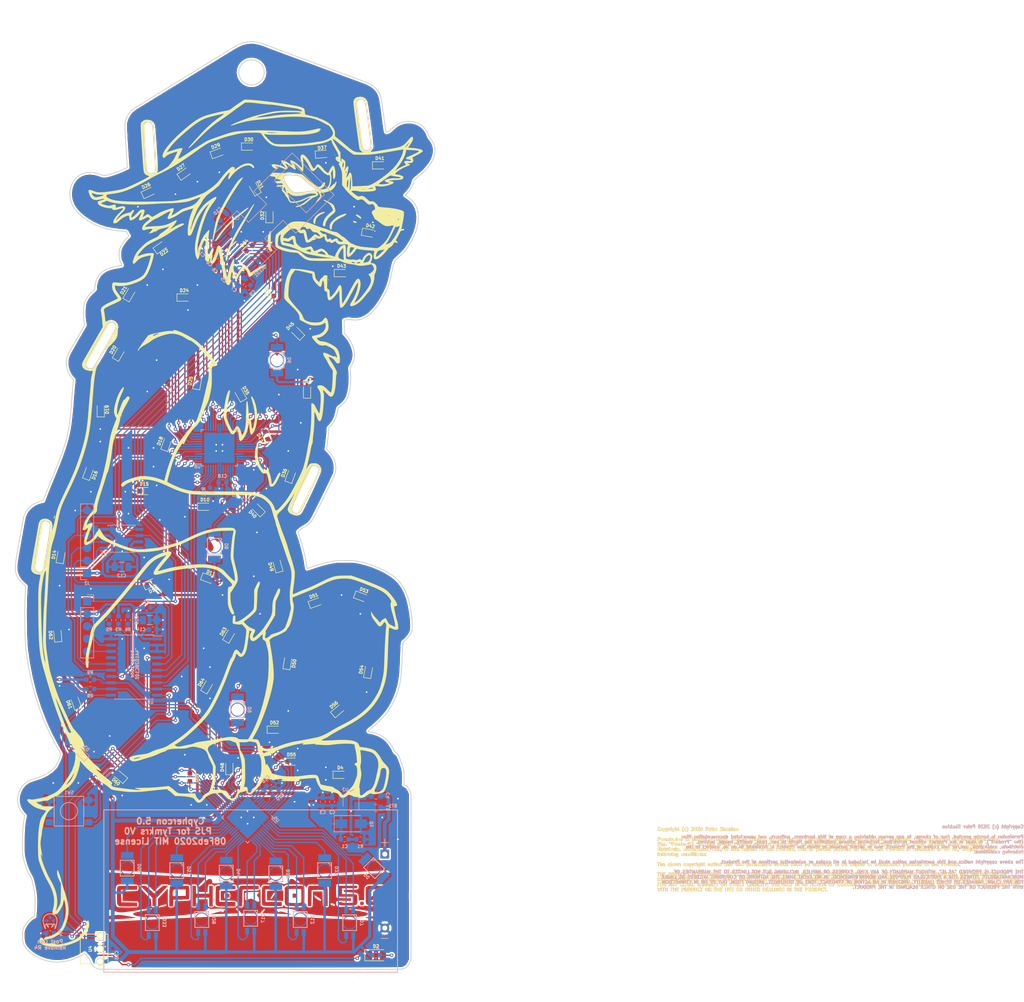
<source format=kicad_pcb>
(kicad_pcb (version 20171130) (host pcbnew "(5.1.5)-3")
  (title_block (title "Cyphercon 5.0 Coyote") (date 2020-02-08) (rev V0) (company Tymkrs))
  (layers (0 F.Cu signal) (31 B.Cu signal) (34 B.Paste user hide) (35 F.Paste user hide) (36 B.SilkS user) (37 F.SilkS user) (38 B.Mask user) (39 F.Mask user) (44 Edge.Cuts user))
  (net 0 "")
  (net 1 "Net-(D10-Pad1)")
  (net 2 GND)
  (net 3 Sclk)
  (net 4 +3V3)
  (net 5 "Net-(BT1-Pad1)")
  (net 6 "Net-(C7-Pad2)")
  (net 7 "Net-(D2-Pad2)")
  (net 8 IR_OUT)
  (net 9 "Net-(D12-Pad1)")
  (net 10 "Net-(D13-Pad1)")
  (net 11 "Net-(D14-Pad1)")
  (net 12 "Net-(D15-Pad1)")
  (net 13 "Net-(D16-Pad1)")
  (net 14 "Net-(D17-Pad1)")
  (net 15 "Net-(D11-Pad1)")
  (net 16 EEPROM_CS)
  (net 17 MISO)
  (net 18 MOSI)
  (net 19 "Net-(D1-Pad2)")
  (net 20 oLED_DC)
  (net 21 oLED_Reset)
  (net 22 oLED_CS)
  (net 23 POST_CON)
  (net 24 IR_IN)
  (net 25 "Net-(C1-Pad2)")
  (net 26 "Net-(C5-Pad2)")
  (net 27 "Net-(C10-Pad2)")
  (net 28 "Net-(C10-Pad1)")
  (net 29 "Net-(C11-Pad2)")
  (net 30 "Net-(C11-Pad1)")
  (net 31 "Net-(D3-Pad1)")
  (net 32 "Net-(D4-Pad1)")
  (net 33 "Net-(D5-Pad1)")
  (net 34 "Net-(D6-Pad1)")
  (net 35 "Net-(D7-Pad4)")
  (net 36 "Net-(D7-Pad3)")
  (net 37 "Net-(D7-Pad1)")
  (net 38 "Net-(D8-Pad1)")
  (net 39 "Net-(D9-Pad1)")
  (net 40 "Net-(D12-Pad4)")
  (net 41 "Net-(D12-Pad3)")
  (net 42 "Net-(D17-Pad4)")
  (net 43 "Net-(D17-Pad3)")
  (net 44 "Net-(D18-Pad1)")
  (net 45 "Net-(D19-Pad1)")
  (net 46 "Net-(D20-Pad1)")
  (net 47 "Net-(D21-Pad1)")
  (net 48 "Net-(D22-Pad1)")
  (net 49 "Net-(D23-Pad1)")
  (net 50 "Net-(D24-Pad1)")
  (net 51 "Net-(D25-Pad1)")
  (net 52 "Net-(D26-Pad1)")
  (net 53 "Net-(D27-Pad1)")
  (net 54 "Net-(D28-Pad4)")
  (net 55 "Net-(D28-Pad3)")
  (net 56 "Net-(D28-Pad1)")
  (net 57 "Net-(D29-Pad1)")
  (net 58 "Net-(D30-Pad1)")
  (net 59 "Net-(D31-Pad1)")
  (net 60 "Net-(D32-Pad1)")
  (net 61 "Net-(D33-Pad4)")
  (net 62 "Net-(D33-Pad3)")
  (net 63 "Net-(D33-Pad1)")
  (net 64 "Net-(D34-Pad1)")
  (net 65 "Net-(D35-Pad1)")
  (net 66 "Net-(D36-Pad1)")
  (net 67 "Net-(D37-Pad1)")
  (net 68 "Net-(D38-Pad1)")
  (net 69 "Net-(D39-Pad1)")
  (net 70 "Net-(D40-Pad1)")
  (net 71 "Net-(D41-Pad1)")
  (net 72 "Net-(D42-Pad1)")
  (net 73 "Net-(D43-Pad1)")
  (net 74 "Net-(D44-Pad1)")
  (net 75 "Net-(D45-Pad1)")
  (net 76 "Net-(D46-Pad1)")
  (net 77 "Net-(D47-Pad1)")
  (net 78 "Net-(D48-Pad1)")
  (net 79 "Net-(D49-Pad1)")
  (net 80 "Net-(D50-Pad1)")
  (net 81 "Net-(D51-Pad1)")
  (net 82 "Net-(D52-Pad1)")
  (net 83 "Net-(D53-Pad1)")
  (net 84 "Net-(D54-Pad1)")
  (net 85 "Net-(D55-Pad1)")
  (net 86 "Net-(D56-Pad1)")
  (net 87 "Net-(J1-Pad5)")
  (net 88 "Net-(J1-Pad4)")
  (net 89 "Net-(J1-Pad1)")
  (net 90 SDA)
  (net 91 SCL)
  (net 92 "Net-(R10-Pad2)")
  (net 93 "Net-(R11-Pad2)")
  (net 94 "Net-(SW1-Pad1)")
  (net 95 "Net-(D57-Pad1)")
  (net 96 "Net-(D58-Pad1)")
  (net 97 "Net-(D59-Pad1)")
  (net 98 "Net-(D60-Pad1)")
  (net 99 "Net-(D61-Pad1)")
  (net 100 "Net-(D62-Pad1)")
  (net 101 "Net-(D63-Pad1)")
  (net 102 "Net-(D64-Pad1)")
  (net 103 "Net-(U1-Pad17)")
  (module PJS_smt_parts:PTS645_6mm_tact_sw (layer B.Cu) (at 90.17 164.465)
    (fp_text reference SW1 (at 0 -3.771708) (layer B.SilkS) (effects (font (size 0.635 0.635) (thickness 0.127)) (justify mirror)))
    (fp_text value TACT_6MM)
    (pad 1 smd rect (at -3.975 2.25) (size 1.55 1.3) (layers B.Cu B.Paste B.Mask) (net 94 "Net-(SW1-Pad1)"))
    (pad 2 smd rect (at 3.975 2.25) (size 1.55 1.3) (layers B.Cu B.Paste B.Mask) (net 89 "Net-(J1-Pad1)"))
    (pad 4 smd rect (at 3.975 -2.25) (size 1.55 1.3) (layers B.Cu B.Paste B.Mask) (net 2 GND))
    (pad 3 smd rect (at -3.975 -2.25) (size 1.55 1.3) (layers B.Cu B.Paste B.Mask) (net 2 GND))
  )
  (module Package_SO:SOIC-8_5.275x5.275mm_P1.27mm (layer B.Cu) (at 100.838 109.22)
    (fp_text reference U3 (at -3.556 3.175) (layer B.SilkS) (effects (font (size 0.635 0.635)) (justify mirror)))
    (fp_text value 25LCxxx)
    (pad 8 smd roundrect (at 3.6 1.905) (size 1.6 0.6) (layers B.Cu B.Paste B.Mask) (net 4 +3V3))
    (pad 7 smd roundrect (at 3.6 0.635) (size 1.6 0.6) (layers B.Cu B.Paste B.Mask) (net 4 +3V3))
    (pad 6 smd roundrect (at 3.6 -0.635) (size 1.6 0.6) (layers B.Cu B.Paste B.Mask) (net 3 Sclk))
    (pad 5 smd roundrect (at 3.6 -1.905) (size 1.6 0.6) (layers B.Cu B.Paste B.Mask) (net 18 MOSI))
    (pad 4 smd roundrect (at -3.6 -1.905) (size 1.6 0.6) (layers B.Cu B.Paste B.Mask) (net 2 GND))
    (pad 3 smd roundrect (at -3.6 -0.635) (size 1.6 0.6) (layers B.Cu B.Paste B.Mask) (net 4 +3V3))
    (pad 2 smd roundrect (at -3.6 0.635) (size 1.6 0.6) (layers B.Cu B.Paste B.Mask) (net 17 MISO))
    (pad 1 smd roundrect (at -3.6 1.905) (size 1.6 0.6) (layers B.Cu B.Paste B.Mask) (net 16 EEPROM_CS))
  )
  (module tymkrs:cypheron2020_coyote_eye (layer F.Cu) (at 127 101.6)
    (fp_text reference icon11 hide)
    (fp_text value "Eye location" hide)
  )
  (module tymkrs:cypheron2020_coyote_silk (layer F.Cu) (at 127 101.6)
    (fp_text reference icon10 hide)
    (fp_text value Silk hide)
  )
  (module tymkrs:cypheron2020_coyote_led_guide (layer F.Cu) (at 127 101.6)
    (fp_text reference icon9 hide)
    (fp_text value "LED guide" hide)
  )
  (module tymkrs:cypheron2020_coyote_icons_soldermask (layer F.Cu) (at 127 101.6)
    (fp_text reference icon8 hide)
    (fp_text value "Icon soldermask" hide)
  )
  (module tymkrs:cypheron2020_coyote_cuts (layer F.Cu) (at 127 101.6)
    (fp_text reference icon6 hide)
    (fp_text value "Cut lines" hide)
    (fp_line (start 0.748584 -93.140445) (end 0.748584 -93.140445) (layer Edge.Cuts) (width 0.18))
    (fp_line (start -0.072014 -93.165879) (end 0.748584 -93.140445) (layer Edge.Cuts) (width 0.18))
    (fp_line (start -0.889055 -93.066966) (end -0.072014 -93.165879) (layer Edge.Cuts) (width 0.18))
    (fp_line (start -0.907107 -93.063481) (end -0.889055 -93.066966) (layer Edge.Cuts) (width 0.18))
    (fp_line (start -1.28998 -92.980142) (end -0.907107 -93.063481) (layer Edge.Cuts) (width 0.18))
    (fp_line (start -1.652524 -92.87739) (end -1.28998 -92.980142) (layer Edge.Cuts) (width 0.18))
    (fp_line (start -2.02151 -92.742291) (end -1.652524 -92.87739) (layer Edge.Cuts) (width 0.18))
    (fp_line (start -2.423707 -92.561909) (end -2.02151 -92.742291) (layer Edge.Cuts) (width 0.18))
    (fp_line (start -2.885885 -92.323309) (end -2.423707 -92.561909) (layer Edge.Cuts) (width 0.18))
    (fp_line (start -3.434813 -92.013556) (end -2.885885 -92.323309) (layer Edge.Cuts) (width 0.18))
    (fp_line (start -4.097262 -91.619715) (end -3.434813 -92.013556) (layer Edge.Cuts) (width 0.18))
    (fp_line (start -4.9 -91.128849) (end -4.097262 -91.619715) (layer Edge.Cuts) (width 0.18))
    (fp_line (start -4.905929 -91.125193) (end -4.9 -91.128849) (layer Edge.Cuts) (width 0.18))
    (fp_line (start -5.283768 -90.892467) (end -4.905929 -91.125193) (layer Edge.Cuts) (width 0.18))
    (fp_line (start -5.815967 -90.564996) (end -5.283768 -90.892467) (layer Edge.Cuts) (width 0.18))
    (fp_line (start -6.486757 -90.152472) (end -5.815967 -90.564996) (layer Edge.Cuts) (width 0.18))
    (fp_line (start -7.280368 -89.664584) (end -6.486757 -90.152472) (layer Edge.Cuts) (width 0.18))
    (fp_line (start -8.18103 -89.111023) (end -7.280368 -89.664584) (layer Edge.Cuts) (width 0.18))
    (fp_line (start -9.172975 -88.501479) (end -8.18103 -89.111023) (layer Edge.Cuts) (width 0.18))
    (fp_line (start -10.240433 -87.845642) (end -9.172975 -88.501479) (layer Edge.Cuts) (width 0.18))
    (fp_line (start -11.367634 -87.153203) (end -10.240433 -87.845642) (layer Edge.Cuts) (width 0.18))
    (fp_line (start -11.987981 -86.772178) (end -11.367634 -87.153203) (layer Edge.Cuts) (width 0.18))
    (fp_line (start -2.371983 -87.409021) (end -2.415725 -86.772178) (layer Edge.Cuts) (width 0.18))
    (fp_line (start -2.14898 -88.061039) (end -2.371983 -87.409021) (layer Edge.Cuts) (width 0.18))
    (fp_line (start -1.821977 -88.567992) (end -2.14898 -88.061039) (layer Edge.Cuts) (width 0.18))
    (fp_line (start -1.342034 -89.011109) (end -1.821977 -88.567992) (layer Edge.Cuts) (width 0.18))
    (fp_line (start -0.777277 -89.310188) (end -1.342034 -89.011109) (layer Edge.Cuts) (width 0.18))
    (fp_line (start -0.159781 -89.461802) (end -0.777277 -89.310188) (layer Edge.Cuts) (width 0.18))
    (fp_line (start 0.478378 -89.462526) (end -0.159781 -89.461802) (layer Edge.Cuts) (width 0.18))
    (fp_line (start 1.105124 -89.308934) (end 0.478378 -89.462526) (layer Edge.Cuts) (width 0.18))
    (fp_line (start 1.688381 -88.9976) (end 1.105124 -89.308934) (layer Edge.Cuts) (width 0.18))
    (fp_line (start 2.196073 -88.5251) (end 1.688381 -88.9976) (layer Edge.Cuts) (width 0.18))
    (fp_line (start 2.485283 -88.089555) (end 2.196073 -88.5251) (layer Edge.Cuts) (width 0.18))
    (fp_line (start 2.70779 -87.471264) (end 2.485283 -88.089555) (layer Edge.Cuts) (width 0.18))
    (fp_line (start 2.762227 -86.826967) (end 2.70779 -87.471264) (layer Edge.Cuts) (width 0.18))
    (fp_line (start 2.655407 -86.19113) (end 2.762227 -86.826967) (layer Edge.Cuts) (width 0.18))
    (fp_line (start 2.394145 -85.598214) (end 2.655407 -86.19113) (layer Edge.Cuts) (width 0.18))
    (fp_line (start 1.985256 -85.082685) (end 2.394145 -85.598214) (layer Edge.Cuts) (width 0.18))
    (fp_line (start 1.435555 -84.679004) (end 1.985256 -85.082685) (layer Edge.Cuts) (width 0.18))
    (fp_line (start 1.204817 -84.566398) (end 1.435555 -84.679004) (layer Edge.Cuts) (width 0.18))
    (fp_line (start 0.559349 -84.379041) (end 1.204817 -84.566398) (layer Edge.Cuts) (width 0.18))
    (fp_line (start -0.072387 -84.363037) (end 0.559349 -84.379041) (layer Edge.Cuts) (width 0.18))
    (fp_line (start -0.6697 -84.498864) (end -0.072387 -84.363037) (layer Edge.Cuts) (width 0.18))
    (fp_line (start -1.211899 -84.766999) (end -0.6697 -84.498864) (layer Edge.Cuts) (width 0.18))
    (fp_line (start -1.678292 -85.14792) (end -1.211899 -84.766999) (layer Edge.Cuts) (width 0.18))
    (fp_line (start -2.048188 -85.622106) (end -1.678292 -85.14792) (layer Edge.Cuts) (width 0.18))
    (fp_line (start -2.300896 -86.170032) (end -2.048188 -85.622106) (layer Edge.Cuts) (width 0.18))
    (fp_line (start -2.415725 -86.772178) (end -2.300896 -86.170032) (layer Edge.Cuts) (width 0.18))
    (fp_line (start -12.538808 -86.433852) (end -11.987981 -86.772178) (layer Edge.Cuts) (width 0.18))
    (fp_line (start -13.738187 -85.69728) (end -12.538808 -86.433852) (layer Edge.Cuts) (width 0.18))
    (fp_line (start -14.95 -84.953176) (end -13.738187 -85.69728) (layer Edge.Cuts) (width 0.18))
    (fp_line (start -15.24933 -84.769383) (end -14.95 -84.953176) (layer Edge.Cuts) (width 0.18))
    (fp_line (start -16.411681 -84.055567) (end -15.24933 -84.769383) (layer Edge.Cuts) (width 0.18))
    (fp_line (start -17.529977 -83.368631) (end -16.411681 -84.055567) (layer Edge.Cuts) (width 0.18))
    (fp_line (start -18.591578 -82.716349) (end -17.529977 -83.368631) (layer Edge.Cuts) (width 0.18))
    (fp_line (start -19.583843 -82.106494) (end -18.591578 -82.716349) (layer Edge.Cuts) (width 0.18))
    (fp_line (start -20.494134 -81.54684) (end -19.583843 -82.106494) (layer Edge.Cuts) (width 0.18))
    (fp_line (start -21.30981 -81.045161) (end -20.494134 -81.54684) (layer Edge.Cuts) (width 0.18))
    (fp_line (start -22.01823 -80.609232) (end -21.30981 -81.045161) (layer Edge.Cuts) (width 0.18))
    (fp_line (start -22.077679 -80.572624) (end -22.01823 -80.609232) (layer Edge.Cuts) (width 0.18))
    (fp_line (start 21.327145 -80.759395) (end 21.3 -80.572624) (layer Edge.Cuts) (width 0.18))
    (fp_line (start 21.496351 -81.103614) (end 21.327145 -80.759395) (layer Edge.Cuts) (width 0.18))
    (fp_line (start 21.772155 -81.390077) (end 21.496351 -81.103614) (layer Edge.Cuts) (width 0.18))
    (fp_line (start 22.098015 -81.549565) (end 21.772155 -81.390077) (layer Edge.Cuts) (width 0.18))
    (fp_line (start 22.262886 -81.568552) (end 22.098015 -81.549565) (layer Edge.Cuts) (width 0.18))
    (fp_line (start 22.656672 -81.489197) (end 22.262886 -81.568552) (layer Edge.Cuts) (width 0.18))
    (fp_line (start 22.999482 -81.260837) (end 22.656672 -81.489197) (layer Edge.Cuts) (width 0.18))
    (fp_line (start 23.230723 -80.917296) (end 22.999482 -81.260837) (layer Edge.Cuts) (width 0.18))
    (fp_line (start 23.258968 -80.82498) (end 23.230723 -80.917296) (layer Edge.Cuts) (width 0.18))
    (fp_line (start 23.323945 -80.525654) (end 23.258968 -80.82498) (layer Edge.Cuts) (width 0.18))
    (fp_line (start 23.405189 -80.074148) (end 23.323945 -80.525654) (layer Edge.Cuts) (width 0.18))
    (fp_line (start 23.499404 -79.495457) (end 23.405189 -80.074148) (layer Edge.Cuts) (width 0.18))
    (fp_line (start 23.603295 -78.814577) (end 23.499404 -79.495457) (layer Edge.Cuts) (width 0.18))
    (fp_line (start 23.713565 -78.056502) (end 23.603295 -78.814577) (layer Edge.Cuts) (width 0.18))
    (fp_line (start 23.826921 -77.24623) (end 23.713565 -78.056502) (layer Edge.Cuts) (width 0.18))
    (fp_line (start 23.940065 -76.408754) (end 23.826921 -77.24623) (layer Edge.Cuts) (width 0.18))
    (fp_line (start 24.049703 -75.569072) (end 23.940065 -76.408754) (layer Edge.Cuts) (width 0.18))
    (fp_line (start 24.152539 -74.752177) (end 24.049703 -75.569072) (layer Edge.Cuts) (width 0.18))
    (fp_line (start 24.245277 -73.983066) (end 24.152539 -74.752177) (layer Edge.Cuts) (width 0.18))
    (fp_line (start 24.324622 -73.286734) (end 24.245277 -73.983066) (layer Edge.Cuts) (width 0.18))
    (fp_line (start 24.387278 -72.688177) (end 24.324622 -73.286734) (layer Edge.Cuts) (width 0.18))
    (fp_line (start 24.429949 -72.21239) (end 24.387278 -72.688177) (layer Edge.Cuts) (width 0.18))
    (fp_line (start 24.449341 -71.884369) (end 24.429949 -72.21239) (layer Edge.Cuts) (width 0.18))
    (fp_line (start 24.442156 -71.729109) (end 24.449341 -71.884369) (layer Edge.Cuts) (width 0.18))
    (fp_line (start 24.315855 -71.509286) (end 24.442156 -71.729109) (layer Edge.Cuts) (width 0.18))
    (fp_line (start 24.1 -71.289728) (end 24.315855 -71.509286) (layer Edge.Cuts) (width 0.18))
    (fp_line (start 23.997643 -71.222337) (end 24.1 -71.289728) (layer Edge.Cuts) (width 0.18))
    (fp_line (start 23.581605 -71.067839) (end 23.997643 -71.222337) (layer Edge.Cuts) (width 0.18))
    (fp_line (start 23.179585 -71.087122) (end 23.581605 -71.067839) (layer Edge.Cuts) (width 0.18))
    (fp_line (start 22.831659 -71.271675) (end 23.179585 -71.087122) (layer Edge.Cuts) (width 0.18))
    (fp_line (start 22.577907 -71.612985) (end 22.831659 -71.271675) (layer Edge.Cuts) (width 0.18))
    (fp_line (start 22.57224 -71.627544) (end 22.577907 -71.612985) (layer Edge.Cuts) (width 0.18))
    (fp_line (start 22.526856 -71.818069) (end 22.57224 -71.627544) (layer Edge.Cuts) (width 0.18))
    (fp_line (start 22.460107 -72.176865) (end 22.526856 -71.818069) (layer Edge.Cuts) (width 0.18))
    (fp_line (start 22.375624 -72.67848) (end 22.460107 -72.176865) (layer Edge.Cuts) (width 0.18))
    (fp_line (start 22.277036 -73.29746) (end 22.375624 -72.67848) (layer Edge.Cuts) (width 0.18))
    (fp_line (start 22.167975 -74.008351) (end 22.277036 -73.29746) (layer Edge.Cuts) (width 0.18))
    (fp_line (start 22.05207 -74.785701) (end 22.167975 -74.008351) (layer Edge.Cuts) (width 0.18))
    (fp_line (start 21.932953 -75.604055) (end 22.05207 -74.785701) (layer Edge.Cuts) (width 0.18))
    (fp_line (start 21.814253 -76.437959) (end 21.932953 -75.604055) (layer Edge.Cuts) (width 0.18))
    (fp_line (start 21.699601 -77.261962) (end 21.814253 -76.437959) (layer Edge.Cuts) (width 0.18))
    (fp_line (start 21.592627 -78.050608) (end 21.699601 -77.261962) (layer Edge.Cuts) (width 0.18))
    (fp_line (start 21.496962 -78.778444) (end 21.592627 -78.050608) (layer Edge.Cuts) (width 0.18))
    (fp_line (start 21.416237 -79.420018) (end 21.496962 -78.778444) (layer Edge.Cuts) (width 0.18))
    (fp_line (start 21.354081 -79.949874) (end 21.416237 -79.420018) (layer Edge.Cuts) (width 0.18))
    (fp_line (start 21.314125 -80.342561) (end 21.354081 -79.949874) (layer Edge.Cuts) (width 0.18))
    (fp_line (start 21.3 -80.572624) (end 21.314125 -80.342561) (layer Edge.Cuts) (width 0.18))
    (fp_line (start -22.606755 -80.246824) (end -22.077679 -80.572624) (layer Edge.Cuts) (width 0.18))
    (fp_line (start -23.062744 -79.965714) (end -22.606755 -80.246824) (layer Edge.Cuts) (width 0.18))
    (fp_line (start -23.373559 -79.773673) (end -23.062744 -79.965714) (layer Edge.Cuts) (width 0.18))
    (fp_line (start -23.526557 -79.678477) (end -23.373559 -79.773673) (layer Edge.Cuts) (width 0.18))
    (fp_line (start -24.156868 -79.178782) (end -23.526557 -79.678477) (layer Edge.Cuts) (width 0.18))
    (fp_line (start -24.720323 -78.506407) (end -24.156868 -79.178782) (layer Edge.Cuts) (width 0.18))
    (fp_line (start -25.150272 -77.723894) (end -24.720323 -78.506407) (layer Edge.Cuts) (width 0.18))
    (fp_line (start -25.422248 -76.867523) (end -25.150272 -77.723894) (layer Edge.Cuts) (width 0.18))
    (fp_line (start -25.436194 -76.79486) (end -25.422248 -76.867523) (layer Edge.Cuts) (width 0.18))
    (fp_line (start -25.462684 -76.59444) (end -25.436194 -76.79486) (layer Edge.Cuts) (width 0.18))
    (fp_line (start -25.478379 -76.342708) (end -25.462684 -76.59444) (layer Edge.Cuts) (width 0.18))
    (fp_line (start -25.48276 -76.018497) (end -25.478379 -76.342708) (layer Edge.Cuts) (width 0.18))
    (fp_line (start -25.475307 -75.600641) (end -25.48276 -76.018497) (layer Edge.Cuts) (width 0.18))
    (fp_line (start -25.469699 -75.449822) (end -25.475307 -75.600641) (layer Edge.Cuts) (width 0.18))
    (fp_line (start -21.754974 -75.83834) (end -21.761007 -75.449822) (layer Edge.Cuts) (width 0.18))
    (fp_line (start -21.73015 -76.129865) (end -21.754974 -75.83834) (layer Edge.Cuts) (width 0.18))
    (fp_line (start -21.685583 -76.342171) (end -21.73015 -76.129865) (layer Edge.Cuts) (width 0.18))
    (fp_line (start -21.620324 -76.493035) (end -21.685583 -76.342171) (layer Edge.Cuts) (width 0.18))
    (fp_line (start -21.533421 -76.60023) (end -21.620324 -76.493035) (layer Edge.Cuts) (width 0.18))
    (fp_line (start -21.423923 -76.681532) (end -21.533421 -76.60023) (layer Edge.Cuts) (width 0.18))
    (fp_line (start -21.290881 -76.754716) (end -21.423923 -76.681532) (layer Edge.Cuts) (width 0.18))
    (fp_line (start -21.123261 -76.825513) (end -21.290881 -76.754716) (layer Edge.Cuts) (width 0.18))
    (fp_line (start -20.700658 -76.878034) (end -21.123261 -76.825513) (layer Edge.Cuts) (width 0.18))
    (fp_line (start -20.31174 -76.766762) (end -20.700658 -76.878034) (layer Edge.Cuts) (width 0.18))
    (fp_line (start -20.001758 -76.510878) (end -20.31174 -76.766762) (layer Edge.Cuts) (width 0.18))
    (fp_line (start -19.815967 -76.129561) (end -20.001758 -76.510878) (layer Edge.Cuts) (width 0.18))
    (fp_line (start -19.803493 -76.058852) (end -19.815967 -76.129561) (layer Edge.Cuts) (width 0.18))
    (fp_line (start -19.771476 -75.783943) (end -19.803493 -76.058852) (layer Edge.Cuts) (width 0.18))
    (fp_line (start -19.730143 -75.344359) (end -19.771476 -75.783943) (layer Edge.Cuts) (width 0.18))
    (fp_line (start -19.68131 -74.763019) (end -19.730143 -75.344359) (layer Edge.Cuts) (width 0.18))
    (fp_line (start -19.626793 -74.062841) (end -19.68131 -74.763019) (layer Edge.Cuts) (width 0.18))
    (fp_line (start -19.56841 -73.266746) (end -19.626793 -74.062841) (layer Edge.Cuts) (width 0.18))
    (fp_line (start -19.507978 -72.397652) (end -19.56841 -73.266746) (layer Edge.Cuts) (width 0.18))
    (fp_line (start -19.447311 -71.478479) (end -19.507978 -72.397652) (layer Edge.Cuts) (width 0.18))
    (fp_line (start -19.391338 -70.603952) (end -19.447311 -71.478479) (layer Edge.Cuts) (width 0.18))
    (fp_line (start -19.332736 -69.660962) (end -19.391338 -70.603952) (layer Edge.Cuts) (width 0.18))
    (fp_line (start -19.288705 -68.885358) (end -19.332736 -69.660962) (layer Edge.Cuts) (width 0.18))
    (fp_line (start -19.260132 -68.259151) (end -19.288705 -68.885358) (layer Edge.Cuts) (width 0.18))
    (fp_line (start -19.247907 -67.764352) (end -19.260132 -68.259151) (layer Edge.Cuts) (width 0.18))
    (fp_line (start -19.252917 -67.382971) (end -19.247907 -67.764352) (layer Edge.Cuts) (width 0.18))
    (fp_line (start -19.276052 -67.097018) (end -19.252917 -67.382971) (layer Edge.Cuts) (width 0.18))
    (fp_line (start -19.318198 -66.888505) (end -19.276052 -67.097018) (layer Edge.Cuts) (width 0.18))
    (fp_line (start -19.380244 -66.739442) (end -19.318198 -66.888505) (layer Edge.Cuts) (width 0.18))
    (fp_line (start -19.463079 -66.63184) (end -19.380244 -66.739442) (layer Edge.Cuts) (width 0.18))
    (fp_line (start -19.567591 -66.547708) (end -19.463079 -66.63184) (layer Edge.Cuts) (width 0.18))
    (fp_line (start -19.694668 -66.469058) (end -19.567591 -66.547708) (layer Edge.Cuts) (width 0.18))
    (fp_line (start -19.889446 -66.37823) (end -19.694668 -66.469058) (layer Edge.Cuts) (width 0.18))
    (fp_line (start -20.302497 -66.322879) (end -19.889446 -66.37823) (layer Edge.Cuts) (width 0.18))
    (fp_line (start -20.68762 -66.43235) (end -20.302497 -66.322879) (layer Edge.Cuts) (width 0.18))
    (fp_line (start -20.998085 -66.687814) (end -20.68762 -66.43235) (layer Edge.Cuts) (width 0.18))
    (fp_line (start -21.187161 -67.07044) (end -20.998085 -66.687814) (layer Edge.Cuts) (width 0.18))
    (fp_line (start -21.199733 -67.139275) (end -21.187161 -67.07044) (layer Edge.Cuts) (width 0.18))
    (fp_line (start -21.232426 -67.412421) (end -21.199733 -67.139275) (layer Edge.Cuts) (width 0.18))
    (fp_line (start -21.274491 -67.850422) (end -21.232426 -67.412421) (layer Edge.Cuts) (width 0.18))
    (fp_line (start -21.324079 -68.430319) (end -21.274491 -67.850422) (layer Edge.Cuts) (width 0.18))
    (fp_line (start -21.379343 -69.129155) (end -21.324079 -68.430319) (layer Edge.Cuts) (width 0.18))
    (fp_line (start -21.438433 -69.923973) (end -21.379343 -69.129155) (layer Edge.Cuts) (width 0.18))
    (fp_line (start -21.499502 -70.791817) (end -21.438433 -69.923973) (layer Edge.Cuts) (width 0.18))
    (fp_line (start -21.560701 -71.709729) (end -21.499502 -70.791817) (layer Edge.Cuts) (width 0.18))
    (fp_line (start -21.616235 -72.570315) (end -21.560701 -71.709729) (layer Edge.Cuts) (width 0.18))
    (fp_line (start -21.675862 -73.524558) (end -21.616235 -72.570315) (layer Edge.Cuts) (width 0.18))
    (fp_line (start -21.7205 -74.310706) (end -21.675862 -73.524558) (layer Edge.Cuts) (width 0.18))
    (fp_line (start -21.749199 -74.946536) (end -21.7205 -74.310706) (layer Edge.Cuts) (width 0.18))
    (fp_line (start -21.761007 -75.449822) (end -21.749199 -74.946536) (layer Edge.Cuts) (width 0.18))
    (fp_line (start -25.455501 -75.067972) (end -25.469699 -75.449822) (layer Edge.Cuts) (width 0.18))
    (fp_line (start -25.422823 -74.399325) (end -25.455501 -75.067972) (layer Edge.Cuts) (width 0.18))
    (fp_line (start -25.376753 -73.573532) (end -25.422823 -74.399325) (layer Edge.Cuts) (width 0.18))
    (fp_line (start -25.316772 -72.569427) (end -25.376753 -73.573532) (layer Edge.Cuts) (width 0.18))
    (fp_line (start -25.265105 -71.730417) (end -25.316772 -72.569427) (layer Edge.Cuts) (width 0.18))
    (fp_line (start -25.212793 -70.896959) (end -25.265105 -71.730417) (layer Edge.Cuts) (width 0.18))
    (fp_line (start -25.16359 -70.128629) (end -25.212793 -70.896959) (layer Edge.Cuts) (width 0.18))
    (fp_line (start -25.119261 -69.452329) (end -25.16359 -70.128629) (layer Edge.Cuts) (width 0.18))
    (fp_line (start -25.081571 -68.894964) (end -25.119261 -69.452329) (layer Edge.Cuts) (width 0.18))
    (fp_line (start -25.052283 -68.483436) (end -25.081571 -68.894964) (layer Edge.Cuts) (width 0.18))
    (fp_line (start -25.033162 -68.244648) (end -25.052283 -68.483436) (layer Edge.Cuts) (width 0.18))
    (fp_line (start -24.976407 -67.639295) (end -25.033162 -68.244648) (layer Edge.Cuts) (width 0.18))
    (fp_line (start -25.913204 -67.209295) (end -24.976407 -67.639295) (layer Edge.Cuts) (width 0.18))
    (fp_line (start -26.264573 -67.053396) (end -25.913204 -67.209295) (layer Edge.Cuts) (width 0.18))
    (fp_line (start -26.957656 -66.771549) (end -26.264573 -67.053396) (layer Edge.Cuts) (width 0.18))
    (fp_line (start -27.66266 -66.513474) (end -26.957656 -66.771549) (layer Edge.Cuts) (width 0.18))
    (fp_line (start -28.331744 -66.295306) (end -27.66266 -66.513474) (layer Edge.Cuts) (width 0.18))
    (fp_line (start -28.917065 -66.133181) (end -28.331744 -66.295306) (layer Edge.Cuts) (width 0.18))
    (fp_line (start -29.370781 -66.043232) (end -28.917065 -66.133181) (layer Edge.Cuts) (width 0.18))
    (fp_line (start -29.521326 -66.026655) (end -29.370781 -66.043232) (layer Edge.Cuts) (width 0.18))
    (fp_line (start -29.830994 -66.026331) (end -29.521326 -66.026655) (layer Edge.Cuts) (width 0.18))
    (fp_line (start -30.14482 -66.092183) (end -29.830994 -66.026331) (layer Edge.Cuts) (width 0.18))
    (fp_line (start -30.548807 -66.238467) (end -30.14482 -66.092183) (layer Edge.Cuts) (width 0.18))
    (fp_line (start -30.742031 -66.311864) (end -30.548807 -66.238467) (layer Edge.Cuts) (width 0.18))
    (fp_line (start -31.685053 -66.561348) (end -30.742031 -66.311864) (layer Edge.Cuts) (width 0.18))
    (fp_line (start -32.62029 -66.635761) (end -31.685053 -66.561348) (layer Edge.Cuts) (width 0.18))
    (fp_line (start -33.518389 -66.534945) (end -32.62029 -66.635761) (layer Edge.Cuts) (width 0.18))
    (fp_line (start -34.35 -66.258745) (end -33.518389 -66.534945) (layer Edge.Cuts) (width 0.18))
    (fp_line (start -34.767383 -66.031073) (end -34.35 -66.258745) (layer Edge.Cuts) (width 0.18))
    (fp_line (start -35.216316 -65.668739) (end -34.767383 -66.031073) (layer Edge.Cuts) (width 0.18))
    (fp_line (start 6.713534 -65.807359) (end 6.651011 -65.668739) (layer Edge.Cuts) (width 0.18))
    (fp_line (start 6.839244 -65.948336) (end 6.713534 -65.807359) (layer Edge.Cuts) (width 0.18))
    (fp_line (start 6.929936 -66.025084) (end 6.839244 -65.948336) (layer Edge.Cuts) (width 0.18))
    (fp_line (start 7.204666 -66.150647) (end 6.929936 -66.025084) (layer Edge.Cuts) (width 0.18))
    (fp_line (start 7.589074 -66.202981) (end 7.204666 -66.150647) (layer Edge.Cuts) (width 0.18))
    (fp_line (start 8.109381 -66.184066) (end 7.589074 -66.202981) (layer Edge.Cuts) (width 0.18))
    (fp_line (start 8.791808 -66.095886) (end 8.109381 -66.184066) (layer Edge.Cuts) (width 0.18))
    (fp_line (start 9.121647 -66.043766) (end 8.791808 -66.095886) (layer Edge.Cuts) (width 0.18))
    (fp_line (start 9.508406 -65.982776) (end 9.121647 -66.043766) (layer Edge.Cuts) (width 0.18))
    (fp_line (start 9.791058 -65.938342) (end 9.508406 -65.982776) (layer Edge.Cuts) (width 0.18))
    (fp_line (start 9.976124 -65.879952) (end 9.791058 -65.938342) (layer Edge.Cuts) (width 0.18))
    (fp_line (start 10.230476 -65.726899) (end 9.976124 -65.879952) (layer Edge.Cuts) (width 0.18))
    (fp_line (start 10.559574 -65.462096) (end 10.230476 -65.726899) (layer Edge.Cuts) (width 0.18))
    (fp_line (start 10.991058 -65.065435) (end 10.559574 -65.462096) (layer Edge.Cuts) (width 0.18))
    (fp_line (start 11.277928 -64.801299) (end 10.991058 -65.065435) (layer Edge.Cuts) (width 0.18))
    (fp_line (start 11.727417 -64.415352) (end 11.277928 -64.801299) (layer Edge.Cuts) (width 0.18))
    (fp_line (start 12.164356 -64.067957) (end 11.727417 -64.415352) (layer Edge.Cuts) (width 0.18))
    (fp_line (start 12.525 -63.811233) (end 12.164356 -64.067957) (layer Edge.Cuts) (width 0.18))
    (fp_line (start 12.880734 -63.559259) (end 12.525 -63.811233) (layer Edge.Cuts) (width 0.18))
    (fp_line (start 13.13903 -63.302872) (end 12.880734 -63.559259) (layer Edge.Cuts) (width 0.18))
    (fp_line (start 13.208348 -63.098586) (end 13.13903 -63.302872) (layer Edge.Cuts) (width 0.18))
    (fp_line (start 13.090262 -62.943982) (end 13.208348 -63.098586) (layer Edge.Cuts) (width 0.18))
    (fp_line (start 13.084649 -62.941059) (end 13.090262 -62.943982) (layer Edge.Cuts) (width 0.18))
    (fp_line (start 12.929819 -62.903069) (end 13.084649 -62.941059) (layer Edge.Cuts) (width 0.18))
    (fp_line (start 12.622115 -62.851953) (end 12.929819 -62.903069) (layer Edge.Cuts) (width 0.18))
    (fp_line (start 12.203331 -62.794043) (end 12.622115 -62.851953) (layer Edge.Cuts) (width 0.18))
    (fp_line (start 11.715262 -62.73567) (end 12.203331 -62.794043) (layer Edge.Cuts) (width 0.18))
    (fp_line (start 11.607756 -62.723751) (end 11.715262 -62.73567) (layer Edge.Cuts) (width 0.18))
    (fp_line (start 10.819856 -62.63845) (end 11.607756 -62.723751) (layer Edge.Cuts) (width 0.18))
    (fp_line (start 10.200378 -62.577407) (end 10.819856 -62.63845) (layer Edge.Cuts) (width 0.18))
    (fp_line (start 9.722488 -62.540386) (end 10.200378 -62.577407) (layer Edge.Cuts) (width 0.18))
    (fp_line (start 9.359349 -62.527147) (end 9.722488 -62.540386) (layer Edge.Cuts) (width 0.18))
    (fp_line (start 9.084124 -62.537452) (end 9.359349 -62.527147) (layer Edge.Cuts) (width 0.18))
    (fp_line (start 8.869978 -62.571062) (end 9.084124 -62.537452) (layer Edge.Cuts) (width 0.18))
    (fp_line (start 8.690074 -62.627739) (end 8.869978 -62.571062) (layer Edge.Cuts) (width 0.18))
    (fp_line (start 8.517576 -62.707244) (end 8.690074 -62.627739) (layer Edge.Cuts) (width 0.18))
    (fp_line (start 8.208479 -62.914218) (end 8.517576 -62.707244) (layer Edge.Cuts) (width 0.18))
    (fp_line (start 7.784609 -63.344255) (end 8.208479 -62.914218) (layer Edge.Cuts) (width 0.18))
    (fp_line (start 7.37822 -63.917269) (end 7.784609 -63.344255) (layer Edge.Cuts) (width 0.18))
    (fp_line (start 7.014556 -64.601449) (end 7.37822 -63.917269) (layer Edge.Cuts) (width 0.18))
    (fp_line (start 6.894906 -64.8649) (end 7.014556 -64.601449) (layer Edge.Cuts) (width 0.18))
    (fp_line (start 6.736463 -65.237722) (end 6.894906 -64.8649) (layer Edge.Cuts) (width 0.18))
    (fp_line (start 6.656909 -65.492265) (end 6.736463 -65.237722) (layer Edge.Cuts) (width 0.18))
    (fp_line (start 6.651011 -65.668739) (end 6.656909 -65.492265) (layer Edge.Cuts) (width 0.18))
    (fp_line (start -35.398663 -65.521566) (end -35.216316 -65.668739) (layer Edge.Cuts) (width 0.18))
    (fp_line (start -35.906227 -64.889472) (end -35.398663 -65.521566) (layer Edge.Cuts) (width 0.18))
    (fp_line (start -36.285559 -64.160128) (end -35.906227 -64.889472) (layer Edge.Cuts) (width 0.18))
    (fp_line (start -36.53214 -63.358871) (end -36.285559 -64.160128) (layer Edge.Cuts) (width 0.18))
    (fp_line (start -36.641452 -62.511035) (end -36.53214 -63.358871) (layer Edge.Cuts) (width 0.18))
    (fp_line (start -36.608978 -61.641958) (end -36.641452 -62.511035) (layer Edge.Cuts) (width 0.18))
    (fp_line (start -36.4302 -60.776974) (end -36.608978 -61.641958) (layer Edge.Cuts) (width 0.18))
    (fp_line (start -36.100601 -59.941421) (end -36.4302 -60.776974) (layer Edge.Cuts) (width 0.18))
    (fp_line (start -35.615663 -59.160635) (end -36.100601 -59.941421) (layer Edge.Cuts) (width 0.18))
    (fp_line (start -35.614391 -59.158955) (end -35.615663 -59.160635) (layer Edge.Cuts) (width 0.18))
    (fp_line (start -34.878571 -58.324475) (end -35.614391 -59.158955) (layer Edge.Cuts) (width 0.18))
    (fp_line (start -33.980457 -57.532307) (end -34.878571 -58.324475) (layer Edge.Cuts) (width 0.18))
    (fp_line (start -32.956796 -56.805911) (end -33.980457 -57.532307) (layer Edge.Cuts) (width 0.18))
    (fp_line (start -31.844335 -56.16875) (end -32.956796 -56.805911) (layer Edge.Cuts) (width 0.18))
    (fp_line (start -30.679821 -55.644285) (end -31.844335 -56.16875) (layer Edge.Cuts) (width 0.18))
    (fp_line (start -29.5 -55.255979) (end -30.679821 -55.644285) (layer Edge.Cuts) (width 0.18))
    (fp_line (start -29.210569 -55.186118) (end -29.5 -55.255979) (layer Edge.Cuts) (width 0.18))
    (fp_line (start -28.635902 -55.071028) (end -29.210569 -55.186118) (layer Edge.Cuts) (width 0.18))
    (fp_line (start -27.973392 -54.958863) (end -28.635902 -55.071028) (layer Edge.Cuts) (width 0.18))
    (fp_line (start -27.279669 -54.857651) (end -27.973392 -54.958863) (layer Edge.Cuts) (width 0.18))
    (fp_line (start -26.611364 -54.775419) (end -27.279669 -54.857651) (layer Edge.Cuts) (width 0.18))
    (fp_line (start -26.025108 -54.720193) (end -26.611364 -54.775419) (layer Edge.Cuts) (width 0.18))
    (fp_line (start -25.57753 -54.7) (end -26.025108 -54.720193) (layer Edge.Cuts) (width 0.18))
    (fp_line (start -25.424443 -54.69501) (end -25.57753 -54.7) (layer Edge.Cuts) (width 0.18))
    (fp_line (start -25.251124 -54.645695) (end -25.424443 -54.69501) (layer Edge.Cuts) (width 0.18))
    (fp_line (start -25.117488 -54.505208) (end -25.251124 -54.645695) (layer Edge.Cuts) (width 0.18))
    (fp_line (start -24.963693 -54.227481) (end -25.117488 -54.505208) (layer Edge.Cuts) (width 0.18))
    (fp_line (start -24.723552 -53.754962) (end -24.963693 -54.227481) (layer Edge.Cuts) (width 0.18))
    (fp_line (start -25.315434 -53.109026) (end -24.723552 -53.754962) (layer Edge.Cuts) (width 0.18))
    (fp_line (start -25.639113 -52.716227) (end -25.315434 -53.109026) (layer Edge.Cuts) (width 0.18))
    (fp_line (start -25.99754 -52.201169) (end -25.639113 -52.716227) (layer Edge.Cuts) (width 0.18))
    (fp_line (start -26.278659 -51.711732) (end -25.99754 -52.201169) (layer Edge.Cuts) (width 0.18))
    (fp_line (start -26.441236 -51.37214) (end -26.278659 -51.711732) (layer Edge.Cuts) (width 0.18))
    (fp_line (start -26.555977 -51.079309) (end -26.441236 -51.37214) (layer Edge.Cuts) (width 0.18))
    (fp_line (start -26.618615 -50.80168) (end -26.555977 -51.079309) (layer Edge.Cuts) (width 0.18))
    (fp_line (start -26.644755 -50.467543) (end -26.618615 -50.80168) (layer Edge.Cuts) (width 0.18))
    (fp_line (start -26.65 -50.005187) (end -26.644755 -50.467543) (layer Edge.Cuts) (width 0.18))
    (fp_line (start -26.647708 -49.681408) (end -26.65 -50.005187) (layer Edge.Cuts) (width 0.18))
    (fp_line (start -26.6291 -49.303452) (end -26.647708 -49.681408) (layer Edge.Cuts) (width 0.18))
    (fp_line (start -26.580347 -49.01236) (end -26.6291 -49.303452) (layer Edge.Cuts) (width 0.18))
    (fp_line (start -26.488015 -48.739595) (end -26.580347 -49.01236) (layer Edge.Cuts) (width 0.18))
    (fp_line (start -26.338674 -48.416615) (end -26.488015 -48.739595) (layer Edge.Cuts) (width 0.18))
    (fp_line (start -26.196715 -48.101924) (end -26.338674 -48.416615) (layer Edge.Cuts) (width 0.18))
    (fp_line (start -26.118046 -47.852025) (end -26.196715 -48.101924) (layer Edge.Cuts) (width 0.18))
    (fp_line (start -26.138674 -47.748496) (end -26.118046 -47.852025) (layer Edge.Cuts) (width 0.18))
    (fp_line (start -26.204796 -47.733252) (end -26.138674 -47.748496) (layer Edge.Cuts) (width 0.18))
    (fp_line (start -26.443093 -47.688139) (end -26.204796 -47.733252) (layer Edge.Cuts) (width 0.18))
    (fp_line (start -26.800585 -47.625535) (end -26.443093 -47.688139) (layer Edge.Cuts) (width 0.18))
    (fp_line (start -27.228665 -47.554107) (end -26.800585 -47.625535) (layer Edge.Cuts) (width 0.18))
    (fp_line (start -27.745162 -47.458422) (end -27.228665 -47.554107) (layer Edge.Cuts) (width 0.18))
    (fp_line (start -28.70476 -47.200074) (end -27.745162 -47.458422) (layer Edge.Cuts) (width 0.18))
    (fp_line (start -29.502352 -46.856437) (end -28.70476 -47.200074) (layer Edge.Cuts) (width 0.18))
    (fp_line (start -30.155154 -46.417071) (end -29.502352 -46.856437) (layer Edge.Cuts) (width 0.18))
    (fp_line (start -30.680386 -45.871533) (end -30.155154 -46.417071) (layer Edge.Cuts) (width 0.18))
    (fp_line (start -31.095265 -45.209382) (end -30.680386 -45.871533) (layer Edge.Cuts) (width 0.18))
    (fp_line (start -31.127013 -45.14413) (end -31.095265 -45.209382) (layer Edge.Cuts) (width 0.18))
    (fp_line (start -31.292444 -44.727148) (end -31.127013 -45.14413) (layer Edge.Cuts) (width 0.18))
    (fp_line (start -31.433066 -44.254311) (end -31.292444 -44.727148) (layer Edge.Cuts) (width 0.18))
    (fp_line (start -31.535369 -43.785532) (end -31.433066 -44.254311) (layer Edge.Cuts) (width 0.18))
    (fp_line (start -31.585842 -43.380727) (end -31.535369 -43.785532) (layer Edge.Cuts) (width 0.18))
    (fp_line (start -31.570975 -43.099808) (end -31.585842 -43.380727) (layer Edge.Cuts) (width 0.18))
    (fp_line (start -31.585698 -42.954178) (end -31.570975 -43.099808) (layer Edge.Cuts) (width 0.18))
    (fp_line (start -31.726239 -42.772179) (end -31.585698 -42.954178) (layer Edge.Cuts) (width 0.18))
    (fp_line (start -32.018831 -42.528016) (end -31.726239 -42.772179) (layer Edge.Cuts) (width 0.18))
    (fp_line (start -32.299306 -42.291638) (end -32.018831 -42.528016) (layer Edge.Cuts) (width 0.18))
    (fp_line (start -32.82583 -41.724108) (end -32.299306 -42.291638) (layer Edge.Cuts) (width 0.18))
    (fp_line (start -33.281661 -41.076159) (end -32.82583 -41.724108) (layer Edge.Cuts) (width 0.18))
    (fp_line (start -33.608968 -40.424303) (end -33.281661 -41.076159) (layer Edge.Cuts) (width 0.18))
    (fp_line (start -33.642894 -40.328179) (end -33.608968 -40.424303) (layer Edge.Cuts) (width 0.18))
    (fp_line (start -33.757464 -39.838372) (end -33.642894 -40.328179) (layer Edge.Cuts) (width 0.18))
    (fp_line (start -33.837665 -39.216648) (end -33.757464 -39.838372) (layer Edge.Cuts) (width 0.18))
    (fp_line (start -33.881345 -38.515404) (end -33.837665 -39.216648) (layer Edge.Cuts) (width 0.18))
    (fp_line (start -33.886355 -37.787037) (end -33.881345 -38.515404) (layer Edge.Cuts) (width 0.18))
    (fp_line (start -33.850542 -37.083942) (end -33.886355 -37.787037) (layer Edge.Cuts) (width 0.18))
    (fp_line (start -33.771757 -36.458518) (end -33.850542 -37.083942) (layer Edge.Cuts) (width 0.18))
    (fp_line (start -33.631312 -35.667035) (end -33.771757 -36.458518) (layer Edge.Cuts) (width 0.18))
    (fp_line (start -34.330174 -34.458518) (end -33.631312 -35.667035) (layer Edge.Cuts) (width 0.18))
    (fp_line (start -34.508443 -34.15021) (end -34.330174 -34.458518) (layer Edge.Cuts) (width 0.18))
    (fp_line (start -34.847019 -33.564551) (end -34.508443 -34.15021) (layer Edge.Cuts) (width 0.18))
    (fp_line (start -35.228682 -32.904259) (end -34.847019 -33.564551) (layer Edge.Cuts) (width 0.18))
    (fp_line (start -35.618721 -32.22939) (end -35.228682 -32.904259) (layer Edge.Cuts) (width 0.18))
    (fp_line (start -35.982422 -31.6) (end -35.618721 -32.22939) (layer Edge.Cuts) (width 0.18))
    (fp_line (start -36.059463 -31.466463) (end -35.982422 -31.6) (layer Edge.Cuts) (width 0.18))
    (fp_line (start -36.450518 -30.778496) (end -36.059463 -31.466463) (layer Edge.Cuts) (width 0.18))
    (fp_line (start -36.75114 -30.224182) (end -36.450518 -30.778496) (layer Edge.Cuts) (width 0.18))
    (fp_line (start -36.974477 -29.772745) (end -36.75114 -30.224182) (layer Edge.Cuts) (width 0.18))
    (fp_line (start -37.133676 -29.393408) (end -36.974477 -29.772745) (layer Edge.Cuts) (width 0.18))
    (fp_line (start -37.241886 -29.055396) (end -37.133676 -29.393408) (layer Edge.Cuts) (width 0.18))
    (fp_line (start -37.312253 -28.727932) (end -37.241886 -29.055396) (layer Edge.Cuts) (width 0.18))
    (fp_line (start -37.357927 -28.38024) (end -37.312253 -28.727932) (layer Edge.Cuts) (width 0.18))
    (fp_line (start -37.37566 -27.949558) (end -37.357927 -28.38024) (layer Edge.Cuts) (width 0.18))
    (fp_line (start -37.35607 -27.770934) (end -37.37566 -27.949558) (layer Edge.Cuts) (width 0.18))
    (fp_line (start -33.448726 -27.982257) (end -33.476467 -27.770934) (layer Edge.Cuts) (width 0.18))
    (fp_line (start -33.335089 -28.284221) (end -33.448726 -27.982257) (layer Edge.Cuts) (width 0.18))
    (fp_line (start -33.232819 -28.500741) (end -33.335089 -28.284221) (layer Edge.Cuts) (width 0.18))
    (fp_line (start -33.04341 -28.868417) (end -33.232819 -28.500741) (layer Edge.Cuts) (width 0.18))
    (fp_line (start -32.784715 -29.352519) (end -33.04341 -28.868417) (layer Edge.Cuts) (width 0.18))
    (fp_line (start -32.469472 -29.930606) (end -32.784715 -29.352519) (layer Edge.Cuts) (width 0.18))
    (fp_line (start -32.110418 -30.580241) (end -32.469472 -29.930606) (layer Edge.Cuts) (width 0.18))
    (fp_line (start -31.720291 -31.278983) (end -32.110418 -30.580241) (layer Edge.Cuts) (width 0.18))
    (fp_line (start -31.31183 -32.004393) (end -31.720291 -31.278983) (layer Edge.Cuts) (width 0.18))
    (fp_line (start -30.897771 -32.734032) (end -31.31183 -32.004393) (layer Edge.Cuts) (width 0.18))
    (fp_line (start -30.490853 -33.44546) (end -30.897771 -32.734032) (layer Edge.Cuts) (width 0.18))
    (fp_line (start -30.103813 -34.116238) (end -30.490853 -33.44546) (layer Edge.Cuts) (width 0.18))
    (fp_line (start -29.74939 -34.723927) (end -30.103813 -34.116238) (layer Edge.Cuts) (width 0.18))
    (fp_line (start -29.440321 -35.246087) (end -29.74939 -34.723927) (layer Edge.Cuts) (width 0.18))
    (fp_line (start -29.189344 -35.660279) (end -29.440321 -35.246087) (layer Edge.Cuts) (width 0.18))
    (fp_line (start -29.009196 -35.944063) (end -29.189344 -35.660279) (layer Edge.Cuts) (width 0.18))
    (fp_line (start -28.912616 -36.075) (end -29.009196 -35.944063) (layer Edge.Cuts) (width 0.18))
    (fp_line (start -28.613677 -36.259873) (end -28.912616 -36.075) (layer Edge.Cuts) (width 0.18))
    (fp_line (start -28.240129 -36.314564) (end -28.613677 -36.259873) (layer Edge.Cuts) (width 0.18))
    (fp_line (start -27.872829 -36.225606) (end -28.240129 -36.314564) (layer Edge.Cuts) (width 0.18))
    (fp_line (start -27.557301 -36.014163) (end -27.872829 -36.225606) (layer Edge.Cuts) (width 0.18))
    (fp_line (start -27.339068 -35.701394) (end -27.557301 -36.014163) (layer Edge.Cuts) (width 0.18))
    (fp_line (start -27.263653 -35.308464) (end -27.339068 -35.701394) (layer Edge.Cuts) (width 0.18))
    (fp_line (start -27.277359 -35.235431) (end -27.263653 -35.308464) (layer Edge.Cuts) (width 0.18))
    (fp_line (start -27.376027 -34.970664) (end -27.277359 -35.235431) (layer Edge.Cuts) (width 0.18))
    (fp_line (start -27.559176 -34.568176) (end -27.376027 -34.970664) (layer Edge.Cuts) (width 0.18))
    (fp_line (start -27.814224 -34.050433) (end -27.559176 -34.568176) (layer Edge.Cuts) (width 0.18))
    (fp_line (start -28.128589 -33.4399) (end -27.814224 -34.050433) (layer Edge.Cuts) (width 0.18))
    (fp_line (start -28.489688 -32.759043) (end -28.128589 -33.4399) (layer Edge.Cuts) (width 0.18))
    (fp_line (start -28.88494 -32.030327) (end -28.489688 -32.759043) (layer Edge.Cuts) (width 0.18))
    (fp_line (start -29.301762 -31.276217) (end -28.88494 -32.030327) (layer Edge.Cuts) (width 0.18))
    (fp_line (start -29.727571 -30.519178) (end -29.301762 -31.276217) (layer Edge.Cuts) (width 0.18))
    (fp_line (start -30.149787 -29.781676) (end -29.727571 -30.519178) (layer Edge.Cuts) (width 0.18))
    (fp_line (start -30.555825 -29.086177) (end -30.149787 -29.781676) (layer Edge.Cuts) (width 0.18))
    (fp_line (start -30.933105 -28.455145) (end -30.555825 -29.086177) (layer Edge.Cuts) (width 0.18))
    (fp_line (start -31.269044 -27.911046) (end -30.933105 -28.455145) (layer Edge.Cuts) (width 0.18))
    (fp_line (start -31.55106 -27.476345) (end -31.269044 -27.911046) (layer Edge.Cuts) (width 0.18))
    (fp_line (start -31.76657 -27.173508) (end -31.55106 -27.476345) (layer Edge.Cuts) (width 0.18))
    (fp_line (start -31.902993 -27.025) (end -31.76657 -27.173508) (layer Edge.Cuts) (width 0.18))
    (fp_line (start -31.95383 -26.991585) (end -31.902993 -27.025) (layer Edge.Cuts) (width 0.18))
    (fp_line (start -32.221942 -26.855401) (end -31.95383 -26.991585) (layer Edge.Cuts) (width 0.18))
    (fp_line (start -32.439789 -26.800374) (end -32.221942 -26.855401) (layer Edge.Cuts) (width 0.18))
    (fp_line (start -32.551397 -26.81197) (end -32.439789 -26.800374) (layer Edge.Cuts) (width 0.18))
    (fp_line (start -32.885807 -26.948571) (end -32.551397 -26.81197) (layer Edge.Cuts) (width 0.18))
    (fp_line (start -33.193559 -27.195391) (end -32.885807 -26.948571) (layer Edge.Cuts) (width 0.18))
    (fp_line (start -33.398921 -27.497394) (end -33.193559 -27.195391) (layer Edge.Cuts) (width 0.18))
    (fp_line (start -33.425326 -27.563784) (end -33.398921 -27.497394) (layer Edge.Cuts) (width 0.18))
    (fp_line (start -33.476467 -27.770934) (end -33.425326 -27.563784) (layer Edge.Cuts) (width 0.18))
    (fp_line (start -37.286307 -27.134817) (end -37.35607 -27.770934) (layer Edge.Cuts) (width 0.18))
    (fp_line (start -37.056264 -26.327057) (end -37.286307 -27.134817) (layer Edge.Cuts) (width 0.18))
    (fp_line (start -36.704408 -25.584443) (end -37.056264 -26.327057) (layer Edge.Cuts) (width 0.18))
    (fp_line (start -36.249615 -24.965141) (end -36.704408 -25.584443) (layer Edge.Cuts) (width 0.18))
    (fp_line (start -35.892133 -24.580282) (end -36.249615 -24.965141) (layer Edge.Cuts) (width 0.18))
    (fp_line (start -35.99399 -23.615141) (end -35.892133 -24.580282) (layer Edge.Cuts) (width 0.18))
    (fp_line (start -36.021639 -23.334809) (end -35.99399 -23.615141) (layer Edge.Cuts) (width 0.18))
    (fp_line (start -36.066894 -22.835864) (end -36.021639 -23.334809) (layer Edge.Cuts) (width 0.18))
    (fp_line (start -36.120953 -22.208474) (end -36.066894 -22.835864) (layer Edge.Cuts) (width 0.18))
    (fp_line (start -36.180494 -21.492076) (end -36.120953 -22.208474) (layer Edge.Cuts) (width 0.18))
    (fp_line (start -36.242194 -20.726106) (end -36.180494 -21.492076) (layer Edge.Cuts) (width 0.18))
    (fp_line (start -36.302733 -19.95) (end -36.242194 -20.726106) (layer Edge.Cuts) (width 0.18))
    (fp_line (start -36.360724 -19.21338) (end -36.302733 -19.95) (layer Edge.Cuts) (width 0.18))
    (fp_line (start -36.46986 -17.955853) (end -36.360724 -19.21338) (layer Edge.Cuts) (width 0.18))
    (fp_line (start -36.586842 -16.813006) (end -36.46986 -17.955853) (layer Edge.Cuts) (width 0.18))
    (fp_line (start -36.718005 -15.76015) (end -36.586842 -16.813006) (layer Edge.Cuts) (width 0.18))
    (fp_line (start -36.869685 -14.7726) (end -36.718005 -15.76015) (layer Edge.Cuts) (width 0.18))
    (fp_line (start -37.048216 -13.825667) (end -36.869685 -14.7726) (layer Edge.Cuts) (width 0.18))
    (fp_line (start -37.259935 -12.894665) (end -37.048216 -13.825667) (layer Edge.Cuts) (width 0.18))
    (fp_line (start -37.511175 -11.954907) (end -37.259935 -12.894665) (layer Edge.Cuts) (width 0.18))
    (fp_line (start -37.808272 -10.981705) (end -37.511175 -11.954907) (layer Edge.Cuts) (width 0.18))
    (fp_line (start -38.157562 -9.950374) (end -37.808272 -10.981705) (layer Edge.Cuts) (width 0.18))
    (fp_line (start -38.565379 -8.836224) (end -38.157562 -9.950374) (layer Edge.Cuts) (width 0.18))
    (fp_line (start -39.038059 -7.61457) (end -38.565379 -8.836224) (layer Edge.Cuts) (width 0.18))
    (fp_line (start -39.581937 -6.260725) (end -39.038059 -7.61457) (layer Edge.Cuts) (width 0.18))
    (fp_line (start -40.203348 -4.75) (end -39.581937 -6.260725) (layer Edge.Cuts) (width 0.18))
    (fp_line (start -40.489061 -4.056258) (end -40.203348 -4.75) (layer Edge.Cuts) (width 0.18))
    (fp_line (start -40.791118 -3.314697) (end -40.489061 -4.056258) (layer Edge.Cuts) (width 0.18))
    (fp_line (start -41.084154 -2.588041) (end -40.791118 -3.314697) (layer Edge.Cuts) (width 0.18))
    (fp_line (start -41.345383 -1.932796) (end -41.084154 -2.588041) (layer Edge.Cuts) (width 0.18))
    (fp_line (start -41.55202 -1.405469) (end -41.345383 -1.932796) (layer Edge.Cuts) (width 0.18))
    (fp_line (start -42.071479 -0.060938) (end -41.55202 -1.405469) (layer Edge.Cuts) (width 0.18))
    (fp_line (start -42.647332 0.069845) (end -42.071479 -0.060938) (layer Edge.Cuts) (width 0.18))
    (fp_line (start -43.026107 0.175043) (end -42.647332 0.069845) (layer Edge.Cuts) (width 0.18))
    (fp_line (start -43.821504 0.524743) (end -43.026107 0.175043) (layer Edge.Cuts) (width 0.18))
    (fp_line (start -44.542656 1.014967) (end -43.821504 0.524743) (layer Edge.Cuts) (width 0.18))
    (fp_line (start -45.058047 1.519374) (end -44.542656 1.014967) (layer Edge.Cuts) (width 0.18))
    (fp_line (start 8.303748 1.482448) (end 8.3 1.519374) (layer Edge.Cuts) (width 0.18))
    (fp_line (start 8.370234 1.248365) (end 8.303748 1.482448) (layer Edge.Cuts) (width 0.18))
    (fp_line (start 8.511469 0.865476) (end 8.370234 1.248365) (layer Edge.Cuts) (width 0.18))
    (fp_line (start 8.716594 0.35731) (end 8.511469 0.865476) (layer Edge.Cuts) (width 0.18))
    (fp_line (start 8.974747 -0.252603) (end 8.716594 0.35731) (layer Edge.Cuts) (width 0.18))
    (fp_line (start 9.275069 -0.940735) (end 8.974747 -0.252603) (layer Edge.Cuts) (width 0.18))
    (fp_line (start 9.606698 -1.683557) (end 9.275069 -0.940735) (layer Edge.Cuts) (width 0.18))
    (fp_line (start 9.958775 -2.45754) (end 9.606698 -1.683557) (layer Edge.Cuts) (width 0.18))
    (fp_line (start 10.320438 -3.239155) (end 9.958775 -2.45754) (layer Edge.Cuts) (width 0.18))
    (fp_line (start 10.680828 -4.004873) (end 10.320438 -3.239155) (layer Edge.Cuts) (width 0.18))
    (fp_line (start 11.029084 -4.731166) (end 10.680828 -4.004873) (layer Edge.Cuts) (width 0.18))
    (fp_line (start 11.354345 -5.394503) (end 11.029084 -4.731166) (layer Edge.Cuts) (width 0.18))
    (fp_line (start 11.645752 -5.971357) (end 11.354345 -5.394503) (layer Edge.Cuts) (width 0.18))
    (fp_line (start 11.892442 -6.438199) (end 11.645752 -5.971357) (layer Edge.Cuts) (width 0.18))
    (fp_line (start 12.083557 -6.771498) (end 11.892442 -6.438199) (layer Edge.Cuts) (width 0.18))
    (fp_line (start 12.208236 -6.947728) (end 12.083557 -6.771498) (layer Edge.Cuts) (width 0.18))
    (fp_line (start 12.314354 -7.048641) (end 12.208236 -6.947728) (layer Edge.Cuts) (width 0.18))
    (fp_line (start 12.576381 -7.204249) (end 12.314354 -7.048641) (layer Edge.Cuts) (width 0.18))
    (fp_line (start 12.909883 -7.245455) (end 12.576381 -7.204249) (layer Edge.Cuts) (width 0.18))
    (fp_line (start 13.149632 -7.228652) (end 12.909883 -7.245455) (layer Edge.Cuts) (width 0.18))
    (fp_line (start 13.384677 -7.132106) (end 13.149632 -7.228652) (layer Edge.Cuts) (width 0.18))
    (fp_line (start 13.621624 -6.908402) (end 13.384677 -7.132106) (layer Edge.Cuts) (width 0.18))
    (fp_line (start 13.806089 -6.672876) (end 13.621624 -6.908402) (layer Edge.Cuts) (width 0.18))
    (fp_line (start 13.883923 -6.451569) (end 13.806089 -6.672876) (layer Edge.Cuts) (width 0.18))
    (fp_line (start 13.873566 -6.160675) (end 13.883923 -6.451569) (layer Edge.Cuts) (width 0.18))
    (fp_line (start 13.868635 -6.133245) (end 13.873566 -6.160675) (layer Edge.Cuts) (width 0.18))
    (fp_line (start 13.795956 -5.907613) (end 13.868635 -6.133245) (layer Edge.Cuts) (width 0.18))
    (fp_line (start 13.64875 -5.531539) (end 13.795956 -5.907613) (layer Edge.Cuts) (width 0.18))
    (fp_line (start 13.438077 -5.028837) (end 13.64875 -5.531539) (layer Edge.Cuts) (width 0.18))
    (fp_line (start 13.174993 -4.423318) (end 13.438077 -5.028837) (layer Edge.Cuts) (width 0.18))
    (fp_line (start 12.87056 -3.738797) (end 13.174993 -4.423318) (layer Edge.Cuts) (width 0.18))
    (fp_line (start 12.535834 -2.999085) (end 12.87056 -3.738797) (layer Edge.Cuts) (width 0.18))
    (fp_line (start 12.181876 -2.227995) (end 12.535834 -2.999085) (layer Edge.Cuts) (width 0.18))
    (fp_line (start 11.819743 -1.449341) (end 12.181876 -2.227995) (layer Edge.Cuts) (width 0.18))
    (fp_line (start 11.460496 -0.686935) (end 11.819743 -1.449341) (layer Edge.Cuts) (width 0.18))
    (fp_line (start 11.115191 0.035411) (end 11.460496 -0.686935) (layer Edge.Cuts) (width 0.18))
    (fp_line (start 10.794889 0.693883) (end 11.115191 0.035411) (layer Edge.Cuts) (width 0.18))
    (fp_line (start 10.510648 1.264669) (end 10.794889 0.693883) (layer Edge.Cuts) (width 0.18))
    (fp_line (start 10.273526 1.723956) (end 10.510648 1.264669) (layer Edge.Cuts) (width 0.18))
    (fp_line (start 10.094584 2.047932) (end 10.273526 1.723956) (layer Edge.Cuts) (width 0.18))
    (fp_line (start 9.984879 2.212782) (end 10.094584 2.047932) (layer Edge.Cuts) (width 0.18))
    (fp_line (start 9.984361 2.213343) (end 9.984879 2.212782) (layer Edge.Cuts) (width 0.18))
    (fp_line (start 9.654174 2.445532) (end 9.984361 2.213343) (layer Edge.Cuts) (width 0.18))
    (fp_line (start 9.284738 2.514286) (end 9.654174 2.445532) (layer Edge.Cuts) (width 0.18))
    (fp_line (start 8.920328 2.437826) (end 9.284738 2.514286) (layer Edge.Cuts) (width 0.18))
    (fp_line (start 8.605218 2.234373) (end 8.920328 2.437826) (layer Edge.Cuts) (width 0.18))
    (fp_line (start 8.383683 1.922149) (end 8.605218 2.234373) (layer Edge.Cuts) (width 0.18))
    (fp_line (start 8.3 1.519374) (end 8.383683 1.922149) (layer Edge.Cuts) (width 0.18))
    (fp_line (start -45.158652 1.617836) (end -45.058047 1.519374) (layer Edge.Cuts) (width 0.18))
    (fp_line (start -45.638583 2.305473) (end -45.158652 1.617836) (layer Edge.Cuts) (width 0.18))
    (fp_line (start -45.951539 3.05) (end -45.638583 2.305473) (layer Edge.Cuts) (width 0.18))
    (fp_line (start -45.958519 3.074948) (end -45.951539 3.05) (layer Edge.Cuts) (width 0.18))
    (fp_line (start -46.006693 3.271614) (end -45.958519 3.074948) (layer Edge.Cuts) (width 0.18))
    (fp_line (start -46.070071 3.567078) (end -46.006693 3.271614) (layer Edge.Cuts) (width 0.18))
    (fp_line (start -46.150643 3.972276) (end -46.070071 3.567078) (layer Edge.Cuts) (width 0.18))
    (fp_line (start -46.250403 4.498147) (end -46.150643 3.972276) (layer Edge.Cuts) (width 0.18))
    (fp_line (start -46.371343 5.155628) (end -46.250403 4.498147) (layer Edge.Cuts) (width 0.18))
    (fp_line (start -46.515457 5.955656) (end -46.371343 5.155628) (layer Edge.Cuts) (width 0.18))
    (fp_line (start -46.684736 6.90917) (end -46.515457 5.955656) (layer Edge.Cuts) (width 0.18))
    (fp_line (start -46.881174 8.027107) (end -46.684736 6.90917) (layer Edge.Cuts) (width 0.18))
    (fp_line (start -47.106763 9.320404) (end -46.881174 8.027107) (layer Edge.Cuts) (width 0.18))
    (fp_line (start -47.363497 10.8) (end -47.106763 9.320404) (layer Edge.Cuts) (width 0.18))
    (fp_line (start -47.478375 11.486591) (end -47.363497 10.8) (layer Edge.Cuts) (width 0.18))
    (fp_line (start -47.600082 12.318372) (end -47.478375 11.486591) (layer Edge.Cuts) (width 0.18))
    (fp_line (start -47.672231 13.00665) (end -47.600082 12.318372) (layer Edge.Cuts) (width 0.18))
    (fp_line (start -47.687459 13.404902) (end -47.672231 13.00665) (layer Edge.Cuts) (width 0.18))
    (fp_line (start -43.796923 13.333977) (end -43.8 13.404902) (layer Edge.Cuts) (width 0.18))
    (fp_line (start -43.770259 13.053308) (end -43.796923 13.333977) (layer Edge.Cuts) (width 0.18))
    (fp_line (start -43.71923 12.620053) (end -43.770259 13.053308) (layer Edge.Cuts) (width 0.18))
    (fp_line (start -43.647491 12.059269) (end -43.71923 12.620053) (layer Edge.Cuts) (width 0.18))
    (fp_line (start -43.558697 11.396011) (end -43.647491 12.059269) (layer Edge.Cuts) (width 0.18))
    (fp_line (start -43.456502 10.655335) (end -43.558697 11.396011) (layer Edge.Cuts) (width 0.18))
    (fp_line (start -43.34456 9.862297) (end -43.456502 10.655335) (layer Edge.Cuts) (width 0.18))
    (fp_line (start -43.226528 9.041953) (end -43.34456 9.862297) (layer Edge.Cuts) (width 0.18))
    (fp_line (start -43.106059 8.219358) (end -43.226528 9.041953) (layer Edge.Cuts) (width 0.18))
    (fp_line (start -42.986807 7.419569) (end -43.106059 8.219358) (layer Edge.Cuts) (width 0.18))
    (fp_line (start -42.872429 6.667641) (end -42.986807 7.419569) (layer Edge.Cuts) (width 0.18))
    (fp_line (start -42.766577 5.988631) (end -42.872429 6.667641) (layer Edge.Cuts) (width 0.18))
    (fp_line (start -42.672908 5.407593) (end -42.766577 5.988631) (layer Edge.Cuts) (width 0.18))
    (fp_line (start -42.595076 4.949583) (end -42.672908 5.407593) (layer Edge.Cuts) (width 0.18))
    (fp_line (start -42.536734 4.639659) (end -42.595076 4.949583) (layer Edge.Cuts) (width 0.18))
    (fp_line (start -42.501539 4.502874) (end -42.536734 4.639659) (layer Edge.Cuts) (width 0.18))
    (fp_line (start -42.266305 4.208619) (end -42.501539 4.502874) (layer Edge.Cuts) (width 0.18))
    (fp_line (start -41.934493 4.029596) (end -42.266305 4.208619) (layer Edge.Cuts) (width 0.18))
    (fp_line (start -41.567613 3.991427) (end -41.934493 4.029596) (layer Edge.Cuts) (width 0.18))
    (fp_line (start -41.208176 4.082611) (end -41.567613 3.991427) (layer Edge.Cuts) (width 0.18))
    (fp_line (start -40.898694 4.291652) (end -41.208176 4.082611) (layer Edge.Cuts) (width 0.18))
    (fp_line (start -40.681677 4.60705) (end -40.898694 4.291652) (layer Edge.Cuts) (width 0.18))
    (fp_line (start -40.599637 5.017307) (end -40.681677 4.60705) (layer Edge.Cuts) (width 0.18))
    (fp_line (start -40.605464 5.119651) (end -40.599637 5.017307) (layer Edge.Cuts) (width 0.18))
    (fp_line (start -40.636536 5.425266) (end -40.605464 5.119651) (layer Edge.Cuts) (width 0.18))
    (fp_line (start -40.691081 5.884633) (end -40.636536 5.425266) (layer Edge.Cuts) (width 0.18))
    (fp_line (start -40.765328 6.470875) (end -40.691081 5.884633) (layer Edge.Cuts) (width 0.18))
    (fp_line (start -40.855509 7.157116) (end -40.765328 6.470875) (layer Edge.Cuts) (width 0.18))
    (fp_line (start -40.957854 7.916478) (end -40.855509 7.157116) (layer Edge.Cuts) (width 0.18))
    (fp_line (start -41.068593 8.722085) (end -40.957854 7.916478) (layer Edge.Cuts) (width 0.18))
    (fp_line (start -41.183956 9.54706) (end -41.068593 8.722085) (layer Edge.Cuts) (width 0.18))
    (fp_line (start -41.300173 10.364525) (end -41.183956 9.54706) (layer Edge.Cuts) (width 0.18))
    (fp_line (start -41.413476 11.147604) (end -41.300173 10.364525) (layer Edge.Cuts) (width 0.18))
    (fp_line (start -41.520094 11.86942) (end -41.413476 11.147604) (layer Edge.Cuts) (width 0.18))
    (fp_line (start -41.616258 12.503095) (end -41.520094 11.86942) (layer Edge.Cuts) (width 0.18))
    (fp_line (start -41.698198 13.021754) (end -41.616258 12.503095) (layer Edge.Cuts) (width 0.18))
    (fp_line (start -41.762144 13.398519) (end -41.698198 13.021754) (layer Edge.Cuts) (width 0.18))
    (fp_line (start -41.804327 13.606513) (end -41.762144 13.398519) (layer Edge.Cuts) (width 0.18))
    (fp_line (start -41.808219 13.620844) (end -41.804327 13.606513) (layer Edge.Cuts) (width 0.18))
    (fp_line (start -41.942427 13.929552) (end -41.808219 13.620844) (layer Edge.Cuts) (width 0.18))
    (fp_line (start -42.128684 14.179974) (end -41.942427 13.929552) (layer Edge.Cuts) (width 0.18))
    (fp_line (start -42.422045 14.367987) (end -42.128684 14.179974) (layer Edge.Cuts) (width 0.18))
    (fp_line (start -42.805139 14.459243) (end -42.422045 14.367987) (layer Edge.Cuts) (width 0.18))
    (fp_line (start -43.161189 14.405777) (end -42.805139 14.459243) (layer Edge.Cuts) (width 0.18))
    (fp_line (start -43.178129 14.398372) (end -43.161189 14.405777) (layer Edge.Cuts) (width 0.18))
    (fp_line (start -43.491762 14.159622) (end -43.178129 14.398372) (layer Edge.Cuts) (width 0.18))
    (fp_line (start -43.714978 13.803514) (end -43.491762 14.159622) (layer Edge.Cuts) (width 0.18))
    (fp_line (start -43.8 13.404902) (end -43.714978 13.803514) (layer Edge.Cuts) (width 0.18))
    (fp_line (start -47.694195 13.581097) (end -47.687459 13.404902) (layer Edge.Cuts) (width 0.18))
    (fp_line (start -47.665346 14.071384) (end -47.694195 13.581097) (layer Edge.Cuts) (width 0.18))
    (fp_line (start -47.585057 14.507184) (end -47.665346 14.071384) (layer Edge.Cuts) (width 0.18))
    (fp_line (start -47.4527 14.918168) (end -47.585057 14.507184) (layer Edge.Cuts) (width 0.18))
    (fp_line (start -47.267649 15.334007) (end -47.4527 14.918168) (layer Edge.Cuts) (width 0.18))
    (fp_line (start -47.045329 15.741338) (end -47.267649 15.334007) (layer Edge.Cuts) (width 0.18))
    (fp_line (start -46.698801 16.219461) (end -47.045329 15.741338) (layer Edge.Cuts) (width 0.18))
    (fp_line (start -46.241231 16.685924) (end -46.698801 16.219461) (layer Edge.Cuts) (width 0.18))
    (fp_line (start -45.586425 17.285934) (end -46.241231 16.685924) (layer Edge.Cuts) (width 0.18))
    (fp_line (start -45.705146 19.095141) (end -45.586425 17.285934) (layer Edge.Cuts) (width 0.18))
    (fp_line (start -45.730156 19.549746) (end -45.705146 19.095141) (layer Edge.Cuts) (width 0.18))
    (fp_line (start -45.759175 20.365443) (end -45.730156 19.549746) (layer Edge.Cuts) (width 0.18))
    (fp_line (start -45.777889 21.305197) (end -45.759175 20.365443) (layer Edge.Cuts) (width 0.18))
    (fp_line (start -45.786741 22.33661) (end -45.777889 21.305197) (layer Edge.Cuts) (width 0.18))
    (fp_line (start -45.786175 23.427284) (end -45.786741 22.33661) (layer Edge.Cuts) (width 0.18))
    (fp_line (start -45.776635 24.544824) (end -45.786175 23.427284) (layer Edge.Cuts) (width 0.18))
    (fp_line (start -45.758564 25.656832) (end -45.776635 24.544824) (layer Edge.Cuts) (width 0.18))
    (fp_line (start -45.732407 26.730912) (end -45.758564 25.656832) (layer Edge.Cuts) (width 0.18))
    (fp_line (start -45.698606 27.734665) (end -45.732407 26.730912) (layer Edge.Cuts) (width 0.18))
    (fp_line (start -45.657607 28.635695) (end -45.698606 27.734665) (layer Edge.Cuts) (width 0.18))
    (fp_line (start -45.609851 29.401606) (end -45.657607 28.635695) (layer Edge.Cuts) (width 0.18))
    (fp_line (start -45.555784 30) (end -45.609851 29.401606) (layer Edge.Cuts) (width 0.18))
    (fp_line (start -45.157491 32.862887) (end -45.555784 30) (layer Edge.Cuts) (width 0.18))
    (fp_line (start -44.560771 35.938266) (end -45.157491 32.862887) (layer Edge.Cuts) (width 0.18))
    (fp_line (start -43.799907 38.943565) (end -44.560771 35.938266) (layer Edge.Cuts) (width 0.18))
    (fp_line (start -42.87943 41.86453) (end -43.799907 38.943565) (layer Edge.Cuts) (width 0.18))
    (fp_line (start -41.803871 44.686905) (end -42.87943 41.86453) (layer Edge.Cuts) (width 0.18))
    (fp_line (start -40.57776 47.396438) (end -41.803871 44.686905) (layer Edge.Cuts) (width 0.18))
    (fp_line (start -39.205627 49.978872) (end -40.57776 47.396438) (layer Edge.Cuts) (width 0.18))
    (fp_line (start -39.115053 50.137458) (end -39.205627 49.978872) (layer Edge.Cuts) (width 0.18))
    (fp_line (start -38.873097 50.570169) (end -39.115053 50.137458) (layer Edge.Cuts) (width 0.18))
    (fp_line (start -38.677878 50.932633) (end -38.873097 50.570169) (layer Edge.Cuts) (width 0.18))
    (fp_line (start -38.547484 51.190723) (end -38.677878 50.932633) (layer Edge.Cuts) (width 0.18))
    (fp_line (start -38.5 51.310315) (end -38.547484 51.190723) (layer Edge.Cuts) (width 0.18))
    (fp_line (start -38.506535 51.372636) (end -38.5 51.310315) (layer Edge.Cuts) (width 0.18))
    (fp_line (start -38.578716 51.638697) (end -38.506535 51.372636) (layer Edge.Cuts) (width 0.18))
    (fp_line (start -38.714042 52.015635) (end -38.578716 51.638697) (layer Edge.Cuts) (width 0.18))
    (fp_line (start -38.891661 52.455188) (end -38.714042 52.015635) (layer Edge.Cuts) (width 0.18))
    (fp_line (start -39.090717 52.909097) (end -38.891661 52.455188) (layer Edge.Cuts) (width 0.18))
    (fp_line (start -39.290357 53.329101) (end -39.090717 52.909097) (layer Edge.Cuts) (width 0.18))
    (fp_line (start -39.469726 53.66694) (end -39.290357 53.329101) (layer Edge.Cuts) (width 0.18))
    (fp_line (start -39.60797 53.874355) (end -39.469726 53.66694) (layer Edge.Cuts) (width 0.18))
    (fp_line (start -40.331457 54.586992) (end -39.60797 53.874355) (layer Edge.Cuts) (width 0.18))
    (fp_line (start -41.30441 55.286473) (end -40.331457 54.586992) (layer Edge.Cuts) (width 0.18))
    (fp_line (start -42.412438 55.842541) (end -41.30441 55.286473) (layer Edge.Cuts) (width 0.18))
    (fp_line (start -43.65 56.251937) (end -42.412438 55.842541) (layer Edge.Cuts) (width 0.18))
    (fp_line (start -43.849131 56.306389) (end -43.65 56.251937) (layer Edge.Cuts) (width 0.18))
    (fp_line (start -44.364702 56.472591) (end -43.849131 56.306389) (layer Edge.Cuts) (width 0.18))
    (fp_line (start -44.835642 56.656543) (end -44.364702 56.472591) (layer Edge.Cuts) (width 0.18))
    (fp_line (start -45.186209 56.829756) (end -44.835642 56.656543) (layer Edge.Cuts) (width 0.18))
    (fp_line (start -45.824814 57.304555) (end -45.186209 56.829756) (layer Edge.Cuts) (width 0.18))
    (fp_line (start -46.385205 57.93362) (end -45.824814 57.304555) (layer Edge.Cuts) (width 0.18))
    (fp_line (start -46.807496 58.655854) (end -46.385205 57.93362) (layer Edge.Cuts) (width 0.18))
    (fp_line (start -47.087268 59.442678) (end -46.807496 58.655854) (layer Edge.Cuts) (width 0.18))
    (fp_line (start -47.220102 60.265509) (end -47.087268 59.442678) (layer Edge.Cuts) (width 0.18))
    (fp_line (start -47.201578 61.095767) (end -47.220102 60.265509) (layer Edge.Cuts) (width 0.18))
    (fp_line (start -47.027277 61.90487) (end -47.201578 61.095767) (layer Edge.Cuts) (width 0.18))
    (fp_line (start -46.69278 62.664237) (end -47.027277 61.90487) (layer Edge.Cuts) (width 0.18))
    (fp_line (start -46.193667 63.345287) (end -46.69278 62.664237) (layer Edge.Cuts) (width 0.18))
    (fp_line (start -45.769416 63.805546) (end -46.193667 63.345287) (layer Edge.Cuts) (width 0.18))
    (fp_line (start -45.881327 64.327773) (end -45.769416 63.805546) (layer Edge.Cuts) (width 0.18))
    (fp_line (start -45.922021 64.525252) (end -45.881327 64.327773) (layer Edge.Cuts) (width 0.18))
    (fp_line (start -46.015786 65.064492) (end -45.922021 64.525252) (layer Edge.Cuts) (width 0.18))
    (fp_line (start -46.089174 65.643736) (end -46.015786 65.064492) (layer Edge.Cuts) (width 0.18))
    (fp_line (start -46.144546 66.294947) (end -46.089174 65.643736) (layer Edge.Cuts) (width 0.18))
    (fp_line (start -46.184259 67.050086) (end -46.144546 66.294947) (layer Edge.Cuts) (width 0.18))
    (fp_line (start -46.210673 67.941116) (end -46.184259 67.050086) (layer Edge.Cuts) (width 0.18))
    (fp_line (start -46.226147 69) (end -46.210673 67.941116) (layer Edge.Cuts) (width 0.18))
    (fp_line (start -46.226246 69.010562) (end -46.226147 69) (layer Edge.Cuts) (width 0.18))
    (fp_line (start -46.231848 69.836962) (end -46.226246 69.010562) (layer Edge.Cuts) (width 0.18))
    (fp_line (start -46.230518 70.495447) (end -46.231848 69.836962) (layer Edge.Cuts) (width 0.18))
    (fp_line (start -46.220776 71.017664) (end -46.230518 70.495447) (layer Edge.Cuts) (width 0.18))
    (fp_line (start -46.20114 71.435261) (end -46.220776 71.017664) (layer Edge.Cuts) (width 0.18))
    (fp_line (start -46.170127 71.779887) (end -46.20114 71.435261) (layer Edge.Cuts) (width 0.18))
    (fp_line (start -46.126256 72.08319) (end -46.170127 71.779887) (layer Edge.Cuts) (width 0.18))
    (fp_line (start -46.068045 72.376818) (end -46.126256 72.08319) (layer Edge.Cuts) (width 0.18))
    (fp_line (start -45.909752 73.027568) (end -46.068045 72.376818) (layer Edge.Cuts) (width 0.18))
    (fp_line (start -45.640794 73.928057) (end -45.909752 73.027568) (layer Edge.Cuts) (width 0.18))
    (fp_line (start -45.336145 74.754985) (end -45.640794 73.928057) (layer Edge.Cuts) (width 0.18))
    (fp_line (start -45.011772 75.46633) (end -45.336145 74.754985) (layer Edge.Cuts) (width 0.18))
    (fp_line (start -44.683642 76.020071) (end -45.011772 75.46633) (layer Edge.Cuts) (width 0.18))
    (fp_line (start -44.630839 76.10055) (end -44.683642 76.020071) (layer Edge.Cuts) (width 0.18))
    (fp_line (start -44.5002 76.357744) (end -44.630839 76.10055) (layer Edge.Cuts) (width 0.18))
    (fp_line (start -44.374122 76.704028) (end -44.5002 76.357744) (layer Edge.Cuts) (width 0.18))
    (fp_line (start -44.244629 77.166659) (end -44.374122 76.704028) (layer Edge.Cuts) (width 0.18))
    (fp_line (start -44.103748 77.772897) (end -44.244629 77.166659) (layer Edge.Cuts) (width 0.18))
    (fp_line (start -43.943504 78.55) (end -44.103748 77.772897) (layer Edge.Cuts) (width 0.18))
    (fp_line (start -43.830336 79.186345) (end -43.943504 78.55) (layer Edge.Cuts) (width 0.18))
    (fp_line (start -43.72376 80.054874) (end -43.830336 79.186345) (layer Edge.Cuts) (width 0.18))
    (fp_line (start -43.675598 80.947476) (end -43.72376 80.054874) (layer Edge.Cuts) (width 0.18))
    (fp_line (start -43.683342 81.920599) (end -43.675598 80.947476) (layer Edge.Cuts) (width 0.18))
    (fp_line (start -43.744487 83.030691) (end -43.683342 81.920599) (layer Edge.Cuts) (width 0.18))
    (fp_line (start -43.830282 84.211383) (end -43.744487 83.030691) (layer Edge.Cuts) (width 0.18))
    (fp_line (start -44.190826 84.395319) (end -43.830282 84.211383) (layer Edge.Cuts) (width 0.18))
    (fp_line (start -44.432055 84.54632) (end -44.190826 84.395319) (layer Edge.Cuts) (width 0.18))
    (fp_line (start -44.848264 84.904523) (end -44.432055 84.54632) (layer Edge.Cuts) (width 0.18))
    (fp_line (start -45.266619 85.363365) (end -44.848264 84.904523) (layer Edge.Cuts) (width 0.18))
    (fp_line (start -45.641787 85.871164) (end -45.266619 85.363365) (layer Edge.Cuts) (width 0.18))
    (fp_line (start -45.928434 86.376239) (end -45.641787 85.871164) (layer Edge.Cuts) (width 0.18))
    (fp_line (start -45.959915 86.443984) (end -45.928434 86.376239) (layer Edge.Cuts) (width 0.18))
    (fp_line (start -46.09033 86.745449) (end -45.959915 86.443984) (layer Edge.Cuts) (width 0.18))
    (fp_line (start -46.173303 87.006757) (end -46.09033 86.745449) (layer Edge.Cuts) (width 0.18))
    (fp_line (start -46.219529 87.287934) (end -46.173303 87.006757) (layer Edge.Cuts) (width 0.18))
    (fp_line (start -46.239706 87.649007) (end -46.219529 87.287934) (layer Edge.Cuts) (width 0.18))
    (fp_line (start -46.244531 88.15) (end -46.239706 87.649007) (layer Edge.Cuts) (width 0.18))
    (fp_line (start -46.219448 88.866128) (end -46.244531 88.15) (layer Edge.Cuts) (width 0.18))
    (fp_line (start -46.124628 89.484585) (end -46.219448 88.866128) (layer Edge.Cuts) (width 0.18))
    (fp_line (start -45.941535 90.011188) (end -46.124628 89.484585) (layer Edge.Cuts) (width 0.18))
    (fp_line (start -45.651771 90.497923) (end -45.941535 90.011188) (layer Edge.Cuts) (width 0.18))
    (fp_line (start -45.236933 90.99678) (end -45.651771 90.497923) (layer Edge.Cuts) (width 0.18))
    (fp_line (start -44.591464 91.601562) (end -45.236933 90.99678) (layer Edge.Cuts) (width 0.18))
    (fp_line (start -43.665237 92.247752) (end -44.591464 91.601562) (layer Edge.Cuts) (width 0.18))
    (fp_line (start -42.623414 92.774348) (end -43.665237 92.247752) (layer Edge.Cuts) (width 0.18))
    (fp_line (start -41.499369 93.167655) (end -42.623414 92.774348) (layer Edge.Cuts) (width 0.18))
    (fp_line (start -40.326473 93.413977) (end -41.499369 93.167655) (layer Edge.Cuts) (width 0.18))
    (fp_line (start -39.1381 93.499619) (end -40.326473 93.413977) (layer Edge.Cuts) (width 0.18))
    (fp_line (start -38.945236 93.496659) (end -39.1381 93.499619) (layer Edge.Cuts) (width 0.18))
    (fp_line (start -37.933748 93.396734) (end -38.945236 93.496659) (layer Edge.Cuts) (width 0.18))
    (fp_line (start -36.866624 93.168938) (end -37.933748 93.396734) (layer Edge.Cuts) (width 0.18))
    (fp_line (start -35.806085 92.832359) (end -36.866624 93.168938) (layer Edge.Cuts) (width 0.18))
    (fp_line (start -34.814353 92.406084) (end -35.806085 92.832359) (layer Edge.Cuts) (width 0.18))
    (fp_line (start -33.953649 91.909201) (end -34.814353 92.406084) (layer Edge.Cuts) (width 0.18))
    (fp_line (start -33.657297 91.707989) (end -33.953649 91.909201) (layer Edge.Cuts) (width 0.18))
    (fp_line (start -33.153649 92.272043) (end -33.657297 91.707989) (layer Edge.Cuts) (width 0.18))
    (fp_line (start -33.144485 92.282344) (end -33.153649 92.272043) (layer Edge.Cuts) (width 0.18))
    (fp_line (start -32.879327 92.612659) (end -33.144485 92.282344) (layer Edge.Cuts) (width 0.18))
    (fp_line (start -32.662446 92.939323) (end -32.879327 92.612659) (layer Edge.Cuts) (width 0.18))
    (fp_line (start -32.540006 93.193048) (end -32.662446 92.939323) (layer Edge.Cuts) (width 0.18))
    (fp_line (start -32.386554 93.590908) (end -32.540006 93.193048) (layer Edge.Cuts) (width 0.18))
    (fp_line (start -32.011414 94.172382) (end -32.386554 93.590908) (layer Edge.Cuts) (width 0.18))
    (fp_line (start -31.507387 94.607781) (end -32.011414 94.172382) (layer Edge.Cuts) (width 0.18))
    (fp_line (start -30.886054 94.885257) (end -31.507387 94.607781) (layer Edge.Cuts) (width 0.18))
    (fp_line (start -30.847862 94.88994) (end -30.886054 94.885257) (layer Edge.Cuts) (width 0.18))
    (fp_line (start -30.623919 94.899605) (end -30.847862 94.88994) (layer Edge.Cuts) (width 0.18))
    (fp_line (start -30.213801 94.90881) (end -30.623919 94.899605) (layer Edge.Cuts) (width 0.18))
    (fp_line (start -29.626927 94.917552) (end -30.213801 94.90881) (layer Edge.Cuts) (width 0.18))
    (fp_line (start -28.872713 94.925832) (end -29.626927 94.917552) (layer Edge.Cuts) (width 0.18))
    (fp_line (start -27.960577 94.933648) (end -28.872713 94.925832) (layer Edge.Cuts) (width 0.18))
    (fp_line (start -26.899937 94.940999) (end -27.960577 94.933648) (layer Edge.Cuts) (width 0.18))
    (fp_line (start -25.70021 94.947885) (end -26.899937 94.940999) (layer Edge.Cuts) (width 0.18))
    (fp_line (start -24.370813 94.954306) (end -25.70021 94.947885) (layer Edge.Cuts) (width 0.18))
    (fp_line (start -22.921163 94.96026) (end -24.370813 94.954306) (layer Edge.Cuts) (width 0.18))
    (fp_line (start -21.360679 94.965746) (end -22.921163 94.96026) (layer Edge.Cuts) (width 0.18))
    (fp_line (start -19.698777 94.970764) (end -21.360679 94.965746) (layer Edge.Cuts) (width 0.18))
    (fp_line (start -17.944876 94.975314) (end -19.698777 94.970764) (layer Edge.Cuts) (width 0.18))
    (fp_line (start -16.108391 94.979394) (end -17.944876 94.975314) (layer Edge.Cuts) (width 0.18))
    (fp_line (start -14.198742 94.983004) (end -16.108391 94.979394) (layer Edge.Cuts) (width 0.18))
    (fp_line (start -12.225344 94.986142) (end -14.198742 94.983004) (layer Edge.Cuts) (width 0.18))
    (fp_line (start -10.197617 94.988809) (end -12.225344 94.986142) (layer Edge.Cuts) (width 0.18))
    (fp_line (start -8.124976 94.991003) (end -10.197617 94.988809) (layer Edge.Cuts) (width 0.18))
    (fp_line (start -6.01684 94.992724) (end -8.124976 94.991003) (layer Edge.Cuts) (width 0.18))
    (fp_line (start -3.882626 94.993971) (end -6.01684 94.992724) (layer Edge.Cuts) (width 0.18))
    (fp_line (start -1.731752 94.994743) (end -3.882626 94.993971) (layer Edge.Cuts) (width 0.18))
    (fp_line (start 0.426366 94.99504) (end -1.731752 94.994743) (layer Edge.Cuts) (width 0.18))
    (fp_line (start 2.58231 94.99486) (end 0.426366 94.99504) (layer Edge.Cuts) (width 0.18))
    (fp_line (start 4.726662 94.994204) (end 2.58231 94.99486) (layer Edge.Cuts) (width 0.18))
    (fp_line (start 6.850005 94.993069) (end 4.726662 94.994204) (layer Edge.Cuts) (width 0.18))
    (fp_line (start 8.942921 94.991456) (end 6.850005 94.993069) (layer Edge.Cuts) (width 0.18))
    (fp_line (start 10.995994 94.989364) (end 8.942921 94.991456) (layer Edge.Cuts) (width 0.18))
    (fp_line (start 12.999805 94.986792) (end 10.995994 94.989364) (layer Edge.Cuts) (width 0.18))
    (fp_line (start 14.944938 94.98374) (end 12.999805 94.986792) (layer Edge.Cuts) (width 0.18))
    (fp_line (start 16.821974 94.980205) (end 14.944938 94.98374) (layer Edge.Cuts) (width 0.18))
    (fp_line (start 18.621497 94.976189) (end 16.821974 94.980205) (layer Edge.Cuts) (width 0.18))
    (fp_line (start 20.334088 94.97169) (end 18.621497 94.976189) (layer Edge.Cuts) (width 0.18))
    (fp_line (start 21.950332 94.966707) (end 20.334088 94.97169) (layer Edge.Cuts) (width 0.18))
    (fp_line (start 23.460809 94.961239) (end 21.950332 94.966707) (layer Edge.Cuts) (width 0.18))
    (fp_line (start 24.856103 94.955287) (end 23.460809 94.961239) (layer Edge.Cuts) (width 0.18))
    (fp_line (start 26.126796 94.948848) (end 24.856103 94.955287) (layer Edge.Cuts) (width 0.18))
    (fp_line (start 27.263472 94.941923) (end 26.126796 94.948848) (layer Edge.Cuts) (width 0.18))
    (fp_line (start 28.256711 94.934511) (end 27.263472 94.941923) (layer Edge.Cuts) (width 0.18))
    (fp_line (start 29.097098 94.92661) (end 28.256711 94.934511) (layer Edge.Cuts) (width 0.18))
    (fp_line (start 29.775214 94.918221) (end 29.097098 94.92661) (layer Edge.Cuts) (width 0.18))
    (fp_line (start 30.281643 94.909342) (end 29.775214 94.918221) (layer Edge.Cuts) (width 0.18))
    (fp_line (start 30.606966 94.899972) (end 30.281643 94.909342) (layer Edge.Cuts) (width 0.18))
    (fp_line (start 30.741766 94.890112) (end 30.606966 94.899972) (layer Edge.Cuts) (width 0.18))
    (fp_line (start 30.882996 94.847798) (end 30.741766 94.890112) (layer Edge.Cuts) (width 0.18))
    (fp_line (start 31.446648 94.588733) (end 30.882996 94.847798) (layer Edge.Cuts) (width 0.18))
    (fp_line (start 31.875256 94.206484) (end 31.446648 94.588733) (layer Edge.Cuts) (width 0.18))
    (fp_line (start 32.20682 93.66939) (end 31.875256 94.206484) (layer Edge.Cuts) (width 0.18))
    (fp_line (start 32.499842 93.05) (end 32.20682 93.66939) (layer Edge.Cuts) (width 0.18))
    (fp_line (start 32.499842 59.25) (end 32.499842 93.05) (layer Edge.Cuts) (width 0.18))
    (fp_line (start 32.204235 58.625144) (end 32.499842 59.25) (layer Edge.Cuts) (width 0.18))
    (fp_line (start 31.995433 58.236497) (end 32.204235 58.625144) (layer Edge.Cuts) (width 0.18))
    (fp_line (start 31.768083 57.95579) (end 31.995433 58.236497) (layer Edge.Cuts) (width 0.18))
    (fp_line (start 31.479314 57.741015) (end 31.768083 57.95579) (layer Edge.Cuts) (width 0.18))
    (fp_line (start 31.05 57.481741) (end 31.479314 57.741015) (layer Edge.Cuts) (width 0.18))
    (fp_line (start 31.083809 56.26587) (end 31.05 57.481741) (layer Edge.Cuts) (width 0.18))
    (fp_line (start 31.085291 56.210055) (end 31.083809 56.26587) (layer Edge.Cuts) (width 0.18))
    (fp_line (start 31.087968 55.564557) (end 31.085291 56.210055) (layer Edge.Cuts) (width 0.18))
    (fp_line (start 31.053604 54.999637) (end 31.087968 55.564557) (layer Edge.Cuts) (width 0.18))
    (fp_line (start 30.971915 54.463305) (end 31.053604 54.999637) (layer Edge.Cuts) (width 0.18))
    (fp_line (start 30.832616 53.90357) (end 30.971915 54.463305) (layer Edge.Cuts) (width 0.18))
    (fp_line (start 30.625424 53.268443) (end 30.832616 53.90357) (layer Edge.Cuts) (width 0.18))
    (fp_line (start 30.340053 52.505934) (end 30.625424 53.268443) (layer Edge.Cuts) (width 0.18))
    (fp_line (start 30.281774 52.35669) (end 30.340053 52.505934) (layer Edge.Cuts) (width 0.18))
    (fp_line (start 30.09505 51.896208) (end 30.281774 52.35669) (layer Edge.Cuts) (width 0.18))
    (fp_line (start 29.948411 51.579642) (end 30.09505 51.896208) (layer Edge.Cuts) (width 0.18))
    (fp_line (start 29.821142 51.37151) (end 29.948411 51.579642) (layer Edge.Cuts) (width 0.18))
    (fp_line (start 29.692534 51.236333) (end 29.821142 51.37151) (layer Edge.Cuts) (width 0.18))
    (fp_line (start 29.541873 51.13863) (end 29.692534 51.236333) (layer Edge.Cuts) (width 0.18))
    (fp_line (start 29.28049 50.935174) (end 29.541873 51.13863) (layer Edge.Cuts) (width 0.18))
    (fp_line (start 29.098796 50.653489) (end 29.28049 50.935174) (layer Edge.Cuts) (width 0.18))
    (fp_line (start 28.982449 50.374506) (end 29.098796 50.653489) (layer Edge.Cuts) (width 0.18))
    (fp_line (start 28.707324 49.865021) (end 28.982449 50.374506) (layer Edge.Cuts) (width 0.18))
    (fp_line (start 28.355229 49.321285) (end 28.707324 49.865021) (layer Edge.Cuts) (width 0.18))
    (fp_line (start 27.967958 48.806097) (end 28.355229 49.321285) (layer Edge.Cuts) (width 0.18))
    (fp_line (start 27.587303 48.382255) (end 27.967958 48.806097) (layer Edge.Cuts) (width 0.18))
    (fp_line (start 27.548176 48.344389) (end 27.587303 48.382255) (layer Edge.Cuts) (width 0.18))
    (fp_line (start 26.939129 47.858948) (end 27.548176 48.344389) (layer Edge.Cuts) (width 0.18))
    (fp_line (start 26.212035 47.429507) (end 26.939129 47.858948) (layer Edge.Cuts) (width 0.18))
    (fp_line (start 25.440967 47.094309) (end 26.212035 47.429507) (layer Edge.Cuts) (width 0.18))
    (fp_line (start 24.7 46.891595) (end 25.440967 47.094309) (layer Edge.Cuts) (width 0.18))
    (fp_line (start 24.247122 46.809661) (end 24.7 46.891595) (layer Edge.Cuts) (width 0.18))
    (fp_line (start 23.954974 46.73489) (end 24.247122 46.809661) (layer Edge.Cuts) (width 0.18))
    (fp_line (start 23.8415 46.644194) (end 23.954974 46.73489) (layer Edge.Cuts) (width 0.18))
    (fp_line (start 23.901082 46.510327) (end 23.8415 46.644194) (layer Edge.Cuts) (width 0.18))
    (fp_line (start 24.128097 46.30604) (end 23.901082 46.510327) (layer Edge.Cuts) (width 0.18))
    (fp_line (start 24.516925 46.004086) (end 24.128097 46.30604) (layer Edge.Cuts) (width 0.18))
    (fp_line (start 24.690385 45.867669) (end 24.516925 46.004086) (layer Edge.Cuts) (width 0.18))
    (fp_line (start 25.362917 45.291887) (end 24.690385 45.867669) (layer Edge.Cuts) (width 0.18))
    (fp_line (start 26.061076 44.630873) (end 25.362917 45.291887) (layer Edge.Cuts) (width 0.18))
    (fp_line (start 26.736819 43.93362) (end 26.061076 44.630873) (layer Edge.Cuts) (width 0.18))
    (fp_line (start 27.342105 43.249123) (end 26.736819 43.93362) (layer Edge.Cuts) (width 0.18))
    (fp_line (start 27.828894 42.626378) (end 27.342105 43.249123) (layer Edge.Cuts) (width 0.18))
    (fp_line (start 28.480395 41.613855) (end 27.828894 42.626378) (layer Edge.Cuts) (width 0.18))
    (fp_line (start 29.168911 40.271752) (end 28.480395 41.613855) (layer Edge.Cuts) (width 0.18))
    (fp_line (start 29.733131 38.840866) (end 29.168911 40.271752) (layer Edge.Cuts) (width 0.18))
    (fp_line (start 30.150598 37.37202) (end 29.733131 38.840866) (layer Edge.Cuts) (width 0.18))
    (fp_line (start 30.247288 36.919809) (end 30.150598 37.37202) (layer Edge.Cuts) (width 0.18))
    (fp_line (start 30.361578 36.274342) (end 30.247288 36.919809) (layer Edge.Cuts) (width 0.18))
    (fp_line (start 30.456918 35.574579) (end 30.361578 36.274342) (layer Edge.Cuts) (width 0.18))
    (fp_line (start 30.536133 34.791394) (end 30.456918 35.574579) (layer Edge.Cuts) (width 0.18))
    (fp_line (start 30.602047 33.895655) (end 30.536133 34.791394) (layer Edge.Cuts) (width 0.18))
    (fp_line (start 30.657482 32.858233) (end 30.602047 33.895655) (layer Edge.Cuts) (width 0.18))
    (fp_line (start 30.705264 31.65) (end 30.657482 32.858233) (layer Edge.Cuts) (width 0.18))
    (fp_line (start 30.713332 31.416219) (end 30.705264 31.65) (layer Edge.Cuts) (width 0.18))
    (fp_line (start 30.741862 30.610244) (end 30.713332 31.416219) (layer Edge.Cuts) (width 0.18))
    (fp_line (start 30.766722 29.976472) (end 30.741862 30.610244) (layer Edge.Cuts) (width 0.18))
    (fp_line (start 30.79019 29.492799) (end 30.766722 29.976472) (layer Edge.Cuts) (width 0.18))
    (fp_line (start 30.814544 29.137125) (end 30.79019 29.492799) (layer Edge.Cuts) (width 0.18))
    (fp_line (start 30.84206 28.887349) (end 30.814544 29.137125) (layer Edge.Cuts) (width 0.18))
    (fp_line (start 30.875017 28.721369) (end 30.84206 28.887349) (layer Edge.Cuts) (width 0.18))
    (fp_line (start 30.915691 28.617083) (end 30.875017 28.721369) (layer Edge.Cuts) (width 0.18))
    (fp_line (start 30.96636 28.552389) (end 30.915691 28.617083) (layer Edge.Cuts) (width 0.18))
    (fp_line (start 31.029301 28.505188) (end 30.96636 28.552389) (layer Edge.Cuts) (width 0.18))
    (fp_line (start 31.398019 28.208228) (end 31.029301 28.505188) (layer Edge.Cuts) (width 0.18))
    (fp_line (start 31.808935 27.779257) (end 31.398019 28.208228) (layer Edge.Cuts) (width 0.18))
    (fp_line (start 32.182579 27.300322) (end 31.808935 27.779257) (layer Edge.Cuts) (width 0.18))
    (fp_line (start 32.459646 26.840448) (end 32.182579 27.300322) (layer Edge.Cuts) (width 0.18))
    (fp_line (start 32.52413 26.706169) (end 32.459646 26.840448) (layer Edge.Cuts) (width 0.18))
    (fp_line (start 32.627382 26.461277) (end 32.52413 26.706169) (layer Edge.Cuts) (width 0.18))
    (fp_line (start 32.693063 26.225479) (end 32.627382 26.461277) (layer Edge.Cuts) (width 0.18))
    (fp_line (start 32.729628 25.946509) (end 32.693063 26.225479) (layer Edge.Cuts) (width 0.18))
    (fp_line (start 32.745528 25.572104) (end 32.729628 25.946509) (layer Edge.Cuts) (width 0.18))
    (fp_line (start 32.749216 25.05) (end 32.745528 25.572104) (layer Edge.Cuts) (width 0.18))
    (fp_line (start 32.730459 24.469875) (end 32.749216 25.05) (layer Edge.Cuts) (width 0.18))
    (fp_line (start 32.654318 23.596062) (end 32.730459 24.469875) (layer Edge.Cuts) (width 0.18))
    (fp_line (start 32.527859 22.63496) (end 32.654318 23.596062) (layer Edge.Cuts) (width 0.18))
    (fp_line (start 32.359953 21.643778) (end 32.527859 22.63496) (layer Edge.Cuts) (width 0.18))
    (fp_line (start 32.159467 20.679722) (end 32.359953 21.643778) (layer Edge.Cuts) (width 0.18))
    (fp_line (start 31.935272 19.8) (end 32.159467 20.679722) (layer Edge.Cuts) (width 0.18))
    (fp_line (start 31.889723 19.644468) (end 31.935272 19.8) (layer Edge.Cuts) (width 0.18))
    (fp_line (start 31.433058 18.414856) (end 31.889723 19.644468) (layer Edge.Cuts) (width 0.18))
    (fp_line (start 30.843768 17.308365) (end 31.433058 18.414856) (layer Edge.Cuts) (width 0.18))
    (fp_line (start 30.131785 16.341134) (end 30.843768 17.308365) (layer Edge.Cuts) (width 0.18))
    (fp_line (start 29.307042 15.529306) (end 30.131785 16.341134) (layer Edge.Cuts) (width 0.18))
    (fp_line (start 28.458855 14.899342) (end 29.307042 15.529306) (layer Edge.Cuts) (width 0.18))
    (fp_line (start 27.365771 14.237741) (end 28.458855 14.899342) (layer Edge.Cuts) (width 0.18))
    (fp_line (start 26.145607 13.6288) (end 27.365771 14.237741) (layer Edge.Cuts) (width 0.18))
    (fp_line (start 24.836101 13.08949) (end 26.145607 13.6288) (layer Edge.Cuts) (width 0.18))
    (fp_line (start 23.474986 12.636785) (end 24.836101 13.08949) (layer Edge.Cuts) (width 0.18))
    (fp_line (start 22.1 12.287658) (end 23.474986 12.636785) (layer Edge.Cuts) (width 0.18))
    (fp_line (start 21.774931 12.222238) (end 22.1 12.287658) (layer Edge.Cuts) (width 0.18))
    (fp_line (start 21.366963 12.155729) (end 21.774931 12.222238) (layer Edge.Cuts) (width 0.18))
    (fp_line (start 20.947612 12.1102) (end 21.366963 12.155729) (layer Edge.Cuts) (width 0.18))
    (fp_line (start 20.469753 12.082073) (end 20.947612 12.1102) (layer Edge.Cuts) (width 0.18))
    (fp_line (start 19.886257 12.06777) (end 20.469753 12.082073) (layer Edge.Cuts) (width 0.18))
    (fp_line (start 19.15 12.063714) (end 19.886257 12.06777) (layer Edge.Cuts) (width 0.18))
    (fp_line (start 18.936167 12.063877) (end 19.15 12.063714) (layer Edge.Cuts) (width 0.18))
    (fp_line (start 18.270136 12.068948) (end 18.936167 12.063877) (layer Edge.Cuts) (width 0.18))
    (fp_line (start 17.739219 12.084308) (end 18.270136 12.068948) (layer Edge.Cuts) (width 0.18))
    (fp_line (start 17.292582 12.114261) (end 17.739219 12.084308) (layer Edge.Cuts) (width 0.18))
    (fp_line (start 16.879389 12.163112) (end 17.292582 12.114261) (layer Edge.Cuts) (width 0.18))
    (fp_line (start 16.448806 12.235168) (end 16.879389 12.163112) (layer Edge.Cuts) (width 0.18))
    (fp_line (start 15.95 12.334734) (end 16.448806 12.235168) (layer Edge.Cuts) (width 0.18))
    (fp_line (start 15.772623 12.373424) (end 15.95 12.334734) (layer Edge.Cuts) (width 0.18))
    (fp_line (start 15.150132 12.526264) (end 15.772623 12.373424) (layer Edge.Cuts) (width 0.18))
    (fp_line (start 14.439656 12.72017) (end 15.150132 12.526264) (layer Edge.Cuts) (width 0.18))
    (fp_line (start 13.715721 12.934233) (end 14.439656 12.72017) (layer Edge.Cuts) (width 0.18))
    (fp_line (start 13.052856 13.147544) (end 13.715721 12.934233) (layer Edge.Cuts) (width 0.18))
    (fp_line (start 12.642564 13.285783) (end 13.052856 13.147544) (layer Edge.Cuts) (width 0.18))
    (fp_line (start 12.166953 13.443567) (end 12.642564 13.285783) (layer Edge.Cuts) (width 0.18))
    (fp_line (start 11.786627 13.56686) (end 12.166953 13.443567) (layer Edge.Cuts) (width 0.18))
    (fp_line (start 11.532889 13.645549) (end 11.786627 13.56686) (layer Edge.Cuts) (width 0.18))
    (fp_line (start 11.437046 13.669523) (end 11.532889 13.645549) (layer Edge.Cuts) (width 0.18))
    (fp_line (start 11.418463 13.582497) (end 11.437046 13.669523) (layer Edge.Cuts) (width 0.18))
    (fp_line (start 11.376874 13.334505) (end 11.418463 13.582497) (layer Edge.Cuts) (width 0.18))
    (fp_line (start 11.319217 12.96566) (end 11.376874 13.334505) (layer Edge.Cuts) (width 0.18))
    (fp_line (start 11.251919 12.516019) (end 11.319217 12.96566) (layer Edge.Cuts) (width 0.18))
    (fp_line (start 11.146601 11.892546) (end 11.251919 12.516019) (layer Edge.Cuts) (width 0.18))
    (fp_line (start 10.963102 10.997828) (end 11.146601 11.892546) (layer Edge.Cuts) (width 0.18))
    (fp_line (start 10.736065 10.029608) (end 10.963102 10.997828) (layer Edge.Cuts) (width 0.18))
    (fp_line (start 10.481173 9.050614) (end 10.736065 10.029608) (layer Edge.Cuts) (width 0.18))
    (fp_line (start 10.214108 8.12357) (end 10.481173 9.050614) (layer Edge.Cuts) (width 0.18))
    (fp_line (start 9.950556 7.311206) (end 10.214108 8.12357) (layer Edge.Cuts) (width 0.18))
    (fp_line (start 9.587505 6.272412) (end 9.950556 7.311206) (layer Edge.Cuts) (width 0.18))
    (fp_line (start 9.909429 5.940271) (end 9.587505 6.272412) (layer Edge.Cuts) (width 0.18))
    (fp_line (start 10.060763 5.803549) (end 9.909429 5.940271) (layer Edge.Cuts) (width 0.18))
    (fp_line (start 10.402532 5.555861) (end 10.060763 5.803549) (layer Edge.Cuts) (width 0.18))
    (fp_line (start 10.765652 5.346722) (end 10.402532 5.555861) (layer Edge.Cuts) (width 0.18))
    (fp_line (start 11.097986 5.153551) (end 10.765652 5.346722) (layer Edge.Cuts) (width 0.18))
    (fp_line (start 11.500864 4.869857) (end 11.097986 5.153551) (layer Edge.Cuts) (width 0.18))
    (fp_line (start 11.867225 4.567657) (end 11.500864 4.869857) (layer Edge.Cuts) (width 0.18))
    (fp_line (start 11.986539 4.456137) (end 11.867225 4.567657) (layer Edge.Cuts) (width 0.18))
    (fp_line (start 12.10698 4.332416) (end 11.986539 4.456137) (layer Edge.Cuts) (width 0.18))
    (fp_line (start 12.22582 4.19097) (end 12.10698 4.332416) (layer Edge.Cuts) (width 0.18))
    (fp_line (start 12.352025 4.015615) (end 12.22582 4.19097) (layer Edge.Cuts) (width 0.18))
    (fp_line (start 12.494563 3.790168) (end 12.352025 4.015615) (layer Edge.Cuts) (width 0.18))
    (fp_line (start 12.662403 3.498444) (end 12.494563 3.790168) (layer Edge.Cuts) (width 0.18))
    (fp_line (start 12.86451 3.12426) (end 12.662403 3.498444) (layer Edge.Cuts) (width 0.18))
    (fp_line (start 13.109854 2.651432) (end 12.86451 3.12426) (layer Edge.Cuts) (width 0.18))
    (fp_line (start 13.407401 2.063775) (end 13.109854 2.651432) (layer Edge.Cuts) (width 0.18))
    (fp_line (start 13.766119 1.345107) (end 13.407401 2.063775) (layer Edge.Cuts) (width 0.18))
    (fp_line (start 14.194975 0.479243) (end 13.766119 1.345107) (layer Edge.Cuts) (width 0.18))
    (fp_line (start 14.702938 -0.55) (end 14.194975 0.479243) (layer Edge.Cuts) (width 0.18))
    (fp_line (start 14.818323 -0.784152) (end 14.702938 -0.55) (layer Edge.Cuts) (width 0.18))
    (fp_line (start 15.256921 -1.677349) (end 14.818323 -0.784152) (layer Edge.Cuts) (width 0.18))
    (fp_line (start 15.668669 -2.520718) (end 15.256921 -1.677349) (layer Edge.Cuts) (width 0.18))
    (fp_line (start 16.044701 -3.295786) (end 15.668669 -2.520718) (layer Edge.Cuts) (width 0.18))
    (fp_line (start 16.376149 -3.984077) (end 16.044701 -3.295786) (layer Edge.Cuts) (width 0.18))
    (fp_line (start 16.654147 -4.567119) (end 16.376149 -3.984077) (layer Edge.Cuts) (width 0.18))
    (fp_line (start 16.869828 -5.026436) (end 16.654147 -4.567119) (layer Edge.Cuts) (width 0.18))
    (fp_line (start 17.014324 -5.343554) (end 16.869828 -5.026436) (layer Edge.Cuts) (width 0.18))
    (fp_line (start 17.078769 -5.5) (end 17.014324 -5.343554) (layer Edge.Cuts) (width 0.18))
    (fp_line (start 17.146588 -5.747582) (end 17.078769 -5.5) (layer Edge.Cuts) (width 0.18))
    (fp_line (start 17.265165 -6.645391) (end 17.146588 -5.747582) (layer Edge.Cuts) (width 0.18))
    (fp_line (start 17.197348 -7.545799) (end 17.265165 -6.645391) (layer Edge.Cuts) (width 0.18))
    (fp_line (start 16.950566 -8.419406) (end 17.197348 -7.545799) (layer Edge.Cuts) (width 0.18))
    (fp_line (start 16.532245 -9.236812) (end 16.950566 -8.419406) (layer Edge.Cuts) (width 0.18))
    (fp_line (start 15.949815 -9.968615) (end 16.532245 -9.236812) (layer Edge.Cuts) (width 0.18))
    (fp_line (start 15.383146 -10.55) (end 15.949815 -9.968615) (layer Edge.Cuts) (width 0.18))
    (fp_line (start 15.541485 -11.75) (end 15.383146 -10.55) (layer Edge.Cuts) (width 0.18))
    (fp_line (start 15.590471 -12.140371) (end 15.541485 -11.75) (layer Edge.Cuts) (width 0.18))
    (fp_line (start 15.661877 -12.771224) (end 15.590471 -12.140371) (layer Edge.Cuts) (width 0.18))
    (fp_line (start 15.723577 -13.385208) (end 15.661877 -12.771224) (layer Edge.Cuts) (width 0.18))
    (fp_line (start 15.766078 -13.891793) (end 15.723577 -13.385208) (layer Edge.Cuts) (width 0.18))
    (fp_line (start 15.832332 -14.833586) (end 15.766078 -13.891793) (layer Edge.Cuts) (width 0.18))
    (fp_line (start 16.328063 -15.380989) (end 15.832332 -14.833586) (layer Edge.Cuts) (width 0.18))
    (fp_line (start 16.430399 -15.497761) (end 16.328063 -15.380989) (layer Edge.Cuts) (width 0.18))
    (fp_line (start 16.930495 -16.216961) (end 16.430399 -15.497761) (layer Edge.Cuts) (width 0.18))
    (fp_line (start 17.303777 -17.053433) (end 16.930495 -16.216961) (layer Edge.Cuts) (width 0.18))
    (fp_line (start 17.563113 -18.03483) (end 17.303777 -17.053433) (layer Edge.Cuts) (width 0.18))
    (fp_line (start 17.635494 -18.392478) (end 17.563113 -18.03483) (layer Edge.Cuts) (width 0.18))
    (fp_line (start 17.713469 -18.696171) (end 17.635494 -18.392478) (layer Edge.Cuts) (width 0.18))
    (fp_line (start 17.800157 -18.890976) (end 17.713469 -18.696171) (layer Edge.Cuts) (width 0.18))
    (fp_line (start 17.918779 -19.025782) (end 17.800157 -18.890976) (layer Edge.Cuts) (width 0.18))
    (fp_line (start 18.092558 -19.149482) (end 17.918779 -19.025782) (layer Edge.Cuts) (width 0.18))
    (fp_line (start 18.385246 -19.369337) (end 18.092558 -19.149482) (layer Edge.Cuts) (width 0.18))
    (fp_line (start 18.798682 -19.75655) (end 18.385246 -19.369337) (layer Edge.Cuts) (width 0.18))
    (fp_line (start 19.184972 -20.191004) (end 18.798682 -19.75655) (layer Edge.Cuts) (width 0.18))
    (fp_line (start 19.474836 -20.6) (end 19.184972 -20.191004) (layer Edge.Cuts) (width 0.18))
    (fp_line (start 19.698295 -21.079256) (end 19.474836 -20.6) (layer Edge.Cuts) (width 0.18))
    (fp_line (start 19.910071 -21.757095) (end 19.698295 -21.079256) (layer Edge.Cuts) (width 0.18))
    (fp_line (start 20.080671 -22.552145) (end 19.910071 -21.757095) (layer Edge.Cuts) (width 0.18))
    (fp_line (start 20.204234 -23.422237) (end 20.080671 -22.552145) (layer Edge.Cuts) (width 0.18))
    (fp_line (start 20.274897 -24.3252) (end 20.204234 -23.422237) (layer Edge.Cuts) (width 0.18))
    (fp_line (start 20.286795 -25.218865) (end 20.274897 -24.3252) (layer Edge.Cuts) (width 0.18))
    (fp_line (start 20.234068 -26.06106) (end 20.286795 -25.218865) (layer Edge.Cuts) (width 0.18))
    (fp_line (start 20.211906 -26.266787) (end 20.234068 -26.06106) (layer Edge.Cuts) (width 0.18))
    (fp_line (start 20.176157 -26.647577) (end 20.211906 -26.266787) (layer Edge.Cuts) (width 0.18))
    (fp_line (start 20.17101 -26.903239) (end 20.176157 -26.647577) (layer Edge.Cuts) (width 0.18))
    (fp_line (start 20.202853 -27.085955) (end 20.17101 -26.903239) (layer Edge.Cuts) (width 0.18))
    (fp_line (start 20.278078 -27.247908) (end 20.202853 -27.085955) (layer Edge.Cuts) (width 0.18))
    (fp_line (start 20.403073 -27.441281) (end 20.278078 -27.247908) (layer Edge.Cuts) (width 0.18))
    (fp_line (start 20.599119 -27.77541) (end 20.403073 -27.441281) (layer Edge.Cuts) (width 0.18))
    (fp_line (start 20.892456 -28.51455) (end 20.599119 -27.77541) (layer Edge.Cuts) (width 0.18))
    (fp_line (start 21.058011 -29.32641) (end 20.892456 -28.51455) (layer Edge.Cuts) (width 0.18))
    (fp_line (start 21.069753 -29.792086) (end 21.058011 -29.32641) (layer Edge.Cuts) (width 0.18))
    (fp_line (start 20.965481 -30.526384) (end 21.069753 -29.792086) (layer Edge.Cuts) (width 0.18))
    (fp_line (start 20.735529 -31.307024) (end 20.965481 -30.526384) (layer Edge.Cuts) (width 0.18))
    (fp_line (start 20.39764 -32.087791) (end 20.735529 -31.307024) (layer Edge.Cuts) (width 0.18))
    (fp_line (start 19.969559 -32.822471) (end 20.39764 -32.087791) (layer Edge.Cuts) (width 0.18))
    (fp_line (start 19.46903 -33.464848) (end 19.969559 -32.822471) (layer Edge.Cuts) (width 0.18))
    (fp_line (start 18.970334 -34.010501) (end 19.46903 -33.464848) (layer Edge.Cuts) (width 0.18))
    (fp_line (start 18.960167 -35.34064) (end 18.970334 -34.010501) (layer Edge.Cuts) (width 0.18))
    (fp_line (start 18.95 -36.670778) (end 18.960167 -35.34064) (layer Edge.Cuts) (width 0.18))
    (fp_line (start 19.446038 -36.772375) (end 18.95 -36.670778) (layer Edge.Cuts) (width 0.18))
    (fp_line (start 19.496712 -36.782186) (end 19.446038 -36.772375) (layer Edge.Cuts) (width 0.18))
    (fp_line (start 19.912656 -36.822387) (end 19.496712 -36.782186) (layer Edge.Cuts) (width 0.18))
    (fp_line (start 20.245378 -36.786986) (end 19.912656 -36.822387) (layer Edge.Cuts) (width 0.18))
    (fp_line (start 20.274564 -36.779024) (end 20.245378 -36.786986) (layer Edge.Cuts) (width 0.18))
    (fp_line (start 20.699841 -36.716441) (end 20.274564 -36.779024) (layer Edge.Cuts) (width 0.18))
    (fp_line (start 21.228069 -36.70708) (end 20.699841 -36.716441) (layer Edge.Cuts) (width 0.18))
    (fp_line (start 21.777149 -36.748809) (end 21.228069 -36.70708) (layer Edge.Cuts) (width 0.18))
    (fp_line (start 22.264981 -36.839493) (end 21.777149 -36.748809) (layer Edge.Cuts) (width 0.18))
    (fp_line (start 22.530132 -36.920589) (end 22.264981 -36.839493) (layer Edge.Cuts) (width 0.18))
    (fp_line (start 23.346384 -37.303424) (end 22.530132 -36.920589) (layer Edge.Cuts) (width 0.18))
    (fp_line (start 24.152723 -37.883555) (end 23.346384 -37.303424) (layer Edge.Cuts) (width 0.18))
    (fp_line (start 24.947329 -38.659045) (end 24.152723 -37.883555) (layer Edge.Cuts) (width 0.18))
    (fp_line (start 25.728383 -39.627956) (end 24.947329 -38.659045) (layer Edge.Cuts) (width 0.18))
    (fp_line (start 26.494063 -40.78835) (end 25.728383 -39.627956) (layer Edge.Cuts) (width 0.18))
    (fp_line (start 27.24255 -42.13829) (end 26.494063 -40.78835) (layer Edge.Cuts) (width 0.18))
    (fp_line (start 27.359946 -42.371139) (end 27.24255 -42.13829) (layer Edge.Cuts) (width 0.18))
    (fp_line (start 27.675053 -43.047865) (end 27.359946 -42.371139) (layer Edge.Cuts) (width 0.18))
    (fp_line (start 27.93298 -43.704145) (end 27.675053 -43.047865) (layer Edge.Cuts) (width 0.18))
    (fp_line (start 28.151789 -44.394948) (end 27.93298 -43.704145) (layer Edge.Cuts) (width 0.18))
    (fp_line (start 28.349542 -45.175243) (end 28.151789 -44.394948) (layer Edge.Cuts) (width 0.18))
    (fp_line (start 28.544301 -46.1) (end 28.349542 -45.175243) (layer Edge.Cuts) (width 0.18))
    (fp_line (start 28.551674 -46.137445) (end 28.544301 -46.1) (layer Edge.Cuts) (width 0.18))
    (fp_line (start 28.66852 -46.704765) (end 28.551674 -46.137445) (layer Edge.Cuts) (width 0.18))
    (fp_line (start 28.791753 -47.262552) (end 28.66852 -46.704765) (layer Edge.Cuts) (width 0.18))
    (fp_line (start 28.907146 -47.748425) (end 28.791753 -47.262552) (layer Edge.Cuts) (width 0.18))
    (fp_line (start 29.000469 -48.1) (end 28.907146 -47.748425) (layer Edge.Cuts) (width 0.18))
    (fp_line (start 29.07021 -48.32578) (end 29.000469 -48.1) (layer Edge.Cuts) (width 0.18))
    (fp_line (start 29.16123 -48.553997) (end 29.07021 -48.32578) (layer Edge.Cuts) (width 0.18))
    (fp_line (start 29.283367 -48.753445) (end 29.16123 -48.553997) (layer Edge.Cuts) (width 0.18))
    (fp_line (start 29.467114 -48.963489) (end 29.283367 -48.753445) (layer Edge.Cuts) (width 0.18))
    (fp_line (start 29.742968 -49.223493) (end 29.467114 -48.963489) (layer Edge.Cuts) (width 0.18))
    (fp_line (start 30.141423 -49.572824) (end 29.742968 -49.223493) (layer Edge.Cuts) (width 0.18))
    (fp_line (start 30.684781 -50.077047) (end 30.141423 -49.572824) (layer Edge.Cuts) (width 0.18))
    (fp_line (start 31.219113 -50.644362) (end 30.684781 -50.077047) (layer Edge.Cuts) (width 0.18))
    (fp_line (start 31.640153 -51.172824) (end 31.219113 -50.644362) (layer Edge.Cuts) (width 0.18))
    (fp_line (start 31.664068 -51.206858) (end 31.640153 -51.172824) (layer Edge.Cuts) (width 0.18))
    (fp_line (start 32.048106 -51.79439) (end 31.664068 -51.206858) (layer Edge.Cuts) (width 0.18))
    (fp_line (start 32.446311 -52.469317) (end 32.048106 -51.79439) (layer Edge.Cuts) (width 0.18))
    (fp_line (start 32.82514 -53.169793) (end 32.446311 -52.469317) (layer Edge.Cuts) (width 0.18))
    (fp_line (start 33.151048 -53.83397) (end 32.82514 -53.169793) (layer Edge.Cuts) (width 0.18))
    (fp_line (start 33.390491 -54.4) (end 33.151048 -53.83397) (layer Edge.Cuts) (width 0.18))
    (fp_line (start 33.714368 -55.409496) (end 33.390491 -54.4) (layer Edge.Cuts) (width 0.18))
    (fp_line (start 33.945274 -56.563947) (end 33.714368 -55.409496) (layer Edge.Cuts) (width 0.18))
    (fp_line (start 34.004618 -57.646235) (end 33.945274 -56.563947) (layer Edge.Cuts) (width 0.18))
    (fp_line (start 33.894075 -58.648726) (end 34.004618 -57.646235) (layer Edge.Cuts) (width 0.18))
    (fp_line (start 33.61532 -59.563789) (end 33.894075 -58.648726) (layer Edge.Cuts) (width 0.18))
    (fp_line (start 33.170029 -60.383791) (end 33.61532 -59.563789) (layer Edge.Cuts) (width 0.18))
    (fp_line (start 32.559877 -61.101099) (end 33.170029 -60.383791) (layer Edge.Cuts) (width 0.18))
    (fp_line (start 31.786539 -61.708082) (end 32.559877 -61.101099) (layer Edge.Cuts) (width 0.18))
    (fp_line (start 31.323078 -62.00604) (end 31.786539 -61.708082) (layer Edge.Cuts) (width 0.18))
    (fp_line (start 31.846942 -62.551255) (end 31.323078 -62.00604) (layer Edge.Cuts) (width 0.18))
    (fp_line (start 31.853639 -62.558245) (end 31.846942 -62.551255) (layer Edge.Cuts) (width 0.18))
    (fp_line (start 32.25773 -63.05257) (end 31.853639 -62.558245) (layer Edge.Cuts) (width 0.18))
    (fp_line (start 32.617432 -63.624287) (end 32.25773 -63.05257) (layer Edge.Cuts) (width 0.18))
    (fp_line (start 32.895421 -64.206029) (end 32.617432 -63.624287) (layer Edge.Cuts) (width 0.18))
    (fp_line (start 33.054372 -64.730434) (end 32.895421 -64.206029) (layer Edge.Cuts) (width 0.18))
    (fp_line (start 33.108453 -64.924764) (end 33.054372 -64.730434) (layer Edge.Cuts) (width 0.18))
    (fp_line (start 33.227424 -65.126622) (end 33.108453 -64.924764) (layer Edge.Cuts) (width 0.18))
    (fp_line (start 33.441751 -65.350207) (end 33.227424 -65.126622) (layer Edge.Cuts) (width 0.18))
    (fp_line (start 33.787148 -65.639843) (end 33.441751 -65.350207) (layer Edge.Cuts) (width 0.18))
    (fp_line (start 34.437248 -66.177905) (end 33.787148 -65.639843) (layer Edge.Cuts) (width 0.18))
    (fp_line (start 35.263791 -66.941133) (end 34.437248 -66.177905) (layer Edge.Cuts) (width 0.18))
    (fp_line (start 35.934858 -67.675862) (end 35.263791 -66.941133) (layer Edge.Cuts) (width 0.18))
    (fp_line (start 36.47038 -68.404636) (end 35.934858 -67.675862) (layer Edge.Cuts) (width 0.18))
    (fp_line (start 36.890287 -69.15) (end 36.47038 -68.404636) (layer Edge.Cuts) (width 0.18))
    (fp_line (start 37.006906 -69.406977) (end 36.890287 -69.15) (layer Edge.Cuts) (width 0.18))
    (fp_line (start 37.285466 -70.287533) (end 37.006906 -69.406977) (layer Edge.Cuts) (width 0.18))
    (fp_line (start 37.368943 -71.14458) (end 37.285466 -70.287533) (layer Edge.Cuts) (width 0.18))
    (fp_line (start 37.258166 -71.969793) (end 37.368943 -71.14458) (layer Edge.Cuts) (width 0.18))
    (fp_line (start 36.953967 -72.754845) (end 37.258166 -71.969793) (layer Edge.Cuts) (width 0.18))
    (fp_line (start 36.457176 -73.491411) (end 36.953967 -72.754845) (layer Edge.Cuts) (width 0.18))
    (fp_line (start 36.314591 -73.671726) (end 36.457176 -73.491411) (layer Edge.Cuts) (width 0.18))
    (fp_line (start 36.160007 -73.898676) (end 36.314591 -73.671726) (layer Edge.Cuts) (width 0.18))
    (fp_line (start 36.099921 -74.034462) (end 36.160007 -73.898676) (layer Edge.Cuts) (width 0.18))
    (fp_line (start 36.06363 -74.166838) (end 36.099921 -74.034462) (layer Edge.Cuts) (width 0.18))
    (fp_line (start 35.960654 -74.426154) (end 36.06363 -74.166838) (layer Edge.Cuts) (width 0.18))
    (fp_line (start 35.814385 -74.75) (end 35.960654 -74.426154) (layer Edge.Cuts) (width 0.18))
    (fp_line (start 35.698641 -74.973669) (end 35.814385 -74.75) (layer Edge.Cuts) (width 0.18))
    (fp_line (start 35.20313 -75.661961) (end 35.698641 -74.973669) (layer Edge.Cuts) (width 0.18))
    (fp_line (start 34.570379 -76.222412) (end 35.20313 -75.661961) (layer Edge.Cuts) (width 0.18))
    (fp_line (start 33.823512 -76.641105) (end 34.570379 -76.222412) (layer Edge.Cuts) (width 0.18))
    (fp_line (start 32.985652 -76.904126) (end 33.823512 -76.641105) (layer Edge.Cuts) (width 0.18))
    (fp_line (start 32.079922 -76.997556) (end 32.985652 -76.904126) (layer Edge.Cuts) (width 0.18))
    (fp_line (start 31.968824 -76.997052) (end 32.079922 -76.997556) (layer Edge.Cuts) (width 0.18))
    (fp_line (start 31.043195 -76.904041) (end 31.968824 -76.997052) (layer Edge.Cuts) (width 0.18))
    (fp_line (start 30.20849 -76.644198) (end 31.043195 -76.904041) (layer Edge.Cuts) (width 0.18))
    (fp_line (start 29.43874 -76.206608) (end 30.20849 -76.644198) (layer Edge.Cuts) (width 0.18))
    (fp_line (start 28.707977 -75.580357) (end 29.43874 -76.206608) (layer Edge.Cuts) (width 0.18))
    (fp_line (start 28.357785 -75.248929) (end 28.707977 -75.580357) (layer Edge.Cuts) (width 0.18))
    (fp_line (start 27.992388 -74.965242) (end 28.357785 -75.248929) (layer Edge.Cuts) (width 0.18))
    (fp_line (start 27.72328 -74.839657) (end 27.992388 -74.965242) (layer Edge.Cuts) (width 0.18))
    (fp_line (start 27.655463 -74.822044) (end 27.72328 -74.839657) (layer Edge.Cuts) (width 0.18))
    (fp_line (start 27.582925 -74.800337) (end 27.655463 -74.822044) (layer Edge.Cuts) (width 0.18))
    (fp_line (start 27.523199 -74.796393) (end 27.582925 -74.800337) (layer Edge.Cuts) (width 0.18))
    (fp_line (start 27.472254 -74.828247) (end 27.523199 -74.796393) (layer Edge.Cuts) (width 0.18))
    (fp_line (start 27.426059 -74.913932) (end 27.472254 -74.828247) (layer Edge.Cuts) (width 0.18))
    (fp_line (start 27.380584 -75.071482) (end 27.426059 -74.913932) (layer Edge.Cuts) (width 0.18))
    (fp_line (start 27.331798 -75.318931) (end 27.380584 -75.071482) (layer Edge.Cuts) (width 0.18))
    (fp_line (start 27.27567 -75.674313) (end 27.331798 -75.318931) (layer Edge.Cuts) (width 0.18))
    (fp_line (start 27.208169 -76.15566) (end 27.27567 -75.674313) (layer Edge.Cuts) (width 0.18))
    (fp_line (start 27.125264 -76.781007) (end 27.208169 -76.15566) (layer Edge.Cuts) (width 0.18))
    (fp_line (start 27.022924 -77.568388) (end 27.125264 -76.781007) (layer Edge.Cuts) (width 0.18))
    (fp_line (start 26.897119 -78.535835) (end 27.022924 -77.568388) (layer Edge.Cuts) (width 0.18))
    (fp_line (start 26.787472 -79.360788) (end 26.897119 -78.535835) (layer Edge.Cuts) (width 0.18))
    (fp_line (start 26.667137 -80.213694) (end 26.787472 -79.360788) (layer Edge.Cuts) (width 0.18))
    (fp_line (start 26.557636 -80.910279) (end 26.667137 -80.213694) (layer Edge.Cuts) (width 0.18))
    (fp_line (start 26.453447 -81.474033) (end 26.557636 -80.910279) (layer Edge.Cuts) (width 0.18))
    (fp_line (start 26.349048 -81.928447) (end 26.453447 -81.474033) (layer Edge.Cuts) (width 0.18))
    (fp_line (start 26.238918 -82.297011) (end 26.349048 -81.928447) (layer Edge.Cuts) (width 0.18))
    (fp_line (start 26.117533 -82.603215) (end 26.238918 -82.297011) (layer Edge.Cuts) (width 0.18))
    (fp_line (start 25.979374 -82.87055) (end 26.117533 -82.603215) (layer Edge.Cuts) (width 0.18))
    (fp_line (start 25.818917 -83.122506) (end 25.979374 -82.87055) (layer Edge.Cuts) (width 0.18))
    (fp_line (start 25.666899 -83.333077) (end 25.818917 -83.122506) (layer Edge.Cuts) (width 0.18))
    (fp_line (start 25.271895 -83.786848) (end 25.666899 -83.333077) (layer Edge.Cuts) (width 0.18))
    (fp_line (start 24.813132 -84.177266) (end 25.271895 -83.786848) (layer Edge.Cuts) (width 0.18))
    (fp_line (start 24.256987 -84.526782) (end 24.813132 -84.177266) (layer Edge.Cuts) (width 0.18))
    (fp_line (start 23.56984 -84.857842) (end 24.256987 -84.526782) (layer Edge.Cuts) (width 0.18))
    (fp_line (start 22.71807 -85.192896) (end 23.56984 -84.857842) (layer Edge.Cuts) (width 0.18))
    (fp_line (start 22.478901 -85.280552) (end 22.71807 -85.192896) (layer Edge.Cuts) (width 0.18))
    (fp_line (start 22.036869 -85.443455) (end 22.478901 -85.280552) (layer Edge.Cuts) (width 0.18))
    (fp_line (start 21.445375 -85.662034) (end 22.036869 -85.443455) (layer Edge.Cuts) (width 0.18))
    (fp_line (start 20.725139 -85.928612) (end 21.445375 -85.662034) (layer Edge.Cuts) (width 0.18))
    (fp_line (start 19.896884 -86.235511) (end 20.725139 -85.928612) (layer Edge.Cuts) (width 0.18))
    (fp_line (start 18.981328 -86.575051) (end 19.896884 -86.235511) (layer Edge.Cuts) (width 0.18))
    (fp_line (start 17.999194 -86.939555) (end 18.981328 -86.575051) (layer Edge.Cuts) (width 0.18))
    (fp_line (start 16.971201 -87.321344) (end 17.999194 -86.939555) (layer Edge.Cuts) (width 0.18))
    (fp_line (start 15.91807 -87.71274) (end 16.971201 -87.321344) (layer Edge.Cuts) (width 0.18))
    (fp_line (start 15.383338 -87.911513) (end 15.91807 -87.71274) (layer Edge.Cuts) (width 0.18))
    (fp_line (start 14.230075 -88.340019) (end 15.383338 -87.911513) (layer Edge.Cuts) (width 0.18))
    (fp_line (start 13.053964 -88.776783) (end 14.230075 -88.340019) (layer Edge.Cuts) (width 0.18))
    (fp_line (start 11.885045 -89.210662) (end 13.053964 -88.776783) (layer Edge.Cuts) (width 0.18))
    (fp_line (start 10.75336 -89.63051) (end 11.885045 -89.210662) (layer Edge.Cuts) (width 0.18))
    (fp_line (start 9.688952 -90.025184) (end 10.75336 -89.63051) (layer Edge.Cuts) (width 0.18))
    (fp_line (start 8.721862 -90.383541) (end 9.688952 -90.025184) (layer Edge.Cuts) (width 0.18))
    (fp_line (start 7.882132 -90.694436) (end 8.721862 -90.383541) (layer Edge.Cuts) (width 0.18))
    (fp_line (start 7.199804 -90.946727) (end 7.882132 -90.694436) (layer Edge.Cuts) (width 0.18))
    (fp_line (start 6.932666 -91.045517) (end 7.199804 -90.946727) (layer Edge.Cuts) (width 0.18))
    (fp_line (start 6.124035 -91.345833) (end 6.932666 -91.045517) (layer Edge.Cuts) (width 0.18))
    (fp_line (start 5.328771 -91.642932) (end 6.124035 -91.345833) (layer Edge.Cuts) (width 0.18))
    (fp_line (start 4.581752 -91.923678) (end 5.328771 -91.642932) (layer Edge.Cuts) (width 0.18))
    (fp_line (start 3.917857 -92.174935) (end 4.581752 -91.923678) (layer Edge.Cuts) (width 0.18))
    (fp_line (start 3.371963 -92.383566) (end 3.917857 -92.174935) (layer Edge.Cuts) (width 0.18))
    (fp_line (start 2.978949 -92.536436) (end 3.371963 -92.383566) (layer Edge.Cuts) (width 0.18))
    (fp_line (start 2.560413 -92.694598) (end 2.978949 -92.536436) (layer Edge.Cuts) (width 0.18))
    (fp_line (start 1.61273 -92.985179) (end 2.560413 -92.694598) (layer Edge.Cuts) (width 0.18))
    (fp_line (start 0.748584 -93.140445) (end 1.61273 -92.985179) (layer Edge.Cuts) (width 0.18))
  )
  (module LED_SMD:LED_0603_1608Metric (layer F.Cu) (at 141.605 31.242 5)
    (fp_text reference D37 (at -0.015829 -1.276236 -175) (layer F.SilkS) (effects (font (size 0.635 0.635))))
    (fp_text value Pink_0603)
    (pad 2 smd roundrect (at 0.7875 0 5) (size 0.875 0.95) (layers F.Cu F.Paste F.Mask) (net 4 +3V3))
    (pad 1 smd roundrect (at -0.7875 0 5) (size 0.875 0.95) (layers F.Cu F.Paste F.Mask) (net 67 "Net-(D37-Pad1)"))
  )
  (module tymkrs:cypheron2020_common_logo_soldermask (layer F.Cu) (at 127 101.6)
    (fp_text reference icon2 hide)
    (fp_text value "Common Logo soldermask" hide)
  )
  (module tymkrs:cypheron2020_common_logo_led_guide (layer F.Cu) (at 127 101.6)
    (fp_text reference icon3 hide)
    (fp_text value "Common LED guide" hide)
  )
  (module LED_SMD:LED_0603_1608Metric (layer F.Cu) (at 118.237 139.065 60)
    (fp_text reference D64 (at 0 -1.43 60) (layer F.SilkS) (effects (font (size 0.635 0.635))))
    (fp_text value Pink_0603)
    (pad 2 smd roundrect (at 0.787501 0 60) (size 0.875 0.95) (layers F.Cu F.Paste F.Mask) (net 4 +3V3))
    (pad 1 smd roundrect (at -0.787501 0 60) (size 0.875 0.95) (layers F.Cu F.Paste F.Mask) (net 102 "Net-(D64-Pad1)"))
  )
  (module LED_SMD:LED_0603_1608Metric (layer F.Cu) (at 122.682 128.778 60)
    (fp_text reference D63 (at 0 -1.43 60) (layer F.SilkS) (effects (font (size 0.635 0.635))))
    (fp_text value Pink_0603)
    (pad 2 smd roundrect (at 0.787501 0 60) (size 0.875 0.95) (layers F.Cu F.Paste F.Mask) (net 4 +3V3))
    (pad 1 smd roundrect (at -0.787501 0 60) (size 0.875 0.95) (layers F.Cu F.Paste F.Mask) (net 101 "Net-(D63-Pad1)"))
  )
  (module LED_SMD:LED_0603_1608Metric (layer F.Cu) (at 87.884 128.651 95)
    (fp_text reference D62 (at 0 -1.43 95) (layer F.SilkS) (effects (font (size 0.635 0.635))))
    (fp_text value Pink_0603)
    (pad 2 smd roundrect (at 0.787501 0 95) (size 0.875 0.95) (layers F.Cu F.Paste F.Mask) (net 4 +3V3))
    (pad 1 smd roundrect (at -0.787501 0 95) (size 0.875 0.95) (layers F.Cu F.Paste F.Mask) (net 100 "Net-(D62-Pad1)"))
  )
  (module LED_SMD:LED_0603_1608Metric (layer F.Cu) (at 91.567 142.367 110)
    (fp_text reference D61 (at 0 -1.43 110) (layer F.SilkS) (effects (font (size 0.635 0.635))))
    (fp_text value Pink_0603)
    (pad 2 smd roundrect (at 0.787501 0 110) (size 0.875 0.95) (layers F.Cu F.Paste F.Mask) (net 4 +3V3))
    (pad 1 smd roundrect (at -0.787501 0 110) (size 0.875 0.95) (layers F.Cu F.Paste F.Mask) (net 99 "Net-(D61-Pad1)"))
  )
  (module LED_SMD:LED_0603_1608Metric (layer F.Cu) (at 100.457 157.353 140)
    (fp_text reference D60 (at -0.15098 -1.365393 140) (layer F.SilkS) (effects (font (size 0.635 0.635))))
    (fp_text value Pink_0603)
    (pad 1 smd roundrect (at -0.787501 0 140) (size 0.875 0.95) (layers F.Cu F.Paste F.Mask) (net 98 "Net-(D60-Pad1)"))
    (pad 2 smd roundrect (at 0.787501 0 140) (size 0.875 0.95) (layers F.Cu F.Paste F.Mask) (net 4 +3V3))
  )
  (module LED_SMD:LED_0603_1608Metric (layer F.Cu) (at 114.681 157.607 90)
    (fp_text reference D59 (at -0.088411 1.370867 90) (layer F.SilkS) (effects (font (size 0.635 0.635))))
    (fp_text value Pink_0603)
    (pad 2 smd roundrect (at 0.787501 0 90) (size 0.875 0.95) (layers F.Cu F.Paste F.Mask) (net 4 +3V3))
    (pad 1 smd roundrect (at -0.787501 0 90) (size 0.875 0.95) (layers F.Cu F.Paste F.Mask) (net 97 "Net-(D59-Pad1)"))
  )
  (module LED_SMD:LED_0603_1608Metric (layer F.Cu) (at 144.78 144.018 40)
    (fp_text reference D56 (at 0 -1.43 40) (layer F.SilkS) (effects (font (size 0.635 0.635))))
    (fp_text value Pink_0603)
    (pad 2 smd roundrect (at 0.787501 0 40) (size 0.875 0.95) (layers F.Cu F.Paste F.Mask) (net 4 +3V3))
    (pad 1 smd roundrect (at -0.787501 0 40) (size 0.875 0.95) (layers F.Cu F.Paste F.Mask) (net 86 "Net-(D56-Pad1)"))
  )
  (module LED_SMD:LED_0603_1608Metric (layer F.Cu) (at 135.255 154.432)
    (fp_text reference D55 (at 0 -1.43 180) (layer F.SilkS) (effects (font (size 0.635 0.635))))
    (fp_text value Pink_0603)
    (pad 1 smd roundrect (at -0.787501 0) (size 0.875 0.95) (layers F.Cu F.Paste F.Mask) (net 85 "Net-(D55-Pad1)"))
    (pad 2 smd roundrect (at 0.787501 0) (size 0.875 0.95) (layers F.Cu F.Paste F.Mask) (net 4 +3V3))
  )
  (module LED_SMD:LED_0603_1608Metric (layer F.Cu) (at 150.854009 136.001659 80)
    (fp_text reference D54 (at 0 -1.43 80) (layer F.SilkS) (effects (font (size 0.635 0.635))))
    (fp_text value Pink_0603)
    (pad 1 smd roundrect (at -0.787501 0 80) (size 0.875 0.95) (layers F.Cu F.Paste F.Mask) (net 84 "Net-(D54-Pad1)"))
    (pad 2 smd roundrect (at 0.787501 0 80) (size 0.875 0.95) (layers F.Cu F.Paste F.Mask) (net 4 +3V3))
  )
  (module LED_SMD:LED_0603_1608Metric (layer F.Cu) (at 149.479 121.031 340)
    (fp_text reference D53 (at 0 -1.43 160) (layer F.SilkS) (effects (font (size 0.635 0.635))))
    (fp_text value Pink_0603)
    (pad 2 smd roundrect (at 0.787501 0 340) (size 0.875 0.95) (layers F.Cu F.Paste F.Mask) (net 4 +3V3))
    (pad 1 smd roundrect (at -0.787501 0 340) (size 0.875 0.95) (layers F.Cu F.Paste F.Mask) (net 83 "Net-(D53-Pad1)"))
  )
  (module LED_SMD:LED_0603_1608Metric (layer F.Cu) (at 131.826 147.955)
    (fp_text reference D52 (at 0 -1.43) (layer F.SilkS) (effects (font (size 0.635 0.635))))
    (fp_text value Pink_0603)
    (pad 2 smd roundrect (at 0.787501 0) (size 0.875 0.95) (layers F.Cu F.Paste F.Mask) (net 4 +3V3))
    (pad 1 smd roundrect (at -0.787501 0) (size 0.875 0.95) (layers F.Cu F.Paste F.Mask) (net 82 "Net-(D52-Pad1)"))
  )
  (module LED_SMD:LED_0603_1608Metric (layer F.Cu) (at 140.264309 122.163918 20)
    (fp_text reference D51 (at 0 -1.43 20) (layer F.SilkS) (effects (font (size 0.635 0.635))))
    (fp_text value Pink_0603)
    (pad 2 smd roundrect (at 0.7875 0 20) (size 0.875 0.95) (layers F.Cu F.Paste F.Mask) (net 4 +3V3))
    (pad 1 smd roundrect (at -0.7875 0 20) (size 0.875 0.95) (layers F.Cu F.Paste F.Mask) (net 81 "Net-(D51-Pad1)"))
  )
  (module LED_SMD:LED_0603_1608Metric (layer F.Cu) (at 134.493 134.239 80)
    (fp_text reference D50 (at -0.070815 1.353662 80) (layer F.SilkS) (effects (font (size 0.635 0.635))))
    (fp_text value Pink_0603)
    (pad 2 smd roundrect (at 0.787501 0 80) (size 0.875 0.95) (layers F.Cu F.Paste F.Mask) (net 4 +3V3))
    (pad 1 smd roundrect (at -0.787501 0 80) (size 0.875 0.95) (layers F.Cu F.Paste F.Mask) (net 80 "Net-(D50-Pad1)"))
  )
  (module LED_SMD:LED_0603_1608Metric (layer F.Cu) (at 132.461 114.554 105)
    (fp_text reference D49 (at 0 -1.43 105) (layer F.SilkS) (effects (font (size 0.635 0.635))))
    (fp_text value Pink_0603)
    (pad 2 smd roundrect (at 0.7875 0 105) (size 0.875 0.95) (layers F.Cu F.Paste F.Mask) (net 4 +3V3))
    (pad 1 smd roundrect (at -0.7875 0 105) (size 0.875 0.95) (layers F.Cu F.Paste F.Mask) (net 79 "Net-(D49-Pad1)"))
  )
  (module LED_SMD:LED_0603_1608Metric (layer F.Cu) (at 122.682 155.575 90)
    (fp_text reference D48 (at 0 -1.43 90) (layer F.SilkS) (effects (font (size 0.635 0.635))))
    (fp_text value Pink_0603)
    (pad 2 smd roundrect (at 0.787501 0 90) (size 0.875 0.95) (layers F.Cu F.Paste F.Mask) (net 4 +3V3))
    (pad 1 smd roundrect (at -0.787501 0 90) (size 0.875 0.95) (layers F.Cu F.Paste F.Mask) (net 78 "Net-(D48-Pad1)"))
  )
  (module LED_SMD:LED_0603_1608Metric (layer F.Cu) (at 130.175 88.265 110)
    (fp_text reference D47 (at 0 -1.43 110) (layer F.SilkS) (effects (font (size 0.635 0.635))))
    (fp_text value Pink_0603)
    (pad 2 smd roundrect (at 0.7875 0 110) (size 0.875 0.95) (layers F.Cu F.Paste F.Mask) (net 4 +3V3))
    (pad 1 smd roundrect (at -0.7875 0 110) (size 0.875 0.95) (layers F.Cu F.Paste F.Mask) (net 77 "Net-(D47-Pad1)"))
  )
  (module LED_SMD:LED_0603_1608Metric (layer F.Cu) (at 138.43 79.248 90)
    (fp_text reference D46 (at 1.818497 0.016365) (layer F.SilkS) (effects (font (size 0.635 0.635))))
    (fp_text value Pink_0603)
    (pad 2 smd roundrect (at 0.7875 0 90) (size 0.875 0.95) (layers F.Cu F.Paste F.Mask) (net 4 +3V3))
    (pad 1 smd roundrect (at -0.7875 0 90) (size 0.875 0.95) (layers F.Cu F.Paste F.Mask) (net 76 "Net-(D46-Pad1)"))
  )
  (module LED_SMD:LED_0603_1608Metric (layer F.Cu) (at 136.398 67.437 135)
    (fp_text reference D45 (at 1.90882 -0.039515 -135) (layer F.SilkS) (effects (font (size 0.635 0.635))))
    (fp_text value Pink_0603)
    (pad 2 smd roundrect (at 0.7875 0 135) (size 0.875 0.95) (layers F.Cu F.Paste F.Mask) (net 4 +3V3))
    (pad 1 smd roundrect (at -0.7875 0 135) (size 0.875 0.95) (layers F.Cu F.Paste F.Mask) (net 75 "Net-(D45-Pad1)"))
  )
  (module LED_SMD:LED_0603_1608Metric (layer F.Cu) (at 145.415 55.372)
    (fp_text reference D43 (at 0 -1.43) (layer F.SilkS) (effects (font (size 0.635 0.635))))
    (fp_text value Pink_0603)
    (pad 2 smd roundrect (at 0.7875 0) (size 0.875 0.95) (layers F.Cu F.Paste F.Mask) (net 4 +3V3))
    (pad 1 smd roundrect (at -0.7875 0) (size 0.875 0.95) (layers F.Cu F.Paste F.Mask) (net 73 "Net-(D43-Pad1)"))
  )
  (module LED_SMD:LED_0603_1608Metric (layer F.Cu) (at 151.003 47.244 350)
    (fp_text reference D42 (at 0 -1.43 170) (layer F.SilkS) (effects (font (size 0.635 0.635))))
    (fp_text value Pink_0603)
    (pad 2 smd roundrect (at 0.7875 0 350) (size 0.875 0.95) (layers F.Cu F.Paste F.Mask) (net 4 +3V3))
    (pad 1 smd roundrect (at -0.7875 0 350) (size 0.875 0.95) (layers F.Cu F.Paste F.Mask) (net 72 "Net-(D42-Pad1)"))
  )
  (module LED_SMD:LED_0603_1608Metric (layer F.Cu) (at 153.162 33.528)
    (fp_text reference D41 (at 0 -1.43) (layer F.SilkS) (effects (font (size 0.635 0.635))))
    (fp_text value Pink_0603)
    (pad 2 smd roundrect (at 0.7875 0) (size 0.875 0.95) (layers F.Cu F.Paste F.Mask) (net 4 +3V3))
    (pad 1 smd roundrect (at -0.7875 0) (size 0.875 0.95) (layers F.Cu F.Paste F.Mask) (net 71 "Net-(D41-Pad1)"))
  )
  (module LED_SMD:LED_0603_1608Metric (layer F.Cu) (at 128.397 103.251 135)
    (fp_text reference D40 (at 0 -1.43 135) (layer F.SilkS) (effects (font (size 0.635 0.635))))
    (fp_text value Pink_0603)
    (pad 1 smd roundrect (at -0.7875 0 135) (size 0.875 0.95) (layers F.Cu F.Paste F.Mask) (net 70 "Net-(D40-Pad1)"))
    (pad 2 smd roundrect (at 0.7875 0 135) (size 0.875 0.95) (layers F.Cu F.Paste F.Mask) (net 4 +3V3))
  )
  (module LED_SMD:LED_0603_1608Metric (layer F.Cu) (at 131.699 59.182 90)
    (fp_text reference D38 (at 0 -1.43 -90) (layer F.SilkS) (effects (font (size 0.635 0.635))))
    (fp_text value Pink_0603)
    (pad 2 smd roundrect (at 0.7875 0 90) (size 0.875 0.95) (layers F.Cu F.Paste F.Mask) (net 4 +3V3))
    (pad 1 smd roundrect (at -0.7875 0 90) (size 0.875 0.95) (layers F.Cu F.Paste F.Mask) (net 68 "Net-(D38-Pad1)"))
  )
  (module LED_SMD:LED_0603_1608Metric (layer F.Cu) (at 135.128 96.393 70)
    (fp_text reference D36 (at 0 -1.43 70) (layer F.SilkS) (effects (font (size 0.635 0.635))))
    (fp_text value Pink_0603)
    (pad 2 smd roundrect (at 0.7875 0 70) (size 0.875 0.95) (layers F.Cu F.Paste F.Mask) (net 4 +3V3))
    (pad 1 smd roundrect (at -0.7875 0 70) (size 0.875 0.95) (layers F.Cu F.Paste F.Mask) (net 66 "Net-(D36-Pad1)"))
  )
  (module LED_SMD:LED_0603_1608Metric (layer F.Cu) (at 124.841 79.883 120)
    (fp_text reference D35 (at 0.026515 1.376068 -60) (layer F.SilkS) (effects (font (size 0.635 0.635))))
    (fp_text value Pink_0603)
    (pad 2 smd roundrect (at 0.7875 0 120) (size 0.875 0.95) (layers F.Cu F.Paste F.Mask) (net 4 +3V3))
    (pad 1 smd roundrect (at -0.7875 0 120) (size 0.875 0.95) (layers F.Cu F.Paste F.Mask) (net 65 "Net-(D35-Pad1)"))
  )
  (module LED_SMD:LED_0603_1608Metric (layer F.Cu) (at 126.746 50.292 45)
    (fp_text reference D34 (at 0 -1.43 45) (layer F.SilkS) (effects (font (size 0.635 0.635))))
    (fp_text value Pink_0603)
    (pad 2 smd roundrect (at 0.7875 0 45) (size 0.875 0.95) (layers F.Cu F.Paste F.Mask) (net 4 +3V3))
    (pad 1 smd roundrect (at -0.7875 0 45) (size 0.875 0.95) (layers F.Cu F.Paste F.Mask) (net 64 "Net-(D34-Pad1)"))
  )
  (module LED_SMD:LED_0603_1608Metric (layer F.Cu) (at 130.81 43.688 90)
    (fp_text reference D32 (at 0 -1.43 90) (layer F.SilkS) (effects (font (size 0.635 0.635))))
    (fp_text value Pink_0603)
    (pad 2 smd roundrect (at 0.7875 0 90) (size 0.875 0.95) (layers F.Cu F.Paste F.Mask) (net 4 +3V3))
    (pad 1 smd roundrect (at -0.7875 0 90) (size 0.875 0.95) (layers F.Cu F.Paste F.Mask) (net 60 "Net-(D32-Pad1)"))
  )
  (module LED_SMD:LED_0603_1608Metric (layer F.Cu) (at 127.762 38.1 120)
    (fp_text reference D31 (at 0.021574 1.307367 -60) (layer F.SilkS) (effects (font (size 0.635 0.635))))
    (fp_text value Pink_0603)
    (pad 2 smd roundrect (at 0.7875 0 120) (size 0.875 0.95) (layers F.Cu F.Paste F.Mask) (net 4 +3V3))
    (pad 1 smd roundrect (at -0.7875 0 120) (size 0.875 0.95) (layers F.Cu F.Paste F.Mask) (net 59 "Net-(D31-Pad1)"))
  )
  (module LED_SMD:LED_0603_1608Metric (layer F.Cu) (at 126.619 29.718)
    (fp_text reference D30 (at 0 -1.43) (layer F.SilkS) (effects (font (size 0.635 0.635))))
    (fp_text value Pink_0603)
    (pad 2 smd roundrect (at 0.7875 0) (size 0.875 0.95) (layers F.Cu F.Paste F.Mask) (net 4 +3V3))
    (pad 1 smd roundrect (at -0.7875 0) (size 0.875 0.95) (layers F.Cu F.Paste F.Mask) (net 58 "Net-(D30-Pad1)"))
  )
  (module LED_SMD:LED_0603_1608Metric (layer F.Cu) (at 120.396 30.988 20)
    (fp_text reference D29 (at 0 -1.43 20) (layer F.SilkS) (effects (font (size 0.635 0.635))))
    (fp_text value Pink_0603)
    (pad 2 smd roundrect (at 0.7875 0 20) (size 0.875 0.95) (layers F.Cu F.Paste F.Mask) (net 4 +3V3))
    (pad 1 smd roundrect (at -0.7875 0 20) (size 0.875 0.95) (layers F.Cu F.Paste F.Mask) (net 57 "Net-(D29-Pad1)"))
  )
  (module LED_SMD:LED_0603_1608Metric (layer F.Cu) (at 113.68786 35.10026 35)
    (fp_text reference D27 (at 0 -1.43 -145) (layer F.SilkS) (effects (font (size 0.635 0.635))))
    (fp_text value Pink_0603)
    (pad 2 smd roundrect (at 0.7875 0 35) (size 0.875 0.95) (layers F.Cu F.Paste F.Mask) (net 4 +3V3))
    (pad 1 smd roundrect (at -0.7875 0 35) (size 0.875 0.95) (layers F.Cu F.Paste F.Mask) (net 53 "Net-(D27-Pad1)"))
  )
  (module LED_SMD:LED_0603_1608Metric (layer F.Cu) (at 106.426 38.989 25)
    (fp_text reference D26 (at 0 -1.43 -155) (layer F.SilkS) (effects (font (size 0.635 0.635))))
    (fp_text value Pink_0603)
    (pad 2 smd roundrect (at 0.7875 0 25) (size 0.875 0.95) (layers F.Cu F.Paste F.Mask) (net 4 +3V3))
    (pad 1 smd roundrect (at -0.7875 0 25) (size 0.875 0.95) (layers F.Cu F.Paste F.Mask) (net 52 "Net-(D26-Pad1)"))
  )
  (module LED_SMD:LED_0603_1608Metric (layer F.Cu) (at 116.205 77.47 80)
    (fp_text reference D25 (at 0 -1.43 80) (layer F.SilkS) (effects (font (size 0.635 0.635))))
    (fp_text value Pink_0603)
    (pad 2 smd roundrect (at 0.7875 0 80) (size 0.875 0.95) (layers F.Cu F.Paste F.Mask) (net 4 +3V3))
    (pad 1 smd roundrect (at -0.7875 0 80) (size 0.875 0.95) (layers F.Cu F.Paste F.Mask) (net 51 "Net-(D25-Pad1)"))
  )
  (module LED_SMD:LED_0603_1608Metric (layer F.Cu) (at 113.538 60.325)
    (fp_text reference D24 (at 0 -1.43 180) (layer F.SilkS) (effects (font (size 0.635 0.635))))
    (fp_text value Pink_0603)
    (pad 2 smd roundrect (at 0.7875 0) (size 0.875 0.95) (layers F.Cu F.Paste F.Mask) (net 4 +3V3))
    (pad 1 smd roundrect (at -0.7875 0) (size 0.875 0.95) (layers F.Cu F.Paste F.Mask) (net 50 "Net-(D24-Pad1)"))
  )
  (module LED_SMD:LED_0603_1608Metric (layer F.Cu) (at 108.839 50.038 35)
    (fp_text reference D22 (at -0.135436 1.300512 35) (layer F.SilkS) (effects (font (size 0.635 0.635))))
    (fp_text value Pink_0603)
    (pad 2 smd roundrect (at 0.7875 0 35) (size 0.875 0.95) (layers F.Cu F.Paste F.Mask) (net 4 +3V3))
    (pad 1 smd roundrect (at -0.7875 0 35) (size 0.875 0.95) (layers F.Cu F.Paste F.Mask) (net 48 "Net-(D22-Pad1)"))
  )
  (module LED_SMD:LED_0603_1608Metric (layer F.Cu) (at 102.489 59.563 60)
    (fp_text reference D21 (at 0 -1.43 60) (layer F.SilkS) (effects (font (size 0.635 0.635))))
    (fp_text value Pink_0603)
    (pad 2 smd roundrect (at 0.7875 0 60) (size 0.875 0.95) (layers F.Cu F.Paste F.Mask) (net 4 +3V3))
    (pad 1 smd roundrect (at -0.7875 0 60) (size 0.875 0.95) (layers F.Cu F.Paste F.Mask) (net 47 "Net-(D21-Pad1)"))
  )
  (module LED_SMD:LED_0603_1608Metric (layer F.Cu) (at 100.33 71.628 60)
    (fp_text reference D20 (at 0 -1.43 60) (layer F.SilkS) (effects (font (size 0.635 0.635))))
    (fp_text value Pink_0603)
    (pad 2 smd roundrect (at 0.7875 0 60) (size 0.875 0.95) (layers F.Cu F.Paste F.Mask) (net 4 +3V3))
    (pad 1 smd roundrect (at -0.7875 0 60) (size 0.875 0.95) (layers F.Cu F.Paste F.Mask) (net 46 "Net-(D20-Pad1)"))
  )
  (module LED_SMD:LED_0603_1608Metric (layer F.Cu) (at 96.6216 83.058 90)
    (fp_text reference D19 (at 0 1.2954 -90) (layer F.SilkS) (effects (font (size 0.635 0.635))))
    (fp_text value Pink_0603)
    (pad 2 smd roundrect (at 0.7875 0 90) (size 0.875 0.95) (layers F.Cu F.Paste F.Mask) (net 4 +3V3))
    (pad 1 smd roundrect (at -0.7875 0 90) (size 0.875 0.95) (layers F.Cu F.Paste F.Mask) (net 45 "Net-(D19-Pad1)"))
  )
  (module LED_SMD:LED_0603_1608Metric (layer F.Cu) (at 109.982 89.916 70)
    (fp_text reference D18 (at 0 -1.43 70) (layer F.SilkS) (effects (font (size 0.635 0.635))))
    (fp_text value Pink_0603)
    (pad 2 smd roundrect (at 0.7875 0 70) (size 0.875 0.95) (layers F.Cu F.Paste F.Mask) (net 4 +3V3))
    (pad 1 smd roundrect (at -0.7875 0 70) (size 0.875 0.95) (layers F.Cu F.Paste F.Mask) (net 44 "Net-(D18-Pad1)"))
  )
  (module LED_SMD:LED_0603_1608Metric (layer F.Cu) (at 94.128992 95.773341 70)
    (fp_text reference D16 (at -0.107895 1.413332 70) (layer F.SilkS) (effects (font (size 0.635 0.635))))
    (fp_text value Pink_0603)
    (pad 2 smd roundrect (at 0.7875 0 70) (size 0.875 0.95) (layers F.Cu F.Paste F.Mask) (net 4 +3V3))
    (pad 1 smd roundrect (at -0.7875 0 70) (size 0.875 0.95) (layers F.Cu F.Paste F.Mask) (net 13 "Net-(D16-Pad1)"))
  )
  (module LED_SMD:LED_0603_1608Metric (layer F.Cu) (at 105.41 99.568)
    (fp_text reference D15 (at 0 -1.43 180) (layer F.SilkS) (effects (font (size 0.635 0.635))))
    (fp_text value Pink_0603)
    (pad 2 smd roundrect (at 0.7875 0) (size 0.875 0.95) (layers F.Cu F.Paste F.Mask) (net 4 +3V3))
    (pad 1 smd roundrect (at -0.7875 0) (size 0.875 0.95) (layers F.Cu F.Paste F.Mask) (net 12 "Net-(D15-Pad1)"))
  )
  (module LED_SMD:LED_0603_1608Metric (layer F.Cu) (at 145.161 157.099)
    (fp_text reference D4 (at 0 -1.43 180) (layer F.SilkS) (effects (font (size 0.635 0.635))))
    (fp_text value Pink_0603)
    (pad 2 smd roundrect (at 0.787501 0) (size 0.875 0.95) (layers F.Cu F.Paste F.Mask) (net 4 +3V3))
    (pad 1 smd roundrect (at -0.787501 0) (size 0.875 0.95) (layers F.Cu F.Paste F.Mask) (net 32 "Net-(D4-Pad1)"))
  )
  (module LED_SMD:LED_0603_1608Metric (layer F.Cu) (at 106.728283 118.315812 25)
    (fp_text reference D13 (at -0.105916 1.417086 205) (layer F.SilkS) (effects (font (size 0.635 0.635))))
    (fp_text value Pink_0603)
    (pad 2 smd roundrect (at 0.7875 0 25) (size 0.875 0.95) (layers F.Cu F.Paste F.Mask) (net 4 +3V3))
    (pad 1 smd roundrect (at -0.7875 0 25) (size 0.875 0.95) (layers F.Cu F.Paste F.Mask) (net 10 "Net-(D13-Pad1)"))
  )
  (module LED_SMD:LED_0603_1608Metric (layer F.Cu) (at 118.491 117.348 340)
    (fp_text reference D11 (at 0 -1.27 160) (layer F.SilkS) (effects (font (size 0.635 0.635))))
    (fp_text value Pink_0603)
    (pad 2 smd roundrect (at 0.7875 0 340) (size 0.875 0.95) (layers F.Cu F.Paste F.Mask) (net 4 +3V3))
    (pad 1 smd roundrect (at -0.7875 0 340) (size 0.875 0.95) (layers F.Cu F.Paste F.Mask) (net 15 "Net-(D11-Pad1)"))
  )
  (module LED_SMD:LED_0603_1608Metric (layer F.Cu) (at 88.541503 112.717635 80)
    (fp_text reference D14 (at 0 -1.43 80) (layer F.SilkS) (effects (font (size 0.635 0.635))))
    (fp_text value Pink_0603)
    (pad 2 smd roundrect (at 0.7875 0 80) (size 0.875 0.95) (layers F.Cu F.Paste F.Mask) (net 4 +3V3))
    (pad 1 smd roundrect (at -0.7875 0 80) (size 0.875 0.95) (layers F.Cu F.Paste F.Mask) (net 11 "Net-(D14-Pad1)"))
  )
  (module LED_SMD:LED_0603_1608Metric (layer F.Cu) (at 117.729 102.743)
    (fp_text reference D10 (at 0 -1.43) (layer F.SilkS) (effects (font (size 0.635 0.635))))
    (fp_text value Pink_0603)
    (pad 2 smd roundrect (at 0.7875 0) (size 0.875 0.95) (layers F.Cu F.Paste F.Mask) (net 4 +3V3))
    (pad 1 smd roundrect (at -0.7875 0) (size 0.875 0.95) (layers F.Cu F.Paste F.Mask) (net 1 "Net-(D10-Pad1)"))
  )
  (module tymkrs:cypheron2020_common_logo_copper_add (layer F.Cu) (at 127 101.6)
    (fp_text reference icon5 hide)
    (fp_text value "Common Logo copper" hide)
    (fp_poly (pts (xy -4.3 80.4) (xy -5.1 80.4) (xy -5.1 79.6) (xy -4.3 79.6) (xy -4.3 80.4)) (layer F.Cu) (width 0.01))
    (fp_poly (pts (xy 9.3 80.4) (xy 8.5 80.4) (xy 8.5 79.6) (xy 9.3 79.6) (xy 9.3 80.4)) (layer F.Cu) (width 0.01))
    (fp_poly (pts (xy 26.999322 78.271851) (xy 27.080161 78.386535) (xy 27.136605 78.514163) (xy 27.17207 78.689276) (xy 27.189976 78.946417) (xy 27.19374 79.320127) (xy 27.18678 79.844948) (xy 27.18158 80.113792) (xy 27.165712 80.656654) (xy 27.142553 81.129041) (xy 27.114615 81.494742) (xy 27.084407 81.717548) (xy 27.06693 81.766941) (xy 26.943814 81.796267) (xy 26.655533 81.824896) (xy 26.236917 81.850568) (xy 25.722797 81.871024) (xy 25.302125 81.881458) (xy 24.686104 81.892113) (xy 24.239152 81.895277) (xy 23.930379 81.887642) (xy 23.728898 81.865901) (xy 23.60382 81.826745) (xy 23.524257 81.766868) (xy 23.460194 81.684208) (xy 23.395844 81.555768) (xy 23.350614 81.362821) (xy 23.330767 81.164991) (xy 24.3 81.164991) (xy 24.393418 81.178775) (xy 24.647353 81.190003) (xy 25.022328 81.197475) (xy 25.45 81.2) (xy 26.6 81.2) (xy 26.6 80.287755) (xy 26.594274 79.849684) (xy 26.574407 79.584987) (xy 26.536363 79.467293) (xy 26.476104 79.47023) (xy 26.475 79.471066) (xy 26.351134 79.565614) (xy 26.1029 79.754993) (xy 25.764965 80.012756) (xy 25.371999 80.312459) (xy 25.325 80.348302) (xy 24.941541 80.643289) (xy 24.623366 80.892924) (xy 24.400289 81.07345) (xy 24.302123 81.161114) (xy 24.3 81.164991) (xy 23.330767 81.164991) (xy 23.321553 81.073153) (xy 23.305713 80.654548) (xy 23.300141 80.07479) (xy 23.3 79.935007) (xy 23.3 78.7) (xy 24 78.7) (xy 24 80.614516) (xy 24.229661 80.432258) (xy 24.397952 80.294213) (xy 24.676554 80.060956) (xy 25.023916 79.767423) (xy 25.329661 79.507327) (xy 25.673782 79.211034) (xy 25.953663 78.965009) (xy 26.139011 78.796227) (xy 26.2 78.732327) (xy 26.106729 78.719336) (xy 25.853828 78.708838) (xy 25.481663 78.702018) (xy 25.1 78.7) (xy 24 78.7) (xy 23.3 78.7) (xy 23.3 78.414516) (xy 23.563485 78.207258) (xy 23.683024 78.126102) (xy 23.824636 78.069269) (xy 24.024131 78.032502) (xy 24.31732 78.01154) (xy 24.740012 78.002126) (xy 25.306227 78) (xy 26.785483 78) (xy 26.999322 78.271851)) (layer F.Cu) (width 0.01))
    (fp_poly (pts (xy 22.784581 81.21548) (xy 22.880784 81.302818) (xy 22.899956 81.523359) (xy 22.9 81.55) (xy 22.884519 81.784581) (xy 22.797181 81.880784) (xy 22.57664 81.899956) (xy 22.55 81.9) (xy 22.315418 81.884519) (xy 22.219215 81.797181) (xy 22.200043 81.57664) (xy 22.2 81.55) (xy 22.21548 81.315418) (xy 22.302818 81.219215) (xy 22.523359 81.200043) (xy 22.55 81.2) (xy 22.784581 81.21548)) (layer F.Cu) (width 0.01))
    (fp_poly (pts (xy 21.6 78.5) (xy 18.5 78.5) (xy 18.5 79.7) (xy 19.93 79.7) (xy 20.596629 79.707817) (xy 21.072662 79.731724) (xy 21.366908 79.772403) (xy 21.48 79.82) (xy 21.544541 79.990049) (xy 21.58565 80.331523) (xy 21.6 80.814329) (xy 21.596131 81.221238) (xy 21.567092 81.52244) (xy 21.486736 81.733832) (xy 21.328915 81.871313) (xy 21.067482 81.950783) (xy 20.676288 81.98814) (xy 20.129186 81.999283) (xy 19.65 82) (xy 19.031992 81.995826) (xy 18.582321 81.981411) (xy 18.269457 81.953914) (xy 18.061873 81.910494) (xy 17.928042 81.848311) (xy 17.92225 81.844329) (xy 17.754716 81.659999) (xy 17.7 81.494329) (xy 17.737716 81.364167) (xy 17.885412 81.308645) (xy 18.08 81.3) (xy 18.354748 81.325564) (xy 18.544534 81.388581) (xy 18.563678 81.403678) (xy 18.711889 81.449291) (xy 19.026084 81.476473) (xy 19.47291 81.48304) (xy 19.708678 81.478678) (xy 20.75 81.45) (xy 20.779771 80.825) (xy 20.809543 80.2) (xy 17.7 80.2) (xy 17.7 78) (xy 21.6 78) (xy 21.6 78.5)) (layer F.Cu) (width 0.01))
    (fp_poly (pts (xy 6.600139 80.025) (xy 6.593608 80.458874) (xy 6.576027 80.804838) (xy 6.55023 81.023124) (xy 6.525 81.07897) (xy 6.403893 81.068411) (xy 6.119096 81.053096) (xy 5.706814 81.034696) (xy 5.203254 81.014883) (xy 4.9 81.00397) (xy 3.35 80.95) (xy 3.339355 80.607167) (xy 4 80.607167) (xy 4.080764 80.690295) (xy 4.145209 80.7) (xy 4.264756 80.619263) (xy 4.441081 80.407131) (xy 4.63692 80.108719) (xy 4.645209 80.094642) (xy 4.857711 79.718475) (xy 4.967427 79.480282) (xy 4.982167 79.351396) (xy 4.90974 79.303152) (xy 4.861687 79.3) (xy 4.756029 79.379263) (xy 4.589498 79.582331) (xy 4.396426 79.857123) (xy 4.211146 80.151559) (xy 4.067989 80.413556) (xy 4.001288 80.591033) (xy 4 80.607167) (xy 3.339355 80.607167) (xy 3.321225 80.02331) (xy 3.314823 79.549694) (xy 3.3328 79.24756) (xy 3.37797 79.089554) (xy 3.421225 79.05185) (xy 3.562113 79.034456) (xy 3.864743 79.016273) (xy 4.290871 78.998996) (xy 4.802254 78.98432) (xy 5.075139 78.97854) (xy 6.600279 78.95) (xy 6.600139 80.025)) (layer F.Cu) (width 0.01))
    (fp_poly (pts (xy -2.727459 78.784417) (xy -2.709999 78.979415) (xy -2.702119 79.31565) (xy -2.700051 79.81897) (xy -2.7 79.988921) (xy -2.70173 80.494206) (xy -2.706481 80.919406) (xy -2.7136 81.228882) (xy -2.722429 81.386994) (xy -2.725946 81.4) (xy -2.791845 81.326723) (xy -2.875164 81.202608) (xy -2.937975 81.126449) (xy -3.037373 81.071655) (xy -3.205219 81.03388) (xy -3.473377 81.008776) (xy -3.873709 80.991995) (xy -4.438079 80.979191) (xy -4.524219 80.977608) (xy -6.05 80.95) (xy -6.05 80) (xy -5.4 80) (xy -5.366853 80.372243) (xy -5.245022 80.588393) (xy -5.000924 80.684615) (xy -4.75 80.7) (xy -4.461161 80.672325) (xy -4.251486 80.603522) (xy -4.22 80.58) (xy -4.140802 80.39542) (xy -4.105398 80.100231) (xy -4.113788 79.77897) (xy -4.165974 79.516174) (xy -4.220001 79.42) (xy -4.390992 79.343561) (xy -4.667301 79.30233) (xy -4.75 79.3) (xy -5.095655 79.335697) (xy -5.296365 79.4669) (xy -5.385715 79.729775) (xy -5.4 80) (xy -6.05 80) (xy -6.05 79.05) (xy -4.55 79.024411) (xy -3.967783 79.012536) (xy -3.552128 78.996855) (xy -3.2696 78.972655) (xy -3.086762 78.935223) (xy -2.970178 78.879848) (xy -2.886414 78.801817) (xy -2.875 78.788333) (xy -2.806192 78.714725) (xy -2.758268 78.704803) (xy -2.727459 78.784417)) (layer F.Cu) (width 0.01))
    (fp_poly (pts (xy 14.173251 78.0019) (xy 14.638741 78.009547) (xy 14.964728 78.025855) (xy 15.18145 78.05374) (xy 15.319145 78.096118) (xy 15.408051 78.155906) (xy 15.434501 78.182874) (xy 15.493826 78.273527) (xy 15.537372 78.414285) (xy 15.567445 78.633712) (xy 15.58635 78.960369) (xy 15.596394 79.422818) (xy 15.599882 80.049623) (xy 15.6 80.232874) (xy 15.6 82.1) (xy 14.9 82.1) (xy 14.898468 80.575) (xy 14.892808 80.035636) (xy 14.87823 79.562644) (xy 14.856653 79.194256) (xy 14.829995 78.968704) (xy 14.815514 78.921678) (xy 14.719694 78.86404) (xy 14.503727 78.829239) (xy 14.142122 78.815275) (xy 13.609392 78.820145) (xy 13.542045 78.821678) (xy 12.35 78.85) (xy 12.322522 80.475) (xy 12.295045 82.1) (xy 11.6 82.1) (xy 11.6 80.243425) (xy 11.605586 79.585408) (xy 11.621381 79.021491) (xy 11.645938 78.580316) (xy 11.677812 78.290525) (xy 11.703518 78.193425) (xy 11.753966 78.123185) (xy 11.838222 78.072308) (xy 11.985633 78.0377) (xy 12.225544 78.016268) (xy 12.5873 78.004918) (xy 13.100247 78.000555) (xy 13.538019 78) (xy 14.173251 78.0019)) (layer F.Cu) (width 0.01))
    (fp_poly (pts (xy 10.108931 78.009209) (xy 10.446481 78.058161) (xy 10.671915 78.169956) (xy 10.80765 78.369554) (xy 10.876105 78.681914) (xy 10.899696 79.131997) (xy 10.900841 79.744761) (xy 10.9 80.106751) (xy 10.897954 80.728149) (xy 10.889752 81.180529) (xy 10.872296 81.494852) (xy 10.842488 81.702077) (xy 10.79723 81.833164) (xy 10.733426 81.919071) (xy 10.717125 81.934501) (xy 10.6176 81.999113) (xy 10.464074 82.04436) (xy 10.224617 82.073158) (xy 9.867301 82.088426) (xy 9.360195 82.093081) (xy 8.992125 82.092105) (xy 8.447544 82.086016) (xy 7.967161 82.074458) (xy 7.58963 82.058837) (xy 7.353606 82.040557) (xy 7.3 82.030601) (xy 7.157738 81.961271) (xy 7.05344 81.85084) (xy 6.981368 81.670716) (xy 6.93578 81.392305) (xy 6.910936 80.987015) (xy 6.901096 80.426253) (xy 6.900163 80.095577) (xy 7.6 80.095577) (xy 7.604972 80.580953) (xy 7.618552 80.991758) (xy 7.638737 81.287774) (xy 7.663522 81.428782) (xy 7.666666 81.433333) (xy 7.786975 81.458906) (xy 8.06632 81.479941) (xy 8.463751 81.494335) (xy 8.938319 81.499984) (xy 8.964761 81.5) (xy 9.479051 81.498402) (xy 9.827765 81.489597) (xy 10.045322 81.46757) (xy 10.166142 81.426304) (xy 10.224644 81.359784) (xy 10.252054 81.275) (xy 10.271692 81.089018) (xy 10.283216 80.752039) (xy 10.285703 80.312935) (xy 10.27896 79.85) (xy 10.25 78.65) (xy 9.064182 78.621732) (xy 8.435924 78.617971) (xy 8.003536 78.641249) (xy 7.768041 78.691497) (xy 7.739182 78.708977) (xy 7.677287 78.813369) (xy 7.635433 79.024207) (xy 7.610824 79.369358) (xy 7.600661 79.876692) (xy 7.6 80.095577) (xy 6.900163 80.095577) (xy 6.9 80.038145) (xy 6.9 78.414516) (xy 7.163485 78.207258) (xy 7.278775 78.12851) (xy 7.414982 78.072581) (xy 7.606359 78.035623) (xy 7.887158 78.013785) (xy 8.291631 78.00322) (xy 8.85403 78.000077) (xy 9.007815 78) (xy 9.636848 77.998142) (xy 10.108931 78.009209)) (layer F.Cu) (width 0.01))
    (fp_poly (pts (xy 6.3 78.7) (xy 3 78.7) (xy 3 81.3) (xy 6.3 81.3) (xy 6.3 82.1) (xy 4.525 82.093661) (xy 3.934155 82.086634) (xy 3.400328 82.071093) (xy 2.960889 82.048848) (xy 2.653211 82.021705) (xy 2.525 81.996883) (xy 2.444804 81.95852) (xy 2.386359 81.898419) (xy 2.346227 81.787868) (xy 2.320966 81.59815) (xy 2.307137 81.300551) (xy 2.301299 80.866355) (xy 2.300013 80.266847) (xy 2.3 80.118721) (xy 2.301793 79.472239) (xy 2.309027 78.996061) (xy 2.32448 78.660508) (xy 2.350929 78.435903) (xy 2.391155 78.292567) (xy 2.447936 78.200821) (xy 2.482874 78.165498) (xy 2.574857 78.105418) (xy 2.717694 78.06154) (xy 2.940387 78.031462) (xy 3.271934 78.012786) (xy 3.741336 78.003112) (xy 4.377594 78.000039) (xy 4.482874 78) (xy 6.3 78) (xy 6.3 78.7)) (layer F.Cu) (width 0.01))
    (fp_poly (pts (xy -21.57825 78.004655) (xy -21.394278 78.033885) (xy -21.219116 78.110586) (xy -21.012146 78.257655) (xy -20.732755 78.497989) (xy -20.412048 78.789001) (xy -19.547801 79.578002) (xy -18.698901 78.792516) (xy -18.331751 78.455816) (xy -18.069879 78.232269) (xy -17.872363 78.098552) (xy -17.698283 78.03134) (xy -17.506719 78.007312) (xy -17.314615 78.003514) (xy -16.779229 78) (xy -17.939615 79.236822) (xy -19.1 80.473644) (xy -19.1 82.1) (xy -19.9 82.1) (xy -19.9 80.452888) (xy -21.1235 79.226444) (xy -22.346999 78) (xy -21.811647 78) (xy -21.57825 78.004655)) (layer F.Cu) (width 0.01))
    (fp_poly (pts (xy 1.6 78.695045) (xy -0.025 78.722522) (xy -1.65 78.75) (xy -1.677362 80.475) (xy -1.704723 82.2) (xy -2.4 82.2) (xy -2.4 80.32225) (xy -2.397218 79.634773) (xy -2.38748 79.119123) (xy -2.368704 78.747189) (xy -2.338805 78.490856) (xy -2.295699 78.322013) (xy -2.24433 78.22225) (xy -2.182047 78.144003) (xy -2.101491 78.08667) (xy -1.973433 78.047001) (xy -1.768644 78.021751) (xy -1.457895 78.007669) (xy -1.011958 78.001509) (xy -0.401604 78.000022) (xy -0.24433 78) (xy 1.6 78) (xy 1.6 78.695045)) (layer F.Cu) (width 0.01))
    (fp_poly (pts (xy -3.1 78.7) (xy -4.637756 78.7) (xy -5.262713 78.704177) (xy -5.714264 78.718196) (xy -6.018858 78.744285) (xy -6.202943 78.784672) (xy -6.291131 78.839313) (xy -6.349012 79.024164) (xy -6.379168 79.403801) (xy -6.381371 79.974906) (xy -6.378376 80.114313) (xy -6.35 81.25) (xy -3.1 81.304954) (xy -3.1 82.2) (xy -4.836515 82.2) (xy -5.470996 82.198367) (xy -5.937693 82.191245) (xy -6.268806 82.175296) (xy -6.496539 82.147183) (xy -6.653094 82.103569) (xy -6.770675 82.041117) (xy -6.836515 81.992741) (xy -7.1 81.785483) (xy -7.1 80.086167) (xy -7.093945 79.471107) (xy -7.076963 78.94053) (xy -7.050836 78.526975) (xy -7.017342 78.262979) (xy -6.996482 78.193425) (xy -6.948413 78.12594) (xy -6.868317 78.076237) (xy -6.728286 78.041618) (xy -6.500414 78.019383) (xy -6.156792 78.006835) (xy -5.669515 78.001273) (xy -5.010674 78) (xy -3.1 78) (xy -3.1 78.7)) (layer F.Cu) (width 0.01))
    (fp_poly (pts (xy -11.1 79.6) (xy -8.4 79.6) (xy -8.4 78) (xy -7.7 78) (xy -7.7 82.2) (xy -8.4 82.2) (xy -8.4 80.4) (xy -11.1 80.4) (xy -11.1 82.2) (xy -11.8 82.2) (xy -11.8 78) (xy -11.1 78) (xy -11.1 79.6)) (layer F.Cu) (width 0.01))
    (fp_poly (pts (xy -13.751154 78.00136) (xy -13.282166 78.007411) (xy -12.955454 78.021111) (xy -12.742156 78.045416) (xy -12.613415 78.083284) (xy -12.540372 78.137671) (xy -12.503519 78.193425) (xy -12.461212 78.369378) (xy -12.427258 78.695012) (xy -12.405671 79.120054) (xy -12.4 79.489907) (xy -12.403344 79.97894) (xy -12.417416 80.305829) (xy -12.448276 80.508376) (xy -12.501984 80.624383) (xy -12.584599 80.691651) (xy -12.593426 80.696481) (xy -12.761724 80.734266) (xy -13.089902 80.765668) (xy -13.537878 80.788175) (xy -14.065569 80.79927) (xy -14.243426 80.8) (xy -15.7 80.8) (xy -15.7 82.2) (xy -16.511886 82.2) (xy -16.480943 80.265078) (xy -16.466256 79.572015) (xy -15.8 79.572015) (xy -15.8 80.105805) (xy -14.475 80.077902) (xy -13.15 80.05) (xy -13.15 78.75) (xy -14.348871 78.721619) (xy -14.913903 78.713652) (xy -15.309353 78.73279) (xy -15.565417 78.796728) (xy -15.712292 78.923163) (xy -15.780174 79.12979) (xy -15.79926 79.434305) (xy -15.8 79.572015) (xy -16.466256 79.572015) (xy -16.465524 79.537481) (xy -16.444456 78.988027) (xy -16.41599 78.594902) (xy -16.37838 78.336288) (xy -16.329879 78.190367) (xy -16.312756 78.165078) (xy -16.238822 78.104962) (xy -16.112844 78.061167) (xy -15.906217 78.031236) (xy -15.590338 78.012712) (xy -15.136603 78.003137) (xy -14.516409 78.000055) (xy -14.391274 78) (xy -13.751154 78.00136)) (layer F.Cu) (width 0.01))
    (fp_poly (pts (xy -23 78.8) (xy -26.305976 78.8) (xy -26.25 81.35) (xy -23 81.404954) (xy -23 82.2) (xy -24.804546 82.2) (xy -25.446158 82.199212) (xy -25.918722 82.194379) (xy -26.253188 82.181795) (xy -26.480508 82.157753) (xy -26.631632 82.118548) (xy -26.737512 82.060475) (xy -26.829098 81.979826) (xy -26.854546 81.954545) (xy -26.944254 81.858351) (xy -27.00892 81.755433) (xy -27.05264 81.613501) (xy -27.079511 81.400267) (xy -27.09363 81.083442) (xy -27.099094 80.630735) (xy -27.1 80.020044) (xy -27.098013 79.393225) (xy -27.090036 78.935713) (xy -27.073043 78.616833) (xy -27.04401 78.405914) (xy -26.999914 78.272283) (xy -26.937728 78.185267) (xy -26.917126 78.165498) (xy -26.826473 78.106173) (xy -26.685715 78.062627) (xy -26.466288 78.032554) (xy -26.139631 78.013649) (xy -25.677182 78.003605) (xy -25.050377 78.000117) (xy -24.867126 78) (xy -23 78) (xy -23 78.8)) (layer F.Cu) (width 0.01))
    (fp_poly (pts (xy 30.54604 82.778151) (xy 30.2178 83.272888) (xy 29.951027 83.6091) (xy 29.715612 83.806062) (xy 29.481439 83.88305) (xy 29.218397 83.859338) (xy 28.975 83.783771) (xy 28.757917 83.630401) (xy 28.705641 83.422619) (xy 28.831343 83.21558) (xy 28.837998 83.20996) (xy 28.990608 83.128216) (xy 29.282174 83.006384) (xy 29.661173 82.865346) (xy 29.847434 82.800867) (xy 30.718872 82.506302) (xy 30.54604 82.778151)) (layer F.Cu) (width 0.01))
    (fp_poly (pts (xy -30.355041 82.64327) (xy -30.106229 82.71084) (xy -29.781261 82.824613) (xy -29.432011 82.963999) (xy -29.110353 83.108411) (xy -28.86816 83.237261) (xy -28.760869 83.323123) (xy -28.728223 83.525769) (xy -28.870867 83.703473) (xy -29.16409 83.831974) (xy -29.310677 83.86299) (xy -29.494385 83.882143) (xy -29.634355 83.847011) (xy -29.774654 83.725939) (xy -29.959348 83.48727) (xy -30.089377 83.303594) (xy -30.290305 83.003652) (xy -30.428308 82.771207) (xy -30.478183 82.649376) (xy -30.475824 82.642489) (xy -30.355041 82.64327)) (layer F.Cu) (width 0.01))
    (fp_poly (pts (xy 29.379739 75.870714) (xy 29.854686 76.434216) (xy 30.30702 77.051014) (xy 30.695706 77.660872) (xy 30.979709 78.203556) (xy 30.998964 78.247585) (xy 31.263344 79.084102) (xy 31.370129 79.960231) (xy 31.318278 80.8252) (xy 31.10675 81.628235) (xy 31.070177 81.719002) (xy 31.012786 81.846257) (xy 30.9434 81.949644) (xy 30.835374 82.042185) (xy 30.662062 82.136904) (xy 30.39682 82.246824) (xy 30.013002 82.384969) (xy 29.483964 82.564362) (xy 29.032608 82.714912) (xy 28.385134 82.929376) (xy 27.888342 83.088218) (xy 27.503372 83.199647) (xy 27.191364 83.27187) (xy 26.91346 83.313093) (xy 26.630799 83.331525) (xy 26.304523 83.335373) (xy 26.1 83.334301) (xy 25.409443 83.303166) (xy 24.604431 83.216513) (xy 23.653451 83.070638) (xy 23.25 82.999407) (xy 22.665005 82.899975) (xy 22.071251 82.811309) (xy 21.494896 82.735812) (xy 20.962098 82.675888) (xy 20.499014 82.633941) (xy 20.131803 82.612373) (xy 19.886621 82.613589) (xy 19.789628 82.639992) (xy 19.85 82.686996) (xy 20.015784 82.734241) (xy 20.338586 82.806927) (xy 20.778304 82.896689) (xy 21.294834 82.995163) (xy 21.55 83.041587) (xy 22.264394 83.172602) (xy 22.805226 83.280232) (xy 23.196647 83.371243) (xy 23.462807 83.452402) (xy 23.627859 83.530477) (xy 23.715953 83.612234) (xy 23.737942 83.654637) (xy 23.723753 83.814972) (xy 23.543037 83.953283) (xy 23.187032 84.07272) (xy 22.646977 84.176433) (xy 22.083199 84.249457) (xy 21.734211 84.285265) (xy 21.399363 84.311273) (xy 21.051963 84.327167) (xy 20.665321 84.332633) (xy 20.212745 84.327359) (xy 19.667543 84.31103) (xy 19.003024 84.283334) (xy 18.192496 84.243955) (xy 17.209269 84.192582) (xy 17.2 84.192088) (xy 16.049519 84.127745) (xy 15.066762 84.064853) (xy 14.219522 83.999507) (xy 13.475594 83.927799) (xy 12.802773 83.845822) (xy 12.168852 83.74967) (xy 11.541628 83.635437) (xy 10.888894 83.499215) (xy 10.206924 83.343788) (xy 9.744414 83.223787) (xy 9.331895 83.096054) (xy 9.023116 82.978362) (xy 8.89591 82.910331) (xy 8.62535 82.791238) (xy 8.198443 82.696196) (xy 7.657762 82.628495) (xy 7.045879 82.591424) (xy 6.405367 82.588272) (xy 5.778797 82.622328) (xy 5.521256 82.649604) (xy 4.992513 82.715326) (xy 5.246256 82.914921) (xy 5.423638 83.095364) (xy 5.49994 83.25412) (xy 5.5 83.257258) (xy 5.561362 83.385668) (xy 5.688212 83.368653) (xy 5.75 83.3) (xy 5.844096 83.228631) (xy 6.023566 83.211868) (xy 6.314956 83.253214) (xy 6.744814 83.356173) (xy 7.25 83.497985) (xy 8.25 83.789525) (xy 7.6 83.745718) (xy 7.306542 83.730016) (xy 6.853003 83.710846) (xy 6.279241 83.689653) (xy 5.625114 83.66788) (xy 4.930481 83.646969) (xy 4.678873 83.63995) (xy 2.407746 83.577988) (xy 2.653873 83.21578) (xy 2.832477 82.932433) (xy 2.889419 82.772927) (xy 2.8307 82.707154) (xy 2.756694 82.7) (xy 2.619502 82.772517) (xy 2.413883 82.959935) (xy 2.244648 83.15) (xy 1.875907 83.6) (xy -1.893522 83.6) (xy -2.308776 83.05) (xy -2.52741 82.775074) (xy -2.70535 82.577866) (xy -2.804905 82.500055) (xy -2.806113 82.5) (xy -2.933505 82.566552) (xy -2.917765 82.757301) (xy -2.760947 83.058887) (xy -2.70813 83.138183) (xy -2.405495 83.578048) (xy -4.577748 83.639317) (xy -5.27252 83.659908) (xy -5.9504 83.681804) (xy -6.567851 83.703463) (xy -7.081336 83.723345) (xy -7.447317 83.739908) (xy -7.5 83.742744) (xy -8.25 83.784903) (xy -7.25 83.495673) (xy -6.678641 83.337722) (xy -6.268871 83.243932) (xy -5.994062 83.210828) (xy -5.827586 83.234938) (xy -5.75 83.3) (xy -5.622724 83.396159) (xy -5.517508 83.339468) (xy -5.5 83.257258) (xy -5.427269 83.100262) (xy -5.251752 82.919276) (xy -5.246257 82.914921) (xy -4.992514 82.715326) (xy -5.565171 82.643777) (xy -5.91482 82.619543) (xy -6.389204 82.612591) (xy -6.913784 82.623176) (xy -7.22184 82.638067) (xy -7.775784 82.660414) (xy -8.195514 82.653658) (xy -8.453372 82.618581) (xy -8.496211 82.602028) (xy -8.656627 82.558096) (xy -8.743557 82.680451) (xy -8.750058 82.700181) (xy -8.814839 82.8355) (xy -8.933862 82.946912) (xy -9.138777 83.048273) (xy -9.461231 83.153438) (xy -9.932872 83.276266) (xy -10.227163 83.346893) (xy -10.924784 83.506503) (xy -11.570571 83.640988) (xy -12.196231 83.754208) (xy -12.833477 83.850023) (xy -13.514017 83.932292) (xy -14.269563 84.004877) (xy -15.131823 84.071636) (xy -16.132509 84.13643) (xy -17.226947 84.198953) (xy -18.065239 84.244377) (xy -18.840329 84.285584) (xy -19.529601 84.321432) (xy -20.110441 84.350779) (xy -20.560234 84.372484) (xy -20.856364 84.385405) (xy -20.976217 84.388399) (xy -20.976947 84.388309) (xy -21.100142 84.372851) (xy -21.379118 84.339759) (xy -21.770946 84.294081) (xy -22.17931 84.246986) (xy -22.71525 84.173104) (xy -23.156732 84.08802) (xy -23.462124 84.000534) (xy -23.55431 83.956371) (xy -23.733889 83.817683) (xy -23.804007 83.697612) (xy -23.750365 83.588943) (xy -23.55866 83.484463) (xy -23.214591 83.376957) (xy -22.703858 83.25921) (xy -22.012158 83.124009) (xy -21.842119 83.092641) (xy -21.128389 82.958996) (xy -20.597253 82.851534) (xy -20.233716 82.76548) (xy -20.022784 82.696059) (xy -19.94946 82.638499) (xy -19.99875 82.588024) (xy -20.127419 82.546731) (xy -20.34391 82.537782) (xy -20.720705 82.570956) (xy -21.223503 82.642241) (xy -21.776006 82.739581) (xy -22.911208 82.947809) (xy -23.928172 83.117982) (xy -24.811225 83.247954) (xy -25.544693 83.335581) (xy -26.112902 83.378719) (xy -26.45 83.379066) (xy -26.771098 83.334222) (xy -27.211928 83.237469) (xy -27.737571 83.100108) (xy -28.313102 82.933441) (xy -28.903602 82.748769) (xy -29.474148 82.557395) (xy -29.989817 82.37062) (xy -30.415689 82.199745) (xy -30.716842 82.056072) (xy -30.857159 81.952793) (xy -30.991574 81.662447) (xy -31.119115 81.243337) (xy -31.223258 80.766465) (xy -31.287478 80.302834) (xy -31.3 80.05) (xy -27.4 80.05) (xy -27.392202 80.788409) (xy -27.365835 81.351364) (xy -27.316448 81.762909) (xy -27.239585 82.047092) (xy -27.130792 82.227957) (xy -26.985616 82.329552) (xy -26.977104 82.33307) (xy -26.841477 82.349279) (xy -26.538809 82.364194) (xy -26.102061 82.376879) (xy -25.564191 82.3864) (xy -24.95816 82.391824) (xy -24.895 82.392105) (xy -24.139657 82.390732) (xy -23.569087 82.379185) (xy -23.16828 82.356654) (xy -22.922228 82.322328) (xy -22.82 82.279999) (xy -22.736232 82.09131) (xy -22.703918 81.802382) (xy -22.722094 81.499478) (xy -22.789796 81.268862) (xy -22.831901 81.215021) (xy -22.98422 81.169895) (xy -23.308452 81.130726) (xy -23.776541 81.099885) (xy -24.360431 81.079741) (xy -24.456901 81.077776) (xy -25.95 81.05) (xy -25.95 79.15) (xy -24.456901 79.122223) (xy -23.857965 79.103899) (xy -23.370594 79.074521) (xy -23.022845 79.036458) (xy -22.842771 78.992079) (xy -22.831901 78.984978) (xy -22.747959 78.813514) (xy -22.706978 78.527863) (xy -22.709788 78.209351) (xy -22.757219 77.939304) (xy -22.775733 77.904121) (xy -22.503895 77.904121) (xy -22.503585 78.098007) (xy -22.363429 78.376769) (xy -22.080754 78.753579) (xy -21.652888 79.241608) (xy -21.303607 79.616301) (xy -20.2 80.782603) (xy -20.2 81.471301) (xy -20.182618 81.864236) (xy -20.135712 82.154701) (xy -20.08 82.28) (xy -19.91271 82.352683) (xy -19.631636 82.395322) (xy -19.5 82.4) (xy -19.196701 82.375319) (xy -19.032459 82.330046) (xy -18.658072 82.330046) (xy -18.628414 82.382357) (xy -18.494103 82.385928) (xy -18.224595 82.341869) (xy -17.815391 82.256877) (xy -17.347123 82.133681) (xy -17.078691 82.007757) (xy -17.009945 81.87902) (xy -17.055 81.809064) (xy -17.207029 81.77811) (xy -17.482614 81.808321) (xy -17.820943 81.883356) (xy -18.161199 81.986872) (xy -18.442571 82.10253) (xy -18.604243 82.213987) (xy -18.613618 82.227885) (xy -18.658072 82.330046) (xy -19.032459 82.330046) (xy -18.97105 82.313119) (xy -18.92 82.28) (xy -18.855308 82.115018) (xy -18.8115 81.796756) (xy -18.795282 81.405) (xy -18.790563 80.65) (xy -17.795282 79.610623) (xy -16.8 78.571247) (xy -16.8 80.365623) (xy -16.794746 81.096984) (xy -16.778425 81.641912) (xy -16.750204 82.013714) (xy -16.709248 82.225695) (xy -16.68 82.28) (xy -16.498169 82.358989) (xy -16.208565 82.394449) (xy -15.892233 82.386906) (xy -15.630219 82.336886) (xy -15.518641 82.27246) (xy -15.450581 82.102581) (xy -15.397245 81.815065) (xy -15.381397 81.64746) (xy -15.35 81.15) (xy -13.889897 81.1) (xy -13.226614 81.06998) (xy -12.746614 81.030732) (xy -12.433315 80.980342) (xy -12.270136 80.916901) (xy -12.264897 80.912755) (xy -12.178649 80.858277) (xy -12.12908 80.896847) (xy -12.10622 81.062029) (xy -12.100095 81.387383) (xy -12.1 81.467755) (xy -12.082682 81.862526) (xy -12.03589 82.153945) (xy -11.980001 82.28) (xy -11.792428 82.363213) (xy -11.504498 82.395962) (xy -11.20231 82.37899) (xy -10.971967 82.31304) (xy -10.917289 82.270831) (xy -10.859195 82.110501) (xy -10.809898 81.814276) (xy -10.780063 81.446252) (xy -10.780044 81.445831) (xy -10.75 80.75) (xy -8.75 80.75) (xy -8.719957 81.445831) (xy -8.690148 81.813898) (xy -8.640867 82.110238) (xy -8.582777 82.270752) (xy -8.582712 82.270831) (xy -8.385103 82.376052) (xy -8.088299 82.405901) (xy -7.776094 82.365723) (xy -7.532282 82.260862) (xy -7.471218 82.199946) (xy -7.331095 81.999892) (xy -7.150049 82.199946) (xy -7.076323 82.268472) (xy -6.977856 82.319314) (xy -6.82629 82.355091) (xy -6.593268 82.378425) (xy -6.250433 82.391936) (xy -5.769427 82.398245) (xy -5.121892 82.399973) (xy -4.985349 82.4) (xy -4.30566 82.398838) (xy -3.798495 82.393669) (xy -3.436383 82.381964) (xy -3.191855 82.361198) (xy -3.037441 82.328842) (xy -2.945669 82.28237) (xy -2.889071 82.219255) (xy -2.880785 82.206392) (xy -2.78165 82.071207) (xy -2.702128 82.10097) (xy -2.624268 82.206392) (xy -2.434614 82.333139) (xy -2.140923 82.397575) (xy -1.827584 82.395014) (xy -1.578987 82.320768) (xy -1.514947 82.268008) (xy -1.470023 82.11546) (xy -1.431169 81.789098) (xy -1.400528 81.31507) (xy -1.380241 80.719526) (xy -1.377702 80.593008) (xy -1.371841 80.266511) (xy -1.193278 80.266511) (xy -1.174005 80.599756) (xy -1.132775 80.835985) (xy -1.112034 80.883952) (xy -1.024011 80.950986) (xy -0.867063 80.923841) (xy -0.617549 80.808952) (xy -0.275744 80.661545) (xy 0.017378 80.617999) (xy 0.324176 80.684137) (xy 0.707007 80.865779) (xy 0.85 80.945951) (xy 1.251387 81.157748) (xy 1.520371 81.248061) (xy 1.683011 81.217431) (xy 1.765363 81.066399) (xy 1.782492 80.965331) (xy 1.727563 80.628207) (xy 1.541373 80.287552) (xy 1.267762 79.892731) (xy 1.483881 79.600414) (xy 1.626075 79.395767) (xy 1.697886 79.268304) (xy 1.7 79.258527) (xy 1.606106 79.243576) (xy 1.348524 79.23686) (xy 0.963399 79.238512) (xy 0.48688 79.24867) (xy 0.331571 79.253394) (xy -0.30057 79.281511) (xy -0.745106 79.319407) (xy -1.014255 79.368522) (xy -1.116898 79.423916) (xy -1.164971 79.604667) (xy -1.190349 79.910173) (xy -1.193278 80.266511) (xy -1.371841 80.266511) (xy -1.35 79.05) (xy 0.15 79.024411) (xy 0.732217 79.012536) (xy 1.147872 78.996855) (xy 1.4304 78.972655) (xy 1.613238 78.935223) (xy 1.729822 78.879848) (xy 1.813586 78.801817) (xy 1.825 78.788333) (xy 1.888557 78.720787) (xy 1.934523 78.71065) (xy 1.965742 78.782181) (xy 1.985056 78.959636) (xy 1.995307 79.267273) (xy 1.999339 79.729349) (xy 2 80.281663) (xy 2 81.985483) (xy 2.266105 82.194802) (xy 2.367911 82.266756) (xy 2.483706 82.319433) (xy 2.643347 82.355283) (xy 2.876694 82.376753) (xy 3.213606 82.386294) (xy 3.683942 82.386354) (xy 4.31756 82.379382) (xy 4.488237 82.37706) (xy 5.160251 82.366857) (xy 5.659825 82.355341) (xy 6.014509 82.339298) (xy 6.251856 82.315518) (xy 6.399416 82.280788) (xy 6.484739 82.231895) (xy 6.535376 82.165627) (xy 6.550564 82.136611) (xy 6.656865 81.923222) (xy 6.934009 82.161611) (xy 7.043185 82.248615) (xy 7.159034 82.311387) (xy 7.314326 82.353877) (xy 7.541832 82.380033) (xy 7.874323 82.393805) (xy 8.34457 82.399143) (xy 8.91215 82.4) (xy 9.517876 82.394047) (xy 10.04496 82.377409) (xy 10.459647 82.351913) (xy 10.728185 82.319389) (xy 10.804697 82.297485) (xy 10.991817 82.135667) (xy 11.144119 81.922485) (xy 11.291992 81.65) (xy 11.295996 81.904999) (xy 11.343698 82.147588) (xy 11.419999 82.279999) (xy 11.608689 82.363768) (xy 11.897617 82.396082) (xy 12.200521 82.377906) (xy 12.431137 82.310204) (xy 12.484978 82.268099) (xy 12.530104 82.11578) (xy 12.569273 81.791548) (xy 12.600114 81.323459) (xy 12.620258 80.739569) (xy 12.622223 80.643099) (xy 12.632805 80.074235) (xy 12.9 80.074235) (xy 12.994563 80.316474) (xy 13.265481 80.582585) (xy 13.693595 80.854315) (xy 13.75 80.884043) (xy 14.050241 81.031848) (xy 14.215916 81.082591) (xy 14.286121 81.03842) (xy 14.3 80.914213) (xy 14.209025 80.746257) (xy 13.945352 80.519072) (xy 13.677558 80.339213) (xy 13.311786 80.111566) (xy 13.083579 79.978231) (xy 12.960504 79.928155) (xy 12.910129 79.950286) (xy 12.900024 80.033573) (xy 12.9 80.074235) (xy 12.632805 80.074235) (xy 12.65 79.15) (xy 14.55 79.15) (xy 14.577776 80.643099) (xy 14.5961 81.242035) (xy 14.625478 81.729406) (xy 14.663541 82.077155) (xy 14.70792 82.257229) (xy 14.715021 82.268099) (xy 14.890722 82.355939) (xy 15.174273 82.394651) (xy 15.479414 82.383269) (xy 15.719881 82.320831) (xy 15.779999 82.28) (xy 15.825987 82.160171) (xy 15.860173 81.895597) (xy 15.875939 81.607703) (xy 16.157321 81.607703) (xy 16.160047 81.745427) (xy 16.311578 81.895057) (xy 16.535661 81.990884) (xy 16.857735 82.072008) (xy 17.031971 82.07728) (xy 17.096372 82.004772) (xy 17.1 81.962244) (xy 17.004556 81.754253) (xy 16.730937 81.594536) (xy 16.580124 81.548625) (xy 16.29886 81.527048) (xy 16.157321 81.607703) (xy 15.875939 81.607703) (xy 15.883361 81.472176) (xy 15.896355 80.875803) (xy 15.9 80.175454) (xy 15.899422 79.498844) (xy 15.895847 79.034004) (xy 17.293375 79.034004) (xy 17.302381 79.488839) (xy 17.327224 79.896688) (xy 17.367689 80.20879) (xy 17.423562 80.376385) (xy 17.431702 80.384814) (xy 17.583405 80.430321) (xy 17.902861 80.470156) (xy 18.357841 80.501418) (xy 18.916116 80.521208) (xy 18.956702 80.522058) (xy 20.35 80.55) (xy 20.35 81.05) (xy 18.966053 81.02018) (xy 18.308548 81.014071) (xy 17.83981 81.028679) (xy 17.54962 81.064589) (xy 17.441053 81.107425) (xy 17.3249 81.317534) (xy 17.306392 81.615195) (xy 17.380533 81.916307) (xy 17.5 82.1) (xy 17.582555 82.169891) (xy 17.68972 82.221346) (xy 17.850873 82.257163) (xy 18.095392 82.280138) (xy 18.452652 82.293071) (xy 18.952032 82.298758) (xy 19.6 82.3) (xy 20.266641 82.298546) (xy 20.762518 82.292386) (xy 21.116855 82.278822) (xy 21.358878 82.255153) (xy 21.517811 82.218682) (xy 21.62288 82.166709) (xy 21.693308 82.106691) (xy 21.848004 81.981039) (xy 21.954443 82.002659) (xy 22.005553 82.056691) (xy 22.184622 82.149556) (xy 22.470911 82.194296) (xy 22.776844 82.188106) (xy 23.014844 82.128185) (xy 23.069264 82.090735) (xy 23.22432 82.032916) (xy 23.382689 82.090735) (xy 23.565547 82.133132) (xy 23.924031 82.166302) (xy 24.43392 82.188852) (xy 25.070994 82.199389) (xy 25.282347 82.2) (xy 25.992348 82.201891) (xy 26.527734 82.191311) (xy 26.913535 82.143877) (xy 27.174781 82.035207) (xy 27.336502 81.840919) (xy 27.423729 81.536631) (xy 27.46149 81.09796) (xy 27.474817 80.500525) (xy 27.48146 80.057813) (xy 27.51292 78.297535) (xy 27.214152 77.998767) (xy 26.915384 77.7) (xy 25.263268 77.7) (xy 24.651383 77.701172) (xy 24.206038 77.70747) (xy 23.893776 77.723069) (xy 23.681139 77.752143) (xy 23.53467 77.798864) (xy 23.420912 77.867407) (xy 23.330576 77.941099) (xy 23.218105 78.043694) (xy 23.139704 78.149394) (xy 23.088138 78.295146) (xy 23.056173 78.517898) (xy 23.036572 78.854594) (xy 23.022101 79.342182) (xy 23.017251 79.541099) (xy 22.984503 80.9) (xy 22.60043 80.9) (xy 22.306236 80.915307) (xy 22.081589 80.952926) (xy 22.058178 80.960698) (xy 21.966789 80.965117) (xy 21.918601 80.862653) (xy 21.901158 80.614576) (xy 21.9 80.468877) (xy 21.887943 80.077686) (xy 21.833776 79.790234) (xy 21.710506 79.588993) (xy 21.49114 79.456433) (xy 21.148685 79.375027) (xy 20.656145 79.327244) (xy 20.1 79.3) (xy 19.580744 79.277136) (xy 19.229047 79.253336) (xy 19.012543 79.222126) (xy 18.898867 79.177033) (xy 18.855654 79.111585) (xy 18.85 79.05) (xy 18.861247 78.970435) (xy 18.915501 78.914299) (xy 19.043525 78.876559) (xy 19.276083 78.852181) (xy 19.643942 78.836133) (xy 20.177864 78.823381) (xy 20.243297 78.822058) (xy 20.807381 78.803147) (xy 21.270344 78.772567) (xy 21.599957 78.733219) (xy 21.763992 78.688004) (xy 21.768297 78.684814) (xy 21.861084 78.503583) (xy 21.896128 78.222554) (xy 21.872313 77.933745) (xy 21.788523 77.729172) (xy 21.78 77.72) (xy 21.638934 77.677047) (xy 21.335224 77.642902) (xy 20.90603 77.617565) (xy 20.388516 77.601036) (xy 19.819842 77.593314) (xy 19.23717 77.5944) (xy 18.677661 77.604294) (xy 18.178477 77.622996) (xy 17.776779 77.650505) (xy 17.50973 77.686822) (xy 17.42 77.719999) (xy 17.363518 77.875179) (xy 17.32373 78.178414) (xy 17.30042 78.580942) (xy 17.293375 79.034004) (xy 15.895847 79.034004) (xy 15.895532 78.993062) (xy 15.885092 78.628938) (xy 15.864867 78.3773) (xy 15.831619 78.208977) (xy 15.782112 78.094797) (xy 15.713109 78.00559) (xy 15.65233 77.943239) (xy 15.40466 77.695569) (xy 13.531204 77.722784) (xy 11.657749 77.75) (xy 11.436646 78.078255) (xy 11.292549 78.278482) (xy 11.214286 78.32585) (xy 11.162318 78.23749) (xy 11.150685 78.202158) (xy 11.065555 78.030832) (xy 10.916813 77.901982) (xy 10.679329 77.810098) (xy 10.32797 77.749668) (xy 9.837607 77.715184) (xy 9.183108 77.701133) (xy 8.860542 77.7) (xy 8.248961 77.701215) (xy 7.803927 77.707622) (xy 7.491991 77.723359) (xy 7.279705 77.752565) (xy 7.133617 77.799379) (xy 7.020279 77.86794) (xy 6.934009 77.938388) (xy 6.656865 78.176777) (xy 6.550479 77.963388) (xy 6.507426 77.891538) (xy 6.441963 77.837937) (xy 6.327184 77.799916) (xy 6.136186 77.774803) (xy 5.842065 77.759928) (xy 5.417917 77.75262) (xy 4.836838 77.750208) (xy 4.40103 77.75) (xy 2.357966 77.75) (xy 2.128983 78.089788) (xy 1.98478 78.294985) (xy 1.918808 78.344863) (xy 1.900672 78.252032) (xy 1.9 78.184788) (xy 1.853611 77.945419) (xy 1.78 77.82) (xy 1.64154 77.779046) (xy 1.341531 77.746134) (xy 0.918268 77.721427) (xy 0.410045 77.70509) (xy -0.144842 77.697285) (xy -0.708098 77.698178) (xy -1.241428 77.707931) (xy -1.706537 77.726709) (xy -2.06513 77.754677) (xy -2.278911 77.791997) (xy -2.304698 77.802514) (xy -2.491818 77.964332) (xy -2.64412 78.177514) (xy -2.791993 78.45) (xy -2.795997 78.195) (xy -2.80778 78.033584) (xy -2.853789 77.911643) (xy -2.958634 77.82366) (xy -3.146925 77.764119) (xy -3.443273 77.727505) (xy -3.872286 77.708302) (xy -4.458574 77.700993) (xy -5.004502 77.7) (xy -5.681415 77.701203) (xy -6.186854 77.706585) (xy -6.549339 77.718806) (xy -6.797388 77.740525) (xy -6.959522 77.774401) (xy -7.064261 77.823093) (xy -7.140125 77.889261) (xy -7.150049 77.900053) (xy -7.331095 78.100107) (xy -7.471218 77.900053) (xy -7.662231 77.770123) (xy -7.95624 77.70254) (xy -8.269468 77.702673) (xy -8.518136 77.775892) (xy -8.582435 77.828834) (xy -8.642603 77.991183) (xy -8.692922 78.285913) (xy -8.719679 78.603834) (xy -8.75 79.25) (xy -10.75 79.25) (xy -10.780322 78.603834) (xy -10.811876 78.248244) (xy -10.863902 77.96504) (xy -10.917566 77.828834) (xy -11.099084 77.737126) (xy -11.386178 77.702374) (xy -11.693168 77.723046) (xy -11.934372 77.797611) (xy -11.998475 77.848162) (xy -12.112193 77.943205) (xy -12.2459 77.905681) (xy -12.33297 77.848162) (xy -12.451966 77.792967) (xy -12.64637 77.752626) (xy -12.943337 77.725173) (xy -13.370018 77.708642) (xy -13.953566 77.701065) (xy -14.378825 77.7) (xy -14.997175 77.70536) (xy -15.542594 77.720343) (xy -15.981854 77.7433) (xy -16.281725 77.772583) (xy -16.400506 77.80027) (xy -16.59068 77.846142) (xy -16.649833 77.80027) (xy -16.773821 77.750606) (xy -17.041292 77.714743) (xy -17.395835 77.700047) (xy -17.41774 77.7) (xy -18.123676 77.7) (xy -18.835609 78.39385) (xy -19.547542 79.087701) (xy -20.263113 78.39385) (xy -20.978685 77.7) (xy -21.692481 77.7) (xy -22.09567 77.718289) (xy -22.367032 77.781939) (xy -22.503895 77.904121) (xy -22.775733 77.904121) (xy -22.820001 77.82) (xy -22.950768 77.785151) (xy -23.243793 77.755106) (xy -23.661378 77.730392) (xy -24.165826 77.711539) (xy -24.71944 77.699075) (xy -25.284522 77.69353) (xy -25.823376 77.695431) (xy -26.298304 77.70531) (xy -26.67161 77.723693) (xy -26.905596 77.75111) (xy -26.94552 77.762118) (xy -27.102101 77.85589) (xy -27.219682 78.0175) (xy -27.303241 78.272007) (xy -27.357755 78.644469) (xy -27.388202 79.159943) (xy -27.39956 79.843488) (xy -27.4 80.05) (xy -31.3 80.05) (xy -31.21971 79.291761) (xy -30.990641 78.485207) (xy -30.634416 77.7) (xy -30.353886 77.24159) (xy -29.990243 76.723032) (xy -29.592096 76.208116) (xy -29.208058 75.760634) (xy -28.976474 75.524316) (xy -28.735656 75.298633) (xy -24.442828 75.54778) (xy -22.713928 75.647374) (xy -21.039707 75.742353) (xy -19.4326 75.832074) (xy -17.905041 75.915899) (xy -16.469463 75.993184) (xy -15.138302 76.063291) (xy -13.923991 76.125576) (xy -12.838963 76.179401) (xy -11.895654 76.224124) (xy -11.106497 76.259103) (xy -10.483927 76.283699) (xy -10.040376 76.297269) (xy -9.852208 76.299875) (xy -8.954416 76.3) (xy -9.777208 77.127088) (xy -10.101369 77.46246) (xy -10.365379 77.75372) (xy -10.540931 77.968388) (xy -10.6 78.071187) (xy -10.568627 78.197695) (xy -10.4644 78.212288) (xy -10.272155 78.10631) (xy -9.97673 77.871108) (xy -9.562962 77.498028) (xy -9.511301 77.449818) (xy -9.098053 77.072843) (xy -8.792725 76.820613) (xy -8.565947 76.672437) (xy -8.388347 76.607625) (xy -8.304977 76.6) (xy -8.016065 76.681007) (xy -7.846482 76.91966) (xy -7.8 77.243425) (xy -7.793413 77.371514) (xy -7.750457 77.454501) (xy -7.636343 77.500728) (xy -7.416281 77.518537) (xy -7.055482 77.51627) (xy -6.7 77.507189) (xy -6.230325 77.489254) (xy -5.919121 77.457809) (xy -5.724866 77.400245) (xy -5.606034 77.303953) (xy -5.5211 77.156325) (xy -5.51732 77.148077) (xy -5.335991 76.946818) (xy -5.071725 76.910362) (xy -4.757059 77.040215) (xy -4.661914 77.108494) (xy -4.303391 77.319024) (xy -3.915032 77.4365) (xy -3.57342 77.440351) (xy -3.501636 77.420175) (xy -3.39287 77.367278) (xy -3.383069 77.299035) (xy -3.492108 77.182852) (xy -3.739864 76.986134) (xy -3.789373 76.948312) (xy -4.051353 76.745562) (xy -4.235554 76.59735) (xy -4.3 76.538134) (xy -4.203403 76.533774) (xy -3.927223 76.529752) (xy -3.491876 76.526165) (xy -2.917779 76.523109) (xy -2.225349 76.520678) (xy -1.435002 76.518969) (xy -0.567154 76.518077) (xy 0 76.517977) (xy 0.905592 76.518559) (xy 1.746324 76.519973) (xy 2.501778 76.522121) (xy 3.151537 76.524905) (xy 3.675186 76.528225) (xy 4.052307 76.531983) (xy 4.262484 76.536082) (xy 4.3 76.538745) (xy 4.227193 76.604609) (xy 4.036958 76.756956) (xy 3.789372 76.948312) (xy 3.519464 77.159673) (xy 3.391205 77.28569) (xy 3.38472 77.358957) (xy 3.480133 77.412069) (xy 3.501635 77.420175) (xy 3.818519 77.449273) (xy 4.202083 77.359391) (xy 4.575744 77.171101) (xy 4.661913 77.108494) (xy 4.986085 76.929925) (xy 5.268224 76.919892) (xy 5.477217 77.076802) (xy 5.519287 77.152397) (xy 5.704912 77.370123) (xy 5.892143 77.455865) (xy 6.177293 77.52418) (xy 6.474417 77.60973) (xy 6.73005 77.659522) (xy 6.912702 77.641552) (xy 6.92102 77.637008) (xy 7.098554 77.570228) (xy 7.366697 77.509061) (xy 7.392721 77.504681) (xy 7.642439 77.433604) (xy 7.764149 77.287903) (xy 7.80516 77.140205) (xy 7.893254 76.822222) (xy 8.018183 76.658278) (xy 8.22266 76.6025) (xy 8.308136 76.6) (xy 8.589874 76.670933) (xy 8.920399 76.89577) (xy 9.038417 77) (xy 9.407204 77.285445) (xy 9.710479 77.397529) (xy 9.757767 77.4) (xy 9.895523 77.39439) (xy 9.944442 77.357939) (xy 9.89073 77.261216) (xy 9.720593 77.074788) (xy 9.5 76.85) (xy 8.956832 76.3) (xy 9.903416 76.299875) (xy 10.234968 76.293872) (xy 10.752557 76.276393) (xy 11.442587 76.24814) (xy 12.291465 76.209814) (xy 13.285599 76.162115) (xy 14.411394 76.105747) (xy 15.655258 76.041409) (xy 17.003595 75.969803) (xy 18.442814 75.891631) (xy 19.959321 75.807594) (xy 21.539521 75.718393) (xy 23.169823 75.62473) (xy 24.55 75.544178) (xy 28.85 75.291429) (xy 29.379739 75.870714)) (layer F.Cu) (width 0.01))
    (fp_poly (pts (xy 27.156427 83.932689) (xy 27.767715 83.993721) (xy 28.2 84.05) (xy 28.641522 84.109545) (xy 29.010453 84.157686) (xy 29.261075 84.188553) (xy 29.343709 84.196831) (xy 29.34102 84.261068) (xy 29.223963 84.419051) (xy 29.15 84.5) (xy 29.000474 84.645383) (xy 28.858532 84.733151) (xy 28.670687 84.776646) (xy 28.38345 84.789209) (xy 28.00629 84.785278) (xy 27.623283 84.774124) (xy 27.092121 84.752318) (xy 26.464219 84.722295) (xy 25.790995 84.68649) (xy 25.226699 84.653644) (xy 24.625989 84.613939) (xy 24.094782 84.572769) (xy 23.665001 84.533101) (xy 23.368568 84.497905) (xy 23.237407 84.470153) (xy 23.235032 84.468366) (xy 23.266269 84.418244) (xy 23.419581 84.4) (xy 23.61319 84.380472) (xy 23.954576 84.327272) (xy 24.39592 84.248475) (xy 24.889405 84.152155) (xy 24.9 84.15) (xy 25.572207 84.022322) (xy 26.126878 83.944923) (xy 26.632216 83.915734) (xy 27.156427 83.932689)) (layer F.Cu) (width 0.01))
    (fp_poly (pts (xy -26.36086 83.930285) (xy -25.808706 83.989199) (xy -25.196512 84.094253) (xy -24.919423 84.15) (xy -24.43302 84.247121) (xy -24.001235 84.32664) (xy -23.671059 84.380338) (xy -23.489697 84.4) (xy -23.343957 84.424924) (xy -23.336286 84.469618) (xy -23.452011 84.495463) (xy -23.734407 84.528778) (xy -24.150382 84.567307) (xy -24.666842 84.608795) (xy -25.250696 84.650988) (xy -25.86885 84.691632) (xy -26.488213 84.72847) (xy -27.075691 84.759248) (xy -27.598193 84.781712) (xy -28.022625 84.793605) (xy -28.106291 84.794637) (xy -28.473677 84.789063) (xy -28.70916 84.751017) (xy -28.880498 84.65969) (xy -29.04347 84.506816) (xy -29.324358 84.213632) (xy -28.987179 84.158054) (xy -28.166135 84.031397) (xy -27.48867 83.951283) (xy -26.90388 83.917613) (xy -26.36086 83.930285)) (layer F.Cu) (width 0.01))
  )
  (module PJS_smt_parts:oLED_0.42_rev (layer B.Cu) (at 127.381 55.499 135)
    (fp_text reference oLED1 (at -0.71842 1.436841 225) (layer B.SilkS) (effects (font (size 0.635 0.635) (thickness 0.15875)) (justify mirror)))
    (fp_text value 0.42_oLED_display)
    (pad 16 smd rect (at 0.75 0.9 135) (size 0.35 1.8) (layers B.Cu B.Paste B.Mask) (net 6 "Net-(C7-Pad2)"))
    (pad 15 smd rect (at 1.4 0.900001 135) (size 0.35 1.8) (layers B.Cu B.Paste B.Mask) (net 26 "Net-(C5-Pad2)"))
    (pad 14 smd rect (at 2.05 0.9 135) (size 0.35 1.8) (layers B.Cu B.Paste B.Mask) (net 2 GND))
    (pad 13 smd rect (at 2.7 0.9 135) (size 0.35 1.8) (layers B.Cu B.Paste B.Mask) (net 18 MOSI))
    (pad 12 smd rect (at 3.35 0.9 135) (size 0.35 1.8) (layers B.Cu B.Paste B.Mask) (net 3 Sclk))
    (pad 11 smd rect (at 4 0.9 135) (size 0.35 1.8) (layers B.Cu B.Paste B.Mask) (net 20 oLED_DC))
    (pad 10 smd rect (at 4.65 0.900001 135) (size 0.35 1.8) (layers B.Cu B.Paste B.Mask) (net 21 oLED_Reset))
    (pad 9 smd rect (at 5.3 0.9 135) (size 0.35 1.8) (layers B.Cu B.Paste B.Mask) (net 22 oLED_CS))
    (pad 8 smd rect (at 5.95 0.9 135) (size 0.35 1.8) (layers B.Cu B.Paste B.Mask) (net 2 GND))
    (pad 7 smd rect (at 6.6 0.9 135) (size 0.35 1.8) (layers B.Cu B.Paste B.Mask) (net 4 +3V3))
    (pad 6 smd rect (at 7.25 0.9 135) (size 0.35 1.8) (layers B.Cu B.Paste B.Mask) (net 2 GND))
    (pad 5 smd rect (at 7.9 0.900001 135) (size 0.35 1.8) (layers B.Cu B.Paste B.Mask) (net 4 +3V3))
    (pad 4 smd rect (at 8.55 0.9 135) (size 0.35 1.8) (layers B.Cu B.Paste B.Mask) (net 29 "Net-(C11-Pad2)"))
    (pad 3 smd rect (at 9.199999 0.9 135) (size 0.35 1.8) (layers B.Cu B.Paste B.Mask) (net 30 "Net-(C11-Pad1)"))
    (pad 2 smd rect (at 9.85 0.9 135) (size 0.35 1.8) (layers B.Cu B.Paste B.Mask) (net 27 "Net-(C10-Pad2)"))
    (pad 1 smd rect (at 10.5 0.9 135) (size 0.35 1.8) (layers B.Cu B.Paste B.Mask) (net 28 "Net-(C10-Pad1)"))
  )
  (module Vishay:TSOP48 (layer F.Cu) (at 96.52 192.405 270)
    (fp_text reference U4 (at 0 2.032 90) (layer F.SilkS) (effects (font (size 0.635 0.635))))
    (fp_text value TSOP58438 hide)
    (pad 3 thru_hole circle (at 2.54 0 270) (size 1.524 1.524) (drill 1.016) (layers *.Cu *.Mask F.SilkS) (net 4 +3V3))
    (pad 2 thru_hole circle (at 0 0 270) (size 1.524 1.524) (drill 1.016) (layers *.Cu *.Mask F.SilkS) (net 2 GND))
    (pad 1 thru_hole rect (at -2.54 0 270) (size 1.524 1.524) (drill 1.016) (layers *.Cu *.Mask F.SilkS) (net 24 IR_IN))
  )
  (module Package_QFP:TQFP-48-1EP_7x7mm_P0.5mm_EP3.5x3.5mm (layer B.Cu) (at 120.65 90.805)
    (fp_text reference U6 (at -4.445 3.81) (layer B.SilkS) (effects (font (size 0.635 0.635)) (justify mirror)))
    (fp_text value IS31FL3236_TQFP)
    (pad 1 smd rect (at -4.2 2.75) (size 1.5 0.3) (layers B.Cu B.Paste B.Mask) (net 10 "Net-(D13-Pad1)"))
    (pad 2 smd rect (at -4.2 2.25) (size 1.5 0.3) (layers B.Cu B.Paste B.Mask) (net 11 "Net-(D14-Pad1)"))
    (pad 3 smd rect (at -4.2 1.75) (size 1.5 0.3) (layers B.Cu B.Paste B.Mask) (net 12 "Net-(D15-Pad1)"))
    (pad 4 smd rect (at -4.2 1.25) (size 1.5 0.3) (layers B.Cu B.Paste B.Mask) (net 2 GND))
    (pad 5 smd rect (at -4.2 0.75) (size 1.5 0.3) (layers B.Cu B.Paste B.Mask) (net 13 "Net-(D16-Pad1)"))
    (pad 6 smd rect (at -4.2 0.25) (size 1.5 0.3) (layers B.Cu B.Paste B.Mask) (net 44 "Net-(D18-Pad1)"))
    (pad 7 smd rect (at -4.2 -0.25) (size 1.5 0.3) (layers B.Cu B.Paste B.Mask) (net 45 "Net-(D19-Pad1)"))
    (pad 8 smd rect (at -4.2 -0.75) (size 1.5 0.3) (layers B.Cu B.Paste B.Mask) (net 46 "Net-(D20-Pad1)"))
    (pad 9 smd rect (at -4.2 -1.25) (size 1.5 0.3) (layers B.Cu B.Paste B.Mask) (net 47 "Net-(D21-Pad1)"))
    (pad 10 smd rect (at -4.2 -1.75) (size 1.5 0.3) (layers B.Cu B.Paste B.Mask) (net 48 "Net-(D22-Pad1)"))
    (pad 11 smd rect (at -4.2 -2.25) (size 1.5 0.3) (layers B.Cu B.Paste B.Mask) (net 50 "Net-(D24-Pad1)"))
    (pad 12 smd rect (at -4.2 -2.75) (size 1.5 0.3) (layers B.Cu B.Paste B.Mask) (net 51 "Net-(D25-Pad1)"))
    (pad 13 smd rect (at -2.75 -4.2 270) (size 1.5 0.3) (layers B.Cu B.Paste B.Mask) (net 52 "Net-(D26-Pad1)"))
    (pad 14 smd rect (at -2.25 -4.2 270) (size 1.5 0.3) (layers B.Cu B.Paste B.Mask) (net 53 "Net-(D27-Pad1)"))
    (pad 15 smd rect (at -1.75 -4.2 270) (size 1.5 0.3) (layers B.Cu B.Paste B.Mask) (net 57 "Net-(D29-Pad1)"))
    (pad 16 smd rect (at -1.25 -4.2 270) (size 1.5 0.3) (layers B.Cu B.Paste B.Mask) (net 58 "Net-(D30-Pad1)"))
    (pad 17 smd rect (at -0.75 -4.2 270) (size 1.5 0.3) (layers B.Cu B.Paste B.Mask) (net 59 "Net-(D31-Pad1)"))
    (pad 18 smd rect (at -0.25 -4.2 270) (size 1.5 0.3) (layers B.Cu B.Paste B.Mask) (net 2 GND))
    (pad 19 smd rect (at 0.25 -4.2 270) (size 1.5 0.3) (layers B.Cu B.Paste B.Mask) (net 2 GND))
    (pad 20 smd rect (at 0.75 -4.2 270) (size 1.5 0.3) (layers B.Cu B.Paste B.Mask) (net 60 "Net-(D32-Pad1)"))
    (pad 21 smd rect (at 1.25 -4.2 270) (size 1.5 0.3) (layers B.Cu B.Paste B.Mask) (net 64 "Net-(D34-Pad1)"))
    (pad 22 smd rect (at 1.75 -4.2 270) (size 1.5 0.3) (layers B.Cu B.Paste B.Mask) (net 65 "Net-(D35-Pad1)"))
    (pad 23 smd rect (at 2.25 -4.2 270) (size 1.5 0.3) (layers B.Cu B.Paste B.Mask) (net 67 "Net-(D37-Pad1)"))
    (pad 24 smd rect (at 2.75 -4.2 270) (size 1.5 0.3) (layers B.Cu B.Paste B.Mask) (net 68 "Net-(D38-Pad1)"))
    (pad 25 smd rect (at 4.2 -2.75) (size 1.5 0.3) (layers B.Cu B.Paste B.Mask) (net 71 "Net-(D41-Pad1)"))
    (pad 26 smd rect (at 4.2 -2.25) (size 1.5 0.3) (layers B.Cu B.Paste B.Mask) (net 72 "Net-(D42-Pad1)"))
    (pad 27 smd rect (at 4.2 -1.75) (size 1.5 0.3) (layers B.Cu B.Paste B.Mask) (net 73 "Net-(D43-Pad1)"))
    (pad 28 smd rect (at 4.2 -1.25) (size 1.5 0.3) (layers B.Cu B.Paste B.Mask) (net 75 "Net-(D45-Pad1)"))
    (pad 29 smd rect (at 4.2 -0.75) (size 1.5 0.3) (layers B.Cu B.Paste B.Mask) (net 76 "Net-(D46-Pad1)"))
    (pad 30 smd rect (at 4.2 -0.25) (size 1.5 0.3) (layers B.Cu B.Paste B.Mask) (net 77 "Net-(D47-Pad1)"))
    (pad 31 smd rect (at 4.2 0.25) (size 1.5 0.3) (layers B.Cu B.Paste B.Mask) (net 34 "Net-(D6-Pad1)"))
    (pad 32 smd rect (at 4.2 0.75) (size 1.5 0.3) (layers B.Cu B.Paste B.Mask) (net 38 "Net-(D8-Pad1)"))
    (pad 33 smd rect (at 4.2 1.25) (size 1.5 0.3) (layers B.Cu B.Paste B.Mask) (net 2 GND))
    (pad 34 smd rect (at 4.2 1.75) (size 1.5 0.3) (layers B.Cu B.Paste B.Mask) (net 66 "Net-(D36-Pad1)"))
    (pad 35 smd rect (at 4.2 2.25) (size 1.5 0.3) (layers B.Cu B.Paste B.Mask) (net 70 "Net-(D40-Pad1)"))
    (pad 36 smd rect (at 4.2 2.75) (size 1.5 0.3) (layers B.Cu B.Paste B.Mask) (net 79 "Net-(D49-Pad1)"))
    (pad 37 smd rect (at 2.75 4.2 270) (size 1.5 0.3) (layers B.Cu B.Paste B.Mask) (net 81 "Net-(D51-Pad1)"))
    (pad 38 smd rect (at 2.25 4.2 270) (size 1.5 0.3) (layers B.Cu B.Paste B.Mask) (net 39 "Net-(D9-Pad1)"))
    (pad 39 smd rect (at 1.75 4.2 270) (size 1.5 0.3) (layers B.Cu B.Paste B.Mask) (net 4 +3V3))
    (pad 40 smd rect (at 1.25 4.2 270) (size 1.5 0.3) (layers B.Cu B.Paste B.Mask) (net 4 +3V3))
    (pad 41 smd rect (at 0.75 4.2 270) (size 1.5 0.3) (layers B.Cu B.Paste B.Mask) (net 4 +3V3))
    (pad 42 smd rect (at 0.25 4.2 270) (size 1.5 0.3) (layers B.Cu B.Paste B.Mask) (net 2 GND))
    (pad 43 smd rect (at -0.25 4.2 270) (size 1.5 0.3) (layers B.Cu B.Paste B.Mask) (net 2 GND))
    (pad 44 smd rect (at -0.75 4.2 270) (size 1.5 0.3) (layers B.Cu B.Paste B.Mask) (net 93 "Net-(R11-Pad2)"))
    (pad 45 smd rect (at -1.25 4.2 270) (size 1.5 0.3) (layers B.Cu B.Paste B.Mask) (net 90 SDA))
    (pad 46 smd rect (at -1.75 4.2 270) (size 1.5 0.3) (layers B.Cu B.Paste B.Mask) (net 91 SCL))
    (pad 47 smd rect (at -2.25 4.2 270) (size 1.5 0.3) (layers B.Cu B.Paste B.Mask) (net 1 "Net-(D10-Pad1)"))
    (pad 48 smd rect (at -2.75 4.2 270) (size 1.5 0.3) (layers B.Cu B.Paste B.Mask) (net 15 "Net-(D11-Pad1)"))
    (pad 49 smd rect (at 0 0) (size 3.500001 3.500001) (layers B.Cu B.Mask) (net 2 GND))
  )
  (module SunLED:XZ__K45WT-9 (layer B.Cu) (at 101.981 176.022 90)
    (fp_text reference D58 (at 0 2.5 90) (layer B.SilkS) (effects (font (size 0.635 0.635)) (justify mirror)))
    (fp_text value Amber)
    (fp_circle (center 0 0) (end 1.3335 0.127) (layer B.Cu) (width 0.18))
    (pad 1 smd rect (at 2.6 0 90) (size 1.4 2.6) (layers B.Cu B.Paste B.Mask) (net 96 "Net-(D58-Pad1)"))
    (pad 2 smd rect (at -2.6 0 90) (size 1.4 2.6) (layers B.Cu B.Paste B.Mask) (net 4 +3V3))
  )
  (module SunLED:XZ__K45WT-9 (layer B.Cu) (at 112.014 176.53 90)
    (fp_text reference D57 (at 0 2.5 90) (layer B.SilkS) (effects (font (size 0.635 0.635)) (justify mirror)))
    (fp_text value Amber)
    (fp_circle (center 0 0) (end 1.3335 0.127) (layer B.Cu) (width 0.18))
    (pad 1 smd rect (at 2.6 0 90) (size 1.4 2.6) (layers B.Cu B.Paste B.Mask) (net 95 "Net-(D57-Pad1)"))
    (pad 2 smd rect (at -2.6 0 90) (size 1.4 2.6) (layers B.Cu B.Paste B.Mask) (net 4 +3V3))
  )
  (module SunLED:XZ__K45WT-9 (layer B.Cu) (at 122.047 177.038 90)
    (fp_text reference D44 (at 0 2.5 90) (layer B.SilkS) (effects (font (size 0.635 0.635)) (justify mirror)))
    (fp_text value Amber)
    (fp_circle (center 0 0) (end 1.3335 0.127) (layer B.Cu) (width 0.18))
    (pad 1 smd rect (at 2.6 0 90) (size 1.4 2.6) (layers B.Cu B.Paste B.Mask) (net 74 "Net-(D44-Pad1)"))
    (pad 2 smd rect (at -2.6 0 90) (size 1.4 2.6) (layers B.Cu B.Paste B.Mask) (net 4 +3V3))
  )
  (module SunLED:XZ__K45WT-9 (layer B.Cu) (at 132.08 177.165 90)
    (fp_text reference D39 (at 0 2.5 90) (layer B.SilkS) (effects (font (size 0.635 0.635)) (justify mirror)))
    (fp_text value Amber)
    (fp_circle (center 0 0) (end 1.3335 0.127) (layer B.Cu) (width 0.18))
    (pad 1 smd rect (at 2.6 0 90) (size 1.4 2.6) (layers B.Cu B.Paste B.Mask) (net 69 "Net-(D39-Pad1)"))
    (pad 2 smd rect (at -2.6 0 90) (size 1.4 2.6) (layers B.Cu B.Paste B.Mask) (net 4 +3V3))
  )
  (module SunLED:XZ__K45WT-9 (layer B.Cu) (at 141.986 176.53 90)
    (fp_text reference D23 (at 0 2.5 90) (layer B.SilkS) (effects (font (size 0.635 0.635)) (justify mirror)))
    (fp_text value Amber)
    (fp_circle (center 0 0) (end 1.3335 0.127) (layer B.Cu) (width 0.18))
    (pad 1 smd rect (at 2.6 0 90) (size 1.4 2.6) (layers B.Cu B.Paste B.Mask) (net 49 "Net-(D23-Pad1)"))
    (pad 2 smd rect (at -2.6 0 90) (size 1.4 2.6) (layers B.Cu B.Paste B.Mask) (net 4 +3V3))
  )
  (module SunLED:XZ__K45WT-9 (layer B.Cu) (at 152.019 176.022 135)
    (fp_text reference D5 (at -0.089803 -2.245064 135) (layer B.SilkS) (effects (font (size 0.635 0.635)) (justify mirror)))
    (fp_text value Amber)
    (fp_circle (center 0 0) (end 1.3335 0.127) (layer B.Cu) (width 0.18))
    (pad 1 smd rect (at 2.600001 0 135) (size 1.4 2.6) (layers B.Cu B.Paste B.Mask) (net 33 "Net-(D5-Pad1)"))
    (pad 2 smd rect (at -2.600001 0 135) (size 1.4 2.6) (layers B.Cu B.Paste B.Mask) (net 4 +3V3))
  )
  (module Capacitor_SMD:C_0805_2012Metric (layer B.Cu) (at 118.11 50.165 315)
    (fp_text reference C11 (at 0 1.65 135) (layer B.SilkS) (effects (font (size 0.635 0.635)) (justify mirror)))
    (fp_text value "1uF 16V")
    (pad 2 smd roundrect (at 0.937501 0 315) (size 0.975 1.4) (layers B.Cu B.Paste B.Mask) (net 29 "Net-(C11-Pad2)"))
    (pad 1 smd roundrect (at -0.937501 0 315) (size 0.975 1.4) (layers B.Cu B.Paste B.Mask) (net 30 "Net-(C11-Pad1)"))
  )
  (module Capacitor_SMD:C_0805_2012Metric (layer B.Cu) (at 121.285 43.815 45)
    (fp_text reference C10 (at 0 -1.436841 45) (layer B.SilkS) (effects (font (size 0.635 0.635)) (justify mirror)))
    (fp_text value "1uF 16V")
    (pad 2 smd roundrect (at 0.937501 0 45) (size 0.975 1.4) (layers B.Cu B.Paste B.Mask) (net 27 "Net-(C10-Pad2)"))
    (pad 1 smd roundrect (at -0.937501 0 45) (size 0.975 1.4) (layers B.Cu B.Paste B.Mask) (net 28 "Net-(C10-Pad1)"))
  )
  (module PJS-icons:metroid (layer B.Cu) (at 86.36 186.69 180)
    (fp_text reference icon1 hide)
    (fp_text value Metroid hide)
    (fp_arc (start -1.1684 -0.0254) (end -1.27 0.4064) (angle -90) (layer B.Cu) (width 0.1778))
    (fp_arc (start 0.2286 0.8382) (end 0 0.8636) (angle -90) (layer B.Cu) (width 0.1778))
    (fp_arc (start 0.254 1.3208) (end 0.508 1.3208) (angle -90) (layer B.Cu) (width 0.1778))
    (fp_arc (start -0.038519 -0.727991) (end 1.27 -0.635) (angle -45) (layer B.Cu) (width 0.1778))
    (fp_arc (start 0.47625 -1.11125) (end 0.79375 -0.635) (angle -90) (layer B.Cu) (width 0.1778))
    (fp_line (start 0.9525 -1.5875) (end 0.9525 -1.42875) (layer B.Cu) (width 0.1778))
    (fp_line (start 0.79375 -0.635) (end 0.635 -0.635) (layer B.Cu) (width 0.1778))
    (fp_arc (start 0.15748 -0.79375) (end 0.635 -0.635) (angle -90) (layer B.Cu) (width 0.1778))
    (fp_arc (start 0 -0.9525) (end 0.3175 -0.635) (angle -90) (layer B.Cu) (width 0.1778))
    (fp_arc (start 0 0.317497) (end 0.3175 -0.635) (angle -36.9) (layer B.Cu) (width 0.1778))
    (fp_arc (start 0 -0.9525) (end -0.3175 -0.635) (angle 90) (layer B.Cu) (width 0.1778))
    (fp_arc (start -0.15748 -0.79375) (end -0.635 -0.635) (angle 90) (layer B.Cu) (width 0.1778))
    (fp_line (start -0.79375 -0.635) (end -0.635 -0.635) (layer B.Cu) (width 0.1778))
    (fp_line (start -0.9525 -1.5875) (end -0.9525 -1.42875) (layer B.Cu) (width 0.1778))
    (fp_arc (start -0.47625 -1.11125) (end -0.79375 -0.635) (angle 90) (layer B.Cu) (width 0.1778))
    (fp_arc (start 0.038519 -0.727991) (end -1.27 -0.635) (angle 45) (layer B.Cu) (width 0.1778))
    (fp_arc (start 0 0) (end -1.27 -0.635) (angle -233.1) (layer B.Cu) (width 0.1778))
    (fp_arc (start 0.839684 0.269991) (end 1.1176 0.0762) (angle -92.3) (layer B.Cu) (width 0.1778))
    (fp_arc (start 1.260669 -0.027866) (end 1.1176 0.0762) (angle -82.9) (layer B.Cu) (width 0.1778))
    (pad "" smd circle (at 0 0.635 180) (size 0.635 0.635) (layers B.Cu B.Paste B.Mask))
    (pad "" smd circle (at 0.635 0 180) (size 0.635 0.635) (layers B.Cu B.Paste B.Mask))
    (pad "" smd circle (at -0.635 0 180) (size 0.635 0.635) (layers B.Cu B.Paste B.Mask))
  )
  (module Package_QFP:TQFP-48-1EP_7x7mm_P0.5mm_EP3.5x3.5mm (layer B.Cu) (at 126.365 165.735 135)
    (fp_text reference U5 (at -4.400325 3.86151 135) (layer B.SilkS) (effects (font (size 0.635 0.635)) (justify mirror)))
    (fp_text value IS31FL3236_TQFP)
    (pad 49 smd rect (at 0 0 135) (size 3.500001 3.500001) (layers B.Cu B.Mask) (net 2 GND))
    (pad 48 smd rect (at -2.75 4.2 45) (size 1.5 0.3) (layers B.Cu B.Paste B.Mask) (net 32 "Net-(D4-Pad1)"))
    (pad 47 smd rect (at -2.25 4.2 45) (size 1.5 0.3) (layers B.Cu B.Paste B.Mask) (net 86 "Net-(D56-Pad1)"))
    (pad 46 smd rect (at -1.749999 4.2 45) (size 1.5 0.3) (layers B.Cu B.Paste B.Mask) (net 91 SCL))
    (pad 45 smd rect (at -1.25 4.2 45) (size 1.5 0.3) (layers B.Cu B.Paste B.Mask) (net 90 SDA))
    (pad 44 smd rect (at -0.750001 4.2 45) (size 1.5 0.3) (layers B.Cu B.Paste B.Mask) (net 92 "Net-(R10-Pad2)"))
    (pad 43 smd rect (at -0.25 4.2 45) (size 1.5 0.3) (layers B.Cu B.Paste B.Mask) (net 2 GND))
    (pad 42 smd rect (at 0.25 4.2 45) (size 1.5 0.3) (layers B.Cu B.Paste B.Mask) (net 2 GND))
    (pad 41 smd rect (at 0.750001 4.2 45) (size 1.5 0.3) (layers B.Cu B.Paste B.Mask) (net 4 +3V3))
    (pad 40 smd rect (at 1.25 4.2 45) (size 1.5 0.3) (layers B.Cu B.Paste B.Mask) (net 2 GND))
    (pad 39 smd rect (at 1.749999 4.2 45) (size 1.5 0.3) (layers B.Cu B.Paste B.Mask) (net 4 +3V3))
    (pad 38 smd rect (at 2.25 4.2 45) (size 1.5 0.3) (layers B.Cu B.Paste B.Mask) (net 85 "Net-(D55-Pad1)"))
    (pad 37 smd rect (at 2.75 4.2 45) (size 1.5 0.3) (layers B.Cu B.Paste B.Mask) (net 84 "Net-(D54-Pad1)"))
    (pad 36 smd rect (at 4.2 2.75 135) (size 1.5 0.3) (layers B.Cu B.Paste B.Mask) (net 83 "Net-(D53-Pad1)"))
    (pad 35 smd rect (at 4.2 2.25 135) (size 1.5 0.3) (layers B.Cu B.Paste B.Mask) (net 82 "Net-(D52-Pad1)"))
    (pad 34 smd rect (at 4.2 1.749999 135) (size 1.5 0.3) (layers B.Cu B.Paste B.Mask) (net 80 "Net-(D50-Pad1)"))
    (pad 33 smd rect (at 4.2 1.25 135) (size 1.5 0.3) (layers B.Cu B.Paste B.Mask) (net 2 GND))
    (pad 32 smd rect (at 4.2 0.750001 135) (size 1.5 0.3) (layers B.Cu B.Paste B.Mask) (net 78 "Net-(D48-Pad1)"))
    (pad 31 smd rect (at 4.2 0.25 135) (size 1.5 0.3) (layers B.Cu B.Paste B.Mask) (net 102 "Net-(D64-Pad1)"))
    (pad 30 smd rect (at 4.2 -0.25 135) (size 1.5 0.3) (layers B.Cu B.Paste B.Mask) (net 101 "Net-(D63-Pad1)"))
    (pad 29 smd rect (at 4.2 -0.750001 135) (size 1.5 0.3) (layers B.Cu B.Paste B.Mask) (net 31 "Net-(D3-Pad1)"))
    (pad 28 smd rect (at 4.2 -1.25 135) (size 1.5 0.3) (layers B.Cu B.Paste B.Mask) (net 100 "Net-(D62-Pad1)"))
    (pad 27 smd rect (at 4.2 -1.749999 135) (size 1.5 0.3) (layers B.Cu B.Paste B.Mask) (net 99 "Net-(D61-Pad1)"))
    (pad 26 smd rect (at 4.2 -2.25 135) (size 1.5 0.3) (layers B.Cu B.Paste B.Mask) (net 98 "Net-(D60-Pad1)"))
    (pad 25 smd rect (at 4.2 -2.75 135) (size 1.5 0.3) (layers B.Cu B.Paste B.Mask) (net 97 "Net-(D59-Pad1)"))
    (pad 24 smd rect (at 2.75 -4.2 45) (size 1.5 0.3) (layers B.Cu B.Paste B.Mask) (net 96 "Net-(D58-Pad1)"))
    (pad 23 smd rect (at 2.25 -4.2 45) (size 1.5 0.3) (layers B.Cu B.Paste B.Mask) (net 62 "Net-(D33-Pad3)"))
    (pad 22 smd rect (at 1.749999 -4.2 45) (size 1.5 0.3) (layers B.Cu B.Paste B.Mask) (net 61 "Net-(D33-Pad4)"))
    (pad 21 smd rect (at 1.25 -4.2 45) (size 1.5 0.3) (layers B.Cu B.Paste B.Mask) (net 63 "Net-(D33-Pad1)"))
    (pad 20 smd rect (at 0.750001 -4.2 45) (size 1.5 0.3) (layers B.Cu B.Paste B.Mask) (net 95 "Net-(D57-Pad1)"))
    (pad 19 smd rect (at 0.25 -4.2 45) (size 1.5 0.3) (layers B.Cu B.Paste B.Mask) (net 2 GND))
    (pad 18 smd rect (at -0.25 -4.2 45) (size 1.5 0.3) (layers B.Cu B.Paste B.Mask) (net 2 GND))
    (pad 17 smd rect (at -0.750001 -4.2 45) (size 1.5 0.3) (layers B.Cu B.Paste B.Mask) (net 55 "Net-(D28-Pad3)"))
    (pad 16 smd rect (at -1.25 -4.2 45) (size 1.5 0.3) (layers B.Cu B.Paste B.Mask) (net 54 "Net-(D28-Pad4)"))
    (pad 15 smd rect (at -1.749999 -4.2 45) (size 1.5 0.3) (layers B.Cu B.Paste B.Mask) (net 56 "Net-(D28-Pad1)"))
    (pad 14 smd rect (at -2.25 -4.2 45) (size 1.5 0.3) (layers B.Cu B.Paste B.Mask) (net 74 "Net-(D44-Pad1)"))
    (pad 13 smd rect (at -2.75 -4.2 45) (size 1.5 0.3) (layers B.Cu B.Paste B.Mask) (net 43 "Net-(D17-Pad3)"))
    (pad 12 smd rect (at -4.2 -2.75 135) (size 1.5 0.3) (layers B.Cu B.Paste B.Mask) (net 42 "Net-(D17-Pad4)"))
    (pad 11 smd rect (at -4.2 -2.25 135) (size 1.5 0.3) (layers B.Cu B.Paste B.Mask) (net 14 "Net-(D17-Pad1)"))
    (pad 10 smd rect (at -4.2 -1.749999 135) (size 1.5 0.3) (layers B.Cu B.Paste B.Mask) (net 69 "Net-(D39-Pad1)"))
    (pad 9 smd rect (at -4.2 -1.25 135) (size 1.5 0.3) (layers B.Cu B.Paste B.Mask) (net 41 "Net-(D12-Pad3)"))
    (pad 8 smd rect (at -4.2 -0.750001 135) (size 1.5 0.3) (layers B.Cu B.Paste B.Mask) (net 40 "Net-(D12-Pad4)"))
    (pad 7 smd rect (at -4.2 -0.25 135) (size 1.5 0.3) (layers B.Cu B.Paste B.Mask) (net 9 "Net-(D12-Pad1)"))
    (pad 6 smd rect (at -4.2 0.25 135) (size 1.5 0.3) (layers B.Cu B.Paste B.Mask) (net 49 "Net-(D23-Pad1)"))
    (pad 5 smd rect (at -4.2 0.750001 135) (size 1.5 0.3) (layers B.Cu B.Paste B.Mask) (net 36 "Net-(D7-Pad3)"))
    (pad 4 smd rect (at -4.2 1.25 135) (size 1.5 0.3) (layers B.Cu B.Paste B.Mask) (net 2 GND))
    (pad 3 smd rect (at -4.2 1.749999 135) (size 1.5 0.3) (layers B.Cu B.Paste B.Mask) (net 35 "Net-(D7-Pad4)"))
    (pad 2 smd rect (at -4.2 2.25 135) (size 1.5 0.3) (layers B.Cu B.Paste B.Mask) (net 37 "Net-(D7-Pad1)"))
    (pad 1 smd rect (at -4.2 2.75 135) (size 1.5 0.3) (layers B.Cu B.Paste B.Mask) (net 33 "Net-(D5-Pad1)"))
  )
  (module Package_TO_SOT_SMD:SOT-23-5 (layer B.Cu) (at 147.32 162.56 90)
    (fp_text reference U2 (at 2.413 -1.143 180) (layer B.SilkS) (effects (font (size 0.635 0.635)) (justify mirror)))
    (fp_text value TPS61322x)
    (pad 5 smd rect (at 1.1 0.95 90) (size 1.06 0.65) (layers B.Cu B.Paste B.Mask) (net 2 GND))
    (pad 4 smd rect (at 1.1 -0.95 90) (size 1.06 0.65) (layers B.Cu B.Paste B.Mask) (net 4 +3V3))
    (pad 3 smd rect (at -1.1 -0.95 90) (size 1.06 0.65) (layers B.Cu B.Paste B.Mask) (net 4 +3V3))
    (pad 2 smd rect (at -1.1 0 90) (size 1.06 0.65) (layers B.Cu B.Paste B.Mask) (net 2 GND))
    (pad 1 smd rect (at -1.1 0.95 90) (size 1.06 0.65) (layers B.Cu B.Paste B.Mask) (net 19 "Net-(D1-Pad2)"))
  )
  (module Package_SO:SOIC-20W_7.5x12.8mm_P1.27mm (layer B.Cu) (at 103.378 135.255 180)
    (fp_text reference U1 (at -3.302 -7.112) (layer B.SilkS) (effects (font (size 0.635 0.635)) (justify mirror)))
    (fp_text value PIC16F15345)
    (pad 20 smd roundrect (at 4.65 5.715 180) (size 2.05 0.6) (layers B.Cu B.Paste B.Mask) (net 2 GND))
    (pad 19 smd roundrect (at 4.65 4.445 180) (size 2.05 0.6) (layers B.Cu B.Paste B.Mask) (net 88 "Net-(J1-Pad4)"))
    (pad 18 smd roundrect (at 4.65 3.175 180) (size 2.05 0.6) (layers B.Cu B.Paste B.Mask) (net 87 "Net-(J1-Pad5)"))
    (pad 17 smd roundrect (at 4.65 1.905 180) (size 2.05 0.6) (layers B.Cu B.Paste B.Mask) (net 103 "Net-(U1-Pad17)"))
    (pad 16 smd roundrect (at 4.65 0.635 180) (size 2.05 0.6) (layers B.Cu B.Paste B.Mask) (net 17 MISO))
    (pad 15 smd roundrect (at 4.65 -0.635 180) (size 2.05 0.6) (layers B.Cu B.Paste B.Mask) (net 18 MOSI))
    (pad 14 smd roundrect (at 4.65 -1.905 180) (size 2.05 0.6) (layers B.Cu B.Paste B.Mask) (net 3 Sclk))
    (pad 13 smd roundrect (at 4.65 -3.175 180) (size 2.05 0.6) (layers B.Cu B.Paste B.Mask) (net 91 SCL))
    (pad 12 smd roundrect (at 4.65 -4.445 180) (size 2.05 0.6) (layers B.Cu B.Paste B.Mask) (net 90 SDA))
    (pad 11 smd roundrect (at 4.65 -5.715 180) (size 2.05 0.6) (layers B.Cu B.Paste B.Mask) (net 24 IR_IN))
    (pad 10 smd roundrect (at -4.65 -5.715 180) (size 2.05 0.6) (layers B.Cu B.Paste B.Mask) (net 8 IR_OUT))
    (pad 9 smd roundrect (at -4.65 -4.445 180) (size 2.05 0.6) (layers B.Cu B.Paste B.Mask) (net 23 POST_CON))
    (pad 8 smd roundrect (at -4.65 -3.175 180) (size 2.05 0.6) (layers B.Cu B.Paste B.Mask) (net 22 oLED_CS))
    (pad 7 smd roundrect (at -4.65 -1.905 180) (size 2.05 0.6) (layers B.Cu B.Paste B.Mask) (net 21 oLED_Reset))
    (pad 6 smd roundrect (at -4.65 -0.635 180) (size 2.05 0.6) (layers B.Cu B.Paste B.Mask) (net 20 oLED_DC))
    (pad 5 smd roundrect (at -4.65 0.635 180) (size 2.05 0.6) (layers B.Cu B.Paste B.Mask) (net 16 EEPROM_CS))
    (pad 4 smd roundrect (at -4.65 1.905 180) (size 2.05 0.6) (layers B.Cu B.Paste B.Mask) (net 89 "Net-(J1-Pad1)"))
    (pad 3 smd roundrect (at -4.65 3.175 180) (size 2.05 0.6) (layers B.Cu B.Paste B.Mask) (net 2 GND))
    (pad 2 smd roundrect (at -4.65 4.445 180) (size 2.05 0.6) (layers B.Cu B.Paste B.Mask) (net 2 GND))
    (pad 1 smd roundrect (at -4.65 5.715 180) (size 2.05 0.6) (layers B.Cu B.Paste B.Mask) (net 4 +3V3))
  )
  (module Resistor_SMD:R_0603_1608Metric (layer B.Cu) (at 118.745 99.695 90)
    (fp_text reference R11 (at 0 -1.257236 90) (layer B.SilkS) (effects (font (size 0.635 0.635)) (justify mirror)))
    (fp_text value 24.9K)
    (pad 2 smd roundrect (at 0.787501 0 90) (size 0.875 0.95) (layers B.Cu B.Paste B.Mask) (net 93 "Net-(R11-Pad2)"))
    (pad 1 smd roundrect (at -0.787501 0 90) (size 0.875 0.95) (layers B.Cu B.Paste B.Mask) (net 2 GND))
  )
  (module Resistor_SMD:R_0603_1608Metric (layer B.Cu) (at 132.08 160.655 225)
    (fp_text reference R10 (at 0 -1.257236 45) (layer B.SilkS) (effects (font (size 0.635 0.635)) (justify mirror)))
    (fp_text value 24.9K)
    (pad 2 smd roundrect (at 0.787501 0 225) (size 0.875 0.95) (layers B.Cu B.Paste B.Mask) (net 92 "Net-(R10-Pad2)"))
    (pad 1 smd roundrect (at -0.787501 0 225) (size 0.875 0.95) (layers B.Cu B.Paste B.Mask) (net 2 GND))
  )
  (module Resistor_SMD:R_0603_1608Metric (layer B.Cu) (at 94.488 137.795 180)
    (fp_text reference R9 (at 0 1.43) (layer B.SilkS) (effects (font (size 0.635 0.635)) (justify mirror)))
    (fp_text value 10k)
    (pad 2 smd roundrect (at 0.7875 0 180) (size 0.875 0.95) (layers B.Cu B.Paste B.Mask) (net 4 +3V3))
    (pad 1 smd roundrect (at -0.7875 0 180) (size 0.875 0.95) (layers B.Cu B.Paste B.Mask) (net 91 SCL))
  )
  (module Resistor_SMD:R_0603_1608Metric (layer B.Cu) (at 94.488 139.7 180)
    (fp_text reference R8 (at 0 -1.397) (layer B.SilkS) (effects (font (size 0.635 0.635)) (justify mirror)))
    (fp_text value 10k)
    (pad 2 smd roundrect (at 0.7875 0 180) (size 0.875 0.95) (layers B.Cu B.Paste B.Mask) (net 4 +3V3))
    (pad 1 smd roundrect (at -0.7875 0 180) (size 0.875 0.95) (layers B.Cu B.Paste B.Mask) (net 90 SDA))
  )
  (module Resistor_SMD:R_0603_1608Metric (layer B.Cu) (at 152.4 193.675 180)
    (fp_text reference R7 (at 0 1.43) (layer B.SilkS) (effects (font (size 0.635 0.635)) (justify mirror)))
    (fp_text value "27 (0805)")
    (pad 2 smd roundrect (at 0.7875 0 180) (size 0.875 0.95) (layers B.Cu B.Paste B.Mask) (net 4 +3V3))
    (pad 1 smd roundrect (at -0.7875 0 180) (size 0.875 0.95) (layers B.Cu B.Paste B.Mask) (net 7 "Net-(D2-Pad2)"))
  )
  (module Resistor_SMD:R_0603_1608Metric (layer B.Cu) (at 102.108 125.73 90)
    (fp_text reference R6 (at -1.905 0 180) (layer B.SilkS) (effects (font (size 0.635 0.635)) (justify mirror)))
    (fp_text value 100k)
    (pad 2 smd roundrect (at 0.787501 0 90) (size 0.875 0.95) (layers B.Cu B.Paste B.Mask) (net 2 GND))
    (pad 1 smd roundrect (at -0.787501 0 90) (size 0.875 0.95) (layers B.Cu B.Paste B.Mask) (net 21 oLED_Reset))
  )
  (module Resistor_SMD:R_0603_1608Metric (layer B.Cu) (at 98.298 125.73 90)
    (fp_text reference R5 (at -1.905 0 180) (layer B.SilkS) (effects (font (size 0.635 0.635)) (justify mirror)))
    (fp_text value no_pop)
    (pad 2 smd roundrect (at 0.7875 0 90) (size 0.875 0.95) (layers B.Cu B.Paste B.Mask) (net 2 GND))
    (pad 1 smd roundrect (at -0.7875 0 90) (size 0.875 0.95) (layers B.Cu B.Paste B.Mask) (net 23 POST_CON))
  )
  (module Resistor_SMD:R_0603_1608Metric (layer B.Cu) (at 86.36 189.23 180)
    (fp_text reference R4 (at -2.159 0 270) (layer B.SilkS) (effects (font (size 0.635 0.635)) (justify mirror)))
    (fp_text value 1k)
    (pad 2 smd roundrect (at 0.7875 0 180) (size 0.875 0.95) (layers B.Cu B.Paste B.Mask) (net 2 GND))
    (pad 1 smd roundrect (at -0.7875 0 180) (size 0.875 0.95) (layers B.Cu B.Paste B.Mask) (net 23 POST_CON))
  )
  (module Resistor_SMD:R_0603_1608Metric (layer B.Cu) (at 100.203 125.73 270)
    (fp_text reference R3 (at 1.905 0 180) (layer B.SilkS) (effects (font (size 0.635 0.635)) (justify mirror)))
    (fp_text value 100k)
    (pad 2 smd roundrect (at 0.7875 0 270) (size 0.875 0.95) (layers B.Cu B.Paste B.Mask) (net 23 POST_CON))
    (pad 1 smd roundrect (at -0.7875 0 270) (size 0.875 0.95) (layers B.Cu B.Paste B.Mask) (net 4 +3V3))
  )
  (module Resistor_SMD:R_0603_1608Metric (layer B.Cu) (at 105.918 123.19)
    (fp_text reference R2 (at 0 -1.143) (layer B.SilkS) (effects (font (size 0.635 0.635)) (justify mirror)))
    (fp_text value 100k)
    (pad 2 smd roundrect (at 0.7875 0) (size 0.875 0.95) (layers B.Cu B.Paste B.Mask) (net 89 "Net-(J1-Pad1)"))
    (pad 1 smd roundrect (at -0.7875 0) (size 0.875 0.95) (layers B.Cu B.Paste B.Mask) (net 4 +3V3))
  )
  (module Resistor_SMD:R_0603_1608Metric (layer B.Cu) (at 149.225 170.18)
    (fp_text reference R1 (at 0 1.43) (layer B.SilkS) (effects (font (size 0.635 0.635)) (justify mirror)))
    (fp_text value no_pop)
    (pad 2 smd roundrect (at 0.7875 0) (size 0.875 0.95) (layers B.Cu B.Paste B.Mask) (net 19 "Net-(D1-Pad2)"))
    (pad 1 smd roundrect (at -0.7875 0) (size 0.875 0.95) (layers B.Cu B.Paste B.Mask) (net 25 "Net-(C1-Pad2)"))
  )
  (module Inductor_SMD:L_0805_2012Metric (layer B.Cu) (at 152.4 163.83 180)
    (fp_text reference L1 (at -2.413 0 90) (layer B.SilkS) (effects (font (size 0.635 0.635)) (justify mirror)))
    (fp_text value "2.2uH 1.6A 0805")
    (pad 2 smd roundrect (at 0.9375 0 180) (size 0.975 1.4) (layers B.Cu B.Paste B.Mask) (net 19 "Net-(D1-Pad2)"))
    (pad 1 smd roundrect (at -0.9375 0 180) (size 0.975 1.4) (layers B.Cu B.Paste B.Mask) (net 5 "Net-(BT1-Pad1)"))
  )
  (module Connector_PinHeader_2.54mm:PinHeader_1x06_P2.54mm_Vertical (layer B.Cu) (at 93.853 116.205)
    (fp_text reference J2 (at 0 2.032) (layer B.SilkS) (effects (font (size 0.635 0.635)) (justify mirror)))
    (fp_text value SPI)
    (pad 6 smd oval (at 0 -12.7) (size 1.7 1.7) (layers B.Cu B.Paste B.Mask) (net 2 GND))
    (pad 5 smd oval (at 0 -10.16) (size 1.7 1.7) (layers B.Cu B.Paste B.Mask) (net 3 Sclk))
    (pad 4 smd oval (at 0 -7.62) (size 1.7 1.7) (layers B.Cu B.Paste B.Mask) (net 18 MOSI))
    (pad 3 smd oval (at 0 -5.08) (size 1.7 1.7) (layers B.Cu B.Paste B.Mask) (net 17 MISO))
    (pad 2 smd oval (at 0 -2.54) (size 1.7 1.7) (layers B.Cu B.Paste B.Mask) (net 16 EEPROM_CS))
    (pad 1 smd rect (at 0 0) (size 1.7 1.7) (layers B.Cu B.Paste B.Mask) (net 4 +3V3))
  )
  (module Connector_PinHeader_2.54mm:PinHeader_1x05_P2.54mm_Vertical (layer B.Cu) (at 93.853 121.92 180)
    (fp_text reference J1 (at 0 -12.065) (layer B.SilkS) (effects (font (size 0.635 0.635)) (justify mirror)))
    (fp_text value PicKit)
    (pad 5 smd oval (at 0 -10.16 180) (size 1.7 1.7) (layers B.Cu B.Paste B.Mask) (net 87 "Net-(J1-Pad5)"))
    (pad 4 smd oval (at 0 -7.62 180) (size 1.7 1.7) (layers B.Cu B.Paste B.Mask) (net 88 "Net-(J1-Pad4)"))
    (pad 3 smd oval (at 0 -5.08 180) (size 1.7 1.7) (layers B.Cu B.Paste B.Mask) (net 2 GND))
    (pad 2 smd oval (at 0 -2.54 180) (size 1.7 1.7) (layers B.Cu B.Paste B.Mask) (net 4 +3V3))
    (pad 1 smd rect (at 0 0 180) (size 1.7 1.7) (layers B.Cu B.Paste B.Mask) (net 89 "Net-(J1-Pad1)"))
  )
  (module SunLED:XZMDKCBDDG45S-9 (layer B.Cu) (at 107.061 187.071 90)
    (fp_text reference D33 (at 0 2.5 90) (layer B.SilkS) (effects (font (size 0.635 0.635)) (justify mirror)))
    (fp_text value LED_RABG)
    (fp_circle (center 0 0) (end 1.3335 0.127) (layer B.Cu) (width 0.18))
    (pad 4 smd rect (at 2.6 -0.725 90) (size 1.4 0.8) (layers B.Cu B.Paste B.Mask) (net 61 "Net-(D33-Pad4)"))
    (pad 3 smd rect (at -2.6 -0.725 90) (size 1.4 0.8) (layers B.Cu B.Paste B.Mask) (net 62 "Net-(D33-Pad3)"))
    (pad 2 smd rect (at -2.6 0.725 90) (size 1.4 0.8) (layers B.Cu B.Paste B.Mask) (net 4 +3V3))
    (pad 1 smd rect (at 2.6 0.725 90) (size 1.4 0.8) (layers B.Cu B.Paste B.Mask) (net 63 "Net-(D33-Pad1)"))
  )
  (module SunLED:XZMDKCBDDG45S-9 (layer B.Cu) (at 117.094 186.436 90)
    (fp_text reference D28 (at 0 2.5 90) (layer B.SilkS) (effects (font (size 0.635 0.635)) (justify mirror)))
    (fp_text value LED_RABG)
    (fp_circle (center 0 0) (end 1.3335 0.127) (layer B.Cu) (width 0.18))
    (pad 4 smd rect (at 2.6 -0.725 90) (size 1.4 0.8) (layers B.Cu B.Paste B.Mask) (net 54 "Net-(D28-Pad4)"))
    (pad 3 smd rect (at -2.6 -0.725 90) (size 1.4 0.8) (layers B.Cu B.Paste B.Mask) (net 55 "Net-(D28-Pad3)"))
    (pad 2 smd rect (at -2.6 0.725 90) (size 1.4 0.8) (layers B.Cu B.Paste B.Mask) (net 4 +3V3))
    (pad 1 smd rect (at 2.6 0.725 90) (size 1.4 0.8) (layers B.Cu B.Paste B.Mask) (net 56 "Net-(D28-Pad1)"))
  )
  (module SunLED:XZMDKCBDDG45S-9 (layer B.Cu) (at 127 186.182 90)
    (fp_text reference D17 (at 0 2.5 90) (layer B.SilkS) (effects (font (size 0.635 0.635)) (justify mirror)))
    (fp_text value LED_RABG)
    (fp_circle (center 0 0) (end 1.3335 0.127) (layer B.Cu) (width 0.18))
    (pad 4 smd rect (at 2.6 -0.725 90) (size 1.4 0.8) (layers B.Cu B.Paste B.Mask) (net 42 "Net-(D17-Pad4)"))
    (pad 3 smd rect (at -2.6 -0.725 90) (size 1.4 0.8) (layers B.Cu B.Paste B.Mask) (net 43 "Net-(D17-Pad3)"))
    (pad 2 smd rect (at -2.6 0.725 90) (size 1.4 0.8) (layers B.Cu B.Paste B.Mask) (net 4 +3V3))
    (pad 1 smd rect (at 2.6 0.725 90) (size 1.4 0.8) (layers B.Cu B.Paste B.Mask) (net 14 "Net-(D17-Pad1)"))
  )
  (module SunLED:XZMDKCBDDG45S-9 (layer B.Cu) (at 137.033 186.436 90)
    (fp_text reference D12 (at 0 2.5 90) (layer B.SilkS) (effects (font (size 0.635 0.635)) (justify mirror)))
    (fp_text value LED_RABG)
    (fp_circle (center 0 0) (end 1.3335 0.127) (layer B.Cu) (width 0.18))
    (pad 4 smd rect (at 2.6 -0.725 90) (size 1.4 0.8) (layers B.Cu B.Paste B.Mask) (net 40 "Net-(D12-Pad4)"))
    (pad 3 smd rect (at -2.6 -0.725 90) (size 1.4 0.8) (layers B.Cu B.Paste B.Mask) (net 41 "Net-(D12-Pad3)"))
    (pad 2 smd rect (at -2.6 0.725 90) (size 1.4 0.8) (layers B.Cu B.Paste B.Mask) (net 4 +3V3))
    (pad 1 smd rect (at 2.6 0.725 90) (size 1.4 0.8) (layers B.Cu B.Paste B.Mask) (net 9 "Net-(D12-Pad1)"))
  )
  (module SunLED:XZ__K45WT-9 (layer B.Cu) (at 124.333 143.891 90)
    (fp_text reference D9 (at 0 2.5 90) (layer B.SilkS) (effects (font (size 0.635 0.635)) (justify mirror)))
    (fp_text value Red_rev)
    (fp_circle (center 0 0) (end 1.3335 0.127) (layer B.Cu) (width 0.18))
    (pad 1 smd rect (at 2.6 0 90) (size 1.4 2.6) (layers B.Cu B.Paste B.Mask) (net 39 "Net-(D9-Pad1)"))
    (pad 2 smd rect (at -2.6 0 90) (size 1.4 2.6) (layers B.Cu B.Paste B.Mask) (net 4 +3V3))
  )
  (module SunLED:XZ__K45WT-9 (layer B.Cu) (at 119.634 110.744 90)
    (fp_text reference D8 (at 0 2.5 90) (layer B.SilkS) (effects (font (size 0.635 0.635)) (justify mirror)))
    (fp_text value Red_rev)
    (fp_circle (center 0 0) (end 1.3335 0.127) (layer B.Cu) (width 0.18))
    (pad 1 smd rect (at 2.6 0 90) (size 1.4 2.6) (layers B.Cu B.Paste B.Mask) (net 38 "Net-(D8-Pad1)"))
    (pad 2 smd rect (at -2.6 0 90) (size 1.4 2.6) (layers B.Cu B.Paste B.Mask) (net 4 +3V3))
  )
  (module SunLED:XZMDKCBDDG45S-9 (layer B.Cu) (at 147.066 187.071 90)
    (fp_text reference D7 (at 0 2.5 90) (layer B.SilkS) (effects (font (size 0.635 0.635)) (justify mirror)))
    (fp_text value LED_RABG)
    (fp_circle (center 0 0) (end 1.3335 0.127) (layer B.Cu) (width 0.18))
    (pad 4 smd rect (at 2.6 -0.725 90) (size 1.4 0.8) (layers B.Cu B.Paste B.Mask) (net 35 "Net-(D7-Pad4)"))
    (pad 3 smd rect (at -2.6 -0.725 90) (size 1.4 0.8) (layers B.Cu B.Paste B.Mask) (net 36 "Net-(D7-Pad3)"))
    (pad 2 smd rect (at -2.6 0.725 90) (size 1.4 0.8) (layers B.Cu B.Paste B.Mask) (net 4 +3V3))
    (pad 1 smd rect (at 2.6 0.725 90) (size 1.4 0.8) (layers B.Cu B.Paste B.Mask) (net 37 "Net-(D7-Pad1)"))
  )
  (module SunLED:XZ__K45WT-9 (layer B.Cu) (at 132.334 73.025 90)
    (fp_text reference D6 (at 0 2.5 90) (layer B.SilkS) (effects (font (size 0.635 0.635)) (justify mirror)))
    (fp_text value Red_rev)
    (fp_circle (center 0 0) (end 1.3335 0.127) (layer B.Cu) (width 0.18))
    (pad 1 smd rect (at 2.6 0 90) (size 1.4 2.6) (layers B.Cu B.Paste B.Mask) (net 34 "Net-(D6-Pad1)"))
    (pad 2 smd rect (at -2.6 0 90) (size 1.4 2.6) (layers B.Cu B.Paste B.Mask) (net 4 +3V3))
  )
  (module LED_SMD:LED_0603_1608Metric (layer B.Cu) (at 92.71 152.781 135)
    (fp_text reference D3 (at 0 1.43 315) (layer B.SilkS) (effects (font (size 0.635 0.635)) (justify mirror)))
    (fp_text value "White IN-S63AT5UW")
    (pad 2 smd roundrect (at 0.787501 0 45) (size 0.875 0.95) (layers B.Cu B.Paste B.Mask) (net 4 +3V3))
    (pad 1 smd roundrect (at -0.787501 0 45) (size 0.875 0.95) (layers B.Cu B.Paste B.Mask) (net 31 "Net-(D3-Pad1)"))
  )
  (module LED_SMD:LED_1206_3216Metric (layer F.Cu) (at 152.4 193.675)
    (fp_text reference D2 (at 0 -1.82) (layer F.SilkS) (effects (font (size 0.635 0.635))))
    (fp_text value "IR26-21C (1206)")
    (pad 2 smd roundrect (at 1.4 0) (size 1.25 1.75) (layers F.Cu F.Paste F.Mask) (roundrect_rratio 0.2) (net 7 "Net-(D2-Pad2)"))
    (pad 1 smd roundrect (at -1.4 0) (size 1.25 1.75) (layers F.Cu F.Paste F.Mask) (roundrect_rratio 0.2) (net 8 IR_OUT))
  )
  (module Diode_SMD:D_SMA (layer B.Cu) (at 147.32 167.005)
    (fp_text reference D1 (at 4.191 0.127001 90) (layer B.SilkS) (effects (font (size 0.635 0.635)) (justify mirror)))
    (fp_text value no-pop)
    (pad 2 smd rect (at 2 0) (size 2.5 1.8) (layers B.Cu B.Paste B.Mask) (net 19 "Net-(D1-Pad2)"))
    (pad 1 smd rect (at -2 0) (size 2.5 1.8) (layers B.Cu B.Paste B.Mask) (net 4 +3V3))
  )
  (module Capacitor_SMD:C_0603_1608Metric (layer B.Cu) (at 121.285 97.79 180)
    (fp_text reference C18 (at 0 1.27) (layer B.SilkS) (effects (font (size 0.635 0.635)) (justify mirror)))
    (fp_text value 0.1uF)
    (pad 2 smd roundrect (at 0.787501 0 180) (size 0.875 0.95) (layers B.Cu B.Paste B.Mask) (net 2 GND))
    (pad 1 smd roundrect (at -0.787501 0 180) (size 0.875 0.95) (layers B.Cu B.Paste B.Mask) (net 4 +3V3))
  )
  (module Capacitor_SMD:C_1206_3216Metric (layer B.Cu) (at 123.825 99.695)
    (fp_text reference C17 (at 2.159 1.651) (layer B.SilkS) (effects (font (size 0.635 0.635)) (justify mirror)))
    (fp_text value 10uF)
    (pad 2 smd roundrect (at 1.4 0) (size 1.25 1.75) (layers B.Cu B.Paste B.Mask) (roundrect_rratio 0.2) (net 2 GND))
    (pad 1 smd roundrect (at -1.4 0) (size 1.25 1.75) (layers B.Cu B.Paste B.Mask) (roundrect_rratio 0.2) (net 4 +3V3))
  )
  (module Capacitor_SMD:C_0603_1608Metric (layer B.Cu) (at 130.81 158.75 45)
    (fp_text reference C16 (at 0 -1.077631 45) (layer B.SilkS) (effects (font (size 0.635 0.635)) (justify mirror)))
    (fp_text value 0.1uF)
    (pad 2 smd roundrect (at 0.787501 0 45) (size 0.875 0.95) (layers B.Cu B.Paste B.Mask) (net 2 GND))
    (pad 1 smd roundrect (at -0.787501 0 45) (size 0.875 0.95) (layers B.Cu B.Paste B.Mask) (net 4 +3V3))
  )
  (module Capacitor_SMD:C_1206_3216Metric (layer B.Cu) (at 106.553 125.73)
    (fp_text reference C15 (at -2.667 0 90) (layer B.SilkS) (effects (font (size 0.635 0.635)) (justify mirror)))
    (fp_text value 10uF)
    (pad 2 smd roundrect (at 1.4 0) (size 1.25 1.75) (layers B.Cu B.Paste B.Mask) (roundrect_rratio 0.2) (net 2 GND))
    (pad 1 smd roundrect (at -1.4 0) (size 1.25 1.75) (layers B.Cu B.Paste B.Mask) (roundrect_rratio 0.2) (net 4 +3V3))
  )
  (module Capacitor_SMD:C_0603_1608Metric (layer B.Cu) (at 107.188 127.635)
    (fp_text reference C14 (at -2.413 0 180) (layer B.SilkS) (effects (font (size 0.635 0.635)) (justify mirror)))
    (fp_text value 0.1uF)
    (pad 2 smd roundrect (at 0.7875 0) (size 0.875 0.95) (layers B.Cu B.Paste B.Mask) (net 2 GND))
    (pad 1 smd roundrect (at -0.7875 0) (size 0.875 0.95) (layers B.Cu B.Paste B.Mask) (net 4 +3V3))
  )
  (module Capacitor_SMD:C_0603_1608Metric (layer B.Cu) (at 98.425 193.675 90)
    (fp_text reference C13 (at 0 1.43 90) (layer B.SilkS) (effects (font (size 0.635 0.635)) (justify mirror)))
    (fp_text value 0.1uF)
    (pad 1 smd roundrect (at -0.7875 0 90) (size 0.875 0.95) (layers B.Cu B.Paste B.Mask) (net 4 +3V3))
    (pad 2 smd roundrect (at 0.7875 0 90) (size 0.875 0.95) (layers B.Cu B.Paste B.Mask) (net 2 GND))
  )
  (module Capacitor_SMD:C_1206_3216Metric (layer B.Cu) (at 100.838 114.935 180)
    (fp_text reference C12 (at 0 -1.778) (layer B.SilkS) (effects (font (size 0.635 0.635)) (justify mirror)))
    (fp_text value 10uF)
    (pad 2 smd roundrect (at 1.4 0 180) (size 1.25 1.75) (layers B.Cu B.Paste B.Mask) (roundrect_rratio 0.2) (net 2 GND))
    (pad 1 smd roundrect (at -1.4 0 180) (size 1.25 1.75) (layers B.Cu B.Paste B.Mask) (roundrect_rratio 0.2) (net 4 +3V3))
  )
  (module Capacitor_SMD:C_0603_1608Metric (layer B.Cu) (at 126.365 58.42 45)
    (fp_text reference C9 (at 0 1.43 45) (layer B.SilkS) (effects (font (size 0.635 0.635)) (justify mirror)))
    (fp_text value "0.1uF 16V X7R")
    (pad 2 smd roundrect (at 0.787501 0 45) (size 0.875 0.95) (layers B.Cu B.Paste B.Mask) (net 6 "Net-(C7-Pad2)"))
    (pad 1 smd roundrect (at -0.787501 0 45) (size 0.875 0.95) (layers B.Cu B.Paste B.Mask) (net 2 GND))
  )
  (module Capacitor_SMD:C_0603_1608Metric (layer B.Cu) (at 120.015 52.07 225)
    (fp_text reference C8 (at 1.975656 0 135) (layer B.SilkS) (effects (font (size 0.635 0.635)) (justify mirror)))
    (fp_text value "0.1uF 6.3V X5R")
    (pad 2 smd roundrect (at 0.787501 0 225) (size 0.875 0.95) (layers B.Cu B.Paste B.Mask) (net 2 GND))
    (pad 1 smd roundrect (at -0.787501 0 225) (size 0.875 0.95) (layers B.Cu B.Paste B.Mask) (net 4 +3V3))
  )
  (module Capacitor_SMD:C_0805_2012Metric (layer B.Cu) (at 125.095 57.15 45)
    (fp_text reference C7 (at -2.155261 0 135) (layer B.SilkS) (effects (font (size 0.635 0.635)) (justify mirror)))
    (fp_text value "4.7uF 16V 0805")
    (pad 2 smd roundrect (at 0.937501 0 45) (size 0.975 1.4) (layers B.Cu B.Paste B.Mask) (net 6 "Net-(C7-Pad2)"))
    (pad 1 smd roundrect (at -0.937501 0 45) (size 0.975 1.4) (layers B.Cu B.Paste B.Mask) (net 2 GND))
  )
  (module Capacitor_SMD:C_0805_2012Metric (layer B.Cu) (at 121.285 53.34 225)
    (fp_text reference C6 (at 2.155261 0 135) (layer B.SilkS) (effects (font (size 0.635 0.635)) (justify mirror)))
    (fp_text value "4.7uF 16V 0805")
    (pad 2 smd roundrect (at 0.937501 0 225) (size 0.975 1.4) (layers B.Cu B.Paste B.Mask) (net 2 GND))
    (pad 1 smd roundrect (at -0.937501 0 225) (size 0.975 1.4) (layers B.Cu B.Paste B.Mask) (net 4 +3V3))
  )
  (module Capacitor_SMD:C_0805_2012Metric (layer B.Cu) (at 123.19 55.245 45)
    (fp_text reference C5 (at -2.245064 -0.089803 135) (layer B.SilkS) (effects (font (size 0.635 0.635)) (justify mirror)))
    (fp_text value "2.2uF 16V 0805")
    (pad 2 smd roundrect (at 0.937501 0 45) (size 0.975 1.4) (layers B.Cu B.Paste B.Mask) (net 26 "Net-(C5-Pad2)"))
    (pad 1 smd roundrect (at -0.937501 0 45) (size 0.975 1.4) (layers B.Cu B.Paste B.Mask) (net 2 GND))
  )
  (module Capacitor_SMD:C_0805_2012Metric (layer B.Cu) (at 152.4 161.29 180)
    (fp_text reference C4 (at -2.413 -0.000001 90) (layer B.SilkS) (effects (font (size 0.635 0.635)) (justify mirror)))
    (fp_text value "4.7uF 16V 0805")
    (pad 2 smd roundrect (at 0.9375 0 180) (size 0.975 1.4) (layers B.Cu B.Paste B.Mask) (net 2 GND))
    (pad 1 smd roundrect (at -0.9375 0 180) (size 0.975 1.4) (layers B.Cu B.Paste B.Mask) (net 5 "Net-(BT1-Pad1)"))
  )
  (module Capacitor_SMD:C_0603_1608Metric (layer B.Cu) (at 141.605 162.56 90)
    (fp_text reference C3 (at -2.159 0 180) (layer B.SilkS) (effects (font (size 0.635 0.635)) (justify mirror)))
    (fp_text value "22uF 10V")
    (pad 2 smd roundrect (at 0.7875 0 90) (size 0.875 0.95) (layers B.Cu B.Paste B.Mask) (net 2 GND))
    (pad 1 smd roundrect (at -0.7875 0 90) (size 0.875 0.95) (layers B.Cu B.Paste B.Mask) (net 4 +3V3))
  )
  (module Capacitor_SMD:C_0603_1608Metric (layer B.Cu) (at 143.51 162.56 90)
    (fp_text reference C2 (at -2.159 0 180) (layer B.SilkS) (effects (font (size 0.635 0.635)) (justify mirror)))
    (fp_text value "22uF 10V")
    (pad 2 smd roundrect (at 0.7875 0 90) (size 0.875 0.95) (layers B.Cu B.Paste B.Mask) (net 2 GND))
    (pad 1 smd roundrect (at -0.7875 0 90) (size 0.875 0.95) (layers B.Cu B.Paste B.Mask) (net 4 +3V3))
  )
  (module Capacitor_SMD:C_0603_1608Metric (layer B.Cu) (at 146.05 170.18)
    (fp_text reference C1 (at 0 1.43) (layer B.SilkS) (effects (font (size 0.635 0.635)) (justify mirror)))
    (fp_text value no_pop)
    (pad 2 smd roundrect (at 0.7875 0) (size 0.875 0.95) (layers B.Cu B.Paste B.Mask) (net 25 "Net-(C1-Pad2)"))
    (pad 1 smd roundrect (at -0.7875 0) (size 0.875 0.95) (layers B.Cu B.Paste B.Mask) (net 4 +3V3))
  )
  (module PJS-pth-parts:Keystone_2462_2x_AA_no_holes (layer B.Cu) (at 127 180.6702)
    (fp_text reference BT1 (at 28.829 -17.272) (layer B.SilkS) (effects (font (size 0.635 0.635)) (justify mirror)))
    (fp_text value "Keystone 2462")
    (fp_text user - (at 27.178 9.4488) (layer B.SilkS) (effects (font (size 1.905 1.905)) (justify mirror)))
    (fp_text user + (at 27.178 -9.9822) (layer B.SilkS) (effects (font (size 1.905 1.905)) (justify mirror)))
    (pad 2 thru_hole circle (at 27.178 7.493) (size 1.778 1.778) (drill 1.016) (layers *.Cu *.Mask) (net 2 GND))
    (pad 1 thru_hole rect (at 27.178 -7.493) (size 1.778 1.778) (drill 1.016) (layers *.Cu *.Mask) (net 5 "Net-(BT1-Pad1)"))
  )
  (gr_text "badge code\n^4A102BC10E" (at 103.505 134.62 90) (layer B.SilkS) (effects (font (size 0.635 0.635) (thickness 0.15875)) (justify mirror)))
  (gr_text "Copyright (c) 2020 Peter Shabino\n\nPermission is hereby granted, free of charge, to any person obtaining a copy of this hardware, software, and associated documentation files \n(the \"Product\"), to deal in the Product without restriction, including without limitation the rights to use, copy, modify, merge, publish, \ndistribute, sublicense, and/or sell copies of the Product, and to permit persons to whom the Product is furnished to do so, subject to the \nfollowing conditions:\n\nThe above copyright notice and this permission notice shall be included in all copies or substantial portions of the Product.\n\nTHE PRODUCT IS PROVIDED \"AS IS\", WITHOUT WARRANTY OF ANY KIND, EXPRESS OR IMPLIED, INCLUDING BUT NOT LIMITED TO THE WARRANTIES OF \nMERCHANTABILITY, FITNESS FOR A PARTICULAR PURPOSE AND NONINFRINGEMENT. IN NO EVENT SHALL THE AUTHORS OR COPYRIGHT HOLDERS BE LIABLE \nFOR ANY CLAIM, DAMAGES OR OTHER LIABILITY, WHETHER IN AN ACTION OF CONTRACT, TORT OR OTHERWISE, ARISING FROM, OUT OF OR IN CONNECTION \nWITH THE PRODUCT OR THE USE OR OTHER DEALINGS IN THE PRODUCT.\n\n\n\n" (at 283.718 175.26) (layer B.Cu) (effects (font (size 0.635 0.635) (thickness 0.15875)) (justify left mirror)))
  (gr_text "Copyright (c) 2020 Peter Shabino\n\nPermission is hereby granted, free of charge, to any person obtaining a copy of this hardware, software, and associated documentation files \n(the \"Product\"), to deal in the Product without restriction, including without limitation the rights to use, copy, modify, merge, publish, \ndistribute, sublicense, and/or sell copies of the Product, and to permit persons to whom the Product is furnished to do so, subject to the \nfollowing conditions:\n\nThe above copyright notice and this permission notice shall be included in all copies or substantial portions of the Product.\n\nTHE PRODUCT IS PROVIDED \"AS IS\", WITHOUT WARRANTY OF ANY KIND, EXPRESS OR IMPLIED, INCLUDING BUT NOT LIMITED TO THE WARRANTIES OF \nMERCHANTABILITY, FITNESS FOR A PARTICULAR PURPOSE AND NONINFRINGEMENT. IN NO EVENT SHALL THE AUTHORS OR COPYRIGHT HOLDERS BE LIABLE \nFOR ANY CLAIM, DAMAGES OR OTHER LIABILITY, WHETHER IN AN ACTION OF CONTRACT, TORT OR OTHERWISE, ARISING FROM, OUT OF OR IN CONNECTION \nWITH THE PRODUCT OR THE USE OR OTHER DEALINGS IN THE PRODUCT.\n\n\n\n" (at 209.296 175.768) (layer F.SilkS) (effects (font (size 0.635 0.635) (thickness 0.15875)) (justify left)))
  (gr_text "Copyright (c) 2020 Peter Shabino\n\nPermission is hereby granted, free of charge, to any person obtaining a copy of this hardware, software, and associated documentation files \n(the \"Product\"), to deal in the Product without restriction, including without limitation the rights to use, copy, modify, merge, publish, \ndistribute, sublicense, and/or sell copies of the Product, and to permit persons to whom the Product is furnished to do so, subject to the \nfollowing conditions:\n\nThe above copyright notice and this permission notice shall be included in all copies or substantial portions of the Product.\n\nTHE PRODUCT IS PROVIDED \"AS IS\", WITHOUT WARRANTY OF ANY KIND, EXPRESS OR IMPLIED, INCLUDING BUT NOT LIMITED TO THE WARRANTIES OF \nMERCHANTABILITY, FITNESS FOR A PARTICULAR PURPOSE AND NONINFRINGEMENT. IN NO EVENT SHALL THE AUTHORS OR COPYRIGHT HOLDERS BE LIABLE \nFOR ANY CLAIM, DAMAGES OR OTHER LIABILITY, WHETHER IN AN ACTION OF CONTRACT, TORT OR OTHERWISE, ARISING FROM, OUT OF OR IN CONNECTION \nWITH THE PRODUCT OR THE USE OR OTHER DEALINGS IN THE PRODUCT.\n\n\n\n" (at 209.296 175.768) (layer F.Cu) (effects (font (size 0.635 0.635) (thickness 0.15875)) (justify left)))
  (gr_text "Copyright (c) 2020 Peter Shabino\n\nPermission is hereby granted, free of charge, to any person obtaining a copy of this hardware, software, and associated documentation files \n(the \"Product\"), to deal in the Product without restriction, including without limitation the rights to use, copy, modify, merge, publish, \ndistribute, sublicense, and/or sell copies of the Product, and to permit persons to whom the Product is furnished to do so, subject to the \nfollowing conditions:\n\nThe above copyright notice and this permission notice shall be included in all copies or substantial portions of the Product.\n\nTHE PRODUCT IS PROVIDED \"AS IS\", WITHOUT WARRANTY OF ANY KIND, EXPRESS OR IMPLIED, INCLUDING BUT NOT LIMITED TO THE WARRANTIES OF \nMERCHANTABILITY, FITNESS FOR A PARTICULAR PURPOSE AND NONINFRINGEMENT. IN NO EVENT SHALL THE AUTHORS OR COPYRIGHT HOLDERS BE LIABLE \nFOR ANY CLAIM, DAMAGES OR OTHER LIABILITY, WHETHER IN AN ACTION OF CONTRACT, TORT OR OTHERWISE, ARISING FROM, OUT OF OR IN CONNECTION \nWITH THE PRODUCT OR THE USE OR OTHER DEALINGS IN THE PRODUCT.\n\n\n\n" (at 283.718 175.26) (layer B.SilkS) (effects (font (size 0.635 0.635) (thickness 0.15875)) (justify left mirror)))
  (gr_text "Cyphercon 5.0 \nPJS for Tymkrs V0\n08Feb2020 MIT License " (at 110.236 168.529) (layer B.SilkS) (effects (font (size 1.27 1.27) (thickness 0.3)) (justify mirror)))
  (gr_text "Post Con\nRemove R4" (at 86.36 191.516) (layer B.SilkS) (effects (font (size 0.762 0.762) (thickness 0.1905)) (justify mirror)))
  (segment (start 118.4 95.005) (end 118.4 96.23) (width 0.254) (layer B.Cu) (net 1))
  (via (at 116.205 97.79) (size 0.69) (drill 0.3302) (layers F.Cu B.Cu) (net 1))
  (segment (start 118.4 96.23) (end 116.84 97.79) (width 0.254) (layer B.Cu) (net 1))
  (segment (start 116.84 97.79) (end 116.205 97.79) (width 0.254) (layer B.Cu) (net 1))
  (segment (start 116.205 97.79) (end 114.935 97.79) (width 0.254) (layer F.Cu) (net 1))
  (segment (start 114.935 97.79) (end 114.3 98.425) (width 0.254) (layer F.Cu) (net 1))
  (segment (start 114.3 98.425) (end 114.3 102.235) (width 0.254) (layer F.Cu) (net 1))
  (segment (start 114.808 102.743) (end 116.9415 102.743) (width 0.254) (layer F.Cu) (net 1))
  (segment (start 114.3 102.235) (end 114.808 102.743) (width 0.254) (layer F.Cu) (net 1))
  (segment (start 126.365 166.088553) (end 126.365 165.735) (width 0.254) (layer B.Cu) (net 2))
  (segment (start 123.571928 168.881625) (end 126.365 166.088553) (width 0.254) (layer B.Cu) (net 2))
  (segment (start 126.011447 165.735) (end 126.365 165.735) (width 0.254) (layer B.Cu) (net 2))
  (segment (start 123.218375 168.528072) (end 126.011447 165.735) (width 0.254) (layer B.Cu) (net 2))
  (segment (start 124.279035 161.881268) (end 126.365 163.967233) (width 0.254) (layer B.Cu) (net 2))
  (segment (start 130.218732 167.820965) (end 128.132767 165.735) (width 0.254) (layer B.Cu) (net 2))
  (segment (start 126.718553 165.735) (end 126.365 165.735) (width 0.254) (layer B.Cu) (net 2))
  (segment (start 129.511625 162.941928) (end 126.718553 165.735) (width 0.254) (layer B.Cu) (net 2))
  (segment (start 126.365 165.381447) (end 126.365 165.735) (width 0.254) (layer B.Cu) (net 2))
  (segment (start 129.158072 162.588375) (end 126.365 165.381447) (width 0.254) (layer B.Cu) (net 2))
  (segment (start 128.450965 161.881268) (end 126.365 163.967233) (width 0.254) (layer B.Cu) (net 2))
  (segment (start 126.365 165.735) (end 126.365 164.465) (width 0.254) (layer B.Cu) (net 2))
  (via (at 126.365 164.465) (size 0.69) (drill 0.3302) (layers F.Cu B.Cu) (net 2))
  (segment (start 126.365 163.967233) (end 126.365 164.465) (width 0.254) (layer B.Cu) (net 2))
  (via (at 127.635 165.735) (size 0.69) (drill 0.3302) (layers F.Cu B.Cu) (net 2))
  (segment (start 126.365 165.735) (end 127.635 165.735) (width 0.254) (layer B.Cu) (net 2))
  (segment (start 128.132767 165.735) (end 127.635 165.735) (width 0.254) (layer B.Cu) (net 2))
  (via (at 125.095 165.735) (size 0.69) (drill 0.3302) (layers F.Cu B.Cu) (net 2))
  (segment (start 126.365 165.735) (end 125.095 165.735) (width 0.254) (layer B.Cu) (net 2))
  (via (at 126.365 167.005) (size 0.69) (drill 0.3302) (layers F.Cu B.Cu) (net 2))
  (segment (start 126.365 165.735) (end 126.365 167.005) (width 0.254) (layer B.Cu) (net 2))
  (via (at 149.86 161.29) (size 0.69) (drill 0.3302) (layers F.Cu B.Cu) (net 2))
  (segment (start 151.4625 161.29) (end 149.86 161.29) (width 0.762) (layer B.Cu) (net 2))
  (via (at 147.32 164.465) (size 0.69) (drill 0.3302) (layers F.Cu B.Cu) (net 2))
  (segment (start 147.32 163.66) (end 147.32 164.465) (width 0.762) (layer B.Cu) (net 2))
  (via (at 143.51 160.655) (size 0.69) (drill 0.3302) (layers F.Cu B.Cu) (net 2))
  (segment (start 143.51 161.7725) (end 143.51 160.655) (width 0.762) (layer B.Cu) (net 2))
  (via (at 141.605 160.655) (size 0.69) (drill 0.3302) (layers F.Cu B.Cu) (net 2))
  (segment (start 141.605 161.7725) (end 141.605 160.655) (width 0.762) (layer B.Cu) (net 2))
  (via (at 153.67 165.735) (size 0.69) (drill 0.3302) (layers F.Cu B.Cu) (net 2))
  (via (at 156.845 161.925) (size 0.69) (drill 0.3302) (layers F.Cu B.Cu) (net 2))
  (via (at 132.08 157.48) (size 0.69) (drill 0.3302) (layers F.Cu B.Cu) (net 2))
  (segment (start 131.366847 158.193153) (end 132.08 157.48) (width 0.508) (layer B.Cu) (net 2))
  (segment (start 98.728 129.54) (end 100.838 129.54) (width 0.508) (layer B.Cu) (net 2))
  (segment (start 97.238 107.315) (end 98.933 107.315) (width 0.508) (layer B.Cu) (net 2))
  (segment (start 98.933 107.315) (end 101.473 109.855) (width 0.508) (layer B.Cu) (net 2))
  (segment (start 99.438 113.16) (end 101.473 111.125) (width 0.508) (layer B.Cu) (net 2))
  (segment (start 99.438 114.935) (end 99.438 113.16) (width 0.508) (layer B.Cu) (net 2))
  (segment (start 101.473 111.125) (end 101.473 109.855) (width 0.508) (layer B.Cu) (net 2))
  (segment (start 98.298 124.9425) (end 97.1805 124.9425) (width 0.508) (layer B.Cu) (net 2))
  (segment (start 95.123 127) (end 93.853 127) (width 0.508) (layer B.Cu) (net 2))
  (segment (start 97.1805 124.9425) (end 95.123 127) (width 0.508) (layer B.Cu) (net 2))
  (via (at 156.845 170.18) (size 0.69) (drill 0.3302) (layers F.Cu B.Cu) (net 2))
  (via (at 133.35 158.75) (size 0.69) (drill 0.3302) (layers F.Cu B.Cu) (net 2))
  (segment (start 97.9425 192.405) (end 98.425 192.8875) (width 0.762) (layer B.Cu) (net 2))
  (segment (start 96.52 192.405) (end 97.9425 192.405) (width 0.762) (layer B.Cu) (net 2))
  (segment (start 120.773 91.182) (end 120.523 90.932) (width 0.254) (layer B.Cu) (net 2))
  (segment (start 120.273 91.182) (end 120.523 90.932) (width 0.254) (layer B.Cu) (net 2))
  (segment (start 120.4 91.055) (end 120.65 90.805) (width 0.254) (layer B.Cu) (net 2))
  (segment (start 120.4 95.005) (end 120.4 91.055) (width 0.254) (layer B.Cu) (net 2))
  (segment (start 120.9 91.055) (end 120.65 90.805) (width 0.254) (layer B.Cu) (net 2))
  (segment (start 120.9 95.005) (end 120.9 91.055) (width 0.254) (layer B.Cu) (net 2))
  (segment (start 121.9 92.055) (end 120.65 90.805) (width 0.254) (layer B.Cu) (net 2))
  (segment (start 124.85 92.055) (end 121.9 92.055) (width 0.254) (layer B.Cu) (net 2))
  (segment (start 116.45 92.055) (end 119.4 92.055) (width 0.254) (layer B.Cu) (net 2))
  (segment (start 120.9 90.555) (end 120.65 90.805) (width 0.254) (layer B.Cu) (net 2))
  (segment (start 120.9 86.605) (end 120.9 90.555) (width 0.254) (layer B.Cu) (net 2))
  (segment (start 120.4 90.555) (end 120.65 90.805) (width 0.254) (layer B.Cu) (net 2))
  (segment (start 120.4 86.605) (end 120.4 90.555) (width 0.254) (layer B.Cu) (net 2))
  (segment (start 120.65 90.805) (end 121.285 90.17) (width 0.254) (layer B.Cu) (net 2))
  (via (at 121.285 90.17) (size 0.69) (drill 0.3302) (layers F.Cu B.Cu) (net 2))
  (via (at 121.285 91.44) (size 0.69) (drill 0.3302) (layers F.Cu B.Cu) (net 2))
  (segment (start 120.65 90.805) (end 121.285 91.44) (width 0.254) (layer B.Cu) (net 2))
  (via (at 120.015 91.44) (size 0.69) (drill 0.3302) (layers F.Cu B.Cu) (net 2))
  (segment (start 120.65 90.805) (end 120.015 91.44) (width 0.254) (layer B.Cu) (net 2))
  (segment (start 119.4 92.055) (end 120.015 91.44) (width 0.254) (layer B.Cu) (net 2))
  (via (at 120.015 90.17) (size 0.69) (drill 0.3302) (layers F.Cu B.Cu) (net 2))
  (segment (start 120.65 90.805) (end 120.015 90.17) (width 0.254) (layer B.Cu) (net 2))
  (via (at 125.095 46.99) (size 0.69) (drill 0.3302) (layers F.Cu B.Cu) (net 2))
  (segment (start 123.810111 50.655319) (end 125.095 49.37043) (width 0.254) (layer B.Cu) (net 2))
  (segment (start 125.095 49.37043) (end 125.095 46.99) (width 0.254) (layer B.Cu) (net 2))
  (segment (start 125.095 47.531952) (end 125.095 46.99) (width 0.254) (layer B.Cu) (net 2))
  (segment (start 122.890872 49.73608) (end 125.095 47.531952) (width 0.254) (layer B.Cu) (net 2))
  (segment (start 125.808153 58.976847) (end 125.095 59.69) (width 0.508) (layer B.Cu) (net 2))
  (via (at 125.73 60.96) (size 0.69) (drill 0.3302) (layers F.Cu B.Cu) (net 2))
  (segment (start 125.095 59.69) (end 125.095 60.325) (width 0.508) (layer B.Cu) (net 2))
  (segment (start 125.095 60.325) (end 125.73 60.96) (width 0.508) (layer B.Cu) (net 2))
  (segment (start 124.432087 57.812913) (end 123.825 58.42) (width 0.508) (layer B.Cu) (net 2))
  (segment (start 123.825 59.055) (end 125.095 60.325) (width 0.508) (layer B.Cu) (net 2))
  (segment (start 123.825 58.42) (end 123.825 59.055) (width 0.508) (layer B.Cu) (net 2))
  (segment (start 122.527087 55.907913) (end 121.92 56.515) (width 0.508) (layer B.Cu) (net 2))
  (segment (start 121.92 57.15) (end 123.825 59.055) (width 0.508) (layer B.Cu) (net 2))
  (segment (start 121.92 56.515) (end 121.92 57.15) (width 0.508) (layer B.Cu) (net 2))
  (segment (start 120.622087 54.002913) (end 120.015 54.61) (width 0.508) (layer B.Cu) (net 2))
  (segment (start 120.015 55.245) (end 121.92 57.15) (width 0.508) (layer B.Cu) (net 2))
  (segment (start 120.015 54.61) (end 120.015 55.245) (width 0.508) (layer B.Cu) (net 2))
  (segment (start 119.458153 52.626847) (end 118.745 53.34) (width 0.508) (layer B.Cu) (net 2))
  (segment (start 118.745 53.975) (end 120.015 55.245) (width 0.508) (layer B.Cu) (net 2))
  (segment (start 118.745 53.34) (end 118.745 53.975) (width 0.508) (layer B.Cu) (net 2))
  (via (at 120.015 55.245) (size 0.69) (drill 0.3302) (layers F.Cu B.Cu) (net 2))
  (segment (start 126.567827 53.413035) (end 127.275862 52.705) (width 0.254) (layer B.Cu) (net 2))
  (segment (start 127.275862 52.705) (end 128.27 52.705) (width 0.254) (layer B.Cu) (net 2))
  (via (at 128.905 53.34) (size 0.69) (drill 0.3302) (layers F.Cu B.Cu) (net 2))
  (segment (start 128.27 52.705) (end 128.905 53.34) (width 0.254) (layer B.Cu) (net 2))
  (via (at 132.715 80.01) (size 0.69) (drill 0.3302) (layers F.Cu B.Cu) (net 2))
  (via (at 136.525 74.93) (size 0.69) (drill 0.3302) (layers F.Cu B.Cu) (net 2))
  (via (at 143.637 53.975) (size 0.69) (drill 0.3302) (layers F.Cu B.Cu) (net 2))
  (via (at 151.765 45.085) (size 0.69) (drill 0.3302) (layers F.Cu B.Cu) (net 2))
  (via (at 147.955 41.91) (size 0.69) (drill 0.3302) (layers F.Cu B.Cu) (net 2))
  (via (at 130.175 40.005) (size 0.69) (drill 0.3302) (layers F.Cu B.Cu) (net 2))
  (via (at 129.54 46.99) (size 0.69) (drill 0.3302) (layers F.Cu B.Cu) (net 2))
  (via (at 120.65 34.925) (size 0.69) (drill 0.3302) (layers F.Cu B.Cu) (net 2))
  (via (at 116.205 36.83) (size 0.69) (drill 0.3302) (layers F.Cu B.Cu) (net 2))
  (via (at 111.76 39.37) (size 0.69) (drill 0.3302) (layers F.Cu B.Cu) (net 2))
  (via (at 104.14 41.91) (size 0.69) (drill 0.3302) (layers F.Cu B.Cu) (net 2))
  (via (at 109.22 54.61) (size 0.69) (drill 0.3302) (layers F.Cu B.Cu) (net 2))
  (via (at 106.045 57.785) (size 0.69) (drill 0.3302) (layers F.Cu B.Cu) (net 2))
  (via (at 114.3 62.865) (size 0.69) (drill 0.3302) (layers F.Cu B.Cu) (net 2))
  (via (at 116.205 57.785) (size 0.69) (drill 0.3302) (layers F.Cu B.Cu) (net 2))
  (via (at 107.95 73.025) (size 0.69) (drill 0.3302) (layers F.Cu B.Cu) (net 2))
  (via (at 106.045 79.375) (size 0.69) (drill 0.3302) (layers F.Cu B.Cu) (net 2))
  (via (at 96.52 86.995) (size 0.69) (drill 0.3302) (layers F.Cu B.Cu) (net 2))
  (via (at 96.52 89.535) (size 0.69) (drill 0.3302) (layers F.Cu B.Cu) (net 2))
  (via (at 94.615 99.695) (size 0.69) (drill 0.3302) (layers F.Cu B.Cu) (net 2))
  (via (at 108.585 105.41) (size 0.69) (drill 0.3302) (layers F.Cu B.Cu) (net 2))
  (via (at 113.665 104.775) (size 0.69) (drill 0.3302) (layers F.Cu B.Cu) (net 2))
  (via (at 128.27 107.95) (size 0.69) (drill 0.3302) (layers F.Cu B.Cu) (net 2))
  (via (at 127.635 95.25) (size 0.69) (drill 0.3302) (layers F.Cu B.Cu) (net 2))
  (via (at 127.635 116.84) (size 0.69) (drill 0.3302) (layers F.Cu B.Cu) (net 2))
  (via (at 107.95 98.425) (size 0.69) (drill 0.3302) (layers F.Cu B.Cu) (net 2))
  (via (at 142.24 33.02) (size 0.69) (drill 0.3302) (layers F.Cu B.Cu) (net 2))
  (via (at 139.065 66.675) (size 0.69) (drill 0.3302) (layers F.Cu B.Cu) (net 2))
  (via (at 121.285 120.65) (size 0.69) (drill 0.3302) (layers F.Cu B.Cu) (net 2))
  (via (at 128.905 124.46) (size 0.69) (drill 0.3302) (layers F.Cu B.Cu) (net 2))
  (via (at 145.415 120.65) (size 0.69) (drill 0.3302) (layers F.Cu B.Cu) (net 2))
  (via (at 149.225 124.46) (size 0.69) (drill 0.3302) (layers F.Cu B.Cu) (net 2))
  (via (at 150.495 140.335) (size 0.69) (drill 0.3302) (layers F.Cu B.Cu) (net 2))
  (via (at 130.81 150.495) (size 0.69) (drill 0.3302) (layers F.Cu B.Cu) (net 2))
  (via (at 124.46 153.67) (size 0.69) (drill 0.3302) (layers F.Cu B.Cu) (net 2))
  (via (at 113.665 153.035) (size 0.69) (drill 0.3302) (layers F.Cu B.Cu) (net 2))
  (via (at 95.25 152.4) (size 0.69) (drill 0.3302) (layers F.Cu B.Cu) (net 2))
  (via (at 88.265 139.065) (size 0.69) (drill 0.3302) (layers F.Cu B.Cu) (net 2))
  (via (at 118.745 135.255) (size 0.69) (drill 0.3302) (layers F.Cu B.Cu) (net 2))
  (via (at 118.745 141.605) (size 0.69) (drill 0.3302) (layers F.Cu B.Cu) (net 2))
  (via (at 134.62 144.145) (size 0.69) (drill 0.3302) (layers F.Cu B.Cu) (net 2))
  (via (at 142.24 158.115) (size 0.69) (drill 0.3302) (layers F.Cu B.Cu) (net 2))
  (via (at 109.22 125.73) (size 0.69) (drill 0.3302) (layers F.Cu B.Cu) (net 2))
  (segment (start 107.953 125.73) (end 109.22 125.73) (width 0.508) (layer B.Cu) (net 2))
  (via (at 109.22 127.635) (size 0.69) (drill 0.3302) (layers F.Cu B.Cu) (net 2))
  (segment (start 107.9755 127.635) (end 109.22 127.635) (width 0.508) (layer B.Cu) (net 2))
  (via (at 102.235 123.825) (size 0.69) (drill 0.3302) (layers F.Cu B.Cu) (net 2))
  (segment (start 102.108 124.942499) (end 102.108 123.952) (width 0.508) (layer B.Cu) (net 2))
  (segment (start 102.108 123.952) (end 102.235 123.825) (width 0.508) (layer B.Cu) (net 2))
  (via (at 100.965 129.54) (size 0.69) (drill 0.3302) (layers F.Cu B.Cu) (net 2))
  (segment (start 100.838 129.54) (end 100.965 129.54) (width 0.508) (layer B.Cu) (net 2))
  (segment (start 120.9 95.005) (end 120.9 96.905) (width 0.254) (layer B.Cu) (net 2))
  (segment (start 120.497499 97.307501) (end 120.497499 97.79) (width 0.254) (layer B.Cu) (net 2))
  (segment (start 120.9 96.905) (end 120.497499 97.307501) (width 0.254) (layer B.Cu) (net 2))
  (segment (start 120.4 97.692501) (end 120.497499 97.79) (width 0.254) (layer B.Cu) (net 2))
  (segment (start 120.4 95.005) (end 120.4 97.692501) (width 0.254) (layer B.Cu) (net 2))
  (via (at 120.65 99.06) (size 0.69) (drill 0.3302) (layers F.Cu B.Cu) (net 2))
  (segment (start 120.497499 97.79) (end 120.497499 98.907499) (width 0.508) (layer B.Cu) (net 2))
  (segment (start 120.497499 98.907499) (end 120.65 99.06) (width 0.508) (layer B.Cu) (net 2))
  (via (at 119.38 101.6) (size 0.69) (drill 0.3302) (layers F.Cu B.Cu) (net 2))
  (segment (start 118.745 100.482501) (end 118.745 100.965) (width 0.508) (layer B.Cu) (net 2))
  (segment (start 118.745 100.965) (end 119.38 101.6) (width 0.508) (layer B.Cu) (net 2))
  (via (at 135.89 162.56) (size 0.69) (drill 0.3302) (layers F.Cu B.Cu) (net 2))
  (via (at 114.935 163.195) (size 0.69) (drill 0.3302) (layers F.Cu B.Cu) (net 2))
  (via (at 84.455 189.23) (size 0.69) (drill 0.3302) (layers F.Cu B.Cu) (net 2))
  (via (at 98.425 149.225) (size 0.69) (drill 0.3302) (layers F.Cu B.Cu) (net 2))
  (via (at 86.995 158.75) (size 0.69) (drill 0.3302) (layers F.Cu B.Cu) (net 2))
  (via (at 92.075 158.75) (size 0.69) (drill 0.3302) (layers F.Cu B.Cu) (net 2))
  (via (at 100.965 161.29) (size 0.69) (drill 0.3302) (layers F.Cu B.Cu) (net 2))
  (via (at 142.24 155.575) (size 0.69) (drill 0.3302) (layers F.Cu B.Cu) (net 2))
  (via (at 136.525 156.21) (size 0.69) (drill 0.3302) (layers F.Cu B.Cu) (net 2))
  (via (at 136.525 151.765) (size 0.69) (drill 0.3302) (layers F.Cu B.Cu) (net 2))
  (via (at 113.03 137.16) (size 0.69) (drill 0.3302) (layers F.Cu B.Cu) (net 2))
  (via (at 117.475 131.445) (size 0.69) (drill 0.3302) (layers F.Cu B.Cu) (net 2))
  (via (at 110.49 117.475) (size 0.69) (drill 0.3302) (layers F.Cu B.Cu) (net 2))
  (via (at 105.41 113.03) (size 0.69) (drill 0.3302) (layers F.Cu B.Cu) (net 2))
  (via (at 91.44 103.505) (size 0.69) (drill 0.3302) (layers F.Cu B.Cu) (net 2))
  (via (at 100.965 111.76) (size 0.69) (drill 0.3302) (layers F.Cu B.Cu) (net 2))
  (via (at 102.235 104.14) (size 0.69) (drill 0.3302) (layers F.Cu B.Cu) (net 2))
  (via (at 101.6 99.695) (size 0.69) (drill 0.3302) (layers F.Cu B.Cu) (net 2))
  (via (at 102.235 90.805) (size 0.69) (drill 0.3302) (layers F.Cu B.Cu) (net 2))
  (via (at 107.315 90.805) (size 0.69) (drill 0.3302) (layers F.Cu B.Cu) (net 2))
  (via (at 107.315 94.615) (size 0.69) (drill 0.3302) (layers F.Cu B.Cu) (net 2))
  (via (at 88.265 118.745) (size 0.69) (drill 0.3302) (layers F.Cu B.Cu) (net 2))
  (via (at 94.615 119.38) (size 0.69) (drill 0.3302) (layers F.Cu B.Cu) (net 2))
  (via (at 90.17 127.635) (size 0.69) (drill 0.3302) (layers F.Cu B.Cu) (net 2))
  (via (at 105.41 131.445) (size 0.69) (drill 0.3302) (layers F.Cu B.Cu) (net 2))
  (via (at 137.16 85.725) (size 0.69) (drill 0.3302) (layers F.Cu B.Cu) (net 2))
  (via (at 134.62 91.44) (size 0.69) (drill 0.3302) (layers F.Cu B.Cu) (net 2))
  (via (at 118.11 163.195) (size 0.69) (drill 0.3302) (layers F.Cu B.Cu) (net 2))
  (via (at 130.175 99.06) (size 0.69) (drill 0.3302) (layers F.Cu B.Cu) (net 2))
  (segment (start 125.648588 52.493796) (end 126.707384 51.435) (width 0.254) (layer B.Cu) (net 3))
  (segment (start 126.707384 51.435) (end 129.54 51.435) (width 0.254) (layer B.Cu) (net 3))
  (segment (start 129.54 51.435) (end 130.81 52.705) (width 0.254) (layer B.Cu) (net 3))
  (segment (start 130.81 52.705) (end 130.81 58.42) (width 0.254) (layer B.Cu) (net 3))
  (segment (start 130.81 58.42) (end 127 62.23) (width 0.254) (layer B.Cu) (net 3))
  (segment (start 127 62.23) (end 100.33 88.9) (width 0.254) (layer B.Cu) (net 3))
  (via (at 100.33 104.14) (size 0.69) (drill 0.3302) (layers F.Cu B.Cu) (net 3))
  (segment (start 100.33 88.9) (end 100.33 104.14) (width 0.254) (layer B.Cu) (net 3))
  (via (at 100.33 107.315) (size 0.69) (drill 0.3302) (layers F.Cu B.Cu) (net 3))
  (segment (start 100.33 104.14) (end 100.33 107.315) (width 0.254) (layer F.Cu) (net 3))
  (segment (start 101.6 108.585) (end 100.33 107.315) (width 0.254) (layer B.Cu) (net 3))
  (segment (start 104.438 108.585) (end 101.6 108.585) (width 0.254) (layer B.Cu) (net 3))
  (segment (start 99.06 106.045) (end 100.33 107.315) (width 0.254) (layer B.Cu) (net 3))
  (segment (start 93.853 106.045) (end 99.06 106.045) (width 0.254) (layer B.Cu) (net 3))
  (segment (start 104.438 108.585) (end 106.68 108.585) (width 0.254) (layer B.Cu) (net 3))
  (via (at 111.76 121.92) (size 0.69) (drill 0.3302) (layers F.Cu B.Cu) (net 3))
  (segment (start 106.68 108.585) (end 111.76 113.665) (width 0.254) (layer B.Cu) (net 3))
  (segment (start 111.76 113.665) (end 111.76 121.92) (width 0.254) (layer B.Cu) (net 3))
  (segment (start 111.76 121.92) (end 106.045 121.92) (width 0.254) (layer F.Cu) (net 3))
  (segment (start 106.045 121.92) (end 103.505 124.46) (width 0.254) (layer F.Cu) (net 3))
  (via (at 100.965 137.16) (size 0.69) (drill 0.3302) (layers F.Cu B.Cu) (net 3))
  (segment (start 103.505 124.46) (end 103.505 134.62) (width 0.254) (layer F.Cu) (net 3))
  (segment (start 103.505 134.62) (end 100.965 137.16) (width 0.254) (layer F.Cu) (net 3))
  (segment (start 100.965 137.16) (end 98.728 137.16) (width 0.254) (layer B.Cu) (net 3))
  (via (at 139.7 163.195) (size 0.69) (drill 0.3302) (layers F.Cu B.Cu) (net 4))
  (segment (start 151.13 180.587956) (end 153.857478 177.860478) (width 0.635) (layer B.Cu) (net 4))
  (segment (start 151.13 189.865) (end 151.13 180.587956) (width 0.635) (layer B.Cu) (net 4))
  (segment (start 139.8525 163.3475) (end 139.7 163.195) (width 0.762) (layer B.Cu) (net 4))
  (segment (start 141.605 163.3475) (end 139.8525 163.3475) (width 0.762) (layer B.Cu) (net 4))
  (segment (start 147.791 192.876) (end 147.955 193.04) (width 0.508) (layer B.Cu) (net 4))
  (segment (start 147.791 189.671) (end 147.791 192.876) (width 0.508) (layer B.Cu) (net 4))
  (segment (start 137.758 193.003) (end 137.795 193.04) (width 0.508) (layer B.Cu) (net 4))
  (segment (start 137.758 189.036) (end 137.758 193.003) (width 0.508) (layer B.Cu) (net 4))
  (segment (start 141.986 179.13) (end 141.986 192.786) (width 0.508) (layer B.Cu) (net 4))
  (segment (start 137.795 193.04) (end 142.24 193.04) (width 0.635) (layer B.Cu) (net 4))
  (segment (start 141.986 192.786) (end 142.24 193.04) (width 0.508) (layer B.Cu) (net 4))
  (segment (start 142.24 193.04) (end 147.955 193.04) (width 0.635) (layer B.Cu) (net 4))
  (segment (start 132.08 179.765) (end 132.08 193.04) (width 0.508) (layer B.Cu) (net 4))
  (segment (start 132.08 193.04) (end 137.795 193.04) (width 0.635) (layer B.Cu) (net 4))
  (segment (start 127.725 188.782) (end 127.725 192.95) (width 0.508) (layer B.Cu) (net 4))
  (segment (start 127.725 192.95) (end 127.635 193.04) (width 0.508) (layer B.Cu) (net 4))
  (segment (start 127.635 193.04) (end 132.08 193.04) (width 0.635) (layer B.Cu) (net 4))
  (segment (start 122.047 192.913) (end 121.92 193.04) (width 0.508) (layer B.Cu) (net 4))
  (segment (start 122.047 179.638) (end 122.047 192.913) (width 0.508) (layer B.Cu) (net 4))
  (segment (start 121.92 193.04) (end 127.635 193.04) (width 0.635) (layer B.Cu) (net 4))
  (segment (start 117.819 189.036) (end 117.819 192.749) (width 0.508) (layer B.Cu) (net 4))
  (segment (start 117.819 192.749) (end 118.11 193.04) (width 0.508) (layer B.Cu) (net 4))
  (segment (start 112.014 192.786) (end 111.76 193.04) (width 0.508) (layer B.Cu) (net 4))
  (segment (start 112.014 179.13) (end 112.014 192.786) (width 0.508) (layer B.Cu) (net 4))
  (segment (start 107.786 192.876) (end 107.95 193.04) (width 0.508) (layer B.Cu) (net 4))
  (segment (start 107.786 189.671) (end 107.786 192.876) (width 0.508) (layer B.Cu) (net 4))
  (segment (start 107.95 193.04) (end 111.76 193.04) (width 0.762) (layer B.Cu) (net 4))
  (segment (start 111.76 193.04) (end 118.11 193.04) (width 0.762) (layer B.Cu) (net 4))
  (segment (start 118.11 193.04) (end 121.92 193.04) (width 0.762) (layer B.Cu) (net 4))
  (segment (start 151.13 193.675) (end 149.225 191.77) (width 0.508) (layer B.Cu) (net 4))
  (segment (start 151.6125 193.675) (end 151.13 193.675) (width 0.508) (layer B.Cu) (net 4))
  (segment (start 147.955 193.04) (end 149.225 191.77) (width 0.635) (layer B.Cu) (net 4))
  (segment (start 149.225 191.77) (end 151.13 189.865) (width 0.635) (layer B.Cu) (net 4))
  (segment (start 101.981 178.622) (end 101.981 179.959) (width 0.508) (layer B.Cu) (net 4))
  (segment (start 100.965 180.975) (end 99.06 180.975) (width 0.508) (layer B.Cu) (net 4))
  (segment (start 101.981 179.959) (end 100.965 180.975) (width 0.508) (layer B.Cu) (net 4))
  (segment (start 105.41 193.04) (end 106.68 193.04) (width 0.762) (layer B.Cu) (net 4))
  (segment (start 106.68 193.04) (end 107.95 193.04) (width 0.762) (layer B.Cu) (net 4))
  (segment (start 137.795 161.29) (end 139.7 163.195) (width 0.762) (layer F.Cu) (net 4))
  (segment (start 128.097412 161.527715) (end 129.54 160.085127) (width 0.254) (layer B.Cu) (net 4))
  (segment (start 129.54 160.085127) (end 129.54 160.02) (width 0.254) (layer B.Cu) (net 4))
  (segment (start 128.804518 162.234821) (end 130.175 160.864339) (width 0.254) (layer B.Cu) (net 4))
  (segment (start 130.175 160.720127) (end 129.54 160.085127) (width 0.254) (layer B.Cu) (net 4))
  (segment (start 130.175 160.864339) (end 130.175 160.720127) (width 0.254) (layer B.Cu) (net 4))
  (segment (start 130.253153 159.306847) (end 129.54 160.02) (width 0.508) (layer B.Cu) (net 4))
  (via (at 130.175 160.864339) (size 0.69) (drill 0.3302) (layers F.Cu B.Cu) (net 4))
  (segment (start 130.175 160.655) (end 129.54 160.02) (width 0.508) (layer B.Cu) (net 4))
  (segment (start 130.175 160.864339) (end 130.175 160.655) (width 0.508) (layer B.Cu) (net 4))
  (segment (start 99.06 170.815) (end 99.06 180.975) (width 0.762) (layer B.Cu) (net 4))
  (segment (start 93.7005 139.7) (end 92.583 139.7) (width 0.508) (layer B.Cu) (net 4))
  (segment (start 91.948 139.065) (end 91.948 137.795) (width 0.508) (layer B.Cu) (net 4))
  (segment (start 92.583 139.7) (end 91.948 139.065) (width 0.508) (layer B.Cu) (net 4))
  (segment (start 93.7005 137.795) (end 91.948 137.795) (width 0.508) (layer B.Cu) (net 4))
  (segment (start 97.238 108.585) (end 98.298 108.585) (width 0.508) (layer B.Cu) (net 4))
  (segment (start 98.933 109.22) (end 98.933 111.76) (width 0.508) (layer B.Cu) (net 4))
  (segment (start 98.933 111.76) (end 97.028 113.665) (width 0.508) (layer B.Cu) (net 4))
  (segment (start 98.298 108.585) (end 98.933 109.22) (width 0.508) (layer B.Cu) (net 4))
  (segment (start 97.028 113.665) (end 97.028 116.205) (width 0.508) (layer B.Cu) (net 4))
  (segment (start 103.378 109.855) (end 104.438 109.855) (width 0.508) (layer B.Cu) (net 4))
  (segment (start 97.663 116.84) (end 103.378 116.84) (width 0.508) (layer B.Cu) (net 4))
  (segment (start 102.743 110.49) (end 103.378 109.855) (width 0.508) (layer B.Cu) (net 4))
  (segment (start 103.378 116.84) (end 104.013 116.205) (width 0.508) (layer B.Cu) (net 4))
  (segment (start 97.028 116.205) (end 97.663 116.84) (width 0.508) (layer B.Cu) (net 4))
  (segment (start 104.013 113.03) (end 102.743 111.76) (width 0.508) (layer B.Cu) (net 4))
  (segment (start 104.438 111.125) (end 102.743 111.125) (width 0.508) (layer B.Cu) (net 4))
  (segment (start 102.743 111.76) (end 102.743 111.125) (width 0.508) (layer B.Cu) (net 4))
  (segment (start 102.743 111.125) (end 102.743 110.49) (width 0.508) (layer B.Cu) (net 4))
  (segment (start 104.013 116.205) (end 104.013 114.935) (width 0.508) (layer B.Cu) (net 4))
  (segment (start 102.238 114.935) (end 104.013 114.935) (width 0.508) (layer B.Cu) (net 4))
  (segment (start 104.013 114.935) (end 104.013 113.03) (width 0.508) (layer B.Cu) (net 4))
  (segment (start 95.758 116.205) (end 93.853 116.205) (width 0.508) (layer B.Cu) (net 4))
  (segment (start 93.853 124.46) (end 95.758 124.46) (width 0.508) (layer B.Cu) (net 4))
  (segment (start 95.758 124.46) (end 97.663 122.555) (width 0.508) (layer B.Cu) (net 4))
  (segment (start 108.028 129.54) (end 105.283 129.54) (width 0.508) (layer B.Cu) (net 4))
  (segment (start 103.378 123.19) (end 102.743 122.555) (width 0.508) (layer B.Cu) (net 4))
  (segment (start 105.1305 123.19) (end 103.378 123.19) (width 0.508) (layer B.Cu) (net 4))
  (segment (start 105.153 125.73) (end 103.378 125.73) (width 0.508) (layer B.Cu) (net 4))
  (segment (start 103.378 127.635) (end 103.378 125.73) (width 0.508) (layer B.Cu) (net 4))
  (segment (start 103.378 125.73) (end 103.378 123.19) (width 0.508) (layer B.Cu) (net 4))
  (segment (start 106.4005 127.635) (end 105.918 127.635) (width 0.508) (layer B.Cu) (net 4))
  (segment (start 105.283 129.54) (end 104.648 128.905) (width 0.508) (layer B.Cu) (net 4))
  (segment (start 105.918 127.635) (end 104.648 128.905) (width 0.508) (layer B.Cu) (net 4))
  (segment (start 104.648 128.905) (end 103.378 127.635) (width 0.508) (layer B.Cu) (net 4))
  (segment (start 100.203 124.9425) (end 100.203 122.555) (width 0.508) (layer B.Cu) (net 4))
  (segment (start 97.663 122.555) (end 100.203 122.555) (width 0.508) (layer B.Cu) (net 4))
  (segment (start 100.203 122.555) (end 102.743 122.555) (width 0.508) (layer B.Cu) (net 4))
  (segment (start 146.37 161.46) (end 146.37 163.66) (width 0.508) (layer B.Cu) (net 4))
  (segment (start 137.369339 160.864339) (end 137.795 161.29) (width 0.762) (layer F.Cu) (net 4))
  (segment (start 130.175 160.864339) (end 137.369339 160.864339) (width 0.762) (layer F.Cu) (net 4))
  (via (at 119.38 165.735) (size 0.69) (drill 0.3302) (layers F.Cu B.Cu) (net 4))
  (segment (start 130.175 160.864339) (end 124.250661 160.864339) (width 0.762) (layer F.Cu) (net 4))
  (segment (start 119.38 165.735) (end 118.745 166.37) (width 0.762) (layer B.Cu) (net 4))
  (segment (start 118.745 166.37) (end 103.505 166.37) (width 0.762) (layer B.Cu) (net 4))
  (segment (start 97.9425 194.945) (end 98.425 194.4625) (width 0.762) (layer B.Cu) (net 4))
  (segment (start 96.52 194.945) (end 97.9425 194.945) (width 0.762) (layer B.Cu) (net 4))
  (segment (start 151.13 118.11) (end 154.305 121.285) (width 0.762) (layer F.Cu) (net 4))
  (segment (start 147.955 158.115) (end 146.685 159.385) (width 0.762) (layer F.Cu) (net 4))
  (segment (start 146.685 159.385) (end 140.335 159.385) (width 0.762) (layer F.Cu) (net 4))
  (segment (start 139.7 160.02) (end 139.7 163.195) (width 0.762) (layer F.Cu) (net 4))
  (segment (start 140.335 159.385) (end 139.7 160.02) (width 0.762) (layer F.Cu) (net 4))
  (segment (start 147.701 157.099) (end 147.955 156.845) (width 0.508) (layer F.Cu) (net 4))
  (segment (start 145.948501 157.099) (end 147.701 157.099) (width 0.508) (layer F.Cu) (net 4))
  (segment (start 147.955 147.32) (end 147.955 156.845) (width 0.762) (layer F.Cu) (net 4))
  (segment (start 147.955 156.845) (end 147.955 158.115) (width 0.762) (layer F.Cu) (net 4))
  (segment (start 136.042501 154.432) (end 137.668 154.432) (width 0.508) (layer F.Cu) (net 4))
  (segment (start 137.668 154.432) (end 139.7 152.4) (width 0.508) (layer F.Cu) (net 4))
  (segment (start 139.7 152.4) (end 139.7 146.05) (width 0.508) (layer F.Cu) (net 4))
  (segment (start 139.7 146.05) (end 144.145 141.605) (width 0.508) (layer F.Cu) (net 4))
  (segment (start 144.145 141.605) (end 146.05 141.605) (width 0.508) (layer F.Cu) (net 4))
  (segment (start 154.305 140.97) (end 149.86 145.415) (width 0.762) (layer F.Cu) (net 4))
  (segment (start 149.86 145.415) (end 147.955 147.32) (width 0.762) (layer F.Cu) (net 4))
  (segment (start 145.383261 143.511804) (end 145.413196 143.511804) (width 0.508) (layer F.Cu) (net 4))
  (segment (start 146.05 141.605) (end 146.685 142.24) (width 0.508) (layer F.Cu) (net 4))
  (segment (start 145.413196 143.511804) (end 146.685 142.24) (width 0.508) (layer F.Cu) (net 4))
  (segment (start 146.685 142.24) (end 149.86 145.415) (width 0.508) (layer F.Cu) (net 4))
  (segment (start 150.990757 135.226122) (end 150.990757 134.124243) (width 0.508) (layer F.Cu) (net 4))
  (segment (start 151.765 133.35) (end 154.305 133.35) (width 0.508) (layer F.Cu) (net 4))
  (segment (start 150.990757 134.124243) (end 151.765 133.35) (width 0.508) (layer F.Cu) (net 4))
  (segment (start 154.305 133.35) (end 154.305 140.97) (width 0.762) (layer F.Cu) (net 4))
  (segment (start 132.613501 147.955) (end 133.35 147.955) (width 0.508) (layer F.Cu) (net 4))
  (segment (start 133.35 147.955) (end 137.16 144.145) (width 0.508) (layer F.Cu) (net 4))
  (segment (start 137.16 129.54) (end 143.51 123.19) (width 0.508) (layer F.Cu) (net 4))
  (segment (start 143.51 118.11) (end 151.13 118.11) (width 0.762) (layer F.Cu) (net 4))
  (segment (start 141.004317 121.894577) (end 141.613894 121.285) (width 0.508) (layer F.Cu) (net 4))
  (segment (start 141.613894 121.285) (end 143.51 121.285) (width 0.508) (layer F.Cu) (net 4))
  (segment (start 143.51 123.19) (end 143.51 121.285) (width 0.508) (layer F.Cu) (net 4))
  (segment (start 143.51 121.285) (end 143.51 118.11) (width 0.508) (layer F.Cu) (net 4))
  (segment (start 134.629748 133.463463) (end 134.629748 132.705252) (width 0.508) (layer F.Cu) (net 4))
  (segment (start 135.255 132.08) (end 137.16 132.08) (width 0.508) (layer F.Cu) (net 4))
  (segment (start 134.629748 132.705252) (end 135.255 132.08) (width 0.508) (layer F.Cu) (net 4))
  (segment (start 137.16 144.145) (end 137.16 132.08) (width 0.508) (layer F.Cu) (net 4))
  (segment (start 137.16 132.08) (end 137.16 129.54) (width 0.508) (layer F.Cu) (net 4))
  (segment (start 122.682 153.797) (end 121.92 153.035) (width 0.508) (layer F.Cu) (net 4))
  (segment (start 120.015 160.02) (end 122.555 162.56) (width 0.508) (layer F.Cu) (net 4))
  (segment (start 124.250661 160.864339) (end 122.555 162.56) (width 0.762) (layer F.Cu) (net 4))
  (segment (start 122.682 154.787499) (end 122.682 153.797) (width 0.508) (layer F.Cu) (net 4))
  (segment (start 121.285 157.48) (end 120.015 158.75) (width 0.508) (layer F.Cu) (net 4))
  (segment (start 122.555 162.56) (end 119.38 165.735) (width 0.762) (layer F.Cu) (net 4))
  (segment (start 121.92 153.035) (end 121.285 153.035) (width 0.508) (layer F.Cu) (net 4))
  (segment (start 120.65 153.67) (end 120.65 155.575) (width 0.508) (layer F.Cu) (net 4))
  (segment (start 121.285 156.21) (end 121.285 157.48) (width 0.508) (layer F.Cu) (net 4))
  (segment (start 120.65 155.575) (end 121.285 156.21) (width 0.508) (layer F.Cu) (net 4))
  (segment (start 120.015 158.75) (end 120.015 160.02) (width 0.508) (layer F.Cu) (net 4))
  (segment (start 120.65 135.255) (end 125.095 130.81) (width 0.508) (layer F.Cu) (net 4))
  (segment (start 125.095 130.81) (end 125.095 127.635) (width 0.508) (layer F.Cu) (net 4))
  (segment (start 123.075751 128.096004) (end 123.075751 127.749249) (width 0.508) (layer F.Cu) (net 4))
  (segment (start 123.075751 127.749249) (end 123.825 127) (width 0.508) (layer F.Cu) (net 4))
  (segment (start 124.46 127) (end 125.095 127.635) (width 0.508) (layer F.Cu) (net 4))
  (segment (start 123.825 127) (end 124.46 127) (width 0.508) (layer F.Cu) (net 4))
  (segment (start 118.630751 138.383004) (end 119.218755 137.795) (width 0.508) (layer F.Cu) (net 4))
  (segment (start 119.218755 137.795) (end 120.65 137.795) (width 0.508) (layer F.Cu) (net 4))
  (segment (start 120.65 137.795) (end 120.65 135.255) (width 0.508) (layer F.Cu) (net 4))
  (segment (start 121.285 153.035) (end 120.65 153.035) (width 0.508) (layer F.Cu) (net 4))
  (segment (start 120.65 153.67) (end 120.65 153.035) (width 0.508) (layer F.Cu) (net 4))
  (via (at 123.825 147.955) (size 0.69) (drill 0.3302) (layers F.Cu B.Cu) (net 4))
  (segment (start 124.333 146.491) (end 124.333 147.447) (width 0.508) (layer B.Cu) (net 4))
  (segment (start 124.333 147.447) (end 123.825 147.955) (width 0.508) (layer B.Cu) (net 4))
  (segment (start 123.825 147.955) (end 120.65 147.955) (width 0.508) (layer F.Cu) (net 4))
  (segment (start 120.65 153.035) (end 120.65 147.955) (width 0.508) (layer F.Cu) (net 4))
  (segment (start 120.65 147.955) (end 120.65 137.795) (width 0.508) (layer F.Cu) (net 4))
  (segment (start 99.853739 156.846804) (end 99.216935 156.21) (width 0.508) (layer F.Cu) (net 4))
  (segment (start 98.425 156.21) (end 95.885 158.75) (width 0.508) (layer F.Cu) (net 4))
  (segment (start 99.216935 156.21) (end 98.425 156.21) (width 0.508) (layer F.Cu) (net 4))
  (segment (start 91.694 151.765) (end 90.17 151.765) (width 0.508) (layer B.Cu) (net 4))
  (via (at 90.17 151.765) (size 0.69) (drill 0.3302) (layers F.Cu B.Cu) (net 4))
  (segment (start 92.153153 152.224153) (end 91.694 151.765) (width 0.508) (layer B.Cu) (net 4))
  (segment (start 87.815365 127.866496) (end 87.815365 127.185365) (width 0.508) (layer F.Cu) (net 4))
  (segment (start 87.815365 127.185365) (end 86.995 126.365) (width 0.508) (layer F.Cu) (net 4))
  (segment (start 86.995 126.365) (end 84.455 126.365) (width 0.508) (layer F.Cu) (net 4))
  (segment (start 91.44 153.67) (end 90.17 151.765) (width 0.762) (layer F.Cu) (net 4))
  (segment (start 95.885 158.75) (end 91.44 153.67) (width 0.762) (layer F.Cu) (net 4))
  (segment (start 89.535 140.97) (end 86.995 143.51) (width 0.508) (layer F.Cu) (net 4))
  (segment (start 90.805 140.97) (end 89.535 140.97) (width 0.508) (layer F.Cu) (net 4))
  (segment (start 91.297659 141.626991) (end 91.297659 141.462659) (width 0.508) (layer F.Cu) (net 4))
  (segment (start 91.297659 141.462659) (end 90.805 140.97) (width 0.508) (layer F.Cu) (net 4))
  (segment (start 85.09 135.255) (end 84.455 126.365) (width 0.762) (layer F.Cu) (net 4))
  (segment (start 88.265 147.32) (end 86.995 143.51) (width 0.762) (layer F.Cu) (net 4))
  (segment (start 90.17 151.765) (end 88.265 147.32) (width 0.762) (layer F.Cu) (net 4))
  (segment (start 103.505 166.37) (end 99.06 166.37) (width 0.762) (layer B.Cu) (net 4))
  (segment (start 99.06 170.815) (end 99.06 166.37) (width 0.762) (layer B.Cu) (net 4))
  (segment (start 99.06 180.975) (end 99.06 189.865) (width 0.762) (layer B.Cu) (net 4))
  (segment (start 102.235 193.04) (end 105.41 193.04) (width 0.762) (layer B.Cu) (net 4))
  (segment (start 99.06 189.865) (end 102.235 193.04) (width 0.762) (layer B.Cu) (net 4))
  (segment (start 100.8125 194.4625) (end 102.235 193.04) (width 0.762) (layer B.Cu) (net 4))
  (segment (start 98.425 194.4625) (end 100.8125 194.4625) (width 0.762) (layer B.Cu) (net 4))
  (segment (start 150.838668 121.92) (end 154.305 121.92) (width 0.508) (layer F.Cu) (net 4))
  (segment (start 150.219009 121.300341) (end 150.838668 121.92) (width 0.508) (layer F.Cu) (net 4))
  (segment (start 154.305 121.285) (end 154.305 121.92) (width 0.762) (layer F.Cu) (net 4))
  (segment (start 154.305 121.92) (end 154.305 133.35) (width 0.762) (layer F.Cu) (net 4))
  (segment (start 136.525 118.11) (end 143.51 118.11) (width 0.762) (layer F.Cu) (net 4))
  (segment (start 135.89 117.475) (end 136.525 118.11) (width 0.762) (layer F.Cu) (net 4))
  (segment (start 134.62 111.76) (end 135.89 117.475) (width 0.762) (layer F.Cu) (net 4))
  (segment (start 133.35 107.95) (end 134.62 111.76) (width 0.762) (layer F.Cu) (net 4))
  (segment (start 133.985 101.6) (end 133.35 107.95) (width 0.762) (layer F.Cu) (net 4))
  (segment (start 135.89 98.425) (end 133.985 101.6) (width 0.762) (layer F.Cu) (net 4))
  (segment (start 132.25718 113.793333) (end 132.25718 112.85282) (width 0.508) (layer F.Cu) (net 4))
  (segment (start 133.35 111.76) (end 134.62 111.76) (width 0.508) (layer F.Cu) (net 4))
  (segment (start 132.25718 112.85282) (end 133.35 111.76) (width 0.508) (layer F.Cu) (net 4))
  (segment (start 127.840153 102.694153) (end 127 101.854) (width 0.508) (layer F.Cu) (net 4))
  (segment (start 127 101.854) (end 127 100.965) (width 0.508) (layer F.Cu) (net 4))
  (segment (start 127 100.965) (end 127.635 100.33) (width 0.508) (layer F.Cu) (net 4))
  (segment (start 132.715 100.33) (end 133.985 101.6) (width 0.508) (layer F.Cu) (net 4))
  (segment (start 127.635 100.33) (end 132.715 100.33) (width 0.508) (layer F.Cu) (net 4))
  (segment (start 135.397341 95.652992) (end 135.397341 95.107659) (width 0.508) (layer F.Cu) (net 4))
  (segment (start 135.397341 95.107659) (end 135.89 94.615) (width 0.508) (layer F.Cu) (net 4))
  (segment (start 135.89 94.615) (end 137.795 94.615) (width 0.508) (layer F.Cu) (net 4))
  (segment (start 140.335 89.535) (end 137.795 94.615) (width 0.762) (layer F.Cu) (net 4))
  (segment (start 137.795 94.615) (end 135.89 98.425) (width 0.762) (layer F.Cu) (net 4))
  (segment (start 138.43 78.4605) (end 138.43 77.47) (width 0.508) (layer F.Cu) (net 4))
  (segment (start 139.065 76.835) (end 140.335 76.835) (width 0.508) (layer F.Cu) (net 4))
  (segment (start 140.335 66.04) (end 140.335 76.835) (width 0.762) (layer F.Cu) (net 4))
  (segment (start 138.43 77.47) (end 139.065 76.835) (width 0.508) (layer F.Cu) (net 4))
  (segment (start 132.334 75.625) (end 132.334 77.089) (width 0.508) (layer B.Cu) (net 4))
  (segment (start 132.334 77.089) (end 132.715 77.47) (width 0.508) (layer B.Cu) (net 4))
  (via (at 139.065 76.835) (size 0.69) (drill 0.3302) (layers F.Cu B.Cu) (net 4))
  (segment (start 132.715 77.47) (end 138.43 77.47) (width 0.508) (layer B.Cu) (net 4))
  (segment (start 138.43 77.47) (end 139.065 76.835) (width 0.508) (layer B.Cu) (net 4))
  (segment (start 135.841153 66.880153) (end 135.255 66.294) (width 0.508) (layer F.Cu) (net 4))
  (segment (start 135.255 66.294) (end 135.255 65.405) (width 0.508) (layer F.Cu) (net 4))
  (segment (start 135.255 65.405) (end 135.89 64.77) (width 0.508) (layer F.Cu) (net 4))
  (segment (start 139.065 64.77) (end 140.335 66.04) (width 0.508) (layer F.Cu) (net 4))
  (segment (start 135.89 64.77) (end 139.065 64.77) (width 0.508) (layer F.Cu) (net 4))
  (segment (start 148.59 55.245) (end 140.335 66.04) (width 0.762) (layer F.Cu) (net 4))
  (segment (start 156.21 44.45) (end 153.67 47.625) (width 0.762) (layer F.Cu) (net 4))
  (segment (start 154.94 31.75) (end 156.21 33.02) (width 0.762) (layer F.Cu) (net 4))
  (segment (start 147.32 31.75) (end 154.94 31.75) (width 0.762) (layer F.Cu) (net 4))
  (segment (start 153.67 47.625) (end 148.59 55.245) (width 0.762) (layer F.Cu) (net 4))
  (segment (start 156.083 33.528) (end 156.21 33.655) (width 0.508) (layer F.Cu) (net 4))
  (segment (start 153.9495 33.528) (end 156.083 33.528) (width 0.508) (layer F.Cu) (net 4))
  (segment (start 156.21 33.02) (end 156.21 33.655) (width 0.762) (layer F.Cu) (net 4))
  (segment (start 156.21 33.655) (end 156.21 44.45) (width 0.762) (layer F.Cu) (net 4))
  (segment (start 153.425748 47.380748) (end 153.67 47.625) (width 0.508) (layer F.Cu) (net 4))
  (segment (start 151.778536 47.380748) (end 153.425748 47.380748) (width 0.508) (layer F.Cu) (net 4))
  (segment (start 148.463 55.372) (end 148.59 55.245) (width 0.508) (layer F.Cu) (net 4))
  (segment (start 146.2025 55.372) (end 148.463 55.372) (width 0.508) (layer F.Cu) (net 4))
  (via (at 120.65 118.11) (size 0.69) (drill 0.3302) (layers F.Cu B.Cu) (net 4))
  (segment (start 119.634 113.344) (end 119.634 117.094) (width 0.508) (layer B.Cu) (net 4))
  (segment (start 119.634 117.094) (end 120.65 118.11) (width 0.508) (layer B.Cu) (net 4))
  (segment (start 119.723667 118.11) (end 119.231008 117.617341) (width 0.508) (layer F.Cu) (net 4))
  (segment (start 120.65 118.11) (end 119.723667 118.11) (width 0.508) (layer F.Cu) (net 4))
  (segment (start 131.699 58.3945) (end 131.699 57.531) (width 0.508) (layer F.Cu) (net 4))
  (segment (start 131.699 57.531) (end 144.145 45.085) (width 0.508) (layer F.Cu) (net 4))
  (segment (start 143.51 27.94) (end 144.145 28.575) (width 0.762) (layer F.Cu) (net 4))
  (segment (start 144.145 28.575) (end 147.32 31.75) (width 0.762) (layer F.Cu) (net 4))
  (segment (start 144.086635 31.173365) (end 144.145 31.115) (width 0.508) (layer F.Cu) (net 4))
  (segment (start 142.389503 31.173365) (end 144.086635 31.173365) (width 0.508) (layer F.Cu) (net 4))
  (segment (start 144.145 45.085) (end 144.145 31.115) (width 0.508) (layer F.Cu) (net 4))
  (segment (start 144.145 31.115) (end 144.145 28.575) (width 0.508) (layer F.Cu) (net 4))
  (segment (start 132.715 40.005) (end 128.905 36.195) (width 0.508) (layer F.Cu) (net 4))
  (segment (start 128.905 27.94) (end 143.51 27.94) (width 0.762) (layer F.Cu) (net 4))
  (segment (start 128.778 29.718) (end 128.905 29.845) (width 0.508) (layer F.Cu) (net 4))
  (segment (start 127.4065 29.718) (end 128.778 29.718) (width 0.508) (layer F.Cu) (net 4))
  (segment (start 128.905 36.195) (end 128.905 29.845) (width 0.508) (layer F.Cu) (net 4))
  (segment (start 128.905 29.845) (end 128.905 27.94) (width 0.508) (layer F.Cu) (net 4))
  (segment (start 127.36825 37.418005) (end 127.36825 36.46175) (width 0.508) (layer F.Cu) (net 4))
  (segment (start 127.635 36.195) (end 128.905 36.195) (width 0.508) (layer F.Cu) (net 4))
  (segment (start 127.36825 36.46175) (end 127.635 36.195) (width 0.508) (layer F.Cu) (net 4))
  (segment (start 130.81 42.9005) (end 130.81 41.91) (width 0.508) (layer F.Cu) (net 4))
  (segment (start 131.445 41.275) (end 132.715 41.275) (width 0.508) (layer F.Cu) (net 4))
  (segment (start 130.81 41.91) (end 131.445 41.275) (width 0.508) (layer F.Cu) (net 4))
  (segment (start 132.715 46.355) (end 132.715 41.275) (width 0.508) (layer F.Cu) (net 4))
  (segment (start 132.715 41.275) (end 132.715 40.005) (width 0.508) (layer F.Cu) (net 4))
  (segment (start 124.44725 55.23225) (end 124.47275 55.23225) (width 0.508) (layer F.Cu) (net 4))
  (segment (start 124.44725 79.201005) (end 124.44725 55.23225) (width 0.508) (layer F.Cu) (net 4))
  (segment (start 132.715 46.99) (end 132.715 46.355) (width 0.508) (layer F.Cu) (net 4))
  (segment (start 127.302847 49.735153) (end 128.143 48.895) (width 0.508) (layer F.Cu) (net 4))
  (segment (start 129.54 48.895) (end 130.175 49.53) (width 0.508) (layer F.Cu) (net 4))
  (segment (start 128.143 48.895) (end 129.54 48.895) (width 0.508) (layer F.Cu) (net 4))
  (segment (start 124.47275 55.23225) (end 130.175 49.53) (width 0.508) (layer F.Cu) (net 4))
  (segment (start 130.175 49.53) (end 132.715 46.99) (width 0.508) (layer F.Cu) (net 4))
  (segment (start 122.431253 49.27646) (end 121.285 50.422713) (width 0.254) (layer B.Cu) (net 4))
  (segment (start 121.285 50.422713) (end 121.285 50.8) (width 0.254) (layer B.Cu) (net 4))
  (segment (start 123.350491 50.195699) (end 122.555 50.99119) (width 0.254) (layer B.Cu) (net 4))
  (segment (start 120.571847 51.513153) (end 121.285 50.8) (width 0.508) (layer B.Cu) (net 4))
  (segment (start 121.285 50.8) (end 121.92 51.435) (width 0.508) (layer B.Cu) (net 4))
  (segment (start 121.92 51.435) (end 122.555 52.07) (width 0.508) (layer B.Cu) (net 4))
  (segment (start 122.555 52.07) (end 121.947913 52.677087) (width 0.508) (layer B.Cu) (net 4))
  (segment (start 122.11119 51.435) (end 121.92 51.435) (width 0.254) (layer B.Cu) (net 4))
  (segment (start 123.350491 50.195699) (end 122.11119 51.435) (width 0.254) (layer B.Cu) (net 4))
  (via (at 121.285 50.8) (size 0.69) (drill 0.3302) (layers F.Cu B.Cu) (net 4))
  (segment (start 121.285 50.8) (end 123.825 48.26) (width 0.508) (layer F.Cu) (net 4))
  (segment (start 123.825 48.26) (end 123.825 38.1) (width 0.508) (layer F.Cu) (net 4))
  (segment (start 125.73 36.195) (end 127.635 36.195) (width 0.508) (layer F.Cu) (net 4))
  (segment (start 123.825 38.1) (end 125.73 36.195) (width 0.508) (layer F.Cu) (net 4))
  (segment (start 116.84 31.115) (end 123.19 27.94) (width 0.762) (layer F.Cu) (net 4))
  (segment (start 103.505 45.72) (end 102.87 40.005) (width 0.762) (layer F.Cu) (net 4))
  (segment (start 99.695 62.23) (end 99.695 60.325) (width 0.762) (layer F.Cu) (net 4))
  (segment (start 100.965 65.405) (end 99.695 62.23) (width 0.762) (layer F.Cu) (net 4))
  (segment (start 100.965 67.31) (end 100.965 65.405) (width 0.762) (layer F.Cu) (net 4))
  (segment (start 102.87 40.005) (end 103.505 38.735) (width 0.762) (layer F.Cu) (net 4))
  (segment (start 123.19 27.94) (end 128.905 27.94) (width 0.762) (layer F.Cu) (net 4))
  (segment (start 86.995 111.76) (end 87.63 109.22) (width 0.762) (layer F.Cu) (net 4))
  (segment (start 86.36 114.935) (end 86.995 111.76) (width 0.762) (layer F.Cu) (net 4))
  (segment (start 87.63 109.22) (end 88.9 104.775) (width 0.762) (layer F.Cu) (net 4))
  (segment (start 95.25 79.375) (end 96.52 74.93) (width 0.762) (layer F.Cu) (net 4))
  (segment (start 85.09 120.65) (end 85.725 117.475) (width 0.762) (layer F.Cu) (net 4))
  (segment (start 96.52 74.93) (end 99.06 70.485) (width 0.762) (layer F.Cu) (net 4))
  (segment (start 121.136008 30.718659) (end 121.681341 30.718659) (width 0.508) (layer F.Cu) (net 4))
  (segment (start 123.19 29.21) (end 123.19 27.94) (width 0.508) (layer F.Cu) (net 4))
  (segment (start 121.681341 30.718659) (end 123.19 29.21) (width 0.508) (layer F.Cu) (net 4))
  (segment (start 114.332942 34.648569) (end 115.57 33.411511) (width 0.508) (layer F.Cu) (net 4))
  (segment (start 115.57 33.02) (end 114.935 32.385) (width 0.508) (layer F.Cu) (net 4))
  (segment (start 115.57 33.411511) (end 115.57 33.02) (width 0.508) (layer F.Cu) (net 4))
  (segment (start 111.125 34.925) (end 114.935 32.385) (width 0.762) (layer F.Cu) (net 4))
  (segment (start 114.935 32.385) (end 116.84 31.115) (width 0.762) (layer F.Cu) (net 4))
  (segment (start 107.139717 38.656188) (end 107.393812 38.656188) (width 0.508) (layer F.Cu) (net 4))
  (segment (start 107.393812 38.656188) (end 107.95 38.1) (width 0.508) (layer F.Cu) (net 4))
  (segment (start 107.95 37.465) (end 107.315 36.83) (width 0.508) (layer F.Cu) (net 4))
  (segment (start 103.505 38.735) (end 107.315 36.83) (width 0.762) (layer F.Cu) (net 4))
  (segment (start 107.95 38.1) (end 107.95 37.465) (width 0.508) (layer F.Cu) (net 4))
  (segment (start 107.315 36.83) (end 111.125 34.925) (width 0.762) (layer F.Cu) (net 4))
  (segment (start 116.341748 76.694464) (end 116.341748 59.826748) (width 0.508) (layer F.Cu) (net 4))
  (segment (start 111.125 54.61) (end 111.125 48.895) (width 0.508) (layer F.Cu) (net 4))
  (segment (start 109.22 46.99) (end 103.505 46.99) (width 0.508) (layer F.Cu) (net 4))
  (segment (start 111.125 48.895) (end 109.22 46.99) (width 0.508) (layer F.Cu) (net 4))
  (segment (start 103.505 54.61) (end 103.505 46.99) (width 0.762) (layer F.Cu) (net 4))
  (segment (start 103.505 46.99) (end 103.505 45.72) (width 0.762) (layer F.Cu) (net 4))
  (segment (start 110.175391 48.895) (end 111.125 48.895) (width 0.508) (layer F.Cu) (net 4))
  (segment (start 109.484082 49.586309) (end 110.175391 48.895) (width 0.508) (layer F.Cu) (net 4))
  (segment (start 115.57 60.325) (end 116.205 59.69) (width 0.508) (layer F.Cu) (net 4))
  (segment (start 116.341748 59.826748) (end 116.205 59.69) (width 0.508) (layer F.Cu) (net 4))
  (segment (start 114.3255 60.325) (end 115.57 60.325) (width 0.508) (layer F.Cu) (net 4))
  (segment (start 116.205 59.69) (end 111.125 54.61) (width 0.508) (layer F.Cu) (net 4))
  (segment (start 102.88275 58.881005) (end 102.88275 57.16275) (width 0.508) (layer F.Cu) (net 4))
  (segment (start 99.695 60.325) (end 102.235 56.515) (width 0.762) (layer F.Cu) (net 4))
  (segment (start 102.88275 57.16275) (end 102.235 56.515) (width 0.508) (layer F.Cu) (net 4))
  (segment (start 102.235 56.515) (end 103.505 54.61) (width 0.762) (layer F.Cu) (net 4))
  (segment (start 100.72375 70.946005) (end 100.965 70.704755) (width 0.508) (layer F.Cu) (net 4))
  (segment (start 100.965 70.704755) (end 100.965 69.215) (width 0.508) (layer F.Cu) (net 4))
  (segment (start 99.06 70.485) (end 100.33 68.58) (width 0.762) (layer F.Cu) (net 4))
  (segment (start 100.965 69.215) (end 100.33 68.58) (width 0.508) (layer F.Cu) (net 4))
  (segment (start 100.33 68.58) (end 100.965 67.31) (width 0.762) (layer F.Cu) (net 4))
  (segment (start 96.6216 82.2705) (end 96.6216 81.3816) (width 0.508) (layer F.Cu) (net 4))
  (segment (start 95.25 80.01) (end 95.25 79.375) (width 0.508) (layer F.Cu) (net 4))
  (segment (start 96.6216 81.3816) (end 95.25 80.01) (width 0.508) (layer F.Cu) (net 4))
  (segment (start 110.251341 89.175992) (end 110.251341 88.661341) (width 0.508) (layer F.Cu) (net 4))
  (segment (start 110.251341 88.661341) (end 109.855 88.265) (width 0.508) (layer F.Cu) (net 4))
  (segment (start 93.345 90.805) (end 93.98 88.265) (width 0.762) (layer F.Cu) (net 4))
  (segment (start 109.855 88.265) (end 93.98 88.265) (width 0.508) (layer F.Cu) (net 4))
  (segment (start 93.98 88.265) (end 95.25 79.375) (width 0.762) (layer F.Cu) (net 4))
  (segment (start 94.398333 95.033333) (end 94.398333 93.763333) (width 0.508) (layer F.Cu) (net 4))
  (segment (start 93.345 92.71) (end 92.71 92.71) (width 0.508) (layer F.Cu) (net 4))
  (segment (start 94.398333 93.763333) (end 93.345 92.71) (width 0.508) (layer F.Cu) (net 4))
  (segment (start 91.44 97.155) (end 92.71 92.71) (width 0.762) (layer F.Cu) (net 4))
  (segment (start 92.71 92.71) (end 93.345 90.805) (width 0.762) (layer F.Cu) (net 4))
  (segment (start 106.1975 99.568) (end 107.188 99.568) (width 0.508) (layer F.Cu) (net 4))
  (segment (start 107.188 99.568) (end 107.315 99.695) (width 0.508) (layer F.Cu) (net 4))
  (segment (start 107.315 99.695) (end 107.315 100.33) (width 0.508) (layer F.Cu) (net 4))
  (segment (start 107.315 100.33) (end 106.045 101.6) (width 0.508) (layer F.Cu) (net 4))
  (segment (start 106.045 101.6) (end 90.17 101.6) (width 0.508) (layer F.Cu) (net 4))
  (segment (start 88.9 104.775) (end 90.17 101.6) (width 0.762) (layer F.Cu) (net 4))
  (segment (start 90.17 101.6) (end 91.44 97.155) (width 0.762) (layer F.Cu) (net 4))
  (segment (start 88.678251 111.942099) (end 88.678251 110.903251) (width 0.508) (layer F.Cu) (net 4))
  (segment (start 87.63 109.855) (end 87.63 109.22) (width 0.508) (layer F.Cu) (net 4))
  (segment (start 88.678251 110.903251) (end 87.63 109.855) (width 0.508) (layer F.Cu) (net 4))
  (segment (start 118.11 120.65) (end 120.65 118.11) (width 0.508) (layer F.Cu) (net 4))
  (segment (start 107.442 117.983) (end 108.458 117.983) (width 0.508) (layer F.Cu) (net 4))
  (segment (start 109.22 118.745) (end 109.22 120.65) (width 0.508) (layer F.Cu) (net 4))
  (segment (start 85.09 120.65) (end 109.22 120.65) (width 0.508) (layer F.Cu) (net 4))
  (segment (start 108.458 117.983) (end 109.22 118.745) (width 0.508) (layer F.Cu) (net 4))
  (segment (start 109.22 120.65) (end 118.11 120.65) (width 0.508) (layer F.Cu) (net 4))
  (segment (start 86.233 116.205) (end 95.885 116.205) (width 0.508) (layer F.Cu) (net 4))
  (segment (start 85.979 116.459) (end 86.233 116.205) (width 0.508) (layer F.Cu) (net 4))
  (segment (start 85.725 117.475) (end 85.979 116.459) (width 0.762) (layer F.Cu) (net 4))
  (via (at 95.885 116.205) (size 0.69) (drill 0.3302) (layers F.Cu B.Cu) (net 4))
  (segment (start 95.885 116.205) (end 95.758 116.205) (width 0.508) (layer B.Cu) (net 4))
  (segment (start 97.028 116.205) (end 95.885 116.205) (width 0.508) (layer B.Cu) (net 4))
  (segment (start 85.979 116.459) (end 86.36 114.935) (width 0.762) (layer F.Cu) (net 4))
  (via (at 95.758 124.46) (size 0.69) (drill 0.3302) (layers F.Cu B.Cu) (net 4))
  (segment (start 84.6455 124.6505) (end 85.09 120.65) (width 0.762) (layer F.Cu) (net 4))
  (segment (start 84.836 124.46) (end 95.758 124.46) (width 0.508) (layer F.Cu) (net 4))
  (segment (start 84.6455 124.6505) (end 84.836 124.46) (width 0.508) (layer F.Cu) (net 4))
  (segment (start 84.455 126.365) (end 84.6455 124.6505) (width 0.762) (layer F.Cu) (net 4))
  (via (at 88.265 137.795) (size 0.69) (drill 0.3302) (layers F.Cu B.Cu) (net 4))
  (segment (start 91.948 137.795) (end 88.265 137.795) (width 0.508) (layer B.Cu) (net 4))
  (segment (start 88.265 137.795) (end 85.725 137.795) (width 0.508) (layer F.Cu) (net 4))
  (segment (start 86.995 143.51) (end 85.725 137.795) (width 0.762) (layer F.Cu) (net 4))
  (segment (start 85.725 137.795) (end 85.09 135.255) (width 0.762) (layer F.Cu) (net 4))
  (segment (start 122.4 97.462501) (end 122.072501 97.79) (width 0.254) (layer B.Cu) (net 4))
  (segment (start 122.4 95.005) (end 122.4 97.462501) (width 0.254) (layer B.Cu) (net 4))
  (segment (start 121.9 97.617499) (end 122.072501 97.79) (width 0.254) (layer B.Cu) (net 4))
  (segment (start 121.4 95.005) (end 121.4 96.635) (width 0.254) (layer B.Cu) (net 4))
  (segment (start 121.4 96.635) (end 121.92 97.155) (width 0.254) (layer B.Cu) (net 4))
  (segment (start 121.9 95.005) (end 121.92 97.155) (width 0.254) (layer B.Cu) (net 4))
  (segment (start 121.92 97.155) (end 121.9 97.617499) (width 0.254) (layer B.Cu) (net 4))
  (segment (start 122.072501 97.79) (end 122.072501 98.577501) (width 0.508) (layer B.Cu) (net 4))
  (segment (start 122.425 98.93) (end 122.425 99.695) (width 0.508) (layer B.Cu) (net 4))
  (segment (start 122.072501 98.577501) (end 122.425 98.93) (width 0.508) (layer B.Cu) (net 4))
  (segment (start 122.425 99.695) (end 122.425 100.46) (width 0.508) (layer B.Cu) (net 4))
  (segment (start 121.158 102.743) (end 118.5165 102.743) (width 0.508) (layer F.Cu) (net 4))
  (via (at 121.285 101.6) (size 0.69) (drill 0.3302) (layers F.Cu B.Cu) (net 4))
  (segment (start 122.425 100.46) (end 121.285 101.6) (width 0.508) (layer B.Cu) (net 4))
  (segment (start 121.158 101.727) (end 121.158 102.743) (width 0.508) (layer F.Cu) (net 4))
  (segment (start 121.285 101.6) (end 121.158 101.727) (width 0.508) (layer F.Cu) (net 4))
  (segment (start 99.06 161.925) (end 99.06 166.37) (width 0.762) (layer B.Cu) (net 4))
  (via (at 99.06 161.925) (size 0.69) (drill 0.3302) (layers F.Cu B.Cu) (net 4))
  (segment (start 99.06 161.925) (end 95.885 158.75) (width 0.762) (layer F.Cu) (net 4))
  (segment (start 140.229992 87.524992) (end 140.335 87.63) (width 0.508) (layer F.Cu) (net 4))
  (segment (start 129.905659 87.524992) (end 140.229992 87.524992) (width 0.508) (layer F.Cu) (net 4))
  (segment (start 140.335 76.835) (end 140.335 87.63) (width 0.762) (layer F.Cu) (net 4))
  (segment (start 140.335 87.63) (end 140.335 89.535) (width 0.762) (layer F.Cu) (net 4))
  (segment (start 116.205 163.83) (end 118.11 165.735) (width 0.508) (layer F.Cu) (net 4))
  (segment (start 114.681 155.829) (end 114.935 155.575) (width 0.508) (layer F.Cu) (net 4))
  (segment (start 114.935 155.575) (end 115.57 155.575) (width 0.508) (layer F.Cu) (net 4))
  (segment (start 118.11 165.735) (end 119.38 165.735) (width 0.508) (layer F.Cu) (net 4))
  (segment (start 114.681 156.819499) (end 114.681 155.829) (width 0.508) (layer F.Cu) (net 4))
  (segment (start 116.205 156.21) (end 116.205 163.83) (width 0.508) (layer F.Cu) (net 4))
  (segment (start 115.57 155.575) (end 116.205 156.21) (width 0.508) (layer F.Cu) (net 4))
  (segment (start 123.19 115.57) (end 120.65 118.11) (width 0.508) (layer F.Cu) (net 4))
  (segment (start 123.825 114.935) (end 123.19 115.57) (width 0.508) (layer F.Cu) (net 4))
  (segment (start 121.158 102.743) (end 123.825 105.41) (width 0.508) (layer F.Cu) (net 4))
  (segment (start 123.825 105.41) (end 123.825 114.935) (width 0.508) (layer F.Cu) (net 4))
  (segment (start 154.178 173.1772) (end 154.178 166.878) (width 0.762) (layer B.Cu) (net 5))
  (segment (start 154.178 166.878) (end 154.94 166.116) (width 0.762) (layer B.Cu) (net 5))
  (segment (start 154.305 161.29) (end 153.3375 161.29) (width 0.762) (layer B.Cu) (net 5))
  (segment (start 154.94 161.925) (end 154.305 161.29) (width 0.762) (layer B.Cu) (net 5))
  (segment (start 153.3375 163.83) (end 154.94 163.83) (width 0.762) (layer B.Cu) (net 5))
  (segment (start 154.94 166.116) (end 154.94 163.83) (width 0.762) (layer B.Cu) (net 5))
  (segment (start 154.94 163.83) (end 154.94 161.925) (width 0.762) (layer B.Cu) (net 5))
  (segment (start 127.635 57.15) (end 126.921847 57.863153) (width 0.254) (layer B.Cu) (net 6))
  (segment (start 127.487066 54.332274) (end 126.365 55.45434) (width 0.254) (layer B.Cu) (net 6))
  (segment (start 126.365 55.88) (end 127.635 57.15) (width 0.254) (layer B.Cu) (net 6))
  (segment (start 126.365 55.45434) (end 126.365 55.88) (width 0.254) (layer B.Cu) (net 6))
  (segment (start 126.365 55.88) (end 125.757913 56.487087) (width 0.254) (layer B.Cu) (net 6))
  (via (at 155.575 193.675) (size 0.69) (drill 0.3302) (layers F.Cu B.Cu) (net 7))
  (segment (start 153.8 193.675) (end 155.575 193.675) (width 0.254) (layer F.Cu) (net 7))
  (segment (start 155.575 193.675) (end 153.1875 193.675) (width 0.254) (layer B.Cu) (net 7))
  (via (at 148.59 194.31) (size 0.69) (drill 0.3302) (layers F.Cu B.Cu) (net 8))
  (segment (start 151 193.675) (end 149.225 193.675) (width 0.254) (layer F.Cu) (net 8))
  (segment (start 149.225 193.675) (end 148.59 194.31) (width 0.254) (layer F.Cu) (net 8))
  (segment (start 148.59 194.31) (end 135.89 194.31) (width 0.254) (layer B.Cu) (net 8))
  (segment (start 135.89 194.31) (end 104.775 194.31) (width 0.254) (layer B.Cu) (net 8))
  (via (at 102.235 195.58) (size 0.69) (drill 0.3302) (layers F.Cu B.Cu) (net 8))
  (segment (start 104.775 194.31) (end 103.505 195.58) (width 0.254) (layer B.Cu) (net 8))
  (segment (start 103.505 195.58) (end 102.235 195.58) (width 0.254) (layer B.Cu) (net 8))
  (segment (start 102.235 195.58) (end 100.965 195.58) (width 0.254) (layer F.Cu) (net 8))
  (segment (start 100.965 195.58) (end 99.06 193.675) (width 0.254) (layer F.Cu) (net 8))
  (segment (start 99.06 193.675) (end 94.615 193.675) (width 0.254) (layer F.Cu) (net 8))
  (segment (start 94.615 193.675) (end 93.345 192.405) (width 0.254) (layer F.Cu) (net 8))
  (via (at 93.345 188.595) (size 0.69) (drill 0.3302) (layers F.Cu B.Cu) (net 8))
  (segment (start 93.345 192.405) (end 93.345 188.595) (width 0.254) (layer F.Cu) (net 8))
  (segment (start 93.345 188.595) (end 91.44 186.69) (width 0.254) (layer B.Cu) (net 8))
  (segment (start 91.44 186.69) (end 90.17 185.42) (width 0.254) (layer B.Cu) (net 8))
  (segment (start 90.17 185.42) (end 90.17 162.56) (width 0.254) (layer B.Cu) (net 8))
  (segment (start 90.17 162.56) (end 107.95 144.78) (width 0.254) (layer B.Cu) (net 8))
  (via (at 110.49 144.78) (size 0.69) (drill 0.3302) (layers F.Cu B.Cu) (net 8))
  (segment (start 107.95 144.78) (end 110.49 144.78) (width 0.254) (layer B.Cu) (net 8))
  (segment (start 110.49 144.78) (end 110.49 140.97) (width 0.254) (layer F.Cu) (net 8))
  (via (at 110.49 140.97) (size 0.69) (drill 0.3302) (layers F.Cu B.Cu) (net 8))
  (segment (start 108.028 140.97) (end 110.49 140.97) (width 0.254) (layer B.Cu) (net 8))
  (segment (start 129.158072 168.881625) (end 131.726447 171.45) (width 0.254) (layer B.Cu) (net 9))
  (segment (start 131.726447 171.45) (end 135.255 171.45) (width 0.254) (layer B.Cu) (net 9))
  (segment (start 137.758 173.953) (end 137.758 183.836) (width 0.254) (layer B.Cu) (net 9))
  (segment (start 135.255 171.45) (end 137.758 173.953) (width 0.254) (layer B.Cu) (net 9))
  (via (at 114.935 93.98) (size 0.69) (drill 0.3302) (layers F.Cu B.Cu) (net 10))
  (segment (start 116.45 93.555) (end 115.36 93.555) (width 0.254) (layer B.Cu) (net 10))
  (segment (start 115.36 93.555) (end 114.935 93.98) (width 0.254) (layer B.Cu) (net 10))
  (segment (start 114.935 93.98) (end 109.855 99.06) (width 0.254) (layer F.Cu) (net 10))
  (segment (start 109.855 99.06) (end 109.855 111.76) (width 0.254) (layer F.Cu) (net 10))
  (segment (start 109.855 111.76) (end 104.14 117.475) (width 0.254) (layer F.Cu) (net 10))
  (segment (start 104.14 117.475) (end 104.14 118.745) (width 0.254) (layer F.Cu) (net 10))
  (segment (start 104.14 118.745) (end 104.775 119.38) (width 0.254) (layer F.Cu) (net 10))
  (segment (start 105.28319 119.38) (end 106.014566 118.648624) (width 0.254) (layer F.Cu) (net 10))
  (segment (start 104.775 119.38) (end 105.28319 119.38) (width 0.254) (layer F.Cu) (net 10))
  (via (at 113.665 93.98) (size 0.69) (drill 0.3302) (layers F.Cu B.Cu) (net 11))
  (segment (start 116.45 93.055) (end 114.59 93.055) (width 0.254) (layer B.Cu) (net 11))
  (segment (start 114.59 93.055) (end 113.665 93.98) (width 0.254) (layer B.Cu) (net 11))
  (segment (start 113.665 93.98) (end 109.22 98.425) (width 0.254) (layer F.Cu) (net 11))
  (segment (start 109.22 98.425) (end 109.22 100.33) (width 0.254) (layer F.Cu) (net 11))
  (segment (start 109.22 100.33) (end 93.98 115.57) (width 0.254) (layer F.Cu) (net 11))
  (segment (start 93.98 115.57) (end 88.9 115.57) (width 0.254) (layer F.Cu) (net 11))
  (segment (start 88.404755 115.074755) (end 88.404755 113.493171) (width 0.254) (layer F.Cu) (net 11))
  (segment (start 88.9 115.57) (end 88.404755 115.074755) (width 0.254) (layer F.Cu) (net 11))
  (segment (start 116.45 92.555) (end 113.82 92.555) (width 0.254) (layer B.Cu) (net 12))
  (via (at 112.395 93.98) (size 0.69) (drill 0.3302) (layers F.Cu B.Cu) (net 12))
  (segment (start 113.82 92.555) (end 112.395 93.98) (width 0.254) (layer B.Cu) (net 12))
  (segment (start 112.395 93.98) (end 109.22 97.155) (width 0.254) (layer F.Cu) (net 12))
  (segment (start 109.22 97.155) (end 104.14 97.155) (width 0.254) (layer F.Cu) (net 12))
  (segment (start 104.14 97.155) (end 102.87 98.425) (width 0.254) (layer F.Cu) (net 12))
  (segment (start 102.87 98.425) (end 102.87 99.06) (width 0.254) (layer F.Cu) (net 12))
  (segment (start 103.378 99.568) (end 104.6225 99.568) (width 0.254) (layer F.Cu) (net 12))
  (segment (start 102.87 99.06) (end 103.378 99.568) (width 0.254) (layer F.Cu) (net 12))
  (via (at 112.395 92.71) (size 0.69) (drill 0.3302) (layers F.Cu B.Cu) (net 13))
  (segment (start 116.45 91.555) (end 113.55 91.555) (width 0.254) (layer B.Cu) (net 13))
  (segment (start 113.55 91.555) (end 112.395 92.71) (width 0.254) (layer B.Cu) (net 13))
  (segment (start 112.395 92.71) (end 100.33 92.71) (width 0.254) (layer F.Cu) (net 13))
  (segment (start 100.33 92.71) (end 94.615 98.425) (width 0.254) (layer F.Cu) (net 13))
  (segment (start 94.615 98.425) (end 93.98 98.425) (width 0.254) (layer F.Cu) (net 13))
  (segment (start 93.98 98.425) (end 93.345 97.79) (width 0.254) (layer F.Cu) (net 13))
  (segment (start 93.345 97.028) (end 93.859651 96.513349) (width 0.254) (layer F.Cu) (net 13))
  (segment (start 93.345 97.79) (end 93.345 97.028) (width 0.254) (layer F.Cu) (net 13))
  (segment (start 127.743858 170.295839) (end 128.905 171.456981) (width 0.254) (layer B.Cu) (net 14))
  (segment (start 128.905 171.456981) (end 128.905 173.355) (width 0.254) (layer B.Cu) (net 14))
  (segment (start 127.725 174.535) (end 127.725 183.582) (width 0.254) (layer B.Cu) (net 14))
  (segment (start 128.905 173.355) (end 127.725 174.535) (width 0.254) (layer B.Cu) (net 14))
  (segment (start 117.9 95.005) (end 117.9 96.095) (width 0.254) (layer B.Cu) (net 15))
  (segment (start 117.9 96.095) (end 117.475 96.52) (width 0.254) (layer B.Cu) (net 15))
  (via (at 116.205 96.52) (size 0.69) (drill 0.3302) (layers F.Cu B.Cu) (net 15))
  (segment (start 117.475 96.52) (end 116.205 96.52) (width 0.254) (layer B.Cu) (net 15))
  (segment (start 116.205 96.52) (end 114.3 96.52) (width 0.254) (layer F.Cu) (net 15))
  (segment (start 114.3 96.52) (end 112.395 98.425) (width 0.254) (layer F.Cu) (net 15))
  (segment (start 112.395 98.425) (end 112.395 112.395) (width 0.254) (layer F.Cu) (net 15))
  (segment (start 117.078659 117.078659) (end 117.750992 117.078659) (width 0.254) (layer F.Cu) (net 15))
  (segment (start 112.395 112.395) (end 117.078659 117.078659) (width 0.254) (layer F.Cu) (net 15))
  (segment (start 97.238 111.125) (end 96.393 111.125) (width 0.254) (layer B.Cu) (net 16))
  (segment (start 96.393 111.125) (end 95.758 111.76) (width 0.254) (layer B.Cu) (net 16))
  (segment (start 95.758 111.76) (end 95.758 113.03) (width 0.254) (layer B.Cu) (net 16))
  (segment (start 95.123 113.665) (end 93.853 113.665) (width 0.254) (layer B.Cu) (net 16))
  (segment (start 95.758 113.03) (end 95.123 113.665) (width 0.254) (layer B.Cu) (net 16))
  (segment (start 108.028 134.62) (end 109.728 134.62) (width 0.254) (layer B.Cu) (net 16))
  (segment (start 109.728 134.62) (end 110.998 133.35) (width 0.254) (layer B.Cu) (net 16))
  (segment (start 110.998 133.35) (end 110.998 122.555) (width 0.254) (layer B.Cu) (net 16))
  (segment (start 110.998 122.555) (end 106.553 118.11) (width 0.254) (layer B.Cu) (net 16))
  (segment (start 106.553 118.11) (end 91.948 118.11) (width 0.254) (layer B.Cu) (net 16))
  (segment (start 91.948 118.11) (end 91.313 117.475) (width 0.254) (layer B.Cu) (net 16))
  (segment (start 91.313 117.475) (end 91.313 114.3) (width 0.254) (layer B.Cu) (net 16))
  (segment (start 91.948 113.665) (end 93.853 113.665) (width 0.254) (layer B.Cu) (net 16))
  (segment (start 91.313 114.3) (end 91.948 113.665) (width 0.254) (layer B.Cu) (net 16))
  (segment (start 95.123 109.855) (end 93.853 111.125) (width 0.254) (layer B.Cu) (net 17))
  (segment (start 97.238 109.855) (end 95.123 109.855) (width 0.254) (layer B.Cu) (net 17))
  (segment (start 91.948 111.125) (end 93.853 111.125) (width 0.254) (layer B.Cu) (net 17))
  (segment (start 98.728 134.62) (end 93.218 134.62) (width 0.254) (layer B.Cu) (net 17))
  (segment (start 93.218 134.62) (end 91.948 133.35) (width 0.254) (layer B.Cu) (net 17))
  (segment (start 91.948 133.35) (end 91.948 125.095) (width 0.254) (layer B.Cu) (net 17))
  (segment (start 91.948 125.095) (end 90.678 123.825) (width 0.254) (layer B.Cu) (net 17))
  (segment (start 90.678 112.395) (end 91.948 111.125) (width 0.254) (layer B.Cu) (net 17))
  (segment (start 90.678 123.825) (end 90.678 112.395) (width 0.254) (layer B.Cu) (net 17))
  (segment (start 91.948 107.315) (end 91.948 105.41) (width 0.254) (layer B.Cu) (net 18))
  (segment (start 91.948 105.41) (end 92.583 104.775) (width 0.254) (layer B.Cu) (net 18))
  (segment (start 102.108 107.315) (end 104.438 107.315) (width 0.254) (layer B.Cu) (net 18))
  (segment (start 99.568 104.775) (end 102.108 107.315) (width 0.254) (layer B.Cu) (net 18))
  (segment (start 97.028 104.775) (end 99.568 104.775) (width 0.254) (layer B.Cu) (net 18))
  (segment (start 92.583 104.775) (end 97.028 104.775) (width 0.254) (layer B.Cu) (net 18))
  (segment (start 91.948 107.315) (end 91.948 108.585) (width 0.254) (layer B.Cu) (net 18))
  (segment (start 91.948 108.585) (end 93.853 108.585) (width 0.254) (layer B.Cu) (net 18))
  (segment (start 90.043 109.855) (end 91.313 108.585) (width 0.254) (layer B.Cu) (net 18))
  (segment (start 91.313 108.585) (end 91.948 108.585) (width 0.254) (layer B.Cu) (net 18))
  (segment (start 98.728 135.89) (end 93.218 135.89) (width 0.254) (layer B.Cu) (net 18))
  (segment (start 93.218 135.89) (end 91.313 133.985) (width 0.254) (layer B.Cu) (net 18))
  (segment (start 91.313 133.985) (end 91.313 125.73) (width 0.254) (layer B.Cu) (net 18))
  (segment (start 91.313 125.73) (end 90.043 124.46) (width 0.254) (layer B.Cu) (net 18))
  (segment (start 90.043 124.46) (end 90.043 109.855) (width 0.254) (layer B.Cu) (net 18))
  (segment (start 99.568 88.392) (end 99.568 104.775) (width 0.254) (layer B.Cu) (net 18))
  (segment (start 126.991624 52.07) (end 128.905 52.07) (width 0.254) (layer B.Cu) (net 18))
  (segment (start 130.175 53.34) (end 130.175 57.785) (width 0.254) (layer B.Cu) (net 18))
  (segment (start 126.108208 52.953416) (end 126.991624 52.07) (width 0.254) (layer B.Cu) (net 18))
  (segment (start 128.905 52.07) (end 130.175 53.34) (width 0.254) (layer B.Cu) (net 18))
  (segment (start 130.175 57.785) (end 99.568 88.392) (width 0.254) (layer B.Cu) (net 18))
  (segment (start 113.03 132.715) (end 109.855 135.89) (width 0.254) (layer B.Cu) (net 20))
  (segment (start 113.03 113.665) (end 113.03 132.715) (width 0.254) (layer B.Cu) (net 20))
  (segment (start 103.505 86.995) (end 103.505 104.14) (width 0.254) (layer B.Cu) (net 20))
  (segment (start 131.445 52.07) (end 131.445 59.055) (width 0.254) (layer B.Cu) (net 20))
  (segment (start 103.505 104.14) (end 113.03 113.665) (width 0.254) (layer B.Cu) (net 20))
  (segment (start 125.188969 52.034177) (end 126.423146 50.8) (width 0.254) (layer B.Cu) (net 20))
  (segment (start 109.855 135.89) (end 108.028 135.89) (width 0.254) (layer B.Cu) (net 20))
  (segment (start 130.175 50.8) (end 131.445 52.07) (width 0.254) (layer B.Cu) (net 20))
  (segment (start 126.423146 50.8) (end 130.175 50.8) (width 0.254) (layer B.Cu) (net 20))
  (segment (start 131.445 59.055) (end 103.505 86.995) (width 0.254) (layer B.Cu) (net 20))
  (segment (start 102.108 127.635) (end 102.108 126.517501) (width 0.254) (layer B.Cu) (net 21))
  (segment (start 102.743 128.27) (end 102.108 127.635) (width 0.254) (layer B.Cu) (net 21))
  (segment (start 102.743 135.255) (end 102.743 128.27) (width 0.254) (layer B.Cu) (net 21))
  (segment (start 108.028 137.16) (end 104.648 137.16) (width 0.254) (layer B.Cu) (net 21))
  (segment (start 104.648 137.16) (end 102.743 135.255) (width 0.254) (layer B.Cu) (net 21))
  (segment (start 113.665 133.35) (end 109.855 137.16) (width 0.254) (layer B.Cu) (net 21))
  (segment (start 113.665 113.03) (end 113.665 133.35) (width 0.254) (layer B.Cu) (net 21))
  (segment (start 104.14 103.505) (end 113.665 113.03) (width 0.254) (layer B.Cu) (net 21))
  (segment (start 104.14 87.63) (end 104.14 103.505) (width 0.254) (layer B.Cu) (net 21))
  (segment (start 124.72935 51.574557) (end 126.138907 50.165) (width 0.254) (layer B.Cu) (net 21))
  (segment (start 126.138907 50.165) (end 130.81 50.165) (width 0.254) (layer B.Cu) (net 21))
  (segment (start 130.81 50.165) (end 132.08 51.435) (width 0.254) (layer B.Cu) (net 21))
  (segment (start 109.855 137.16) (end 108.028 137.16) (width 0.254) (layer B.Cu) (net 21))
  (segment (start 132.08 51.435) (end 132.08 59.69) (width 0.254) (layer B.Cu) (net 21))
  (segment (start 132.08 59.69) (end 104.14 87.63) (width 0.254) (layer B.Cu) (net 21))
  (segment (start 114.3 133.985) (end 109.855 138.43) (width 0.254) (layer B.Cu) (net 22))
  (segment (start 104.775 102.87) (end 114.3 112.395) (width 0.254) (layer B.Cu) (net 22))
  (segment (start 104.775 88.265) (end 104.775 102.87) (width 0.254) (layer B.Cu) (net 22))
  (segment (start 125.854668 49.53) (end 131.445 49.53) (width 0.254) (layer B.Cu) (net 22))
  (segment (start 109.855 138.43) (end 108.028 138.43) (width 0.254) (layer B.Cu) (net 22))
  (segment (start 131.445 49.53) (end 132.715 50.8) (width 0.254) (layer B.Cu) (net 22))
  (segment (start 124.26973 51.114938) (end 125.854668 49.53) (width 0.254) (layer B.Cu) (net 22))
  (segment (start 132.715 60.325) (end 104.775 88.265) (width 0.254) (layer B.Cu) (net 22))
  (segment (start 114.3 112.395) (end 114.3 133.985) (width 0.254) (layer B.Cu) (net 22))
  (segment (start 132.715 50.8) (end 132.715 60.325) (width 0.254) (layer B.Cu) (net 22))
  (segment (start 98.298 126.5175) (end 98.298 127) (width 0.254) (layer B.Cu) (net 23))
  (segment (start 98.298 127) (end 98.933 127.635) (width 0.254) (layer B.Cu) (net 23))
  (segment (start 100.838 127.635) (end 102.108 128.905) (width 0.254) (layer B.Cu) (net 23))
  (segment (start 102.108 128.905) (end 102.108 135.89) (width 0.254) (layer B.Cu) (net 23))
  (segment (start 105.918 139.7) (end 108.028 139.7) (width 0.254) (layer B.Cu) (net 23))
  (segment (start 102.108 135.89) (end 105.918 139.7) (width 0.254) (layer B.Cu) (net 23))
  (segment (start 100.203 126.5175) (end 100.203 127.635) (width 0.254) (layer B.Cu) (net 23))
  (segment (start 98.933 127.635) (end 100.203 127.635) (width 0.254) (layer B.Cu) (net 23))
  (segment (start 100.203 127.635) (end 100.838 127.635) (width 0.254) (layer B.Cu) (net 23))
  (via (at 111.76 139.7) (size 0.69) (drill 0.3302) (layers F.Cu B.Cu) (net 23))
  (segment (start 108.028 139.7) (end 111.76 139.7) (width 0.254) (layer B.Cu) (net 23))
  (via (at 111.76 146.05) (size 0.69) (drill 0.3302) (layers F.Cu B.Cu) (net 23))
  (segment (start 111.76 139.7) (end 111.76 146.05) (width 0.254) (layer F.Cu) (net 23))
  (segment (start 111.76 146.05) (end 107.95 146.05) (width 0.254) (layer B.Cu) (net 23))
  (segment (start 107.95 146.05) (end 91.44 162.56) (width 0.254) (layer B.Cu) (net 23))
  (segment (start 91.44 162.56) (end 91.44 168.91) (width 0.254) (layer B.Cu) (net 23))
  (via (at 93.345 187.325) (size 0.69) (drill 0.3302) (layers F.Cu B.Cu) (net 23))
  (segment (start 91.44 168.91) (end 91.44 185.42) (width 0.254) (layer B.Cu) (net 23))
  (segment (start 91.44 185.42) (end 93.345 187.325) (width 0.254) (layer B.Cu) (net 23))
  (via (at 90.805 189.865) (size 0.69) (drill 0.3302) (layers F.Cu B.Cu) (net 23))
  (segment (start 93.345 187.325) (end 90.805 189.865) (width 0.254) (layer F.Cu) (net 23))
  (segment (start 90.17 189.23) (end 87.1475 189.23) (width 0.254) (layer B.Cu) (net 23))
  (segment (start 90.805 189.865) (end 90.17 189.23) (width 0.254) (layer B.Cu) (net 23))
  (segment (start 98.728 140.97) (end 95.25 140.97) (width 0.254) (layer B.Cu) (net 24))
  (segment (start 95.25 140.97) (end 88.9 147.32) (width 0.254) (layer B.Cu) (net 24))
  (segment (start 88.9 147.32) (end 88.9 151.765) (width 0.254) (layer B.Cu) (net 24))
  (segment (start 88.9 151.765) (end 89.535 152.4) (width 0.254) (layer B.Cu) (net 24))
  (segment (start 89.535 152.4) (end 89.535 186.69) (width 0.254) (layer B.Cu) (net 24))
  (segment (start 92.71 189.865) (end 96.52 189.865) (width 0.254) (layer B.Cu) (net 24))
  (segment (start 89.535 186.69) (end 92.71 189.865) (width 0.254) (layer B.Cu) (net 24))
  (segment (start 146.8375 170.18) (end 148.4375 170.18) (width 0.508) (layer B.Cu) (net 25))
  (segment (start 127.027447 53.872654) (end 126.290101 54.61) (width 0.254) (layer B.Cu) (net 26))
  (segment (start 126.290101 54.61) (end 125.73 54.61) (width 0.254) (layer B.Cu) (net 26))
  (segment (start 125.73 54.61) (end 125.095 53.975) (width 0.254) (layer B.Cu) (net 26))
  (segment (start 124.46 53.975) (end 123.852913 54.582087) (width 0.254) (layer B.Cu) (net 26))
  (segment (start 125.095 53.975) (end 124.46 53.975) (width 0.254) (layer B.Cu) (net 26))
  (segment (start 121.947913 43.152087) (end 123.19 44.394174) (width 0.254) (layer B.Cu) (net 27))
  (segment (start 123.19 45.759996) (end 121.052394 47.897602) (width 0.254) (layer B.Cu) (net 27))
  (segment (start 123.19 44.394174) (end 123.19 45.759996) (width 0.254) (layer B.Cu) (net 27))
  (segment (start 120.622087 44.477913) (end 121.92 45.775826) (width 0.254) (layer B.Cu) (net 28))
  (segment (start 121.92 46.110758) (end 120.592775 47.437983) (width 0.254) (layer B.Cu) (net 28))
  (segment (start 121.92 45.775826) (end 121.92 46.110758) (width 0.254) (layer B.Cu) (net 28))
  (segment (start 121.971633 48.816841) (end 120.623474 50.165) (width 0.254) (layer B.Cu) (net 29))
  (segment (start 119.435826 50.165) (end 118.772913 50.827913) (width 0.254) (layer B.Cu) (net 29))
  (segment (start 120.623474 50.165) (end 119.435826 50.165) (width 0.254) (layer B.Cu) (net 29))
  (segment (start 118.745 48.895) (end 118.054174 48.895) (width 0.254) (layer B.Cu) (net 30))
  (segment (start 118.054174 48.895) (end 117.447087 49.502087) (width 0.254) (layer B.Cu) (net 30))
  (segment (start 119.304491 49.454491) (end 118.745 48.895) (width 0.254) (layer B.Cu) (net 30))
  (segment (start 121.512014 48.357222) (end 120.414745 49.454491) (width 0.254) (layer B.Cu) (net 30))
  (segment (start 120.414745 49.454491) (end 119.304491 49.454491) (width 0.254) (layer B.Cu) (net 30))
  (segment (start 122.864821 163.295482) (end 117.475 157.905661) (width 0.254) (layer B.Cu) (net 31))
  (via (at 117.475 157.48) (size 0.69) (drill 0.3302) (layers F.Cu B.Cu) (net 31))
  (segment (start 117.475 157.905661) (end 117.475 157.48) (width 0.254) (layer B.Cu) (net 31))
  (segment (start 117.475 157.48) (end 117.475 156.21) (width 0.254) (layer F.Cu) (net 31))
  (segment (start 117.475 156.21) (end 116.205 154.94) (width 0.254) (layer F.Cu) (net 31))
  (via (at 99.06 151.765) (size 0.69) (drill 0.3302) (layers F.Cu B.Cu) (net 31))
  (segment (start 116.205 154.94) (end 102.235 154.94) (width 0.254) (layer F.Cu) (net 31))
  (segment (start 102.235 154.94) (end 99.06 151.765) (width 0.254) (layer F.Cu) (net 31))
  (segment (start 99.06 151.765) (end 96.52 154.305) (width 0.254) (layer B.Cu) (net 31))
  (segment (start 94.234 154.305) (end 93.266847 153.337847) (width 0.254) (layer B.Cu) (net 31))
  (segment (start 96.52 154.305) (end 94.234 154.305) (width 0.254) (layer B.Cu) (net 31))
  (via (at 138.43 160.02) (size 0.69) (drill 0.3302) (layers F.Cu B.Cu) (net 32))
  (segment (start 131.279392 164.709695) (end 135.969087 160.02) (width 0.254) (layer B.Cu) (net 32))
  (segment (start 135.969087 160.02) (end 138.43 160.02) (width 0.254) (layer B.Cu) (net 32))
  (segment (start 141.351 157.099) (end 138.43 160.02) (width 0.254) (layer F.Cu) (net 32))
  (segment (start 144.373499 157.099) (end 141.351 157.099) (width 0.254) (layer F.Cu) (net 32))
  (segment (start 131.279392 166.760305) (end 132.794087 168.275) (width 0.254) (layer B.Cu) (net 33))
  (segment (start 132.794087 168.275) (end 141.605 168.275) (width 0.254) (layer B.Cu) (net 33))
  (segment (start 141.605 168.275) (end 146.685 173.355) (width 0.254) (layer B.Cu) (net 33))
  (segment (start 149.352 173.355) (end 150.180522 174.183522) (width 0.254) (layer B.Cu) (net 33))
  (segment (start 146.685 173.355) (end 149.352 173.355) (width 0.254) (layer B.Cu) (net 33))
  (segment (start 124.85 91.055) (end 129.155 91.055) (width 0.254) (layer B.Cu) (net 34))
  (segment (start 129.155 91.055) (end 129.29 91.055) (width 0.254) (layer B.Cu) (net 34))
  (segment (start 129.29 91.055) (end 132.715 87.63) (width 0.254) (layer B.Cu) (net 34))
  (via (at 132.08 67.945) (size 0.69) (drill 0.3302) (layers F.Cu B.Cu) (net 34))
  (segment (start 132.334 68.199) (end 132.334 70.425) (width 0.254) (layer B.Cu) (net 34))
  (segment (start 132.08 67.945) (end 132.334 68.199) (width 0.254) (layer B.Cu) (net 34))
  (segment (start 132.715 85.09) (end 132.715 84.455) (width 0.254) (layer B.Cu) (net 34))
  (segment (start 132.715 87.63) (end 132.715 85.09) (width 0.254) (layer B.Cu) (net 34))
  (segment (start 132.715 84.455) (end 131.445 83.185) (width 0.254) (layer B.Cu) (net 34))
  (via (at 130.81 83.185) (size 0.69) (drill 0.3302) (layers F.Cu B.Cu) (net 34))
  (segment (start 131.445 83.185) (end 130.81 83.185) (width 0.254) (layer B.Cu) (net 34))
  (segment (start 130.81 67.945) (end 132.08 67.945) (width 0.254) (layer F.Cu) (net 34))
  (segment (start 128.27 70.485) (end 130.81 67.945) (width 0.254) (layer F.Cu) (net 34))
  (segment (start 128.27 74.93) (end 128.27 70.485) (width 0.254) (layer F.Cu) (net 34))
  (segment (start 130.81 83.185) (end 130.81 77.47) (width 0.254) (layer F.Cu) (net 34))
  (segment (start 130.81 77.47) (end 128.27 74.93) (width 0.254) (layer F.Cu) (net 34))
  (segment (start 130.572285 167.467412) (end 132.649873 169.545) (width 0.254) (layer B.Cu) (net 35))
  (segment (start 132.649873 169.545) (end 141.605 169.545) (width 0.254) (layer B.Cu) (net 35))
  (segment (start 146.341 174.281) (end 146.341 184.471) (width 0.254) (layer B.Cu) (net 35))
  (segment (start 141.605 169.545) (end 146.341 174.281) (width 0.254) (layer B.Cu) (net 35))
  (segment (start 129.865179 168.174518) (end 131.870661 170.18) (width 0.254) (layer B.Cu) (net 36))
  (segment (start 131.870661 170.18) (end 141.605 170.18) (width 0.254) (layer B.Cu) (net 36))
  (segment (start 141.605 170.18) (end 144.78 173.355) (width 0.254) (layer B.Cu) (net 36))
  (segment (start 144.78 173.355) (end 144.78 190.5) (width 0.254) (layer B.Cu) (net 36))
  (segment (start 144.78 190.5) (end 145.415 191.135) (width 0.254) (layer B.Cu) (net 36))
  (segment (start 145.415 191.135) (end 146.05 191.135) (width 0.254) (layer B.Cu) (net 36))
  (segment (start 146.341 190.844) (end 146.341 189.671) (width 0.254) (layer B.Cu) (net 36))
  (segment (start 146.05 191.135) (end 146.341 190.844) (width 0.254) (layer B.Cu) (net 36))
  (segment (start 130.925839 167.113858) (end 132.721981 168.91) (width 0.254) (layer B.Cu) (net 37))
  (segment (start 132.721981 168.91) (end 141.605 168.91) (width 0.254) (layer B.Cu) (net 37))
  (segment (start 147.791 175.096) (end 147.791 184.471) (width 0.254) (layer B.Cu) (net 37))
  (segment (start 141.605 168.91) (end 147.791 175.096) (width 0.254) (layer B.Cu) (net 37))
  (segment (start 128.385 91.555) (end 124.85 91.555) (width 0.254) (layer B.Cu) (net 38))
  (segment (start 130.175 93.345) (end 128.385 91.555) (width 0.254) (layer B.Cu) (net 38))
  (segment (start 119.634 106.426) (end 122.555 103.505) (width 0.254) (layer B.Cu) (net 38))
  (segment (start 130.175 97.79) (end 130.175 93.345) (width 0.254) (layer B.Cu) (net 38))
  (segment (start 122.555 103.505) (end 124.46 103.505) (width 0.254) (layer B.Cu) (net 38))
  (segment (start 119.634 108.144) (end 119.634 106.426) (width 0.254) (layer B.Cu) (net 38))
  (segment (start 124.46 103.505) (end 130.175 97.79) (width 0.254) (layer B.Cu) (net 38))
  (via (at 123.825 98.425) (size 0.69) (drill 0.3302) (layers F.Cu B.Cu) (net 39))
  (via (at 124.46 139.065) (size 0.69) (drill 0.3302) (layers F.Cu B.Cu) (net 39))
  (segment (start 124.333 139.192) (end 124.333 141.291) (width 0.254) (layer B.Cu) (net 39))
  (segment (start 124.46 139.065) (end 124.333 139.192) (width 0.254) (layer B.Cu) (net 39))
  (segment (start 122.9 97.5) (end 123.825 98.425) (width 0.254) (layer B.Cu) (net 39))
  (segment (start 122.9 95.005) (end 122.9 97.5) (width 0.254) (layer B.Cu) (net 39))
  (segment (start 123.825 98.425) (end 123.825 101.6) (width 0.254) (layer F.Cu) (net 39))
  (segment (start 124.46 120.65) (end 127 123.19) (width 0.254) (layer F.Cu) (net 39))
  (segment (start 127 136.525) (end 124.46 139.065) (width 0.254) (layer F.Cu) (net 39))
  (segment (start 124.46 102.235) (end 124.46 120.65) (width 0.254) (layer F.Cu) (net 39))
  (segment (start 123.825 101.6) (end 124.46 102.235) (width 0.254) (layer F.Cu) (net 39))
  (segment (start 127 123.19) (end 127 136.525) (width 0.254) (layer F.Cu) (net 39))
  (segment (start 128.804518 169.235179) (end 131.654339 172.085) (width 0.254) (layer B.Cu) (net 40))
  (segment (start 131.654339 172.085) (end 134.62 172.085) (width 0.254) (layer B.Cu) (net 40))
  (segment (start 136.308 173.773) (end 136.308 183.836) (width 0.254) (layer B.Cu) (net 40))
  (segment (start 134.62 172.085) (end 136.308 173.773) (width 0.254) (layer B.Cu) (net 40))
  (segment (start 128.450965 169.588732) (end 131.582233 172.72) (width 0.254) (layer B.Cu) (net 41))
  (segment (start 131.582233 172.72) (end 133.985 172.72) (width 0.254) (layer B.Cu) (net 41))
  (segment (start 133.985 172.72) (end 134.62 173.355) (width 0.254) (layer B.Cu) (net 41))
  (segment (start 134.62 173.355) (end 134.62 189.865) (width 0.254) (layer B.Cu) (net 41))
  (segment (start 134.62 189.865) (end 135.255 190.5) (width 0.254) (layer B.Cu) (net 41))
  (segment (start 135.255 190.5) (end 135.89 190.5) (width 0.254) (layer B.Cu) (net 41))
  (segment (start 136.308 190.082) (end 136.308 189.036) (width 0.254) (layer B.Cu) (net 41))
  (segment (start 135.89 190.5) (end 136.308 190.082) (width 0.254) (layer B.Cu) (net 41))
  (segment (start 127.390305 170.649392) (end 128.27 171.529087) (width 0.254) (layer B.Cu) (net 42))
  (segment (start 128.27 171.529087) (end 128.27 172.72) (width 0.254) (layer B.Cu) (net 42))
  (segment (start 126.275 174.715) (end 126.275 183.582) (width 0.254) (layer B.Cu) (net 42))
  (segment (start 128.27 172.72) (end 126.275 174.715) (width 0.254) (layer B.Cu) (net 42))
  (segment (start 125.339695 170.649392) (end 124.46 171.529087) (width 0.254) (layer B.Cu) (net 43))
  (segment (start 124.46 171.529087) (end 124.46 189.865) (width 0.254) (layer B.Cu) (net 43))
  (segment (start 124.46 189.865) (end 125.095 190.5) (width 0.254) (layer B.Cu) (net 43))
  (segment (start 125.095 190.5) (end 125.73 190.5) (width 0.254) (layer B.Cu) (net 43))
  (segment (start 126.275 189.955) (end 126.275 188.782) (width 0.254) (layer B.Cu) (net 43))
  (segment (start 125.73 190.5) (end 126.275 189.955) (width 0.254) (layer B.Cu) (net 43))
  (via (at 111.125 91.44) (size 0.69) (drill 0.3302) (layers F.Cu B.Cu) (net 44))
  (segment (start 116.45 91.055) (end 111.51 91.055) (width 0.254) (layer B.Cu) (net 44))
  (segment (start 111.51 91.055) (end 111.125 91.44) (width 0.254) (layer B.Cu) (net 44))
  (segment (start 111.125 91.44) (end 110.49 92.075) (width 0.254) (layer F.Cu) (net 44))
  (segment (start 110.49 92.075) (end 109.855 92.075) (width 0.254) (layer F.Cu) (net 44))
  (segment (start 109.712659 90.656008) (end 109.712659 91.932659) (width 0.254) (layer F.Cu) (net 44))
  (segment (start 109.712659 91.932659) (end 109.855 92.075) (width 0.254) (layer F.Cu) (net 44))
  (via (at 111.76 89.535) (size 0.69) (drill 0.3302) (layers F.Cu B.Cu) (net 45))
  (segment (start 116.45 90.555) (end 112.78 90.555) (width 0.254) (layer B.Cu) (net 45))
  (segment (start 112.78 90.555) (end 111.76 89.535) (width 0.254) (layer B.Cu) (net 45))
  (segment (start 99.06 86.995) (end 96.6216 84.5566) (width 0.254) (layer F.Cu) (net 45))
  (segment (start 96.6216 84.5566) (end 96.6216 83.8455) (width 0.254) (layer F.Cu) (net 45))
  (segment (start 109.855 86.995) (end 99.06 86.995) (width 0.254) (layer F.Cu) (net 45))
  (segment (start 111.76 89.535) (end 111.76 88.9) (width 0.254) (layer F.Cu) (net 45))
  (segment (start 111.76 88.9) (end 109.855 86.995) (width 0.254) (layer F.Cu) (net 45))
  (segment (start 113.55 90.055) (end 116.45 90.055) (width 0.254) (layer B.Cu) (net 46))
  (segment (start 99.06 73.186245) (end 99.93625 72.309995) (width 0.254) (layer F.Cu) (net 46))
  (segment (start 99.06 73.66) (end 99.06 73.186245) (width 0.254) (layer F.Cu) (net 46))
  (segment (start 100.33 74.93) (end 99.06 73.66) (width 0.254) (layer F.Cu) (net 46))
  (segment (start 110.49 79.375) (end 106.045 74.93) (width 0.254) (layer F.Cu) (net 46))
  (segment (start 110.49 86.995) (end 113.55 90.055) (width 0.254) (layer B.Cu) (net 46))
  (segment (start 106.045 74.93) (end 100.33 74.93) (width 0.254) (layer F.Cu) (net 46))
  (via (at 110.49 86.36) (size 0.69) (drill 0.3302) (layers F.Cu B.Cu) (net 46))
  (segment (start 110.49 79.375) (end 110.49 86.36) (width 0.254) (layer F.Cu) (net 46))
  (segment (start 110.49 86.36) (end 110.49 86.995) (width 0.254) (layer B.Cu) (net 46))
  (segment (start 111.125 71.755) (end 101.6 62.23) (width 0.254) (layer F.Cu) (net 47))
  (segment (start 101.6 62.23) (end 101.6 60.740245) (width 0.254) (layer F.Cu) (net 47))
  (via (at 111.76 86.995) (size 0.69) (drill 0.3302) (layers F.Cu B.Cu) (net 47))
  (segment (start 101.6 60.740245) (end 102.09525 60.244995) (width 0.254) (layer F.Cu) (net 47))
  (segment (start 111.76 86.995) (end 114.32 89.555) (width 0.254) (layer B.Cu) (net 47))
  (segment (start 114.32 89.555) (end 116.45 89.555) (width 0.254) (layer B.Cu) (net 47))
  (segment (start 111.76 86.995) (end 111.76 86.36) (width 0.254) (layer F.Cu) (net 47))
  (segment (start 111.76 86.36) (end 111.125 85.725) (width 0.254) (layer F.Cu) (net 47))
  (segment (start 111.125 85.725) (end 111.125 71.755) (width 0.254) (layer F.Cu) (net 47))
  (segment (start 116.45 89.055) (end 115.09 89.055) (width 0.254) (layer B.Cu) (net 48))
  (via (at 112.395 85.725) (size 0.69) (drill 0.3302) (layers F.Cu B.Cu) (net 48))
  (segment (start 115.09 89.055) (end 112.395 86.36) (width 0.254) (layer B.Cu) (net 48))
  (segment (start 112.395 86.36) (end 112.395 85.725) (width 0.254) (layer B.Cu) (net 48))
  (segment (start 112.395 85.725) (end 112.395 64.77) (width 0.254) (layer F.Cu) (net 48))
  (segment (start 112.395 64.77) (end 107.315 59.69) (width 0.254) (layer F.Cu) (net 48))
  (segment (start 107.315 51.368609) (end 108.193918 50.489691) (width 0.254) (layer F.Cu) (net 48))
  (segment (start 107.315 59.69) (end 107.315 51.368609) (width 0.254) (layer F.Cu) (net 48))
  (segment (start 129.511625 168.528072) (end 131.798553 170.815) (width 0.254) (layer B.Cu) (net 49))
  (segment (start 131.798553 170.815) (end 140.335 170.815) (width 0.254) (layer B.Cu) (net 49))
  (segment (start 141.986 172.466) (end 141.986 173.93) (width 0.254) (layer B.Cu) (net 49))
  (segment (start 140.335 170.815) (end 141.986 172.466) (width 0.254) (layer B.Cu) (net 49))
  (segment (start 116.45 88.555) (end 115.225 88.555) (width 0.254) (layer B.Cu) (net 50))
  (segment (start 115.225 88.555) (end 113.665 86.995) (width 0.254) (layer B.Cu) (net 50))
  (via (at 113.665 86.36) (size 0.69) (drill 0.3302) (layers F.Cu B.Cu) (net 50))
  (segment (start 113.665 86.995) (end 113.665 86.36) (width 0.254) (layer B.Cu) (net 50))
  (segment (start 113.665 86.36) (end 113.665 64.77) (width 0.254) (layer F.Cu) (net 50))
  (segment (start 113.665 64.77) (end 111.125 62.23) (width 0.254) (layer F.Cu) (net 50))
  (segment (start 111.125 62.23) (end 111.125 60.96) (width 0.254) (layer F.Cu) (net 50))
  (segment (start 111.76 60.325) (end 112.7505 60.325) (width 0.254) (layer F.Cu) (net 50))
  (segment (start 111.125 60.96) (end 111.76 60.325) (width 0.254) (layer F.Cu) (net 50))
  (segment (start 116.45 88.055) (end 115.36 88.055) (width 0.254) (layer B.Cu) (net 51))
  (segment (start 115.36 88.055) (end 114.935 87.63) (width 0.254) (layer B.Cu) (net 51))
  (via (at 114.935 85.725) (size 0.69) (drill 0.3302) (layers F.Cu B.Cu) (net 51))
  (segment (start 114.935 87.63) (end 114.935 85.725) (width 0.254) (layer B.Cu) (net 51))
  (segment (start 114.935 85.725) (end 114.935 80.01) (width 0.254) (layer F.Cu) (net 51))
  (segment (start 116.068252 78.876748) (end 116.068252 78.245536) (width 0.254) (layer F.Cu) (net 51))
  (segment (start 114.935 80.01) (end 116.068252 78.876748) (width 0.254) (layer F.Cu) (net 51))
  (segment (start 117.9 86.605) (end 117.9 85.515) (width 0.254) (layer B.Cu) (net 52))
  (via (at 117.475 85.09) (size 0.69) (drill 0.3302) (layers F.Cu B.Cu) (net 52))
  (segment (start 117.9 85.515) (end 117.475 85.09) (width 0.254) (layer B.Cu) (net 52))
  (segment (start 117.475 85.09) (end 116.84 84.455) (width 0.254) (layer F.Cu) (net 52))
  (segment (start 116.84 84.455) (end 116.84 83.185) (width 0.254) (layer F.Cu) (net 52))
  (segment (start 116.84 83.185) (end 117.475 82.55) (width 0.254) (layer F.Cu) (net 52))
  (segment (start 117.475 82.55) (end 117.475 57.785) (width 0.254) (layer F.Cu) (net 52))
  (segment (start 117.475 57.785) (end 113.03 53.34) (width 0.254) (layer F.Cu) (net 52))
  (segment (start 105.712283 39.321812) (end 105.458188 39.321812) (width 0.254) (layer F.Cu) (net 52))
  (segment (start 105.458188 39.321812) (end 104.775 40.005) (width 0.254) (layer F.Cu) (net 52))
  (segment (start 104.775 40.005) (end 104.775 40.64) (width 0.254) (layer F.Cu) (net 52))
  (segment (start 104.775 40.64) (end 113.03 48.895) (width 0.254) (layer F.Cu) (net 52))
  (segment (start 113.03 53.34) (end 113.03 48.895) (width 0.254) (layer F.Cu) (net 52))
  (via (at 118.11 83.82) (size 0.69) (drill 0.3302) (layers F.Cu B.Cu) (net 53))
  (segment (start 118.4 86.605) (end 118.4 84.11) (width 0.254) (layer B.Cu) (net 53))
  (segment (start 118.4 84.11) (end 118.11 83.82) (width 0.254) (layer B.Cu) (net 53))
  (segment (start 112.395 36.199729) (end 113.042778 35.551951) (width 0.254) (layer F.Cu) (net 53))
  (segment (start 118.11 57.15) (end 117.475 56.515) (width 0.254) (layer F.Cu) (net 53))
  (segment (start 118.11 83.82) (end 118.11 57.15) (width 0.254) (layer F.Cu) (net 53))
  (segment (start 112.395 37.465) (end 112.395 36.199729) (width 0.254) (layer F.Cu) (net 53))
  (segment (start 117.475 56.515) (end 117.475 42.545) (width 0.254) (layer F.Cu) (net 53))
  (segment (start 117.475 42.545) (end 112.395 37.465) (width 0.254) (layer F.Cu) (net 53))
  (segment (start 124.279035 169.588732) (end 121.782767 172.085) (width 0.254) (layer B.Cu) (net 54))
  (segment (start 121.782767 172.085) (end 119.38 172.085) (width 0.254) (layer B.Cu) (net 54))
  (segment (start 116.369 175.096) (end 116.369 183.836) (width 0.254) (layer B.Cu) (net 54))
  (segment (start 119.38 172.085) (end 116.369 175.096) (width 0.254) (layer B.Cu) (net 54))
  (segment (start 123.925482 169.235179) (end 121.710661 171.45) (width 0.254) (layer B.Cu) (net 55))
  (segment (start 121.710661 171.45) (end 118.745 171.45) (width 0.254) (layer B.Cu) (net 55))
  (segment (start 118.745 171.45) (end 114.935 175.26) (width 0.254) (layer B.Cu) (net 55))
  (segment (start 114.935 175.26) (end 114.935 189.865) (width 0.254) (layer B.Cu) (net 55))
  (segment (start 114.935 189.865) (end 115.57 190.5) (width 0.254) (layer B.Cu) (net 55))
  (segment (start 115.57 190.5) (end 116.205 190.5) (width 0.254) (layer B.Cu) (net 55))
  (segment (start 116.369 190.336) (end 116.369 189.036) (width 0.254) (layer B.Cu) (net 55))
  (segment (start 116.205 190.5) (end 116.369 190.336) (width 0.254) (layer B.Cu) (net 55))
  (segment (start 124.632588 169.942285) (end 121.854873 172.72) (width 0.254) (layer B.Cu) (net 56))
  (segment (start 121.854873 172.72) (end 120.015 172.72) (width 0.254) (layer B.Cu) (net 56))
  (segment (start 117.819 174.916) (end 117.819 183.836) (width 0.254) (layer B.Cu) (net 56))
  (segment (start 120.015 172.72) (end 117.819 174.916) (width 0.254) (layer B.Cu) (net 56))
  (segment (start 118.11 32.385) (end 119.237659 31.257341) (width 0.254) (layer F.Cu) (net 57))
  (segment (start 118.11 55.88) (end 118.11 32.385) (width 0.254) (layer F.Cu) (net 57))
  (segment (start 119.237659 31.257341) (end 119.655992 31.257341) (width 0.254) (layer F.Cu) (net 57))
  (via (at 119.38 81.915) (size 0.69) (drill 0.3302) (layers F.Cu B.Cu) (net 57))
  (segment (start 119.38 81.915) (end 119.38 57.15) (width 0.254) (layer F.Cu) (net 57))
  (segment (start 119.38 57.15) (end 118.11 55.88) (width 0.254) (layer F.Cu) (net 57))
  (segment (start 118.9 82.55) (end 118.9 86.605) (width 0.254) (layer B.Cu) (net 57))
  (segment (start 119.38 81.915) (end 118.9 82.55) (width 0.254) (layer B.Cu) (net 57))
  (via (at 120.015 82.55) (size 0.69) (drill 0.3302) (layers F.Cu B.Cu) (net 58))
  (segment (start 125.222 29.718) (end 125.8315 29.718) (width 0.254) (layer F.Cu) (net 58))
  (segment (start 120.65 81.915) (end 120.65 57.15) (width 0.254) (layer F.Cu) (net 58))
  (segment (start 124.46 34.29) (end 124.46 30.48) (width 0.254) (layer F.Cu) (net 58))
  (segment (start 118.745 55.245) (end 118.745 40.005) (width 0.254) (layer F.Cu) (net 58))
  (segment (start 120.015 82.55) (end 120.65 81.915) (width 0.254) (layer F.Cu) (net 58))
  (segment (start 120.65 57.15) (end 118.745 55.245) (width 0.254) (layer F.Cu) (net 58))
  (segment (start 124.46 30.48) (end 125.222 29.718) (width 0.254) (layer F.Cu) (net 58))
  (segment (start 118.745 40.005) (end 124.46 34.29) (width 0.254) (layer F.Cu) (net 58))
  (segment (start 119.4 83.185) (end 119.4 86.605) (width 0.254) (layer B.Cu) (net 58))
  (segment (start 120.015 82.55) (end 119.4 83.185) (width 0.254) (layer B.Cu) (net 58))
  (via (at 120.65 83.185) (size 0.69) (drill 0.3302) (layers F.Cu B.Cu) (net 59))
  (segment (start 119.9 86.605) (end 119.9 83.935) (width 0.254) (layer B.Cu) (net 59))
  (segment (start 119.9 83.935) (end 120.65 83.185) (width 0.254) (layer B.Cu) (net 59))
  (segment (start 120.65 83.185) (end 121.285 82.55) (width 0.254) (layer F.Cu) (net 59))
  (segment (start 121.285 82.55) (end 121.285 52.07) (width 0.254) (layer F.Cu) (net 59))
  (segment (start 121.285 52.07) (end 128.905 44.45) (width 0.254) (layer F.Cu) (net 59))
  (segment (start 128.905 39.531245) (end 128.15575 38.781995) (width 0.254) (layer F.Cu) (net 59))
  (segment (start 128.905 44.45) (end 128.905 39.531245) (width 0.254) (layer F.Cu) (net 59))
  (via (at 120.65 84.455) (size 0.69) (drill 0.3302) (layers F.Cu B.Cu) (net 60))
  (segment (start 121.4 86.605) (end 121.4 85.205) (width 0.254) (layer B.Cu) (net 60))
  (segment (start 121.4 85.205) (end 120.65 84.455) (width 0.254) (layer B.Cu) (net 60))
  (segment (start 130.81 45.085) (end 130.81 44.4755) (width 0.254) (layer F.Cu) (net 60))
  (segment (start 121.92 83.185) (end 121.92 52.705) (width 0.254) (layer F.Cu) (net 60))
  (segment (start 120.65 84.455) (end 121.92 83.185) (width 0.254) (layer F.Cu) (net 60))
  (segment (start 121.92 52.705) (end 128.905 45.72) (width 0.254) (layer F.Cu) (net 60))
  (segment (start 130.175 45.72) (end 130.81 45.085) (width 0.254) (layer F.Cu) (net 60))
  (segment (start 128.905 45.72) (end 130.175 45.72) (width 0.254) (layer F.Cu) (net 60))
  (segment (start 106.336 171.794) (end 106.336 184.471) (width 0.254) (layer B.Cu) (net 61))
  (segment (start 109.22 168.91) (end 106.336 171.794) (width 0.254) (layer B.Cu) (net 61))
  (segment (start 122.157715 167.467412) (end 120.715127 168.91) (width 0.254) (layer B.Cu) (net 61))
  (segment (start 120.715127 168.91) (end 109.22 168.91) (width 0.254) (layer B.Cu) (net 61))
  (segment (start 106.336 190.209) (end 106.336 189.671) (width 0.254) (layer B.Cu) (net 62))
  (segment (start 106.045 190.5) (end 106.336 190.209) (width 0.254) (layer B.Cu) (net 62))
  (segment (start 105.41 190.5) (end 106.045 190.5) (width 0.254) (layer B.Cu) (net 62))
  (segment (start 120.643019 168.275) (end 108.585 168.275) (width 0.254) (layer B.Cu) (net 62))
  (segment (start 121.804161 167.113858) (end 120.643019 168.275) (width 0.254) (layer B.Cu) (net 62))
  (segment (start 108.585 168.275) (end 104.775 172.085) (width 0.254) (layer B.Cu) (net 62))
  (segment (start 104.775 172.085) (end 104.775 189.865) (width 0.254) (layer B.Cu) (net 62))
  (segment (start 104.775 189.865) (end 105.41 190.5) (width 0.254) (layer B.Cu) (net 62))
  (segment (start 122.511268 167.820965) (end 120.787233 169.545) (width 0.254) (layer B.Cu) (net 63))
  (segment (start 107.786 171.614) (end 107.786 184.471) (width 0.254) (layer B.Cu) (net 63))
  (segment (start 109.855 169.545) (end 107.786 171.614) (width 0.254) (layer B.Cu) (net 63))
  (segment (start 120.787233 169.545) (end 109.855 169.545) (width 0.254) (layer B.Cu) (net 63))
  (segment (start 121.9 86.605) (end 121.9 83.205) (width 0.254) (layer B.Cu) (net 64))
  (via (at 123.19 81.915) (size 0.69) (drill 0.3302) (layers F.Cu B.Cu) (net 64))
  (segment (start 121.9 83.205) (end 123.19 81.915) (width 0.254) (layer B.Cu) (net 64))
  (segment (start 123.19 53.848) (end 126.189153 50.848847) (width 0.254) (layer F.Cu) (net 64))
  (segment (start 123.19 81.915) (end 123.19 53.848) (width 0.254) (layer F.Cu) (net 64))
  (via (at 123.19 83.185) (size 0.69) (drill 0.3302) (layers F.Cu B.Cu) (net 65))
  (segment (start 122.4 86.605) (end 122.4 83.975) (width 0.254) (layer B.Cu) (net 65))
  (segment (start 122.4 83.975) (end 123.19 83.185) (width 0.254) (layer B.Cu) (net 65))
  (segment (start 125.23475 81.14025) (end 125.23475 80.564995) (width 0.254) (layer F.Cu) (net 65))
  (segment (start 123.19 83.185) (end 125.23475 81.14025) (width 0.254) (layer F.Cu) (net 65))
  (via (at 128.905 93.345) (size 0.69) (drill 0.3302) (layers F.Cu B.Cu) (net 66))
  (segment (start 133.35 98.425) (end 133.985 98.425) (width 0.254) (layer F.Cu) (net 66))
  (segment (start 134.858659 97.551341) (end 134.858659 97.133008) (width 0.254) (layer F.Cu) (net 66))
  (segment (start 128.905 93.98) (end 133.35 98.425) (width 0.254) (layer F.Cu) (net 66))
  (segment (start 128.905 93.345) (end 128.905 93.98) (width 0.254) (layer F.Cu) (net 66))
  (segment (start 133.985 98.425) (end 134.858659 97.551341) (width 0.254) (layer F.Cu) (net 66))
  (segment (start 128.905 93.345) (end 128.27 92.682) (width 0.254) (layer B.Cu) (net 66))
  (segment (start 128.143 92.555) (end 128.27 92.682) (width 0.254) (layer B.Cu) (net 66))
  (segment (start 124.85 92.555) (end 128.143 92.555) (width 0.254) (layer B.Cu) (net 66))
  (segment (start 122.9 86.605) (end 122.9 84.745) (width 0.254) (layer B.Cu) (net 67))
  (via (at 123.825 83.82) (size 0.69) (drill 0.3302) (layers F.Cu B.Cu) (net 67))
  (segment (start 122.9 84.745) (end 123.825 83.82) (width 0.254) (layer B.Cu) (net 67))
  (segment (start 139.065 31.75) (end 139.504365 31.310635) (width 0.254) (layer F.Cu) (net 67))
  (segment (start 139.065 32.385) (end 139.065 31.75) (width 0.254) (layer F.Cu) (net 67))
  (segment (start 142.24 35.56) (end 139.065 32.385) (width 0.254) (layer F.Cu) (net 67))
  (segment (start 142.24 45.72) (end 142.24 35.56) (width 0.254) (layer F.Cu) (net 67))
  (segment (start 123.825 83.82) (end 126.365 81.28) (width 0.254) (layer F.Cu) (net 67))
  (segment (start 126.365 79.375) (end 125.095 78.105) (width 0.254) (layer F.Cu) (net 67))
  (segment (start 125.095 78.105) (end 125.095 62.865) (width 0.254) (layer F.Cu) (net 67))
  (segment (start 139.504365 31.310635) (end 140.820497 31.310635) (width 0.254) (layer F.Cu) (net 67))
  (segment (start 126.365 81.28) (end 126.365 79.375) (width 0.254) (layer F.Cu) (net 67))
  (segment (start 125.095 62.865) (end 142.24 45.72) (width 0.254) (layer F.Cu) (net 67))
  (segment (start 123.4 86.605) (end 123.4 85.515) (width 0.254) (layer B.Cu) (net 68))
  (segment (start 123.4 85.515) (end 124.46 84.455) (width 0.254) (layer B.Cu) (net 68))
  (via (at 124.46 84.455) (size 0.69) (drill 0.3302) (layers F.Cu B.Cu) (net 68))
  (segment (start 131.699 61.976) (end 131.699 59.9695) (width 0.254) (layer F.Cu) (net 68))
  (segment (start 125.095 84.455) (end 127 82.55) (width 0.254) (layer F.Cu) (net 68))
  (segment (start 124.46 84.455) (end 125.095 84.455) (width 0.254) (layer F.Cu) (net 68))
  (segment (start 125.73 67.945) (end 131.699 61.976) (width 0.254) (layer F.Cu) (net 68))
  (segment (start 127 82.55) (end 127 78.74) (width 0.254) (layer F.Cu) (net 68))
  (segment (start 127 78.74) (end 125.73 77.47) (width 0.254) (layer F.Cu) (net 68))
  (segment (start 125.73 77.47) (end 125.73 67.945) (width 0.254) (layer F.Cu) (net 68))
  (segment (start 132.08 173.924873) (end 132.08 174.565) (width 0.254) (layer B.Cu) (net 69))
  (segment (start 128.097412 169.942285) (end 132.08 173.924873) (width 0.254) (layer B.Cu) (net 69))
  (via (at 127.635 93.98) (size 0.69) (drill 0.3302) (layers F.Cu B.Cu) (net 70))
  (segment (start 126.837 93.182) (end 127.635 93.98) (width 0.254) (layer B.Cu) (net 70))
  (segment (start 127.635 93.98) (end 126.365 95.25) (width 0.254) (layer F.Cu) (net 70))
  (segment (start 126.365 95.25) (end 126.365 104.775) (width 0.254) (layer F.Cu) (net 70))
  (segment (start 126.365 104.775) (end 127 105.41) (width 0.254) (layer F.Cu) (net 70))
  (segment (start 129.54 104.394) (end 128.953847 103.807847) (width 0.254) (layer F.Cu) (net 70))
  (segment (start 128.905 105.41) (end 129.54 104.775) (width 0.254) (layer F.Cu) (net 70))
  (segment (start 129.54 104.775) (end 129.54 104.394) (width 0.254) (layer F.Cu) (net 70))
  (segment (start 127 105.41) (end 128.905 105.41) (width 0.254) (layer F.Cu) (net 70))
  (segment (start 126.71 93.055) (end 126.837 93.182) (width 0.254) (layer B.Cu) (net 70))
  (segment (start 124.85 93.055) (end 126.71 93.055) (width 0.254) (layer B.Cu) (net 70))
  (segment (start 124.85 88.055) (end 125.94 88.055) (width 0.254) (layer B.Cu) (net 71))
  (segment (start 125.94 88.055) (end 126.365 87.63) (width 0.254) (layer B.Cu) (net 71))
  (segment (start 126.365 87.63) (end 126.365 86.36) (width 0.254) (layer B.Cu) (net 71))
  (via (at 127 84.455) (size 0.69) (drill 0.3302) (layers F.Cu B.Cu) (net 71))
  (segment (start 126.365 86.36) (end 126.365 85.09) (width 0.254) (layer B.Cu) (net 71))
  (segment (start 126.365 85.09) (end 127 84.455) (width 0.254) (layer B.Cu) (net 71))
  (segment (start 151.257 33.528) (end 152.3745 33.528) (width 0.254) (layer F.Cu) (net 71))
  (segment (start 150.495 44.45) (end 150.495 34.29) (width 0.254) (layer F.Cu) (net 71))
  (segment (start 150.495 34.29) (end 151.257 33.528) (width 0.254) (layer F.Cu) (net 71))
  (segment (start 127 84.455) (end 127.635 83.82) (width 0.254) (layer F.Cu) (net 71))
  (segment (start 126.365 75.565) (end 126.365 68.58) (width 0.254) (layer F.Cu) (net 71))
  (segment (start 126.365 68.58) (end 150.495 44.45) (width 0.254) (layer F.Cu) (net 71))
  (segment (start 127.635 78.105) (end 126.365 76.835) (width 0.254) (layer F.Cu) (net 71))
  (segment (start 127.635 83.82) (end 127.635 78.105) (width 0.254) (layer F.Cu) (net 71))
  (segment (start 126.365 76.835) (end 126.365 75.565) (width 0.254) (layer F.Cu) (net 71))
  (segment (start 124.85 88.555) (end 126.075 88.555) (width 0.254) (layer B.Cu) (net 72))
  (segment (start 126.075 88.555) (end 127 87.63) (width 0.254) (layer B.Cu) (net 72))
  (via (at 128.905 84.455) (size 0.69) (drill 0.3302) (layers F.Cu B.Cu) (net 72))
  (segment (start 127 87.63) (end 127 86.36) (width 0.254) (layer B.Cu) (net 72))
  (segment (start 127 86.36) (end 128.905 84.455) (width 0.254) (layer B.Cu) (net 72))
  (segment (start 149.107748 47.107252) (end 150.227464 47.107252) (width 0.254) (layer F.Cu) (net 72))
  (segment (start 127 69.215) (end 149.107748 47.107252) (width 0.254) (layer F.Cu) (net 72))
  (segment (start 128.905 84.455) (end 128.905 78.105) (width 0.254) (layer F.Cu) (net 72))
  (segment (start 127 76.2) (end 127 69.215) (width 0.254) (layer F.Cu) (net 72))
  (segment (start 128.905 78.105) (end 127 76.2) (width 0.254) (layer F.Cu) (net 72))
  (segment (start 124.85 89.055) (end 126.21 89.055) (width 0.254) (layer B.Cu) (net 73))
  (via (at 130.175 84.455) (size 0.69) (drill 0.3302) (layers F.Cu B.Cu) (net 73))
  (segment (start 126.21 89.055) (end 130.175 85.09) (width 0.254) (layer B.Cu) (net 73))
  (segment (start 130.175 85.09) (end 130.175 84.455) (width 0.254) (layer B.Cu) (net 73))
  (segment (start 142.113 55.372) (end 144.6275 55.372) (width 0.254) (layer F.Cu) (net 73))
  (segment (start 129.54 83.82) (end 129.54 77.47) (width 0.254) (layer F.Cu) (net 73))
  (segment (start 130.175 84.455) (end 129.54 83.82) (width 0.254) (layer F.Cu) (net 73))
  (segment (start 129.54 77.47) (end 127.635 75.565) (width 0.254) (layer F.Cu) (net 73))
  (segment (start 127.635 75.565) (end 127.635 69.85) (width 0.254) (layer F.Cu) (net 73))
  (segment (start 127.635 69.85) (end 142.113 55.372) (width 0.254) (layer F.Cu) (net 73))
  (segment (start 122.047 173.234981) (end 122.047 174.438) (width 0.254) (layer B.Cu) (net 74))
  (segment (start 124.986142 170.295839) (end 122.047 173.234981) (width 0.254) (layer B.Cu) (net 74))
  (segment (start 124.85 89.555) (end 126.98 89.555) (width 0.254) (layer B.Cu) (net 75))
  (segment (start 126.98 89.555) (end 131.445 85.09) (width 0.254) (layer B.Cu) (net 75))
  (via (at 131.445 84.455) (size 0.69) (drill 0.3302) (layers F.Cu B.Cu) (net 75))
  (segment (start 131.445 85.09) (end 131.445 84.455) (width 0.254) (layer B.Cu) (net 75))
  (segment (start 137.795 68.834) (end 136.954847 67.993847) (width 0.254) (layer F.Cu) (net 75))
  (segment (start 137.795 75.565) (end 137.795 68.834) (width 0.254) (layer F.Cu) (net 75))
  (segment (start 136.525 79.375) (end 136.525 76.835) (width 0.254) (layer F.Cu) (net 75))
  (segment (start 131.445 84.455) (end 136.525 79.375) (width 0.254) (layer F.Cu) (net 75))
  (segment (start 136.525 76.835) (end 137.795 75.565) (width 0.254) (layer F.Cu) (net 75))
  (segment (start 124.85 90.055) (end 127.75 90.055) (width 0.254) (layer B.Cu) (net 76))
  (segment (start 127.75 90.055) (end 131.445 86.36) (width 0.254) (layer B.Cu) (net 76))
  (via (at 131.445 86.36) (size 0.69) (drill 0.3302) (layers F.Cu B.Cu) (net 76))
  (segment (start 132.715 86.36) (end 131.445 86.36) (width 0.254) (layer F.Cu) (net 76))
  (segment (start 138.43 80.0355) (end 138.43 80.645) (width 0.254) (layer F.Cu) (net 76))
  (segment (start 138.43 80.645) (end 132.715 86.36) (width 0.254) (layer F.Cu) (net 76))
  (segment (start 124.85 90.555) (end 128.52 90.555) (width 0.254) (layer B.Cu) (net 77))
  (via (at 128.905 90.17) (size 0.69) (drill 0.3302) (layers F.Cu B.Cu) (net 77))
  (segment (start 128.52 90.555) (end 128.905 90.17) (width 0.254) (layer B.Cu) (net 77))
  (segment (start 130.81 89.370667) (end 130.444341 89.005008) (width 0.254) (layer F.Cu) (net 77))
  (segment (start 130.175 90.17) (end 130.81 89.535) (width 0.254) (layer F.Cu) (net 77))
  (segment (start 130.81 89.535) (end 130.81 89.370667) (width 0.254) (layer F.Cu) (net 77))
  (segment (start 128.905 90.17) (end 130.175 90.17) (width 0.254) (layer F.Cu) (net 77))
  (segment (start 122.682 157.353) (end 122.682 156.362501) (width 0.254) (layer F.Cu) (net 78))
  (segment (start 121.285 159.594339) (end 123.925482 162.234821) (width 0.254) (layer B.Cu) (net 78))
  (via (at 121.285 158.75) (size 0.69) (drill 0.3302) (layers F.Cu B.Cu) (net 78))
  (segment (start 121.285 158.75) (end 122.682 157.353) (width 0.254) (layer F.Cu) (net 78))
  (segment (start 121.285 158.75) (end 121.285 159.594339) (width 0.254) (layer B.Cu) (net 78))
  (via (at 126.365 93.98) (size 0.69) (drill 0.3302) (layers F.Cu B.Cu) (net 79))
  (segment (start 126.067 93.682) (end 126.365 93.98) (width 0.254) (layer B.Cu) (net 79))
  (segment (start 125.94 93.555) (end 126.067 93.682) (width 0.254) (layer B.Cu) (net 79))
  (segment (start 124.85 93.555) (end 125.94 93.555) (width 0.254) (layer B.Cu) (net 79))
  (segment (start 132.08 117.475) (end 132.66482 116.89018) (width 0.254) (layer F.Cu) (net 79))
  (segment (start 125.73 113.03) (end 130.175 117.475) (width 0.254) (layer F.Cu) (net 79))
  (segment (start 126.365 93.98) (end 125.73 94.615) (width 0.254) (layer F.Cu) (net 79))
  (segment (start 130.175 117.475) (end 132.08 117.475) (width 0.254) (layer F.Cu) (net 79))
  (segment (start 132.66482 116.89018) (end 132.66482 115.314667) (width 0.254) (layer F.Cu) (net 79))
  (segment (start 125.73 94.615) (end 125.73 113.03) (width 0.254) (layer F.Cu) (net 79))
  (segment (start 124.632588 161.527715) (end 122.555 159.450127) (width 0.254) (layer B.Cu) (net 80))
  (segment (start 122.555 159.450127) (end 122.555 158.115) (width 0.254) (layer B.Cu) (net 80))
  (segment (start 122.555 158.115) (end 124.46 156.21) (width 0.254) (layer B.Cu) (net 80))
  (via (at 124.46 156.21) (size 0.69) (drill 0.3302) (layers F.Cu B.Cu) (net 80))
  (segment (start 124.46 156.21) (end 128.27 152.4) (width 0.254) (layer F.Cu) (net 80))
  (segment (start 128.27 152.4) (end 128.27 147.955) (width 0.254) (layer F.Cu) (net 80))
  (segment (start 128.27 147.955) (end 133.985 142.24) (width 0.254) (layer F.Cu) (net 80))
  (segment (start 133.985 135.385789) (end 134.356252 135.014537) (width 0.254) (layer F.Cu) (net 80))
  (segment (start 133.985 142.24) (end 133.985 135.385789) (width 0.254) (layer F.Cu) (net 80))
  (via (at 123.825 97.155) (size 0.69) (drill 0.3302) (layers F.Cu B.Cu) (net 81))
  (segment (start 123.4 96.73) (end 123.825 97.155) (width 0.254) (layer B.Cu) (net 81))
  (segment (start 123.4 95.005) (end 123.4 96.73) (width 0.254) (layer B.Cu) (net 81))
  (segment (start 123.825 97.155) (end 125.095 98.425) (width 0.254) (layer F.Cu) (net 81))
  (segment (start 125.095 118.745) (end 129.54 123.19) (width 0.254) (layer F.Cu) (net 81))
  (segment (start 138.76756 123.19) (end 139.524301 122.433259) (width 0.254) (layer F.Cu) (net 81))
  (segment (start 129.54 123.19) (end 138.76756 123.19) (width 0.254) (layer F.Cu) (net 81))
  (segment (start 125.095 98.425) (end 125.095 118.745) (width 0.254) (layer F.Cu) (net 81))
  (segment (start 124.986142 161.174161) (end 123.19 159.378019) (width 0.254) (layer B.Cu) (net 82))
  (segment (start 123.19 159.378019) (end 123.19 158.75) (width 0.254) (layer B.Cu) (net 82))
  (via (at 124.46 157.48) (size 0.69) (drill 0.3302) (layers F.Cu B.Cu) (net 82))
  (segment (start 123.19 158.75) (end 124.46 157.48) (width 0.254) (layer B.Cu) (net 82))
  (segment (start 124.46 157.48) (end 128.905 153.035) (width 0.254) (layer F.Cu) (net 82))
  (segment (start 128.905 153.035) (end 128.905 148.59) (width 0.254) (layer F.Cu) (net 82))
  (segment (start 129.54 147.955) (end 131.038499 147.955) (width 0.254) (layer F.Cu) (net 82))
  (segment (start 128.905 148.59) (end 129.54 147.955) (width 0.254) (layer F.Cu) (net 82))
  (segment (start 125.339695 160.820608) (end 124.46 159.940913) (width 0.254) (layer B.Cu) (net 83))
  (via (at 124.46 158.75) (size 0.69) (drill 0.3302) (layers F.Cu B.Cu) (net 83))
  (segment (start 124.46 159.940913) (end 124.46 158.75) (width 0.254) (layer B.Cu) (net 83))
  (segment (start 130.175 153.035) (end 124.46 158.75) (width 0.254) (layer F.Cu) (net 83))
  (segment (start 146.685 136.525) (end 130.175 153.035) (width 0.254) (layer F.Cu) (net 83))
  (segment (start 146.685 121.285) (end 146.685 136.525) (width 0.254) (layer F.Cu) (net 83))
  (segment (start 148.738991 120.761659) (end 147.208341 120.761659) (width 0.254) (layer F.Cu) (net 83))
  (segment (start 147.208341 120.761659) (end 146.685 121.285) (width 0.254) (layer F.Cu) (net 83))
  (segment (start 127.390305 160.820608) (end 128.27 159.940913) (width 0.254) (layer B.Cu) (net 84))
  (segment (start 128.27 159.940913) (end 128.27 158.115) (width 0.254) (layer B.Cu) (net 84))
  (via (at 128.27 158.115) (size 0.69) (drill 0.3302) (layers F.Cu B.Cu) (net 84))
  (segment (start 150.717261 137.572739) (end 150.717261 136.777196) (width 0.254) (layer F.Cu) (net 84))
  (segment (start 149.86 138.43) (end 150.717261 137.572739) (width 0.254) (layer F.Cu) (net 84))
  (segment (start 146.05 138.43) (end 149.86 138.43) (width 0.254) (layer F.Cu) (net 84))
  (segment (start 128.27 158.115) (end 128.27 156.21) (width 0.254) (layer F.Cu) (net 84))
  (segment (start 128.27 156.21) (end 146.05 138.43) (width 0.254) (layer F.Cu) (net 84))
  (segment (start 127.743858 161.174161) (end 128.905 160.013019) (width 0.254) (layer B.Cu) (net 85))
  (segment (start 128.905 160.013019) (end 128.905 158.75) (width 0.254) (layer B.Cu) (net 85))
  (via (at 132.08 155.575) (size 0.69) (drill 0.3302) (layers F.Cu B.Cu) (net 85))
  (segment (start 128.905 158.75) (end 132.08 155.575) (width 0.254) (layer B.Cu) (net 85))
  (segment (start 133.223 154.432) (end 134.467499 154.432) (width 0.254) (layer F.Cu) (net 85))
  (segment (start 132.08 155.575) (end 133.223 154.432) (width 0.254) (layer F.Cu) (net 85))
  (via (at 136.525 158.75) (size 0.69) (drill 0.3302) (layers F.Cu B.Cu) (net 86))
  (segment (start 130.925839 164.356142) (end 136.525 158.756981) (width 0.254) (layer B.Cu) (net 86))
  (segment (start 136.525 158.756981) (end 136.525 158.75) (width 0.254) (layer B.Cu) (net 86))
  (segment (start 144.176739 144.524196) (end 141.605 147.095935) (width 0.254) (layer F.Cu) (net 86))
  (segment (start 141.605 153.67) (end 136.525 158.75) (width 0.254) (layer F.Cu) (net 86))
  (segment (start 141.605 147.095935) (end 141.605 153.67) (width 0.254) (layer F.Cu) (net 86))
  (segment (start 98.728 132.08) (end 93.853 132.08) (width 0.254) (layer B.Cu) (net 87))
  (segment (start 98.728 130.81) (end 96.393 130.81) (width 0.254) (layer B.Cu) (net 88))
  (segment (start 95.123 129.54) (end 93.853 129.54) (width 0.254) (layer B.Cu) (net 88))
  (segment (start 96.393 130.81) (end 95.123 129.54) (width 0.254) (layer B.Cu) (net 88))
  (segment (start 108.028 133.35) (end 109.728 133.35) (width 0.254) (layer B.Cu) (net 89))
  (segment (start 109.728 133.35) (end 110.363 132.715) (width 0.254) (layer B.Cu) (net 89))
  (segment (start 110.363 132.715) (end 110.363 123.19) (width 0.254) (layer B.Cu) (net 89))
  (segment (start 110.363 123.19) (end 109.093 121.92) (width 0.254) (layer B.Cu) (net 89))
  (segment (start 107.188 121.92) (end 93.853 121.92) (width 0.254) (layer B.Cu) (net 89))
  (segment (start 106.7055 123.19) (end 107.188 123.19) (width 0.254) (layer B.Cu) (net 89))
  (segment (start 107.188 123.19) (end 107.823 122.555) (width 0.254) (layer B.Cu) (net 89))
  (segment (start 107.823 122.555) (end 107.823 121.92) (width 0.254) (layer B.Cu) (net 89))
  (segment (start 109.093 121.92) (end 107.823 121.92) (width 0.254) (layer B.Cu) (net 89))
  (segment (start 107.823 121.92) (end 107.188 121.92) (width 0.254) (layer B.Cu) (net 89))
  (via (at 106.045 133.35) (size 0.69) (drill 0.3302) (layers F.Cu B.Cu) (net 89))
  (segment (start 108.028 133.35) (end 106.045 133.35) (width 0.254) (layer B.Cu) (net 89))
  (via (at 106.045 149.225) (size 0.69) (drill 0.3302) (layers F.Cu B.Cu) (net 89))
  (segment (start 106.045 133.35) (end 106.045 149.225) (width 0.254) (layer F.Cu) (net 89))
  (segment (start 95.54 166.715) (end 94.145 166.715) (width 0.254) (layer B.Cu) (net 89))
  (segment (start 96.52 165.735) (end 95.54 166.715) (width 0.254) (layer B.Cu) (net 89))
  (segment (start 106.045 149.225) (end 96.52 158.75) (width 0.254) (layer B.Cu) (net 89))
  (segment (start 96.52 158.75) (end 96.52 165.735) (width 0.254) (layer B.Cu) (net 89))
  (segment (start 98.728 139.7) (end 95.2755 139.7) (width 0.254) (layer B.Cu) (net 90))
  (segment (start 102.108 139.7) (end 98.728 139.7) (width 0.254) (layer B.Cu) (net 90))
  (segment (start 105.918 143.51) (end 102.108 139.7) (width 0.254) (layer B.Cu) (net 90))
  (segment (start 119.4 96.5) (end 115.57 100.33) (width 0.254) (layer B.Cu) (net 90))
  (segment (start 119.4 95.005) (end 119.4 96.5) (width 0.254) (layer B.Cu) (net 90))
  (segment (start 115.57 100.33) (end 115.57 142.875) (width 0.254) (layer B.Cu) (net 90))
  (segment (start 115.57 142.875) (end 114.935 143.51) (width 0.254) (layer B.Cu) (net 90))
  (segment (start 114.935 143.51) (end 105.918 143.51) (width 0.254) (layer B.Cu) (net 90))
  (segment (start 114.935 145.415) (end 114.935 143.51) (width 0.254) (layer B.Cu) (net 90))
  (segment (start 134.62 159.247767) (end 134.62 156.21) (width 0.254) (layer B.Cu) (net 90))
  (segment (start 121.92 152.4) (end 114.935 145.415) (width 0.254) (layer B.Cu) (net 90))
  (segment (start 130.218732 163.649035) (end 134.62 159.247767) (width 0.254) (layer B.Cu) (net 90))
  (segment (start 134.62 156.21) (end 130.81 152.4) (width 0.254) (layer B.Cu) (net 90))
  (segment (start 130.81 152.4) (end 121.92 152.4) (width 0.254) (layer B.Cu) (net 90))
  (segment (start 98.728 138.43) (end 102.108 138.43) (width 0.254) (layer B.Cu) (net 91))
  (segment (start 102.108 138.43) (end 106.553 142.875) (width 0.254) (layer B.Cu) (net 91))
  (segment (start 98.728 138.43) (end 97.028 138.43) (width 0.254) (layer B.Cu) (net 91))
  (segment (start 96.393 137.795) (end 95.2755 137.795) (width 0.254) (layer B.Cu) (net 91))
  (segment (start 97.028 138.43) (end 96.393 137.795) (width 0.254) (layer B.Cu) (net 91))
  (segment (start 118.9 95.005) (end 118.9 96.365) (width 0.254) (layer B.Cu) (net 91))
  (segment (start 118.9 96.365) (end 116.205 99.06) (width 0.254) (layer B.Cu) (net 91))
  (segment (start 116.205 99.06) (end 114.935 100.33) (width 0.254) (layer B.Cu) (net 91))
  (via (at 114.3 142.24) (size 0.69) (drill 0.3302) (layers F.Cu B.Cu) (net 91))
  (segment (start 114.935 100.33) (end 114.935 141.605) (width 0.254) (layer B.Cu) (net 91))
  (segment (start 114.935 141.605) (end 114.3 142.24) (width 0.254) (layer B.Cu) (net 91))
  (via (at 116.205 144.145) (size 0.69) (drill 0.3302) (layers F.Cu B.Cu) (net 91))
  (segment (start 114.3 142.24) (end 116.205 144.145) (width 0.254) (layer F.Cu) (net 91))
  (segment (start 113.665 142.875) (end 114.3 142.24) (width 0.254) (layer B.Cu) (net 91))
  (segment (start 106.553 142.875) (end 113.665 142.875) (width 0.254) (layer B.Cu) (net 91))
  (segment (start 116.205 145.415) (end 116.205 144.145) (width 0.254) (layer B.Cu) (net 91))
  (segment (start 135.255 159.319873) (end 135.255 155.575) (width 0.254) (layer B.Cu) (net 91))
  (segment (start 130.572285 164.002588) (end 135.255 159.319873) (width 0.254) (layer B.Cu) (net 91))
  (segment (start 131.445 151.765) (end 122.555 151.765) (width 0.254) (layer B.Cu) (net 91))
  (segment (start 135.255 155.575) (end 131.445 151.765) (width 0.254) (layer B.Cu) (net 91))
  (segment (start 122.555 151.765) (end 116.205 145.415) (width 0.254) (layer B.Cu) (net 91))
  (segment (start 129.865179 163.295482) (end 130.81 162.350661) (width 0.254) (layer B.Cu) (net 92))
  (segment (start 130.81 161.925) (end 131.523153 161.211847) (width 0.254) (layer B.Cu) (net 92))
  (segment (start 130.81 162.350661) (end 130.81 161.925) (width 0.254) (layer B.Cu) (net 92))
  (segment (start 119.9 95.005) (end 119.9 96.635) (width 0.254) (layer B.Cu) (net 93))
  (segment (start 118.745 97.79) (end 118.745 98.907499) (width 0.254) (layer B.Cu) (net 93))
  (segment (start 119.9 96.635) (end 118.745 97.79) (width 0.254) (layer B.Cu) (net 93))
  (segment (start 122.864821 168.174518) (end 120.859339 170.18) (width 0.254) (layer B.Cu) (net 95))
  (segment (start 120.859339 170.18) (end 113.665 170.18) (width 0.254) (layer B.Cu) (net 95))
  (segment (start 112.014 171.831) (end 112.014 173.93) (width 0.254) (layer B.Cu) (net 95))
  (segment (start 113.665 170.18) (end 112.014 171.831) (width 0.254) (layer B.Cu) (net 95))
  (segment (start 101.981 169.799) (end 101.981 173.422) (width 0.254) (layer B.Cu) (net 96))
  (segment (start 104.14 167.64) (end 101.981 169.799) (width 0.254) (layer B.Cu) (net 96))
  (segment (start 121.450608 166.760305) (end 120.570913 167.64) (width 0.254) (layer B.Cu) (net 96))
  (segment (start 120.570913 167.64) (end 104.14 167.64) (width 0.254) (layer B.Cu) (net 96))
  (segment (start 121.450608 164.709695) (end 116.760913 160.02) (width 0.254) (layer B.Cu) (net 97))
  (via (at 114.935 160.02) (size 0.69) (drill 0.3302) (layers F.Cu B.Cu) (net 97))
  (segment (start 116.760913 160.02) (end 114.935 160.02) (width 0.254) (layer B.Cu) (net 97))
  (segment (start 114.681 159.766) (end 114.681 158.394501) (width 0.254) (layer F.Cu) (net 97))
  (segment (start 114.935 160.02) (end 114.681 159.766) (width 0.254) (layer F.Cu) (net 97))
  (via (at 113.03 158.75) (size 0.69) (drill 0.3302) (layers F.Cu B.Cu) (net 98))
  (segment (start 121.804161 164.356142) (end 116.198019 158.75) (width 0.254) (layer B.Cu) (net 98))
  (segment (start 116.198019 158.75) (end 113.03 158.75) (width 0.254) (layer B.Cu) (net 98))
  (segment (start 101.951065 158.75) (end 101.060261 157.859196) (width 0.254) (layer F.Cu) (net 98))
  (segment (start 113.03 158.75) (end 101.951065 158.75) (width 0.254) (layer F.Cu) (net 98))
  (via (at 111.76 157.48) (size 0.69) (drill 0.3302) (layers F.Cu B.Cu) (net 99))
  (segment (start 122.157715 164.002588) (end 115.635127 157.48) (width 0.254) (layer B.Cu) (net 99))
  (segment (start 115.635127 157.48) (end 111.76 157.48) (width 0.254) (layer B.Cu) (net 99))
  (segment (start 102.235 157.48) (end 111.76 157.48) (width 0.254) (layer F.Cu) (net 99))
  (segment (start 92.075 147.32) (end 102.235 157.48) (width 0.254) (layer F.Cu) (net 99))
  (segment (start 91.836341 143.107009) (end 92.075 143.345668) (width 0.254) (layer F.Cu) (net 99))
  (segment (start 92.075 143.345668) (end 92.075 147.32) (width 0.254) (layer F.Cu) (net 99))
  (via (at 113.03 156.21) (size 0.69) (drill 0.3302) (layers F.Cu B.Cu) (net 100))
  (segment (start 122.511268 163.649035) (end 115.072233 156.21) (width 0.254) (layer B.Cu) (net 100))
  (segment (start 115.072233 156.21) (end 113.03 156.21) (width 0.254) (layer B.Cu) (net 100))
  (segment (start 88.265 130.81) (end 87.952635 129.435504) (width 0.254) (layer F.Cu) (net 100))
  (segment (start 113.03 156.21) (end 102.235 156.21) (width 0.254) (layer F.Cu) (net 100))
  (segment (start 88.265 135.255) (end 88.265 130.81) (width 0.254) (layer F.Cu) (net 100))
  (segment (start 102.235 156.21) (end 93.345 147.32) (width 0.254) (layer F.Cu) (net 100))
  (segment (start 93.345 147.32) (end 93.345 140.335) (width 0.254) (layer F.Cu) (net 100))
  (segment (start 93.345 140.335) (end 88.265 135.255) (width 0.254) (layer F.Cu) (net 100))
  (via (at 118.745 157.48) (size 0.69) (drill 0.3302) (layers F.Cu B.Cu) (net 101))
  (segment (start 123.218375 162.941928) (end 118.745 158.468553) (width 0.254) (layer B.Cu) (net 101))
  (segment (start 118.745 158.468553) (end 118.745 157.48) (width 0.254) (layer B.Cu) (net 101))
  (segment (start 118.745 157.48) (end 118.745 144.78) (width 0.254) (layer F.Cu) (net 101))
  (segment (start 118.745 144.78) (end 116.205 142.24) (width 0.254) (layer F.Cu) (net 101))
  (segment (start 116.205 142.24) (end 116.205 135.89) (width 0.254) (layer F.Cu) (net 101))
  (segment (start 122.288249 129.806751) (end 122.288249 129.459996) (width 0.254) (layer F.Cu) (net 101))
  (segment (start 116.205 135.89) (end 122.288249 129.806751) (width 0.254) (layer F.Cu) (net 101))
  (segment (start 117.475 140.115245) (end 117.843249 139.746996) (width 0.254) (layer F.Cu) (net 102))
  (segment (start 120.015 157.48) (end 120.015 159.031447) (width 0.254) (layer B.Cu) (net 102))
  (segment (start 117.475 142.24) (end 117.475 140.115245) (width 0.254) (layer F.Cu) (net 102))
  (segment (start 120.015 159.031447) (end 123.571928 162.588375) (width 0.254) (layer B.Cu) (net 102))
  (via (at 120.015 157.48) (size 0.69) (drill 0.3302) (layers F.Cu B.Cu) (net 102))
  (segment (start 120.015 157.48) (end 120.015 144.78) (width 0.254) (layer F.Cu) (net 102))
  (segment (start 120.015 144.78) (end 117.475 142.24) (width 0.254) (layer F.Cu) (net 102))
  (zone (net 0) (net_name "") (layer F.Cu) (connect_pads (clearance 0.3556)) (min_thickness 0.254)
    (keepout (tracks not_allowed) (vias not_allowed) (copperpour not_allowed))
    (fill (arc_segments 32) (thermal_gap 0.508) (thermal_bridge_width 0.508))
    (polygon (pts (xy 108.121303 176.917537) (xy 109.513353 176.990262) (xy 110.890924 177.062196) (xy 112.231832 177.13218) (xy 113.513891 177.199059) (xy 114.714915 177.261676) (xy 115.812719 177.318874) (xy 116.785118 177.369495) (xy 117.609925 177.412383) (xy 118.264956 177.446382) (xy 118.45 177.455966) (xy 119.619405 177.506877) (xy 120.954534 177.548301) (xy 122.421334 177.580239) (xy 123.985754 177.602691) (xy 125.613742 177.615657) (xy 127.271247 177.619136) (xy 128.924216 177.61313) (xy 130.538598 177.597637) (xy 132.080341 177.572658) (xy 133.515393 177.538193) (xy 134.809703 177.494242) (xy 135.65 177.455966) (xy 136.240409 177.425351) (xy 137.008357 177.38544) (xy 137.931655 177.337392) (xy 138.988114 177.282364) (xy 140.155545 177.221512) (xy 141.411761 177.155993) (xy 142.734572 177.086965) (xy 144.10179 177.015585) (xy 145.491227 176.943009) (xy 146.880694 176.870395) (xy 147.361709 176.845248) (xy 155.973419 176.394989) (xy 156.479473 176.872494) (xy 156.907406 177.319271) (xy 157.356547 177.85988) (xy 157.777425 178.42942) (xy 158.120568 178.962989) (xy 158.241634 179.184289) (xy 158.637588 180.136972) (xy 158.848197 181.072577) (xy 158.871815 182.001906) (xy 158.706792 182.935763) (xy 158.35148 183.88495) (xy 157.804232 184.86027) (xy 157.258829 185.625783) (xy 156.956224 186.000263) (xy 156.661178 186.336662) (xy 156.416335 186.587647) (xy 156.311235 186.677571) (xy 156.001142 186.905142) (xy 147.375571 186.455106) (xy 144.623827 186.314133) (xy 142.064288 186.188455) (xy 139.689764 186.077805) (xy 137.493064 185.981916) (xy 135.467 185.900522) (xy 133.604382 185.833354) (xy 131.89802 185.780147) (xy 130.340726 185.740632) (xy 128.925308 185.714544) (xy 127.644579 185.701614) (xy 127.049999 185.7) (xy 125.826186 185.70651) (xy 124.469242 185.726217) (xy 122.97214 185.75938) (xy 121.327851 185.806261) (xy 119.529348 185.86712) (xy 117.569603 185.942219) (xy 115.441587 186.031817) (xy 113.138274 186.136176) (xy 110.652635 186.255556) (xy 107.977642 186.390219) (xy 106.774462 186.452521) (xy 105.482821 186.519873) (xy 104.248508 186.584143) (xy 103.086117 186.644577) (xy 102.010245 186.700421) (xy 101.035485 186.750919) (xy 100.176433 186.795318) (xy 99.447685 186.832863) (xy 98.863836 186.862799) (xy 98.439481 186.884371) (xy 98.189215 186.896826) (xy 98.124462 186.899729) (xy 98.015095 186.837376) (xy 97.811748 186.676966) (xy 97.637895 186.524729) (xy 96.958372 185.814224) (xy 96.362636 185.008499) (xy 95.869932 184.14578) (xy 95.499505 183.264292) (xy 95.2706 182.402261) (xy 95.2015 181.685533) (xy 95.290563 180.823673) (xy 95.551196 179.922092) (xy 95.967929 179.011893) (xy 96.52529 178.12418) (xy 97.207812 177.290057) (xy 97.57053 176.922424) (xy 98.123921 176.394849) (xy 106.73696 176.845178)))
  )
  (zone (net 0) (net_name "") (layer F.Cu) (connect_pads (clearance 0.3556)) (min_thickness 0.254)
    (keepout (tracks not_allowed) (vias not_allowed) (copperpour not_allowed))
    (fill (arc_segments 32) (thermal_gap 0.508) (thermal_bridge_width 0.508))
    (polygon (pts (xy 131.602985 71.325163) (xy 131.960224 71.631756) (xy 132.202585 72.006241) (xy 132.331112 72.316533) (xy 132.454927 72.022064) (xy 132.704853 71.625866) (xy 133.053185 71.332978) (xy 133.452113 71.16853) (xy 133.853827 71.157651) (xy 134.010596 71.204389) (xy 134.331263 71.438867) (xy 134.549731 71.809122) (xy 134.653569 72.272209) (xy 134.63035 72.785185) (xy 134.554941 73.085122) (xy 134.364918 73.473564) (xy 134.047652 73.926175) (xy 133.642638 74.396675) (xy 133.189366 74.838779) (xy 132.771778 75.174876) (xy 132.317647 75.499753) (xy 131.833823 75.11501) (xy 131.328151 74.674903) (xy 130.865012 74.201369) (xy 130.484113 73.739071) (xy 130.225157 73.332672) (xy 130.196497 73.273191) (xy 130.041869 72.772676) (xy 130.019441 72.287096) (xy 130.114069 71.848287) (xy 130.310607 71.488086) (xy 130.593907 71.238329) (xy 130.948825 71.130853) (xy 131.205956 71.151308)))
  )
  (zone (net 0) (net_name "") (layer F.Cu) (connect_pads (clearance 0.3556)) (min_thickness 0.254)
    (keepout (tracks not_allowed) (vias not_allowed) (copperpour not_allowed))
    (fill (arc_segments 32) (thermal_gap 0.508) (thermal_bridge_width 0.508))
    (polygon (pts (xy 119.229855 108.452542) (xy 119.360271 108.574454) (xy 119.51086 108.810113) (xy 119.637748 109.03473) (xy 119.876131 109.449309) (xy 120.062579 109.708187) (xy 120.241211 109.831086) (xy 120.456147 109.837726) (xy 120.751509 109.74783) (xy 121.007479 109.646988) (xy 121.504533 109.477738) (xy 121.868623 109.434141) (xy 122.126271 109.521166) (xy 122.303998 109.743781) (xy 122.369355 109.902145) (xy 122.457849 110.322393) (xy 122.489953 110.843019) (xy 122.465066 111.372339) (xy 122.382589 111.81867) (xy 122.38192 111.82091) (xy 122.149075 112.288534) (xy 121.748383 112.750583) (xy 121.21111 113.182647) (xy 120.568519 113.560314) (xy 119.851877 113.859173) (xy 119.714466 113.903631) (xy 119.249469 114.032522) (xy 118.908834 114.084204) (xy 118.634242 114.062879) (xy 118.424187 113.996583) (xy 118.15885 113.793279) (xy 118.034011 113.480629) (xy 118.0672 113.107018) (xy 118.083808 113.057122) (xy 118.150016 112.659891) (xy 118.110485 112.47758) (xy 117.898235 112.117232) (xy 117.616774 111.931874) (xy 117.291496 111.930079) (xy 116.978608 112.095362) (xy 116.730244 112.290725) (xy 116.409948 111.960264) (xy 116.089653 111.629803) (xy 116.438255 111.323725) (xy 116.855175 111.031901) (xy 117.259628 110.91667) (xy 117.679573 110.97925) (xy 118.142967 111.220859) (xy 118.399726 111.409206) (xy 118.763697 111.659768) (xy 119.031971 111.7476) (xy 119.227062 111.671301) (xy 119.371485 111.429467) (xy 119.401058 111.346792) (xy 119.464167 111.062043) (xy 119.439048 110.79223) (xy 119.310951 110.484049) (xy 119.065124 110.084191) (xy 119.042189 110.05) (xy 118.8103 109.660387) (xy 118.608214 109.240063) (xy 118.462717 108.852119) (xy 118.400595 108.559646) (xy 118.4 108.537427) (xy 118.477924 108.442652) (xy 118.724693 108.402371) (xy 118.841393 108.4) (xy 119.072574 108.406887)))
  )
  (zone (net 0) (net_name "") (layer F.Cu) (connect_pads (clearance 0.3556)) (min_thickness 0.254)
    (keepout (tracks not_allowed) (vias not_allowed) (copperpour not_allowed))
    (fill (arc_segments 32) (thermal_gap 0.508) (thermal_bridge_width 0.508))
    (polygon (pts (xy 125.018042 141.605593) (xy 125.39617 141.927383) (xy 125.720655 142.38427) (xy 125.977502 142.960033) (xy 126.152713 143.63845) (xy 126.232292 144.403298) (xy 126.235386 144.549547) (xy 126.211818 145.121526) (xy 126.11637 145.553425) (xy 125.92904 145.898314) (xy 125.629829 146.209267) (xy 125.600486 146.234245) (xy 125.082183 146.546024) (xy 124.500335 146.67605) (xy 123.884722 146.61946) (xy 123.65779 146.551478) (xy 123.148067 146.269212) (xy 122.768353 145.842644) (xy 122.547762 145.326051) (xy 122.471413 144.755442) (xy 122.496777 144.097826) (xy 122.611355 143.415194) (xy 122.802648 142.769533) (xy 123.058161 142.222833) (xy 123.220827 141.987658) (xy 123.391656 141.8305) (xy 123.64488 141.64874) (xy 123.701768 141.613031) (xy 124.156845 141.432195) (xy 124.600268 141.435123)))
  )
  (zone (net 2) (net_name GND) (layer F.Cu) (priority 5) (connect_pads (clearance 0.3556)) (min_thickness 0.254) (fill yes (arc_segments 32) (thermal_gap 0.508) (thermal_bridge_width 0.508))
    (polygon (pts (xy 170.18 203.2) (xy 76.2 203.2) (xy 76.2 0) (xy 170.18 0)))
  )
  (zone (net 2) (net_name GND) (layer B.Cu) (priority 5) (connect_pads (clearance 0.3556)) (min_thickness 0.254) (fill yes (arc_segments 32) (thermal_gap 0.508) (thermal_bridge_width 0.508))
    (polygon (pts (xy 170.18 203.2) (xy 76.2 203.2) (xy 76.2 0) (xy 170.18 0)))
  )
  (zone (net 4) (net_name +3V3) (layer B.Cu) (priority 6) (connect_pads (clearance 0.3556)) (min_thickness 0.254) (fill yes (arc_segments 32) (thermal_gap 0.508) (thermal_bridge_width 0.508))
    (polygon (pts (xy 146.685 168.91) (xy 146.05 168.91) (xy 146.05 171.45) (xy 144.78 171.45) (xy 139.065 165.735) (xy 139.065 162.56) (xy 144.78 162.56) (xy 144.78 160.655) (xy 146.685 160.655)))
  )
  (zone (net 19) (net_name "Net-(D1-Pad2)") (layer B.Cu) (priority 6) (connect_pads (clearance 0.3556)) (min_thickness 0.254) (fill yes (arc_segments 32) (thermal_gap 0.508) (thermal_bridge_width 0.508))
    (polygon (pts (xy 152.4 171.45) (xy 149.225 171.45) (xy 149.225 168.91) (xy 147.955 168.91) (xy 147.955 162.56) (xy 152.4 162.56)))
  )
)
</source>
